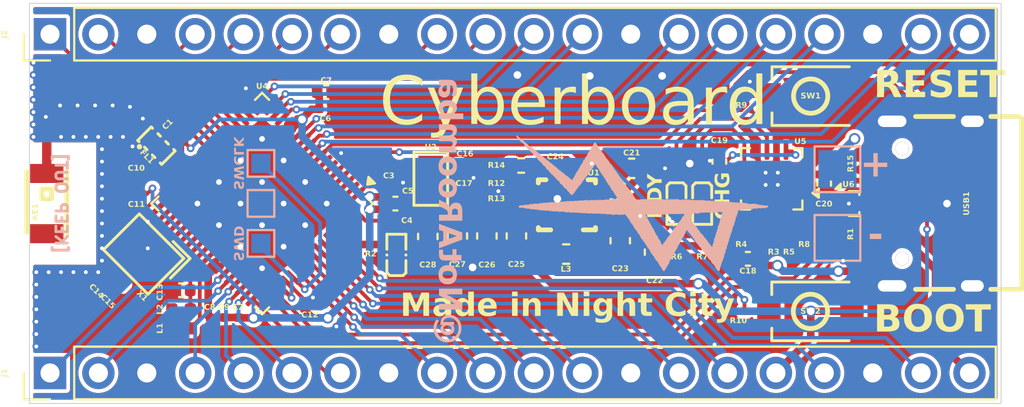
<source format=kicad_pcb>
(kicad_pcb (version 20241229) (generator "pcbnew") (generator_version "9.0")
  (layers (0 "F.Cu" signal) (2 "B.Cu" signal) (13 "F.Paste" user) (15 "B.Paste" user) (5 "F.SilkS" user "F.Silkscreen") (7 "B.SilkS" user "B.Silkscreen") (1 "F.Mask" user) (3 "B.Mask" user) (25 "Edge.Cuts" user))
  (net 0 "")
  (net 2 "Net-(AE1-ANT)")
  (net 3 "VCC")
  (net 4 "GND")
  (net 5 "+3.3V")
  (net 6 "Net-(C20-Pad1)")
  (net 7 "/RF")
  (net 8 "Net-(LED1-A)")
  (net 9 "Net-(LED1-K)")
  (net 10 "/RESET")
  (net 11 "/BOOT")
  (net 12 "Net-(U1-FB)")
  (net 13 "Net-(U1-VAUX)")
  (net 14 "Net-(U1-EN)")
  (net 15 "Net-(U1-L2)")
  (net 16 "Net-(U1-L1)")
  (net 17 "Net-(U1-PG)")
  (net 18 "/LXOUT")
  (net 19 "/LXIN")
  (net 20 "Net-(U3-K)")
  (net 21 "Net-(U3-A)")
  (net 22 "Net-(U5-TS)")
  (net 23 "Net-(U5-ILIM)")
  (net 24 "Net-(U5-ISET)")
  (net 25 "Net-(U5-ITERM)")
  (net 26 "VBUS")
  (net 27 "/SWDIO")
  (net 28 "/SWCLK")
  (net 29 "/DP")
  (net 30 "/DN")
  (net 31 "/HXOUT")
  (net 32 "/HXIN")
  (net 33 "Net-(L1-Pad1)")
  (net 34 "Net-(USB1-CC1)")
  (net 35 "Net-(USB1-CC2)")
  (net 49 "Net-(U4-VFBSMPS)")
  (net 50 "Net-(U4-VLXSMPS)")
  (net 51 "/GPIO15")
  (net 52 "/GPIO8")
  (net 53 "/GPIO4")
  (net 54 "/GPIO9")
  (net 55 "/GPIO14")
  (net 56 "/GPIO5")
  (net 57 "/GPIO0")
  (net 58 "/GPIO7")
  (net 59 "/GPIO2")
  (net 60 "/GPIO1")
  (net 61 "/GPIO6")
  (net 62 "/GPIO12")
  (net 63 "/GPIO13")
  (net 64 "/GPIO10")
  (net 65 "/GPIO3")
  (net 66 "/GPIO11")
  (net 67 "/GPIO22")
  (net 68 "/GPIO21")
  (net 69 "/GPIO20")
  (net 70 "/GPIO26")
  (net 71 "/GPIO28")
  (net 72 "/GPIO24")
  (net 73 "/GPIO19")
  (net 74 "/GPIO23")
  (net 75 "/GPIO17")
  (net 76 "/GPIO25")
  (net 77 "/GPIO16")
  (net 78 "/GPIO27")
  (net 79 "/GPIO18")
  (net 80 "/GPIO29")
  (net 81 "Net-(U7-A)")
  (net 82 "/LED")
  (footprint "Capacitor_SMD:C_0201_0603Metric" (layer "F.Cu") (at 126.655 77.5 180)
    (property "Reference" "C11")
    (property "Value" "100nF" (hide yes))
  )
  (footprint "Resistor_SMD:R_0201_0603Metric" (layer "F.Cu") (at 158.4 79.25 90)
    (property "Reference" "R4")
    (property "Value" "1.18K" (hide yes))
  )
  (footprint "Capacitor_SMD:C_0603_1608Metric" (layer "F.Cu") (at 146.6 79.7 -90)
    (property "Reference" "C25")
    (property "Value" "10uF" (hide yes))
  )
  (footprint "Package_DFN_QFN:VQFN-16-1EP_3x3mm_P0.5mm_EP1.6x1.6mm" (layer "F.Cu") (at 160 76.7 180)
    (property "Reference" "U5")
    (property "Value" "BQ24074RGT" (hide yes))
  )
  (footprint "Inductor_SMD:L_0402_1005Metric" (layer "F.Cu") (at 129 83.55 180)
    (property "Reference" "L2")
    (property "Value" "10uH" (hide yes))
  )
  (footprint "Capacitor_SMD:C_0402_1005Metric" (layer "F.Cu") (at 162.75 76.95 -90)
    (property "Reference" "C20")
    (property "Value" "4.7uF" (hide yes))
  )
  (footprint "lcsc:LED0402-RD" (layer "F.Cu") (at 156.35 78 -90)
    (property "Reference" "U3" (hide yes))
    (property "Value" "XL-1005UBC_C22355736" (hide yes))
  )
  (footprint "Capacitor_SMD:C_0402_1005Metric" (layer "F.Cu") (at 157.25 75.8 90)
    (property "Reference" "C19")
    (property "Value" "4.7uF" (hide yes))
  )
  (footprint "Resistor_SMD:R_0201_0603Metric" (layer "F.Cu") (at 158.25 83.65)
    (property "Reference" "R10")
    (property "Value" "10K" (hide yes))
  )
  (footprint "Resistor_SMD:R_0201_0603Metric" (layer "F.Cu") (at 155 79.9 -90)
    (property "Reference" "R6")
    (property "Value" "1.5K" (hide yes))
  )
  (footprint "Package_DFN_QFN:QFN-68-1EP_8x8mm_P0.4mm_EP6.4x6.4mm" (layer "F.Cu") (at 133.25 78 -135)
    (property "Reference" "U4")
    (property "Value" "STM32WB55RGVx" (hide yes))
  )
  (footprint "Resistor_SMD:R_0201_0603Metric" (layer "F.Cu") (at 164.65 75.9 90)
    (property "Reference" "R15")
    (property "Value" "5.1K" (hide yes))
  )
  (footprint "Capacitor_SMD:C_0603_1608Metric" (layer "F.Cu") (at 143.5 79.7 -90)
    (property "Reference" "C27")
    (property "Value" "22uF" (hide yes))
  )
  (footprint "Capacitor_SMD:C_0201_0603Metric" (layer "F.Cu") (at 143.85 77.45)
    (property "Reference" "C17")
    (property "Value" "10pF" (hide yes))
  )
  (footprint "Capacitor_SMD:C_0201_0603Metric" (layer "F.Cu") (at 125.75 82.5 -135)
    (property "Reference" "C15")
    (property "Value" "10pF" (hide yes))
  )
  (footprint "Resistor_SMD:R_0201_0603Metric" (layer "F.Cu") (at 156.35 79.9 -90)
    (property "Reference" "R7")
    (property "Value" "1.5K" (hide yes))
  )
  (footprint "lcsc:ANT-SMD_L3.2-W1.6" (layer "F.Cu") (at 121.95 78 -90)
    (property "Reference" "AE1")
    (property "Value" "2450AT18A100E" (hide yes))
  )
  (footprint "Connector_PinHeader_2.54mm:PinHeader_1x20_P2.54mm_Vertical" (layer "F.Cu") (at 122.12 69.11 90)
    (property "Reference" "J2")
    (property "Value" "Conn_01x20" (hide yes))
  )
  (footprint "Resistor_SMD:R_0201_0603Metric" (layer "F.Cu") (at 146.6 76.95 180)
    (property "Reference" "R13")
    (property "Value" "150" (hide yes))
  )
  (footprint "Resistor_SMD:R_0201_0603Metric" (layer "F.Cu") (at 151.9 77.4 180)
    (property "Reference" "R11")
    (property "Value" "10K" (hide yes))
  )
  (footprint "Capacitor_SMD:C_0603_1608Metric" (layer "F.Cu") (at 145.05 79.7 -90)
    (property "Reference" "C26")
    (property "Value" "22uF" (hide yes))
  )
  (footprint "Capacitor_SMD:C_0603_1608Metric" (layer "F.Cu") (at 152.65 76.15 180)
    (property "Reference" "C21")
    (property "Value" "10uF" (hide yes))
  )
  (footprint "Capacitor_SMD:C_0201_0603Metric" (layer "F.Cu") (at 126.65 76.7 180)
    (property "Reference" "C10")
    (property "Value" "100nF" (hide yes))
  )
  (footprint "Capacitor_SMD:C_0402_1005Metric" (layer "F.Cu") (at 136.62 72.15)
    (property "Reference" "C7")
    (property "Value" "1uF" (hide yes))
  )
  (footprint "Inductor_SMD:L_0402_1005Metric" (layer "F.Cu") (at 129 84.55)
    (property "Reference" "L1")
    (property "Value" "10nH" (hide yes))
  )
  (footprint "Connector_PinHeader_2.54mm:PinHeader_1x20_P2.54mm_Vertical" (layer "F.Cu") (at 122.12 86.89 90)
    (property "Reference" "J1")
    (property "Value" "Conn_01x20" (hide yes))
  )
  (footprint "lcsc:CRYSTAL-SMD_L2.0-W1.2" (layer "F.Cu") (at 142.1 76.7 90)
    (property "Reference" "U2")
    (property "Value" "NX2012SA-32.768KHZ-STD-MUB-2" (hide yes))
  )
  (footprint "Capacitor_SMD:C_0402_1005Metric" (layer "F.Cu") (at 129 82.55 180)
    (property "Reference" "C13")
    (property "Value" "4.7uF" (hide yes))
  )
  (footprint "Resistor_SMD:R_0201_0603Metric" (layer "F.Cu") (at 146.605 77.75)
    (property "Reference" "R12")
    (property "Value" "470" (hide yes))
  )
  (footprint "Resistor_SMD:R_0201_0603Metric" (layer "F.Cu") (at 158.405 72.35)
    (property "Reference" "R9")
    (property "Value" "10K" (hide yes))
  )
  (footprint "Resistor_SMD:R_0201_0603Metric" (layer "F.Cu") (at 160.9 79.65 90)
    (property "Reference" "R5")
    (property "Value" "1.13K" (hide yes))
  )
  (footprint "lcsc:LED0402-FD_YELLOW" (layer "F.Cu") (at 140.3 80.7 -90)
    (property "Reference" "U7" (hide yes))
    (property "Value" "SZYY0402Y_C434450" (hide yes))
  )
  (footprint "Resistor_SMD:R_0201_0603Metric" (layer "F.Cu") (at 164.65 79.6 -90)
    (property "Reference" "R1")
    (property "Value" "5.1K" (hide yes))
  )
  (footprint "Resistor_SMD:R_0201_0603Metric" (layer "F.Cu") (at 161.71 79.245 -90)
    (property "Reference" "R8")
    (property "Value" "10K" (hide yes))
  )
  (footprint "lcsc:SW-SMD_L3.9-W3.0-P4.45" (layer "F.Cu") (at 162.044084 72.359223)
    (property "Reference" "SW1")
    (property "Value" "SW_Push" (hide yes))
  )
  (footprint "Capacitor_SMD:C_0201_0603Metric" (layer "F.Cu") (at 128.9 74.5 135)
    (property "Reference" "C1")
    (property "Value" "100nF" (hide yes))
  )
  (footprint "Capacitor_SMD:C_0201_0603Metric" (layer "F.Cu") (at 143.9 75.95)
    (property "Reference" "C16")
    (property "Value" "10pF" (hide yes))
  )
  (footprint "Capacitor_SMD:C_0603_1608Metric" (layer "F.Cu") (at 152.05 79.95 -90)
    (property "Reference" "C23")
    (property "Value" "10uF" (hide yes))
  )
  (footprint "Capacitor_SMD:C_0201_0603Metric" (layer "F.Cu") (at 130.5 84.3 -90)
    (property "Reference" "C8")
    (property "Value" "100nF" (hide yes))
  )
  (footprint "Capacitor_SMD:C_0201_0603Metric" (layer "F.Cu") (at 131.25 84.3 -90)
    (property "Reference" "C9")
    (property "Value" "100nF" (hide yes))
  )
  (footprint "Resistor_SMD:R_0402_1005Metric" (layer "F.Cu") (at 146.85 76)
    (property "Reference" "R14")
    (property "Value" "100K" (hide yes))
  )
  (footprint "Capacitor_SMD:C_0402_1005Metric" (layer "F.Cu") (at 158.75 80.9 180)
    (property "Reference" "C18")
    (property "Value" "1uF" (hide yes))
  )
  (footprint "lcsc:OSC-SMD_4P-L2.0-W1.6-BL" (layer "F.Cu") (at 127.03383 80.65 135)
    (property "Reference" "X1")
    (property "Value" "NX2016SA-32MHZ-STD-CZS-5" (hide yes))
  )
  (footprint "Capacitor_SMD:C_0201_0603Metric" (layer "F.Cu") (at 139.9 78.9)
    (property "Reference" "C4")
    (property "Value" "100nF" (hide yes))
  )
  (footprint "Capacitor_SMD:C_0201_0603Metric" (layer "F.Cu") (at 148.65 76.05 180)
    (property "Reference" "C24")
    (property "Value" "100nF" (hide yes))
  )
  (footprint "lcsc:LED0402-RD_GREEN" (layer "F.Cu") (at 155 78 -90)
    (property "Reference" "LED1" (hide yes))
    (property "Value" "XL-1005UGC" (hide yes))
  )
  (footprint "Inductor_SMD:L_0603_1608Metric" (layer "F.Cu") (at 149.2125 80.65 180)
    (property "Reference" "L3")
    (property "Value" "1.5uH" (hide yes))
  )
  (footprint "Package_TO_SOT_SMD:Texas_DRT-3" (layer "F.Cu") (at 164.05 78 -90)
    (property "Reference" "U6")
    (property "Value" "TPD2EUSB30" (hide yes))
  )
  (footprint "Capacitor_SMD:C_0201_0603Metric" (layer "F.Cu") (at 136.57 73.05)
    (property "Reference" "C6")
    (property "Value" "100nF" (hide yes))
  )
  (footprint "Capacitor_SMD:C_0402_1005Metric" (layer "F.Cu") (at 140.25 78)
    (property "Reference" "C5")
    (property "Value" "4.7uF" (hide yes))
  )
  (footprint "lcsc:VQFN-HR-15_L3.0-W2.5-P0.50-BL_TPS63070RNMR" (layer "F.Cu") (at 149.25 77.93 180)
    (property "Reference" "U1")
    (property "Value" "TPS630701RNMR" (hide yes))
  )
  (footprint "Capacitor_SMD:C_0201_0603Metric" (layer "F.Cu") (at 125.2 81.95 -135)
    (property "Reference" "C14")
    (property "Value" "10pF" (hide yes))
  )
  (footprint "Capacitor_SMD:C_0603_1608Metric" (layer "F.Cu") (at 141.95 79.725 -90)
    (property "Reference" "C28")
    (property "Value" "22uF" (hide yes))
  )
  (footprint "lcsc:SW-SMD_L3.9-W3.0-P4.45" (layer "F.Cu") (at 162.032121 83.658364)
    (property "Reference" "SW2")
    (property "Value" "SW_Push" (hide yes))
  )
  (footprint "Resistor_SMD:R_0201_0603Metric" (layer "F.Cu") (at 160.1 79.65 90)
    (property "Reference" "R3")
    (property "Value" "4.12K" (hide yes))
  )
  (footprint "Capacitor_SMD:C_0201_0603Metric" (layer "F.Cu") (at 132 84.3 -90)
    (property "Reference" "C2")
    (property "Value" "100nF" (hide yes))
  )
  (footprint "lcsc:USB-C-SMD_TYPE-C-6PIN-2MD-073" (layer "F.Cu") (at 168.15 78 90)
    (property "Reference" "USB1")
    (property "Value" "TYPE-C 16PIN 2MD(073)" (hide yes))
  )
  (footprint "Capacitor_SMD:C_0201_0603Metric" (layer "F.Cu") (at 139.9 77.1)
    (property "Reference" "C3")
    (property "Value" "100nF" (hide yes))
  )
  (footprint "Capacitor_SMD:C_0603_1608Metric" (layer "F.Cu") (at 153.85 80.55 -90)
    (property "Reference" "C22")
    (property "Value" "10uF" (hide yes))
  )
  (footprint "lcsc:FILTER-SMD_6P-L1.6-W1.0-P0.50-BL" (layer "F.Cu") (at 127.70603 74.959584 -45)
    (property "Reference" "FL1")
    (property "Value" "MLPF-WB55-01E3" (hide yes))
  )
  (footprint "Capacitor_SMD:C_0201_0603Metric" (layer "F.Cu") (at 135.755 83.35)
    (property "Reference" "C12")
    (property "Value" "100nF" (hide yes))
  )
  (footprint "Resistor_SMD:R_0201_0603Metric" (layer "F.Cu") (at 138.95 80.15 180)
    (property "Reference" "R2")
    (property "Value" "150" (hide yes))
  )
  (footprint "TestPoint:TestPoint_Pad_1.0x1.0mm" (layer "B.Cu") (at 133.190435 77.990616 -90)
    (property "Reference" "TP3" (hide yes))
    (property "Value" "TestPoint" (hide yes))
  )
  (footprint "TestPoint:TestPoint_Pad_1.0x1.0mm" (layer "B.Cu") (at 133.190435 75.890616 -90)
    (property "Reference" "TP2" (hide yes))
    (property "Value" "TestPoint" (hide yes))
  )
  (footprint "TestPoint:TestPoint_Pad_2.0x2.0mm" (layer "B.Cu") (at 163.45 79.8 180)
    (property "Reference" "TP5" (hide yes))
    (property "Value" "TestPoint" (hide yes))
  )
  (footprint "TestPoint:TestPoint_Pad_2.0x2.0mm" (layer "B.Cu") (at 163.45 76.2 180)
    (property "Reference" "TP4" (hide yes))
    (property "Value" "TestPoint" (hide yes))
  )
  (footprint "TestPoint:TestPoint_Pad_1.0x1.0mm" (layer "B.Cu") (at 133.190435 80.090616 -90)
    (property "Reference" "TP1" (hide yes))
    (property "Value" "TestPoint" (hide yes))
  )
  (gr_poly (pts (xy 155.027952 79.166218) (xy 155.020534 79.173028) (xy 155.013551 79.17973) (xy 155.006979 79.186365) (xy 155.000795 79.192974) (xy 154.994977 79.199598) (xy 154.989502 79.206278) (xy 154.984347 79.213057) (xy 154.979489 79.219975) (xy 154.974905 79.227073) (xy 154.970572 79.234393) (xy 154.966468 79.241976) (xy 154.96257 79.249863) (xy 154.958855 79.258096) (xy 154.955299 79.266716) (xy 154.951881 79.275763) (xy 154.948577 79.28528) (xy 155.001494 79.258822) (xy 155.001494 79.232364) (xy 155.041181 79.205906)) (fill yes) (layer "B.SilkS"))
  (gr_poly (pts (xy 159.302094 78.200256) (xy 159.277125 78.200478) (xy 159.252417 78.201197) (xy 159.227861 78.202455) (xy 159.203349 78.204294) (xy 159.178772 78.206756) (xy 159.154023 78.209884) (xy 159.128993 78.213718) (xy 159.128993 78.226947) (xy 159.261285 78.240176) (xy 159.261285 78.226947) (xy 159.327431 78.213718) (xy 159.327431 78.200489)) (fill yes) (layer "B.SilkS"))
  (gr_poly (pts (xy 157.885452 79.483718) (xy 157.898681 79.523405) (xy 157.91191 79.510176)) (fill yes) (layer "B.SilkS"))
  (gr_poly (pts (xy 147.712223 77.988822) (xy 147.712223 78.002051) (xy 147.831285 78.002051) (xy 147.831285 77.988822)) (fill yes) (layer "B.SilkS"))
  (gr_poly (pts (xy 148.095869 78.359239) (xy 148.095869 78.372468) (xy 148.22816 78.372468) (xy 148.22816 78.359239)) (fill yes) (layer "B.SilkS"))
  (gr_poly (pts (xy 147.275661 78.02851) (xy 147.249202 78.054968) (xy 147.315348 78.054968)) (fill yes) (layer "B.SilkS"))
  (gr_poly (pts (xy 150.73149 77.855525) (xy 150.625947 77.850736) (xy 150.589051 77.849162) (xy 150.553398 77.847482) (xy 150.520642 77.846013) (xy 150.510614 77.845402) (xy 150.502737 77.844838) (xy 150.499391 77.844536) (xy 150.496328 77.844199) (xy 150.49346 77.843813) (xy 150.490705 77.843362) (xy 150.487975 77.842832) (xy 150.485186 77.842206) (xy 150.482253 77.84147) (xy 150.47909 77.840609) (xy 150.471733 77.838448) (xy 150.462435 77.835602) (xy 150.454104 77.833803) (xy 150.450581 77.833125) (xy 150.44736 77.832612) (xy 150.444345 77.832273) (xy 150.441443 77.83212) (xy 150.440004 77.832117) (xy 150.438558 77.832164) (xy 150.437093 77.832264) (xy 150.435596 77.832417) (xy 150.432462 77.83289) (xy 150.429061 77.833594) (xy 150.425298 77.83454) (xy 150.421079 77.83574) (xy 150.416309 77.837204) (xy 150.410893 77.838945) (xy 150.397744 77.843301) (xy 150.383577 77.844024) (xy 150.369396 77.844502) (xy 150.355207 77.844756) (xy 150.341017 77.84481) (xy 150.306516 77.844796) (xy 150.269435 77.844598) (xy 150.231334 77.844531) (xy 150.11083 77.844122) (xy 150.029166 77.84395) (xy 149.82889 77.843301) (xy 149.868577 77.86976) (xy 149.866032 77.872136) (xy 149.863353 77.874321) (xy 149.860546 77.876322) (xy 149.857618 77.878146) (xy 149.854578 77.879803) (xy 149.851431 77.8813) (xy 149.848185 77.882644) (xy 149.844846 77.883845) (xy 149.83792 77.885848) (xy 149.83071 77.887372) (xy 149.823271 77.888481) (xy 149.815659 77.88924) (xy 149.807931 77.889713) (xy 149.800144 77.889964) (xy 149.784614 77.89006) (xy 149.769519 77.890042) (xy 149.762275 77.89015) (xy 149.755309 77.890424) (xy 149.726801 77.892156) (xy 149.656911 77.896218) (xy 149.656911 77.909447) (xy 149.740671 77.910168) (xy 149.824363 77.909701) (xy 149.991607 77.905852) (xy 150.15878 77.8992) (xy 150.326016 77.891046) (xy 150.471588 77.883862) (xy 150.754931 77.86976) (xy 150.754931 77.856531)) (fill yes) (layer "B.SilkS"))
  (gr_poly (pts (xy 148.770556 78.412156) (xy 148.770556 78.425385) (xy 148.929306 78.438614) (xy 148.929306 78.412156)) (fill yes) (layer "B.SilkS"))
  (gr_poly (pts (xy 157.578276 80.344898) (xy 157.577744 80.339593) (xy 157.576918 80.334201) (xy 157.575785 80.328665) (xy 157.574334 80.322927) (xy 157.572553 80.31693) (xy 157.57043 80.310615) (xy 157.567952 80.303926) (xy 157.560315 80.315618) (xy 157.553317 80.326858) (xy 157.546929 80.337733) (xy 157.541124 80.348332) (xy 157.535873 80.358742) (xy 157.531149 80.369051) (xy 157.526925 80.379346) (xy 157.523171 80.389714) (xy 157.519861 80.400244) (xy 157.516966 80.411023) (xy 157.514459 80.422138) (xy 157.512312 80.433678) (xy 157.510498 80.445729) (xy 157.508987 80.458379) (xy 157.507753 80.471716) (xy 157.506767 80.485827) (xy 157.503764 80.53275) (xy 157.501806 80.56851) (xy 157.506835 80.560772) (xy 157.511538 80.553148) (xy 157.515938 80.545611) (xy 157.520062 80.538136) (xy 157.523935 80.530695) (xy 157.527582 80.523263) (xy 157.531029 80.515814) (xy 157.5343 80.508321) (xy 157.540419 80.493099) (xy 157.546142 80.477388) (xy 157.551671 80.460978) (xy 157.55721 80.443659) (xy 157.571828 80.398236) (xy 157.574784 80.384438) (xy 157.575972 80.378129) (xy 157.57695 80.372135) (xy 157.577707 80.366401) (xy 157.57823 80.360868) (xy 157.578507 80.355478) (xy 157.578527 80.350174)) (fill yes) (layer "B.SilkS"))
  (gr_poly (pts (xy 150.053785 78.49153) (xy 150.053785 78.50476) (xy 150.291911 78.50476) (xy 150.291911 78.49153)) (fill yes) (layer "B.SilkS"))
  (gr_poly (pts (xy 148.408461 76.309644) (xy 148.400601 76.305293) (xy 148.397379 76.303427) (xy 148.39456 76.301687) (xy 148.392094 76.300014) (xy 148.38993 76.298349) (xy 148.388946 76.297501) (xy 148.388017 76.296632) (xy 148.387139 76.295736) (xy 148.386304 76.294804) (xy 148.385506 76.29383) (xy 148.38474 76.292805) (xy 148.383997 76.291723) (xy 148.383273 76.290576) (xy 148.381854 76.288056) (xy 148.380431 76.285188) (xy 148.378953 76.28191) (xy 148.377369 76.278165) (xy 148.373681 76.269031) (xy 148.347223 76.28226) (xy 148.369096 76.307921) (xy 148.391038 76.333523) (xy 148.415698 76.362362) (xy 148.42374 76.370907) (xy 148.427146 76.374466) (xy 148.430268 76.377651) (xy 148.433197 76.380539) (xy 148.436029 76.383206) (xy 148.438856 76.385729) (xy 148.441772 76.388184) (xy 148.44487 76.390647) (xy 148.448244 76.393196) (xy 148.451987 76.395905) (xy 148.456193 76.398853) (xy 148.466367 76.405768) (xy 148.479515 76.414551) (xy 148.479515 76.348406)) (fill yes) (layer "B.SilkS"))
  (gr_poly (pts (xy 158.239642 78.435203) (xy 158.238453 78.429286) (xy 158.237265 78.424144) (xy 158.235921 78.419158) (xy 158.234268 78.413706) (xy 158.232149 78.407169) (xy 158.22941 78.398926) (xy 158.216181 78.478301) (xy 158.242639 78.451843)) (fill yes) (layer "B.SilkS"))
  (gr_poly (pts (xy 158.890868 78.279864) (xy 158.890868 78.293093) (xy 158.996702 78.293093) (xy 158.996702 78.279864)) (fill yes) (layer "B.SilkS"))
  (gr_poly (pts (xy 157.840408 77.905194) (xy 157.808564 77.901179) (xy 157.772739 77.896522) (xy 157.761832 77.896474) (xy 157.757267 77.896556) (xy 157.753152 77.89676) (xy 157.749381 77.897124) (xy 157.745848 77.897688) (xy 157.744137 77.898056) (xy 157.742447 77.898488) (xy 157.740762 77.898989) (xy 157.739071 77.899563) (xy 157.735615 77.900952) (xy 157.731972 77.902694) (xy 157.728036 77.904825) (xy 157.7237 77.907385) (xy 157.71886 77.910412) (xy 157.713407 77.913944) (xy 157.700243 77.922676) (xy 157.872223 77.922676) (xy 157.872223 77.909447)) (fill yes) (layer "B.SilkS"))
  (gr_poly (pts (xy 148.162015 75.686947) (xy 148.188473 75.700176) (xy 148.188473 75.673718)) (fill yes) (layer "B.SilkS"))
  (gr_poly (pts (xy 158.652743 78.306322) (xy 158.652743 78.319551) (xy 158.718889 78.319551) (xy 158.718889 78.306322)) (fill yes) (layer "B.SilkS"))
  (gr_poly (pts (xy 156.403785 80.370072) (xy 156.377327 80.370072) (xy 156.390556 80.330385) (xy 156.32441 80.330385) (xy 156.377327 80.40976) (xy 156.417015 80.39653)) (fill yes) (layer "B.SilkS"))
  (gr_poly (pts (xy 159.036449 78.019786) (xy 159.030984 78.016276) (xy 159.026119 78.013291) (xy 159.021742 78.0108) (xy 159.017745 78.008773) (xy 159.014017 78.007176) (xy 159.012219 78.006529) (xy 159.010448 78.005979) (xy 159.008688 78.00552) (xy 159.006927 78.00515) (xy 159.00515 78.004864) (xy 159.003344 78.004658) (xy 158.999589 78.004471) (xy 158.995552 78.004558) (xy 158.991122 78.004887) (xy 158.98619 78.005427) (xy 158.974377 78.007012) (xy 158.943785 78.01528) (xy 158.943785 78.02851) (xy 159.049618 78.02851)) (fill yes) (layer "B.SilkS"))
  (gr_poly (pts (xy 158.692431 77.988822) (xy 158.692431 78.002051) (xy 158.758577 78.002051) (xy 158.758577 77.988822)) (fill yes) (layer "B.SilkS"))
  (gr_poly (pts (xy 150.070062 75.966422) (xy 150.069917 75.963295) (xy 150.069675 75.960034) (xy 150.069336 75.95654) (xy 150.068369 75.948467) (xy 150.067015 75.938301) (xy 150.060506 75.944129) (xy 150.05447 75.949955) (xy 150.048873 75.955801) (xy 150.043683 75.961691) (xy 150.038865 75.967648) (xy 150.034386 75.973695) (xy 150.030213 75.979854) (xy 150.026312 75.986148) (xy 150.022649 75.992601) (xy 150.019191 75.999235) (xy 150.015904 76.006074) (xy 150.012756 76.01314) (xy 150.009711 76.020456) (xy 150.006738 76.028045) (xy 150.000869 76.044135) (xy 150.01185 76.0389) (xy 150.020506 76.034674) (xy 150.027612 76.030991) (xy 150.030825 76.029208) (xy 150.033942 76.027387) (xy 150.037059 76.025468) (xy 150.040272 76.023395) (xy 150.047378 76.018551) (xy 150.056033 76.01239) (xy 150.067015 76.004447) (xy 150.068369 75.99265) (xy 150.069336 75.983411) (xy 150.069917 75.975956) (xy 150.070062 75.972655) (xy 150.07011 75.969509)) (fill yes) (layer "B.SilkS"))
  (gr_poly (pts (xy 147.024307 78.240176) (xy 147.024307 78.253406) (xy 147.090452 78.253406) (xy 147.090452 78.240176)) (fill yes) (layer "B.SilkS"))
  (gr_poly (pts (xy 149.934723 76.149968) (xy 149.927265 76.158597) (xy 149.920236 76.167103) (xy 149.913615 76.175525) (xy 149.907382 76.183903) (xy 149.901516 76.192277) (xy 149.895997 76.200687) (xy 149.890805 76.209172) (xy 149.885917 76.217773) (xy 149.881315 76.226528) (xy 149.876977 76.235477) (xy 149.872883 76.244662) (xy 149.869012 76.25412) (xy 149.865343 76.263892) (xy 149.861857 76.274018) (xy 149.858532 76.284537) (xy 149.855348 76.295489) (xy 149.947952 76.255802)) (fill yes) (layer "B.SilkS"))
  (gr_poly (pts (xy 149.445244 77.499343) (xy 149.458473 77.539031) (xy 149.471702 77.525801)) (fill yes) (layer "B.SilkS"))
  (gr_poly (pts (xy 154.19262 80.134921) (xy 154.190287 80.124945) (xy 154.187544 80.115222) (xy 154.184423 80.105723) (xy 154.180952 80.096424) (xy 154.177163 80.087297) (xy 154.173085 80.078316) (xy 154.168749 80.069454) (xy 154.164184 80.060685) (xy 154.159421 80.051981) (xy 154.149421 80.034666) (xy 154.128369 79.999655) (xy 154.125356 80.007086) (xy 154.123042 80.013043) (xy 154.122099 80.015663) (xy 154.121271 80.018147) (xy 154.120541 80.020573) (xy 154.119889 80.023018) (xy 154.119295 80.02556) (xy 154.118739 80.028276) (xy 154.118204 80.031244) (xy 154.117668 80.034541) (xy 154.11652 80.042433) (xy 154.11514 80.052572) (xy 154.120912 80.064639) (xy 154.125523 80.074069) (xy 154.129437 80.08164) (xy 154.131277 80.08497) (xy 154.133118 80.088125) (xy 154.135017 80.091203) (xy 154.137033 80.094301) (xy 154.141646 80.100941) (xy 154.147422 80.108822) (xy 154.154827 80.118718) (xy 154.181285 80.118718) (xy 154.194514 80.145176)) (fill yes) (layer "B.SilkS"))
  (gr_poly (pts (xy 146.97139 78.174031) (xy 146.97139 78.147572) (xy 147.011078 78.134343) (xy 146.839098 78.147572) (xy 146.839098 78.174031) (xy 146.799411 78.18726) (xy 146.786121 78.193753) (xy 146.772868 78.20032) (xy 146.759657 78.206972) (xy 146.746494 78.213718) (xy 146.825868 78.226947) (xy 146.825868 78.200489) (xy 146.858942 78.207104) (xy 146.878199 78.209548) (xy 146.897207 78.211383) (xy 146.916056 78.212683) (xy 146.934836 78.213521) (xy 146.953638 78.21397) (xy 146.972552 78.214104) (xy 147.011078 78.213718) (xy 147.011078 78.200489) (xy 146.944931 78.18726) (xy 147.024307 78.18726)) (fill yes) (layer "B.SilkS"))
  (gr_poly (pts (xy 146.759723 78.107885) (xy 146.759723 78.134343) (xy 146.720035 78.147572) (xy 146.720035 78.174031) (xy 146.799411 78.187259) (xy 146.759723 78.174031) (xy 146.759723 78.147572) (xy 146.785361 78.141778) (xy 146.794391 78.139298) (xy 146.801339 78.137273) (xy 146.80418 78.136355) (xy 146.806678 78.135461) (xy 146.808893 78.134559) (xy 146.810884 78.133619) (xy 146.81271 78.132611) (xy 146.814431 78.131505) (xy 146.816106 78.130271) (xy 146.817795 78.128878) (xy 146.819556 78.127296) (xy 146.821449 78.125495) (xy 146.825868 78.121114) (xy 146.825868 78.107885)) (fill yes) (layer "B.SilkS"))
  (gr_poly (pts (xy 155.102909 80.109959) (xy 155.101019 80.106364) (xy 155.099265 80.103215) (xy 155.097589 80.100454) (xy 155.095932 80.098022) (xy 155.094237 80.095861) (xy 155.093356 80.094864) (xy 155.092444 80.093913) (xy 155.091493 80.093001) (xy 155.090497 80.092121) (xy 155.088336 80.090425) (xy 155.085904 80.088768) (xy 155.083142 80.087092) (xy 155.079993 80.085338) (xy 155.076399 80.083449) (xy 155.067639 80.07903) (xy 155.059371 80.124512) (xy 155.056465 80.135661) (xy 155.0532 80.146421) (xy 155.049591 80.156829) (xy 155.045649 80.166919) (xy 155.041387 80.176729) (xy 155.036817 80.186294) (xy 155.031952 80.19565) (xy 155.026804 80.204835) (xy 155.021387 80.213883) (xy 155.015712 80.22283) (xy 155.009791 80.231714) (xy 155.003639 80.24057) (xy 154.990686 80.258342) (xy 154.976953 80.276435) (xy 154.971965 80.285564) (xy 154.969968 80.289366) (xy 154.968285 80.292768) (xy 154.966901 80.295853) (xy 154.965803 80.2987) (xy 154.964976 80.301393) (xy 154.96466 80.302706) (xy 154.964407 80.304012) (xy 154.964215 80.305319) (xy 154.964082 80.306639) (xy 154.964007 80.307981) (xy 154.963987 80.309356) (xy 154.964108 80.312243) (xy 154.964431 80.315384) (xy 154.964943 80.318858) (xy 154.965629 80.322749) (xy 154.967468 80.332103) (xy 154.975035 80.356843) (xy 155.008622 80.298198) (xy 155.042002 80.239434) (xy 155.061461 80.205686) (xy 155.079678 80.173394) (xy 155.096691 80.143575) (xy 155.107327 80.118718)) (fill yes) (layer "B.SilkS"))
  (gr_poly (pts (xy 155.901077 77.816843) (xy 155.901077 77.830072) (xy 156.00691 77.830072) (xy 156.00691 77.816843)) (fill yes) (layer "B.SilkS"))
  (gr_poly (pts (xy 152.460956 78.696522) (xy 152.460192 78.689992) (xy 152.458012 78.677342) (xy 152.455015 78.665198) (xy 152.45126 78.653512) (xy 152.446808 78.642234) (xy 152.441717 78.631317) (xy 152.436048 78.62071) (xy 152.429861 78.610366) (xy 152.423216 78.600236) (xy 152.416172 78.590271) (xy 152.408789 78.580423) (xy 152.401127 78.570642) (xy 152.36889 78.531218) (xy 152.342431 78.544447) (xy 152.394528 78.623822) (xy 152.409477 78.646762) (xy 152.418998 78.660991) (xy 152.428662 78.675123) (xy 152.438431 78.689183) (xy 152.448265 78.703197) (xy 152.461494 78.703197)) (fill yes) (layer "B.SilkS"))
  (gr_poly (pts (xy 148.292718 77.980981) (xy 148.251607 77.974233) (xy 148.210569 77.968679) (xy 148.169512 77.964421) (xy 148.128346 77.961559) (xy 148.086977 77.960195) (xy 148.045314 77.96043) (xy 148.003265 77.962364) (xy 147.990035 77.975593) (xy 147.975164 77.976164) (xy 147.96028 77.97647) (xy 147.945391 77.976542) (xy 147.930504 77.976414) (xy 147.897842 77.976056) (xy 147.870973 77.975593) (xy 147.857744 77.975593) (xy 147.831285 78.002051) (xy 147.808249 78.009065) (xy 147.785137 78.015826) (xy 147.761948 78.022314) (xy 147.738681 78.02851) (xy 147.738681 78.041739) (xy 147.887753 78.034719) (xy 148.036581 78.025616) (xy 148.185287 78.014652) (xy 148.333994 78.002051) (xy 148.333994 77.988822)) (fill yes) (layer "B.SilkS"))
  (gr_poly (pts (xy 146.97139 78.174031) (xy 146.97139 78.147572) (xy 147.011078 78.134343) (xy 146.839098 78.147572) (xy 146.845607 78.153772) (xy 146.848767 78.156548) (xy 146.851874 78.159118) (xy 146.854934 78.161492) (xy 146.857956 78.163678) (xy 146.860946 78.165683) (xy 146.863911 78.167518) (xy 146.866859 78.16919) (xy 146.869797 78.170708) (xy 146.872733 78.172081) (xy 146.875673 78.173316) (xy 146.878625 78.174423) (xy 146.881595 78.175409) (xy 146.887623 78.177055) (xy 146.893814 78.178323) (xy 146.900226 78.179279) (xy 146.906916 78.179993) (xy 146.913944 78.180532) (xy 146.946585 78.182299) (xy 146.990506 78.185302) (xy 147.024307 78.187259)) (fill yes) (layer "B.SilkS"))
  (gr_poly (pts (xy 148.681 76.59247) (xy 148.680855 76.58914) (xy 148.680613 76.585539) (xy 148.680274 76.58157) (xy 148.679307 76.572139) (xy 148.677952 76.560072) (xy 148.668325 76.551287) (xy 148.660637 76.544363) (xy 148.654112 76.538678) (xy 148.651043 76.536107) (xy 148.647975 76.533614) (xy 148.641451 76.528549) (xy 148.633765 76.522865) (xy 148.624142 76.51594) (xy 148.611807 76.507155) (xy 148.595116 76.490774) (xy 148.578525 76.474291) (xy 148.562038 76.457704) (xy 148.545661 76.44101) (xy 148.505973 76.401322) (xy 148.479515 76.427781) (xy 148.5051 76.45289) (xy 148.538226 76.485658) (xy 148.571246 76.518215) (xy 148.580441 76.526948) (xy 148.58421 76.530592) (xy 148.587506 76.533862) (xy 148.590389 76.536838) (xy 148.592918 76.539603) (xy 148.595152 76.542235) (xy 148.597152 76.544816) (xy 148.598975 76.547426) (xy 148.600682 76.550146) (xy 148.602332 76.553058) (xy 148.603984 76.556241) (xy 148.605698 76.559776) (xy 148.607534 76.563744) (xy 148.611807 76.573302) (xy 148.638265 76.573302) (xy 148.664723 76.626218) (xy 148.677952 76.626218) (xy 148.679307 76.616322) (xy 148.680274 76.608442) (xy 148.680613 76.605015) (xy 148.680855 76.601801) (xy 148.681 76.598704) (xy 148.681048 76.595626)) (fill yes) (layer "B.SilkS"))
  (gr_poly (pts (xy 151.456077 75.80601) (xy 151.482536 75.819239) (xy 151.482536 75.792781)) (fill yes) (layer "B.SilkS"))
  (gr_poly (pts (xy 146.905245 74.655073) (xy 146.878786 74.655073) (xy 146.878786 74.628614) (xy 146.863603 74.615514) (xy 146.857331 74.610214) (xy 146.851784 74.60567) (xy 146.846845 74.601823) (xy 146.842398 74.598616) (xy 146.838326 74.59599) (xy 146.834515 74.593887) (xy 146.830846 74.59225) (xy 146.829029 74.591587) (xy 146.827205 74.591019) (xy 146.823474 74.590138) (xy 146.819538 74.589547) (xy 146.815279 74.589188) (xy 146.810583 74.589004) (xy 146.799411 74.588927) (xy 146.799411 74.562469) (xy 146.729653 74.523707) (xy 146.721361 74.518944) (xy 146.717913 74.516915) (xy 146.714833 74.515043) (xy 146.71205 74.513267) (xy 146.709492 74.511529) (xy 146.707085 74.509768) (xy 146.704758 74.507925) (xy 146.702439 74.50594) (xy 146.700054 74.503755) (xy 146.697534 74.501309) (xy 146.694804 74.498544) (xy 146.688428 74.491815) (xy 146.680348 74.483093) (xy 146.680348 74.456635) (xy 146.587744 74.443406) (xy 146.602213 74.467424) (xy 146.617021 74.490408) (xy 146.632292 74.512517) (xy 146.648155 74.533905) (xy 146.664734 74.554729) (xy 146.682157 74.575147) (xy 146.700548 74.595313) (xy 146.720035 74.615384) (xy 146.720035 74.641843) (xy 146.746494 74.641843) (xy 146.746494 74.668301) (xy 146.752922 74.6751) (xy 146.759407 74.681845) (xy 146.765947 74.688537) (xy 146.77254 74.695176) (xy 146.78588 74.708299) (xy 146.799411 74.721218) (xy 146.825868 74.747677) (xy 146.845616 74.761052) (xy 146.865427 74.774328) (xy 146.885304 74.787509) (xy 146.905245 74.800593) (xy 146.944931 74.827051) (xy 146.958161 74.813822) (xy 146.939193 74.791364) (xy 146.920027 74.769219) (xy 146.900635 74.747369) (xy 146.880993 74.725794) (xy 146.861076 74.704473) (xy 146.840857 74.683387) (xy 146.82031 74.662517) (xy 146.799411 74.641843) (xy 146.820697 74.658274) (xy 146.849021 74.679877) (xy 146.87692 74.701269) (xy 146.886767 74.708026) (xy 146.896612 74.714434) (xy 146.906502 74.72053) (xy 146.916479 74.726353) (xy 146.926589 74.731941) (xy 146.936876 74.737332) (xy 146.947385 74.742564) (xy 146.958161 74.747677)) (fill yes) (layer "B.SilkS"))
  (gr_poly (pts (xy 152.739306 79.205906) (xy 152.739306 79.232364) (xy 152.765765 79.232364)) (fill yes) (layer "B.SilkS"))
  (gr_poly (pts (xy 153.056806 79.655697) (xy 153.056806 79.695385) (xy 153.083264 79.708614)) (fill yes) (layer "B.SilkS"))
  (gr_poly (pts (xy 156.496389 80.531303) (xy 156.491371 80.517652) (xy 156.489349 80.511973) (xy 156.487625 80.506897) (xy 156.48618 80.502305) (xy 156.484995 80.498078) (xy 156.48405 80.494095) (xy 156.483326 80.490235) (xy 156.482803 80.486381) (xy 156.482463 80.48241) (xy 156.482285 80.478204) (xy 156.482251 80.473643) (xy 156.48234 80.468607) (xy 156.482535 80.462975) (xy 156.48316 80.449447) (xy 156.477113 80.443862) (xy 156.471478 80.438789) (xy 156.466175 80.434205) (xy 156.461123 80.43009) (xy 156.45624 80.426424) (xy 156.451446 80.423186) (xy 156.446659 80.420355) (xy 156.444244 80.419085) (xy 156.441799 80.417909) (xy 156.439316 80.416825) (xy 156.436785 80.41583) (xy 156.434194 80.41492) (xy 156.431535 80.414095) (xy 156.428797 80.41335) (xy 156.425969 80.412683) (xy 156.423042 80.412093) (xy 156.420005 80.411575) (xy 156.413563 80.41075) (xy 156.406561 80.410186) (xy 156.39892 80.409863) (xy 156.390556 80.40976) (xy 156.430244 80.489135) (xy 156.456702 80.489135) (xy 156.468277 80.521381) (xy 156.473241 80.532596) (xy 156.475352 80.537185) (xy 156.477295 80.541186) (xy 156.479131 80.544668) (xy 156.480922 80.547702) (xy 156.482727 80.550355) (xy 156.484607 80.552697) (xy 156.486623 80.554796) (xy 156.488835 80.556723) (xy 156.491304 80.558545) (xy 156.49409 80.560332) (xy 156.497254 80.562153) (xy 156.500856 80.564077) (xy 156.509619 80.56851)) (fill yes) (layer "B.SilkS"))
  (gr_poly (pts (xy 156.231806 79.483718) (xy 156.258264 79.496947) (xy 156.258264 79.470489)) (fill yes) (layer "B.SilkS"))
  (gr_poly (pts (xy 155.21993 78.504473) (xy 154.948942 78.506514) (xy 154.406962 78.515343) (xy 154.176272 78.519788) (xy 153.994913 78.523294) (xy 153.909902 78.524921) (xy 153.769307 78.528145) (xy 153.628796 78.532486) (xy 153.488324 78.537927) (xy 153.347848 78.544447) (xy 153.343508 78.557611) (xy 153.341804 78.563063) (xy 153.340412 78.567903) (xy 153.339333 78.572237) (xy 153.338566 78.576171) (xy 153.338113 78.579811) (xy 153.337974 78.583263) (xy 153.338149 78.586634) (xy 153.33864 78.590029) (xy 153.339446 78.593555) (xy 153.340568 78.597317) (xy 153.342008 78.601421) (xy 153.343764 78.605974) (xy 153.348232 78.61685) (xy 153.36965 78.65581) (xy 153.393263 78.699175) (xy 153.418955 78.745372) (xy 153.444831 78.792587) (xy 153.482215 78.860404) (xy 153.519827 78.928093) (xy 153.538427 78.961576) (xy 153.581477 79.038457) (xy 153.624893 79.11514) (xy 153.700908 79.24972) (xy 153.714719 79.274181) (xy 153.740142 79.319598) (xy 153.765334 79.365142) (xy 153.815274 79.456479) (xy 153.947683 79.699186) (xy 154.027167 79.843032) (xy 154.08554 79.944665) (xy 154.154615 80.060734) (xy 154.17481 80.09491) (xy 154.194771 80.129205) (xy 154.234202 80.198093) (xy 154.247431 80.198093) (xy 154.247431 80.184864) (xy 154.23126 80.156782) (xy 154.215179 80.12864) (xy 154.197042 80.097009) (xy 154.191934 80.086467) (xy 154.187384 80.076181) (xy 154.183323 80.066027) (xy 154.179686 80.055879) (xy 154.176408 80.045616) (xy 154.17342 80.035111) (xy 154.170659 80.024242) (xy 154.168056 80.012885) (xy 154.161571 79.999592) (xy 154.154996 79.986342) (xy 154.148337 79.973134) (xy 154.141598 79.959968) (xy 154.128225 79.926955) (xy 154.11514 79.893822) (xy 154.088681 79.893822) (xy 154.07248 79.866165) (xy 154.056429 79.838418) (xy 154.038291 79.807264) (xy 154.035379 79.801091) (xy 154.032661 79.794994) (xy 154.030129 79.788957) (xy 154.02777 79.782965) (xy 154.025576 79.776999) (xy 154.023536 79.771046) (xy 154.021639 79.765088) (xy 154.019875 79.759109) (xy 154.016704 79.747027) (xy 154.013941 79.734669) (xy 154.011503 79.721908) (xy 154.009306 79.708614) (xy 153.982848 79.708614) (xy 153.897679 79.553991) (xy 153.873165 79.509793) (xy 153.849776 79.467023) (xy 153.828159 79.427772) (xy 153.822353 79.414897) (xy 153.819712 79.408586) (xy 153.817236 79.402334) (xy 153.814918 79.396123) (xy 153.812749 79.389932) (xy 153.810723 79.383742) (xy 153.808831 79.377536) (xy 153.807067 79.371293) (xy 153.805422 79.364994) (xy 153.80246 79.352154) (xy 153.799886 79.338863) (xy 153.797639 79.324968) (xy 153.771181 79.324968) (xy 153.744723 79.281973) (xy 153.72984 79.25779) (xy 153.724821 79.248187) (xy 153.722805 79.244111) (xy 153.721094 79.240366) (xy 153.719673 79.236837) (xy 153.719065 79.235117) (xy 153.718523 79.233409) (xy 153.718045 79.231697) (xy 153.717629 79.229967) (xy 153.717272 79.228206) (xy 153.716973 79.226397) (xy 153.716729 79.224529) (xy 153.716538 79.222584) (xy 153.716308 79.218414) (xy 153.716264 79.21377) (xy 153.716392 79.208539) (xy 153.716672 79.202606) (xy 153.717089 79.195857) (xy 153.718265 79.179447) (xy 153.691806 79.179447) (xy 153.679331 79.156508) (xy 153.6207 79.048809) (xy 153.599109 79.009161) (xy 153.520535 78.866143) (xy 153.440928 78.723689) (xy 153.425662 78.695987) (xy 153.418414 78.682231) (xy 153.411474 78.668411) (xy 153.404878 78.654433) (xy 153.398665 78.6402) (xy 153.392871 78.625619) (xy 153.390144 78.618167) (xy 153.387535 78.610593) (xy 153.400765 78.597364) (xy 153.374306 78.570906) (xy 153.419788 78.570906) (xy 153.665348 78.570906) (xy 153.665348 78.584135) (xy 153.678577 78.584135) (xy 153.678577 78.570906) (xy 153.750534 78.566646) (xy 153.822437 78.563274) (xy 153.966172 78.558851) (xy 154.109977 78.556942) (xy 154.254046 78.556856) (xy 154.339466 78.557028) (xy 154.525019 78.557584) (xy 154.591389 78.557676) (xy 154.591389 78.544447) (xy 155.451285 78.531218) (xy 155.451285 78.544447) (xy 155.411598 78.557676) (xy 155.411598 78.597364) (xy 155.385139 78.597364) (xy 155.382652 78.62795) (xy 155.381305 78.632215) (xy 155.379912 78.636248) (xy 155.378472 78.640058) (xy 155.376982 78.643658) (xy 155.37544 78.647057) (xy 155.373844 78.650268) (xy 155.372191 78.6533) (xy 155.370479 78.656166) (xy 155.368706 78.658874) (xy 155.366869 78.661438) (xy 155.364967 78.663867) (xy 155.362996 78.666173) (xy 155.360956 78.668366) (xy 155.358842 78.670457) (xy 155.356654 78.672458) (xy 155.354388 78.674379) (xy 155.349616 78.678026) (xy 155.344508 78.681485) (xy 155.339044 78.684844) (xy 155.333208 78.68819) (xy 155.305764 78.703197) (xy 155.305764 78.742885) (xy 155.301265 78.751073) (xy 155.297653 78.757534) (xy 155.294549 78.76285) (xy 155.291574 78.767607) (xy 155.288348 78.772386) (xy 155.284491 78.777774) (xy 155.279624 78.784352) (xy 155.273366 78.792706) (xy 155.25257 78.821797) (xy 155.230517 78.852025) (xy 155.209257 78.881632) (xy 155.188296 78.91072) (xy 155.167255 78.939748) (xy 155.147486 78.96738) (xy 155.137692 78.981264) (xy 155.127964 78.995191) (xy 155.117954 79.010563) (xy 155.113737 79.016906) (xy 155.109901 79.022506) (xy 155.106339 79.027479) (xy 155.102943 79.031939) (xy 155.099605 79.036001) (xy 155.096218 79.03978) (xy 155.092673 79.043391) (xy 155.088864 79.046949) (xy 155.084682 79.050569) (xy 155.080019 79.054365) (xy 155.074769 79.058453) (xy 155.068822 79.062947) (xy 155.05441 79.073614) (xy 155.041126 79.100042) (xy 155.027952 79.12653) (xy 155.020068 79.138615) (xy 155.012074 79.15062) (xy 154.995815 79.174433) (xy 154.979293 79.198068) (xy 154.962626 79.221622) (xy 154.944886 79.247326) (xy 154.933257 79.264138) (xy 154.928344 79.271043) (xy 154.923859 79.277099) (xy 154.919671 79.28242) (xy 154.91565 79.28712) (xy 154.911666 79.291313) (xy 154.907588 79.295111) (xy 154.903287 79.29863) (xy 154.898631 79.301982) (xy 154.893492 79.305281) (xy 154.887738 79.308641) (xy 154.881239 79.312176) (xy 154.873866 79.316) (xy 154.855973 79.324968) (xy 154.853446 79.352511) (xy 154.850615 79.361923) (xy 154.847452 79.370995) (xy 154.843972 79.379757) (xy 154.840192 79.388242) (xy 154.836129 79.396479) (xy 154.831798 79.404499) (xy 154.827217 79.412334) (xy 154.822402 79.420015) (xy 154.817369 79.427571) (xy 154.812135 79.435034) (xy 154.801127 79.449806) (xy 154.789511 79.464575) (xy 154.777418 79.47959) (xy 154.759162 79.502861) (xy 154.741162 79.525345) (xy 154.732064 79.5364) (xy 154.722848 79.547322) (xy 154.713472 79.558105) (xy 154.703898 79.568741) (xy 154.694085 79.579225) (xy 154.683994 79.589551) (xy 154.672418 79.613523) (xy 154.667738 79.622314) (xy 154.662855 79.630894) (xy 154.657774 79.639273) (xy 154.652502 79.647466) (xy 154.647045 79.655485) (xy 154.641408 79.663343) (xy 154.635599 79.671052) (xy 154.629622 79.678627) (xy 154.623484 79.686078) (xy 154.61719 79.69342) (xy 154.604162 79.707827) (xy 154.590585 79.72195) (xy 154.576507 79.735892) (xy 154.572004 79.740659) (xy 154.5678 79.745339) (xy 154.563867 79.749955) (xy 154.560179 79.754531) (xy 154.556709 79.759088) (xy 154.55343 79.763649) (xy 154.550315 79.768236) (xy 154.547338 79.772873) (xy 154.544471 79.777581) (xy 154.541688 79.782384) (xy 154.536265 79.792363) (xy 154.530855 79.802991) (xy 154.525244 79.814447) (xy 154.500849 79.844517) (xy 154.48721 79.862365) (xy 154.474191 79.880518) (xy 154.46169 79.898942) (xy 154.449601 79.917607) (xy 154.43782 79.936478) (xy 154.426243 79.955526) (xy 154.403284 79.99402) (xy 154.398817 79.999958) (xy 154.394509 80.005378) (xy 154.390319 80.010324) (xy 154.386201 80.014844) (xy 154.382115 80.018983) (xy 154.378015 80.022787) (xy 154.373859 80.026303) (xy 154.369604 80.029576) (xy 154.365206 80.032654) (xy 154.360623 80.035581) (xy 154.355811 80.038404) (xy 154.350727 80.041169) (xy 154.345328 80.043922) (xy 154.33957 80.046709) (xy 154.326806 80.052572) (xy 154.321012 80.083158) (xy 154.318898 80.092005) (xy 154.316405 80.100236) (xy 154.313541 80.107913) (xy 154.310318 80.115095) (xy 154.306747 80.121844) (xy 154.302837 80.12822) (xy 154.298599 80.134284) (xy 154.294044 80.140098) (xy 154.289182 80.145721) (xy 154.284023 80.151215) (xy 154.278578 80.15664) (xy 154.272858 80.162057) (xy 154.247431 80.184864) (xy 154.247431 80.198093) (xy 154.273889 80.198093) (xy 154.281322 80.190629) (xy 154.287209 80.184627) (xy 154.292104 80.179449) (xy 154.294351 80.176968) (xy 154.296558 80.174454) (xy 154.298792 80.171826) (xy 154.301123 80.169004) (xy 154.306353 80.162458) (xy 154.312798 80.154177) (xy 154.321012 80.143523) (xy 154.34923 80.106931) (xy 154.377694 80.068266) (xy 154.40591 80.029429) (xy 154.433898 79.990426) (xy 154.461677 79.951263) (xy 154.497806 79.90094) (xy 154.534605 79.851158) (xy 154.571942 79.801773) (xy 154.609685 79.752641) (xy 154.616746 79.742423) (xy 154.619603 79.738188) (xy 154.622052 79.734422) (xy 154.624126 79.731043) (xy 154.625854 79.727967) (xy 154.62727 79.725109) (xy 154.628403 79.722385) (xy 154.629286 79.719713) (xy 154.629949 79.717008) (xy 154.630424 79.714185) (xy 154.630743 79.711162) (xy 154.630936 79.707854) (xy 154.631035 79.704178) (xy 154.631077 79.695385) (xy 154.657535 79.695385) (xy 154.679496 79.655128) (xy 154.691097 79.635485) (xy 154.703134 79.616267) (xy 154.715569 79.597406) (xy 154.728364 79.578832) (xy 154.741482 79.560478) (xy 154.754885 79.542276) (xy 154.782392 79.506049) (xy 154.826561 79.447535) (xy 154.870363 79.388774) (xy 154.913792 79.329738) (xy 154.956845 79.270398) (xy 154.978753 79.239997) (xy 155.027408 79.172183) (xy 155.075855 79.1042) (xy 155.119051 79.043774) (xy 155.162636 78.983667) (xy 155.206665 78.923885) (xy 155.251194 78.864434) (xy 155.294372 78.806776) (xy 155.337151 78.748843) (xy 155.379532 78.69062) (xy 155.42152 78.63209) (xy 155.442594 78.602748) (xy 155.461829 78.575562) (xy 155.478921 78.551511) (xy 155.482899 78.544761) (xy 155.484508 78.541928) (xy 155.485888 78.539366) (xy 155.487056 78.537005) (xy 155.48803 78.534777) (xy 155.488828 78.532614) (xy 155.489466 78.530447) (xy 155.489964 78.528208) (xy 155.490337 78.525829) (xy 155.490605 78.52324) (xy 155.490784 78.520373) (xy 155.490893 78.51716) (xy 155.490949 78.513533) (xy 155.490973 78.50476)) (fill yes) (layer "B.SilkS"))
  (gr_poly (pts (xy 159.790452 78.107885) (xy 159.77061 78.107568) (xy 159.750764 78.107468) (xy 159.730919 78.107576) (xy 159.711077 78.107885) (xy 159.697848 78.121114) (xy 159.675839 78.119287) (xy 159.653861 78.117164) (xy 159.609978 78.112224) (xy 159.522361 78.100953) (xy 159.478211 78.095383) (xy 159.434039 78.089973) (xy 159.378281 78.082815) (xy 159.326682 78.076267) (xy 159.287743 78.068197) (xy 159.274514 78.041739) (xy 159.247022 78.036412) (xy 159.237075 78.034642) (xy 159.228212 78.033259) (xy 159.21935 78.032109) (xy 159.209402 78.031038) (xy 159.18191 78.02851) (xy 159.168681 78.041739) (xy 159.142223 78.01528) (xy 159.118193 78.013882) (xy 159.10955 78.013532) (xy 159.101915 78.013415) (xy 159.094357 78.013532) (xy 159.085947 78.013882) (xy 159.062848 78.01528) (xy 159.049618 78.02851) (xy 159.018777 78.029084) (xy 158.988097 78.029006) (xy 158.957535 78.028313) (xy 158.927044 78.027043) (xy 158.896578 78.025233) (xy 158.866093 78.022919) (xy 158.835541 78.020141) (xy 158.804879 78.016934) (xy 158.772426 78.013785) (xy 158.762387 78.012627) (xy 158.75236 78.011355) (xy 158.732345 78.008519) (xy 158.712371 78.005382) (xy 158.692431 78.002051) (xy 158.679202 77.975593) (xy 158.653622 77.976056) (xy 158.620497 77.976414) (xy 158.587476 77.976889) (xy 158.578463 77.977447) (xy 158.574766 77.97761) (xy 158.571528 77.977667) (xy 158.56869 77.977597) (xy 158.566194 77.977379) (xy 158.565055 77.977208) (xy 158.563979 77.976992) (xy 158.562958 77.976727) (xy 158.561986 77.976413) (xy 158.561054 77.976046) (xy 158.560156 77.975623) (xy 158.559283 77.975141) (xy 158.558429 77.974599) (xy 158.557586 77.973993) (xy 158.556746 77.97332) (xy 158.555048 77.971766) (xy 158.553274 77.969915) (xy 158.551367 77.967745) (xy 158.54691 77.962364) (xy 158.532283 77.961778) (xy 158.517644 77.961477) (xy 158.503 77.961415) (xy 158.488358 77.961543) (xy 158.450946 77.961875) (xy 158.410491 77.962364) (xy 158.302213 77.961966) (xy 158.194159 77.959445) (xy 158.086163 77.955077) (xy 157.978056 77.949135) (xy 157.978056 77.922676) (xy 157.951809 77.929555) (xy 157.9424 77.930936) (xy 157.933033 77.932085) (xy 157.923703 77.933016) (xy 157.914404 77.933744) (xy 157.895868 77.934648) (xy 157.877374 77.934908) (xy 157.858869 77.934638) (xy 157.840302 77.933951) (xy 157.802769 77.931778) (xy 157.773414 77.930349) (xy 157.764241 77.929713) (xy 157.755075 77.928957) (xy 157.736769 77.927138) (xy 157.718493 77.925006) (xy 157.700243 77.922676) (xy 157.687014 77.896218) (xy 157.567952 77.896218) (xy 157.567952 77.909447) (xy 157.462119 77.896218) (xy 157.462119 77.882989) (xy 157.422846 77.882524) (xy 157.383564 77.882168) (xy 157.339392 77.881692) (xy 157.327475 77.882146) (xy 157.318359 77.882649) (xy 157.31467 77.882971) (xy 157.311465 77.88337) (xy 157.308672 77.883866) (xy 157.306218 77.88448) (xy 157.30403 77.885235) (xy 157.302038 77.88615) (xy 157.300169 77.887248) (xy 157.29835 77.88855) (xy 157.29651 77.890076) (xy 157.294576 77.891849) (xy 157.290139 77.896218) (xy 157.282741 77.896259) (xy 157.275342 77.896219) (xy 157.260542 77.895919) (xy 157.245748 77.895368) (xy 157.230965 77.894617) (xy 157.194929 77.892673) (xy 157.157027 77.890424) (xy 157.118967 77.888333) (xy 157.025556 77.882989) (xy 157.012327 77.856531) (xy 156.966805 77.856954) (xy 156.799721 77.857986) (xy 156.727397 77.858528) (xy 156.675426 77.858893) (xy 156.623455 77.85911) (xy 156.590766 77.859534) (xy 156.572546 77.859471) (xy 156.556277 77.859055) (xy 156.548709 77.858608) (xy 156.541429 77.857945) (xy 156.534372 77.857024) (xy 156.527471 77.855801) (xy 156.52066 77.854235) (xy 156.513873 77.852283) (xy 156.507043 77.849902) (xy 156.500104 77.847049) (xy 156.492989 77.843682) (xy 156.485633 77.839759) (xy 156.477969 77.835236) (xy 156.469931 77.830072) (xy 156.453875 77.827487) (xy 156.447953 77.826643) (xy 156.442537 77.826006) (xy 156.436953 77.825506) (xy 156.430529 77.825074) (xy 156.412464 77.824132) (xy 156.379033 77.822399) (xy 156.344254 77.820971) (xy 156.309474 77.819092) (xy 156.281152 77.817789) (xy 156.259318 77.816994) (xy 156.242443 77.816834) (xy 156.235387 77.817032) (xy 156.228997 77.817438) (xy 156.223081 77.818067) (xy 156.217448 77.818935) (xy 156.211908 77.820059) (xy 156.206268 77.821454) (xy 156.193925 77.825124) (xy 156.178889 77.830072) (xy 156.162015 77.830749) (xy 156.145132 77.831172) (xy 156.128243 77.831369) (xy 156.111354 77.831368) (xy 156.071945 77.831236) (xy 156.030882 77.830892) (xy 155.989369 77.830721) (xy 155.887848 77.830072) (xy 155.887848 77.816843) (xy 155.768785 77.816843) (xy 155.768785 77.803614) (xy 155.5497 77.793196) (xy 155.477798 77.790591) (xy 155.422928 77.789723) (xy 155.379045 77.790591) (xy 155.340101 77.793196) (xy 155.30005 77.797537) (xy 155.252848 77.803614) (xy 155.252848 77.830072) (xy 155.223478 77.824379) (xy 155.194137 77.818497) (xy 155.161117 77.811988) (xy 155.133785 77.803614) (xy 155.120556 77.777156) (xy 154.954988 77.776524) (xy 154.789537 77.77718) (xy 154.624119 77.779948) (xy 154.458648 77.785649) (xy 154.366151 77.788865) (xy 154.273699 77.790552) (xy 154.181231 77.790971) (xy 154.088681 77.790385) (xy 154.088681 77.777156) (xy 153.096494 77.777156) (xy 153.096494 77.790385) (xy 153.017119 77.803614) (xy 153.017119 77.790385) (xy 152.99283 77.793533) (xy 152.977918 77.793774) (xy 152.964002 77.793528) (xy 152.957324 77.793197) (xy 152.950784 77.792712) (xy 152.944345 77.792065) (xy 152.93797 77.791243) (xy 152.931622 77.790237) (xy 152.925263 77.789036) (xy 152.918858 77.78763) (xy 152.912368 77.786008) (xy 152.905757 77.78416) (xy 152.898988 77.782076) (xy 152.892023 77.779744) (xy 152.884827 77.777156) (xy 152.872751 77.764836) (xy 152.860912 77.752265) (xy 152.849322 77.739446) (xy 152.83799 77.726383) (xy 152.826928 77.713081) (xy 152.816146 77.699545) (xy 152.805655 77.685779) (xy 152.795466 77.671787) (xy 152.785588 77.657574) (xy 152.776033 77.643144) (xy 152.766812 77.628501) (xy 152.757934 77.613651) (xy 152.749411 77.598597) (xy 152.741254 77.583345) (xy 152.733472 77.567897) (xy 152.726077 77.55226) (xy 152.72167 77.543489) (xy 152.718106 77.536666) (xy 152.716516 77.533818) (xy 152.714988 77.531258) (xy 152.713472 77.528917) (xy 152.711919 77.526731) (xy 152.710278 77.524631) (xy 152.708501 77.522552) (xy 152.706537 77.520427) (xy 152.704337 77.518189) (xy 152.701852 77.515772) (xy 152.699031 77.513109) (xy 152.692184 77.506778) (xy 152.688047 77.503098) (xy 152.684433 77.499819) (xy 152.681315 77.496851) (xy 152.679932 77.495457) (xy 152.678664 77.494107) (xy 152.677505 77.492791) (xy 152.676452 77.491498) (xy 152.675502 77.490217) (xy 152.674652 77.488936) (xy 152.673897 77.487644) (xy 152.673236 77.486331) (xy 152.672663 77.484986) (xy 152.672175 77.483597) (xy 152.67177 77.482153) (xy 152.671443 77.480644) (xy 152.671191 77.479058) (xy 152.671011 77.477384) (xy 152.670898 77.475611) (xy 152.670851 77.473728) (xy 152.670864 77.471725) (xy 152.670935 77.469589) (xy 152.671236 77.464878) (xy 152.671726 77.459506) (xy 152.67316 77.446426) (xy 152.647522 77.436505) (xy 152.620244 77.419968) (xy 152.61445 77.395997) (xy 152.613348 77.391995) (xy 152.612134 77.388118) (xy 152.610811 77.38436) (xy 152.609382 77.380716) (xy 152.607852 77.37718) (xy 152.606223 77.373745) (xy 152.602684 77.367158) (xy 152.598795 77.360907) (xy 152.594582 77.354946) (xy 152.590074 77.349227) (xy 152.585299 77.343703) (xy 152.580285 77.338328) (xy 152.575061 77.333054) (xy 152.564093 77.322623) (xy 152.552621 77.312032) (xy 152.540869 77.300905) (xy 152.527639 77.261218) (xy 152.517874 77.251146) (xy 152.508004 77.241171) (xy 152.49803 77.231298) (xy 152.487952 77.221531) (xy 152.474723 77.195072) (xy 152.452392 77.173575) (xy 152.444735 77.165569) (xy 152.43724 77.15746) (xy 152.422685 77.140956) (xy 152.408629 77.124108) (xy 152.394976 77.106963) (xy 152.381627 77.089565) (xy 152.368485 77.071962) (xy 152.342431 77.036322) (xy 152.36889 77.009864) (xy 152.346559 77.001596) (xy 152.338651 76.996689) (xy 152.331181 76.991648) (xy 152.324109 76.986469) (xy 152.317393 76.981146) (xy 152.310994 76.975673) (xy 152.304871 76.970044) (xy 152.298982 76.964255) (xy 152.293287 76.9583) (xy 152.287745 76.952173) (xy 152.282316 76.94587) (xy 152.276959 76.939384) (xy 152.271633 76.932711) (xy 152.260912 76.918779) (xy 152.249827 76.90403) (xy 152.249827 76.877572) (xy 152.21014 76.851114) (xy 152.21014 76.811426) (xy 152.183681 76.811426) (xy 152.172106 76.788275) (xy 152.130764 76.705593) (xy 152.104306 76.705593) (xy 152.098153 76.69879) (xy 152.093305 76.693349) (xy 152.089332 76.688716) (xy 152.087538 76.68653) (xy 152.0858 76.684337) (xy 152.084066 76.682069) (xy 152.08228 76.679656) (xy 152.078338 76.67412) (xy 152.073543 76.667172) (xy 152.067463 76.658259) (xy 152.04619 76.628229) (xy 152.024111 76.596453) (xy 152.001859 76.565298) (xy 151.986813 76.544085) (xy 151.975212 76.527244) (xy 151.970449 76.51996) (xy 151.966241 76.513165) (xy 151.962488 76.506657) (xy 151.959086 76.500235) (xy 151.955935 76.493698) (xy 151.952932 76.486843) (xy 151.949976 76.479471) (xy 151.946964 76.471378) (xy 151.940367 76.452228) (xy 151.932327 76.427781) (xy 151.892639 76.427781) (xy 151.866181 76.335176) (xy 151.839723 76.335176) (xy 151.83389 76.323698) (xy 151.828344 76.31235) (xy 151.823067 76.301053) (xy 151.818039 76.289728) (xy 151.813241 76.278296) (xy 151.808653 76.266678) (xy 151.804258 76.254797) (xy 151.800035 76.242572) (xy 151.760348 76.229343) (xy 151.753131 76.22078) (xy 151.747469 76.213963) (xy 151.742876 76.208224) (xy 151.74083 76.20555) (xy 151.738869 76.202895) (xy 151.736934 76.200174) (xy 151.734963 76.197306) (xy 151.730674 76.190789) (xy 151.725516 76.182676) (xy 151.719007 76.172299) (xy 151.698237 76.141025) (xy 151.692131 76.131262) (xy 151.68964 76.127194) (xy 151.687478 76.123549) (xy 151.685609 76.12024) (xy 151.683998 76.11718) (xy 151.682612 76.114278) (xy 151.681415 76.111448) (xy 151.680372 76.108601) (xy 151.679448 76.105648) (xy 151.678609 76.102502) (xy 151.67782 76.099074) (xy 151.677045 76.095276) (xy 151.676251 76.09102) (xy 151.674464 76.080779) (xy 151.667744 76.057364) (xy 151.628057 76.044135) (xy 151.614827 76.004447) (xy 151.601598 75.96476) (xy 151.56191 75.951531) (xy 151.552552 75.940651) (xy 151.545187 75.931997) (xy 151.539167 75.924724) (xy 151.533841 75.917991) (xy 151.528562 75.910955) (xy 151.522679 75.902771) (xy 151.506507 75.87959) (xy 151.477839 75.839956) (xy 151.469875 75.829685) (xy 151.466661 75.825416) (xy 151.463919 75.821607) (xy 151.461614 75.818169) (xy 151.459716 75.815014) (xy 151.458909 75.813515) (xy 151.458192 75.812053) (xy 151.457561 75.810618) (xy 151.457011 75.809198) (xy 151.45654 75.807783) (xy 151.456141 75.806361) (xy 151.455813 75.804921) (xy 151.45555 75.803452) (xy 151.45535 75.801943) (xy 151.455206 75.800384) (xy 151.455078 75.797067) (xy 151.455132 75.793414) (xy 151.455338 75.789336) (xy 151.456077 75.779552) (xy 151.429619 75.753913) (xy 151.419375 75.745353) (xy 151.415248 75.74173) (xy 151.411733 75.738416) (xy 151.410193 75.736843) (xy 151.408791 75.735311) (xy 151.407523 75.733807) (xy 151.406383 75.732318) (xy 151.405367 75.730832) (xy 151.404471 75.729338) (xy 151.403688 75.727823) (xy 151.403015 75.726274) (xy 151.402446 75.72468) (xy 151.401977 75.723027) (xy 151.401603 75.721305) (xy 151.401319 75.7195) (xy 151.40112 75.7176) (xy 151.401001 75.715594) (xy 151.400957 75.713468) (xy 151.400984 75.711211) (xy 151.401231 75.706253) (xy 151.401701 75.700621) (xy 151.40316 75.686947) (xy 151.363473 75.686947) (xy 151.363473 75.660489) (xy 151.337015 75.660489) (xy 151.326312 75.637801) (xy 151.317698 75.621919) (xy 151.30865 75.606368) (xy 151.299232 75.591087) (xy 151.28951 75.576014) (xy 151.279551 75.561087) (xy 151.269421 75.546246) (xy 151.248908 75.516569) (xy 151.242384 75.507017) (xy 151.239702 75.503002) (xy 151.237344 75.499362) (xy 151.235268 75.495999) (xy 151.233426 75.492811) (xy 151.231773 75.489702) (xy 151.230265 75.48657) (xy 151.228856 75.483317) (xy 151.2275 75.479844) (xy 151.226153 75.476052) (xy 151.224768 75.47184) (xy 151.221707 75.461764) (xy 151.217952 75.448822) (xy 151.204723 75.422364) (xy 151.165035 75.422364) (xy 151.151806 75.342989) (xy 151.125348 75.342989) (xy 151.119058 75.336045) (xy 151.1141 75.330491) (xy 151.11003 75.32576) (xy 151.10819 75.323527) (xy 151.106405 75.321286) (xy 151.104621 75.318969) (xy 151.102781 75.316503) (xy 151.098713 75.310842) (xy 151.093759 75.303738) (xy 151.087474 75.294623) (xy 151.065116 75.263508) (xy 151.041845 75.230541) (xy 151.019026 75.198817) (xy 150.990978 75.161205) (xy 150.969164 75.1314) (xy 150.960063 75.118547) (xy 150.951883 75.106594) (xy 150.944412 75.095189) (xy 150.937436 75.083982) (xy 150.930744 75.072622) (xy 150.924123 75.060757) (xy 150.917361 75.048038) (xy 150.910245 75.034114) (xy 150.894102 75.001244) (xy 150.873994 74.959344) (xy 150.834307 74.946114) (xy 150.821077 74.879968) (xy 150.78139 74.866739) (xy 150.76816 74.800593) (xy 150.688786 74.800593) (xy 150.678507 74.823017) (xy 150.665242 74.85014) (xy 150.651548 74.876891) (xy 150.637428 74.903314) (xy 150.622888 74.929455) (xy 150.607932 74.955359) (xy 150.592566 74.981072) (xy 150.576794 75.006638) (xy 150.560622 75.032104) (xy 150.544892 75.056604) (xy 150.537101 75.068463) (xy 150.529311 75.080042) (xy 150.521424 75.091356) (xy 150.513342 75.102423) (xy 150.504968 75.113259) (xy 150.496204 75.123882) (xy 150.491646 75.129118) (xy 150.486954 75.134307) (xy 150.482116 75.139451) (xy 150.477119 75.144552) (xy 150.477119 75.17101) (xy 150.470782 75.182741) (xy 150.464247 75.194364) (xy 150.457533 75.205886) (xy 150.45066 75.217312) (xy 150.441927 75.231683) (xy 150.435364 75.242842) (xy 150.4328 75.247483) (xy 150.430662 75.25164) (xy 150.428911 75.255421) (xy 150.427509 75.258931) (xy 150.426418 75.262277) (xy 150.425597 75.265567) (xy 150.42501 75.268906) (xy 150.424616 75.272401) (xy 150.424377 75.276158) (xy 150.424254 75.280285) (xy 150.424202 75.290072) (xy 150.397744 75.290072) (xy 150.371285 75.356218) (xy 150.344827 75.356218) (xy 150.340541 75.384952) (xy 150.338645 75.392508) (xy 150.336626 75.399826) (xy 150.334482 75.40693) (xy 150.332211 75.413848) (xy 150.329812 75.420605) (xy 150.327283 75.427228) (xy 150.324621 75.433743) (xy 150.321825 75.440175) (xy 150.315823 75.452899) (xy 150.309261 75.465608) (xy 150.302124 75.478511) (xy 150.294397 75.491817) (xy 150.27429 75.526755) (xy 150.26773 75.536649) (xy 150.264956 75.540685) (xy 150.262417 75.544189) (xy 150.26004 75.547216) (xy 150.25775 75.549823) (xy 150.256614 75.550987) (xy 150.255472 75.552067) (xy 150.254314 75.553071) (xy 150.253131 75.554004) (xy 150.251913 75.554875) (xy 150.250651 75.55569) (xy 150.249336 75.556457) (xy 150.247959 75.557182) (xy 150.244978 75.558535) (xy 150.241634 75.559806) (xy 150.237853 75.561052) (xy 150.233559 75.562329) (xy 150.223133 75.565199) (xy 150.199307 75.567885) (xy 150.207786 75.590877) (xy 150.208762 75.597916) (xy 150.209368 75.604422) (xy 150.209611 75.61046) (xy 150.209497 75.616095) (xy 150.209034 75.621395) (xy 150.208227 75.626423) (xy 150.207084 75.631245) (xy 150.205611 75.635927) (xy 150.203816 75.640535) (xy 150.201704 75.645134) (xy 150.199283 75.649789) (xy 150.196559 75.654566) (xy 150.193539 75.659531) (xy 150.19023 75.664748) (xy 150.18277 75.676205) (xy 150.165202 75.704053) (xy 150.158975 75.712782) (xy 150.156303 75.716351) (xy 150.15381 75.719458) (xy 150.152604 75.720855) (xy 150.151411 75.722156) (xy 150.150219 75.723368) (xy 150.14902 75.724498) (xy 150.1478 75.725552) (xy 150.146551 75.726536) (xy 150.145261 75.727458) (xy 150.143919 75.728323) (xy 150.142515 75.729139) (xy 150.141038 75.729911) (xy 150.139477 75.730647) (xy 150.137822 75.731352) (xy 150.136062 75.732035) (xy 150.134186 75.7327) (xy 150.130044 75.734006) (xy 150.125311 75.735323) (xy 150.119899 75.736703) (xy 150.106702 75.739864) (xy 150.105049 75.771283) (xy 150.101209 75.785994) (xy 150.096831 75.800552) (xy 150.091926 75.814943) (xy 150.086504 75.82915) (xy 150.080576 75.843157) (xy 150.074153 75.856949) (xy 150.067244 75.87051) (xy 150.059861 75.883824) (xy 150.052015 75.896875) (xy 150.043716 75.909647) (xy 150.034975 75.922124) (xy 150.025802 75.934291) (xy 150.016208 75.946132) (xy 150.006204 75.95763) (xy 149.9958 75.96877) (xy 149.985008 75.979537) (xy 149.977143 75.987837) (xy 149.973961 75.991347) (xy 149.971233 75.994558) (xy 149.970028 75.996081) (xy 149.968924 75.997564) (xy 149.967915 75.999019) (xy 149.966998 76.000459) (xy 149.966168 76.001894) (xy 149.965422 76.003337) (xy 149.964753 76.0048) (xy 149.964159 76.006294) (xy 149.963635 76.007832) (xy 149.963176 76.009425) (xy 149.962779 76.011085) (xy 149.962438 76.012823) (xy 149.962149 76.014652) (xy 149.961908 76.016584) (xy 149.961553 76.020801) (xy 149.961338 76.025571) (xy 149.961228 76.030986) (xy 149.961181 76.044135) (xy 149.942991 76.062325) (xy 149.938178 76.067351) (xy 149.933793 76.072358) (xy 149.929795 76.077365) (xy 149.926146 76.082387) (xy 149.922805 76.087442) (xy 149.919733 76.092545) (xy 149.91689 76.097715) (xy 149.914236 76.102967) (xy 149.911731 76.108318) (xy 149.909336 76.113786) (xy 149.904714 76.125136) (xy 149.895036 76.149968) (xy 149.883729 76.170993) (xy 149.872237 76.191918) (xy 149.860569 76.212744) (xy 149.848734 76.233471) (xy 149.824339 76.27632) (xy 149.802432 76.308718) (xy 149.775973 76.308718) (xy 149.771012 76.333523) (xy 149.768787 76.343683) (xy 149.767778 76.347885) (xy 149.766771 76.35161) (xy 149.765715 76.354936) (xy 149.764558 76.357943) (xy 149.76325 76.360712) (xy 149.762524 76.362033) (xy 149.76174 76.363323) (xy 149.760894 76.364594) (xy 149.759978 76.365855) (xy 149.757911 76.368388) (xy 149.75549 76.371003) (xy 149.752664 76.373779) (xy 149.749381 76.376796) (xy 149.745591 76.380134) (xy 149.736286 76.388093) (xy 149.725015 76.416311) (xy 149.71722 76.434858) (xy 149.708904 76.453043) (xy 149.700137 76.470933) (xy 149.690987 76.4886) (xy 149.681524 76.506112) (xy 149.671817 76.52354) (xy 149.65195 76.558418) (xy 149.636445 76.58575) (xy 149.621047 76.612883) (xy 149.605925 76.639646) (xy 149.598265 76.652792) (xy 149.590505 76.665877) (xy 149.582643 76.678901) (xy 149.574678 76.691861) (xy 149.569777 76.700019) (xy 149.564985 76.708243) (xy 149.560291 76.716526) (xy 149.555683 76.724858) (xy 149.546671 76.741637) (xy 149.537848 76.75851) (xy 149.551077 76.798197) (xy 149.568619 76.768564) (xy 149.69505 76.554939) (xy 149.822275 76.341791) (xy 149.90521 76.203034) (xy 149.98764 76.063978) (xy 150.106514 75.86393) (xy 150.226162 75.664339) (xy 150.33343 75.484991) (xy 150.439905 75.305167) (xy 150.504196 75.196628) (xy 150.568903 75.088328) (xy 150.583203 75.064475) (xy 150.615248 75.011388) (xy 150.64755 74.95847) (xy 150.669762 74.922143) (xy 150.688838 74.891279) (xy 150.693187 74.883127) (xy 150.694947 74.879727) (xy 150.696456 74.876678) (xy 150.697733 74.873906) (xy 150.698798 74.871335) (xy 150.699669 74.868891) (xy 150.700367 74.866499) (xy 150.700911 74.864085) (xy 150.70132 74.861573) (xy 150.701612 74.85889) (xy 150.701808 74.85596) (xy 150.701928 74.852709) (xy 150.701989 74.849062) (xy 150.702014 74.840281) (xy 150.712886 74.850619) (xy 150.723462 74.861098) (xy 150.733766 74.871716) (xy 150.743817 74.882471) (xy 150.753637 74.893361) (xy 150.763247 74.904382) (xy 150.781924 74.926812) (xy 150.800017 74.949744) (xy 150.817697 74.973158) (xy 150.835133 74.997037) (xy 150.852497 75.021361) (xy 150.875727 75.053839) (xy 150.941889 75.147179) (xy 151.007476 75.240926) (xy 151.085384 75.350477) (xy 151.164214 75.459371) (xy 151.323481 75.67598) (xy 151.365115 75.732728) (xy 151.406458 75.789673) (xy 151.488423 75.904091) (xy 151.557643 76.000938) (xy 151.627294 76.097478) (xy 151.767783 76.289695) (xy 151.810718 76.348495) (xy 151.85323 76.407584) (xy 151.937367 76.526417) (xy 151.989729 76.600352) (xy 152.042458 76.67402) (xy 152.148571 76.820899) (xy 152.258929 76.973484) (xy 152.280731 77.00366) (xy 152.352692 77.103703) (xy 152.424346 77.203975) (xy 152.492376 77.298852) (xy 152.560713 77.39351) (xy 152.639405 77.502546) (xy 152.717809 77.611791) (xy 152.733962 77.63436) (xy 152.764224 77.67708) (xy 152.794195 77.719999) (xy 152.823911 77.763096) (xy 152.853407 77.806352) (xy 152.859463 77.814208) (xy 152.862015 77.817437) (xy 152.864337 77.820272) (xy 152.866494 77.822768) (xy 152.868552 77.824979) (xy 152.870576 77.826958) (xy 152.872631 77.828761) (xy 152.874783 77.83044) (xy 152.877098 77.832051) (xy 152.87964 77.833647) (xy 152.882476 77.835283) (xy 152.885669 77.837012) (xy 152.889287 77.838888) (xy 152.898056 77.843301) (xy 152.917581 77.844135) (xy 152.93712 77.844686) (xy 152.956667 77.845) (xy 152.976214 77.845127) (xy 153.026842 77.845352) (xy 153.082868 77.845391) (xy 153.141817 77.84559) (xy 153.26973 77.845947) (xy 153.475126 77.846595) (xy 153.546246 77.846873) (xy 153.582348 77.847006) (xy 153.693248 77.847402) (xy 154.377735 77.850982) (xy 154.472327 77.852034) (xy 154.472327 77.816843) (xy 154.472327 77.803614) (xy 154.564931 77.803614) (xy 154.564931 77.816843) (xy 154.472327 77.816843) (xy 154.472327 77.852034) (xy 154.57816 77.853211) (xy 154.57816 77.816843) (xy 154.57816 77.803614) (xy 154.922119 77.803614) (xy 154.922119 77.816843) (xy 154.57816 77.816843) (xy 154.57816 77.853211) (xy 155.061999 77.858594) (xy 155.318994 77.863936) (xy 155.318994 77.830072) (xy 155.318994 77.816843) (xy 155.729098 77.816843) (xy 155.729098 77.830072) (xy 155.318994 77.830072) (xy 155.318994 77.863936) (xy 155.746137 77.872815) (xy 156.178889 77.887619) (xy 156.178889 77.856531) (xy 156.178889 77.843301) (xy 156.390556 77.843301) (xy 156.390556 77.856531) (xy 156.178889 77.856531) (xy 156.178889 77.887619) (xy 156.430244 77.896218) (xy 156.46112 77.897515) (xy 156.80066 77.913108) (xy 156.80066 77.882989) (xy 156.80066 77.86976) (xy 156.95941 77.86976) (xy 156.95941 77.882989) (xy 156.80066 77.882989) (xy 156.80066 77.913108) (xy 156.822029 77.914089) (xy 157.182798 77.93355) (xy 157.304255 77.940232) (xy 157.777122 77.968384) (xy 158.249805 78.003247) (xy 158.721813 78.046035) (xy 159.192659 78.097963) (xy 159.234022 78.102963) (xy 159.348359 78.117185) (xy 159.381091 78.121272) (xy 159.409335 78.125148) (xy 159.437482 78.129386) (xy 159.465547 78.133955) (xy 159.493547 78.138829) (xy 159.549423 78.149377) (xy 159.605243 78.160802) (xy 159.605243 78.174031) (xy 159.646992 78.177817) (xy 159.688752 78.181465) (xy 159.735726 78.185659) (xy 159.749501 78.186161) (xy 159.760336 78.186378) (xy 159.764949 78.186336) (xy 159.769184 78.186171) (xy 159.773161 78.185867) (xy 159.776996 78.185406) (xy 159.780811 78.184771) (xy 159.784724 78.183945) (xy 159.788853 78.182912) (xy 159.793317 78.181654) (xy 159.803729 78.178394) (xy 159.81691 78.174031)) (fill yes) (layer "B.SilkS"))
  (gr_poly (pts (xy 153.920492 78.541492) (xy 153.911254 78.53897) (xy 153.902183 78.536849) (xy 153.893246 78.535097) (xy 153.884411 78.533682) (xy 153.875643 78.532572) (xy 153.866909 78.531736) (xy 153.858178 78.53114) (xy 153.840587 78.530545) (xy 153.822606 78.53053) (xy 153.78441 78.531218) (xy 153.790913 78.537338) (xy 153.797023 78.542812) (xy 153.80282 78.547678) (xy 153.808387 78.551976) (xy 153.813805 78.555744) (xy 153.819156 78.559022) (xy 153.824521 78.561848) (xy 153.827235 78.563104) (xy 153.829983 78.564261) (xy 153.835623 78.566301) (xy 153.841522 78.568006) (xy 153.847762 78.569415) (xy 153.854425 78.570568) (xy 153.861592 78.571503) (xy 153.869345 78.57226) (xy 153.877766 78.572877) (xy 153.886936 78.573393) (xy 153.929931 78.570906) (xy 153.929931 78.544447)) (fill yes) (layer "B.SilkS"))
  (gr_poly (pts (xy 159.790452 78.107885) (xy 159.77061 78.107568) (xy 159.750764 78.107468) (xy 159.730919 78.107576) (xy 159.711077 78.107885) (xy 159.697848 78.121114) (xy 159.675839 78.119287) (xy 159.653861 78.117164) (xy 159.609978 78.112224) (xy 159.522361 78.100953) (xy 159.478211 78.095383) (xy 159.434039 78.089973) (xy 159.378281 78.082815) (xy 159.326682 78.076267) (xy 159.287743 78.068197) (xy 159.274514 78.041739) (xy 159.247022 78.036412) (xy 159.237075 78.034642) (xy 159.228212 78.033259) (xy 159.21935 78.03211) (xy 159.209402 78.031038) (xy 159.18191 78.02851) (xy 159.168681 78.041739) (xy 159.142223 78.01528) (xy 159.118193 78.013882) (xy 159.10955 78.013532) (xy 159.101915 78.013415) (xy 159.094357 78.013532) (xy 159.085947 78.013882) (xy 159.062848 78.01528) (xy 159.049618 78.02851) (xy 159.018777 78.029084) (xy 158.988097 78.029006) (xy 158.957535 78.028313) (xy 158.927044 78.027043) (xy 158.896578 78.025233) (xy 158.866093 78.022919) (xy 158.835541 78.020141) (xy 158.804879 78.016934) (xy 158.772426 78.013785) (xy 158.762387 78.012627) (xy 158.75236 78.011355) (xy 158.732345 78.008519) (xy 158.712371 78.005383) (xy 158.692431 78.002051) (xy 158.679202 77.975593) (xy 158.653622 77.976056) (xy 158.620497 77.976414) (xy 158.587476 77.976889) (xy 158.578463 77.977447) (xy 158.574766 77.97761) (xy 158.571528 77.977667) (xy 158.56869 77.977597) (xy 158.566194 77.977379) (xy 158.565055 77.977208) (xy 158.563979 77.976991) (xy 158.562958 77.976727) (xy 158.561986 77.976413) (xy 158.561054 77.976046) (xy 158.560156 77.975623) (xy 158.559283 77.975141) (xy 158.558429 77.974599) (xy 158.557586 77.973993) (xy 158.556746 77.97332) (xy 158.555048 77.971766) (xy 158.553274 77.969915) (xy 158.551367 77.967745) (xy 158.54691 77.962364) (xy 158.532283 77.961778) (xy 158.517644 77.961477) (xy 158.503 77.961415) (xy 158.488358 77.961543) (xy 158.450946 77.961875) (xy 158.410491 77.962364) (xy 158.302213 77.961966) (xy 158.194159 77.959445) (xy 158.086163 77.955077) (xy 157.978056 77.949135) (xy 157.978056 77.922676) (xy 157.951809 77.929555) (xy 157.9424 77.930936) (xy 157.933033 77.932085) (xy 157.923703 77.933016) (xy 157.914404 77.933744) (xy 157.895868 77.934648) (xy 157.877374 77.934908) (xy 157.858869 77.934638) (xy 157.840302 77.933951) (xy 157.802769 77.931778) (xy 157.773414 77.930349) (xy 157.764241 77.929713) (xy 157.755075 77.928957) (xy 157.736769 77.927138) (xy 157.718493 77.925006) (xy 157.700243 77.922676) (xy 157.687014 77.896218) (xy 157.567952 77.896218) (xy 157.567952 77.909447) (xy 157.462119 77.896218) (xy 157.462119 77.882989) (xy 157.422846 77.882524) (xy 157.383564 77.882168) (xy 157.339392 77.881692) (xy 157.327475 77.882146) (xy 157.318359 77.882649) (xy 157.31467 77.882971) (xy 157.311465 77.88337) (xy 157.308672 77.883866) (xy 157.306218 77.88448) (xy 157.30403 77.885235) (xy 157.302038 77.88615) (xy 157.300169 77.887248) (xy 157.29835 77.88855) (xy 157.29651 77.890076) (xy 157.294576 77.891849) (xy 157.290139 77.896218) (xy 157.282741 77.896259) (xy 157.275342 77.896219) (xy 157.260542 77.895919) (xy 157.245748 77.895368) (xy 157.230965 77.894617) (xy 157.194929 77.892673) (xy 157.157027 77.890424) (xy 157.118967 77.888333) (xy 157.025556 77.882989) (xy 157.012327 77.856531) (xy 156.966805 77.856954) (xy 156.799721 77.857986) (xy 156.727397 77.858528) (xy 156.675426 77.858893) (xy 156.623455 77.85911) (xy 156.590766 77.859534) (xy 156.572546 77.859471) (xy 156.556277 77.859055) (xy 156.548709 77.858608) (xy 156.541429 77.857945) (xy 156.534372 77.857024) (xy 156.527471 77.855801) (xy 156.52066 77.854235) (xy 156.513873 77.852283) (xy 156.507043 77.849902) (xy 156.500104 77.847049) (xy 156.492989 77.843682) (xy 156.485633 77.839759) (xy 156.477969 77.835236) (xy 156.469931 77.830072) (xy 156.453875 77.827487) (xy 156.447953 77.826643) (xy 156.442537 77.826006) (xy 156.436953 77.825506) (xy 156.430529 77.825074) (xy 156.412464 77.824132) (xy 156.379033 77.822399) (xy 156.344254 77.820971) (xy 156.309474 77.819092) (xy 156.281152 77.817789) (xy 156.259318 77.816994) (xy 156.242443 77.816834) (xy 156.235387 77.817032) (xy 156.228997 77.817438) (xy 156.223081 77.818067) (xy 156.217448 77.818935) (xy 156.211908 77.820059) (xy 156.206268 77.821454) (xy 156.193925 77.825124) (xy 156.178889 77.830072) (xy 156.162015 77.830749) (xy 156.145132 77.831172) (xy 156.128243 77.831369) (xy 156.111354 77.831368) (xy 156.071945 77.831236) (xy 156.030882 77.830892) (xy 155.989369 77.830721) (xy 155.887848 77.830072) (xy 155.887848 77.816843) (xy 155.768785 77.816843) (xy 155.768785 77.803614) (xy 155.5497 77.793196) (xy 155.477798 77.790591) (xy 155.422928 77.789723) (xy 155.379045 77.790591) (xy 155.340101 77.793196) (xy 155.30005 77.797537) (xy 155.252848 77.803614) (xy 155.252848 77.830072) (xy 155.223478 77.824379) (xy 155.194137 77.818497) (xy 155.161117 77.811988) (xy 155.133785 77.803614) (xy 155.120556 77.777156) (xy 154.954988 77.776524) (xy 154.789537 77.77718) (xy 154.624119 77.779948) (xy 154.458648 77.785649) (xy 154.366151 77.788865) (xy 154.273699 77.790552) (xy 154.181231 77.790971) (xy 154.088681 77.790385) (xy 154.088681 77.777156) (xy 153.096494 77.777156) (xy 153.096494 77.790385) (xy 153.017119 77.803614) (xy 153.017119 77.790385) (xy 152.99283 77.793533) (xy 152.977918 77.793774) (xy 152.964002 77.793528) (xy 152.957324 77.793197) (xy 152.950784 77.792712) (xy 152.944345 77.792065) (xy 152.93797 77.791243) (xy 152.931622 77.790237) (xy 152.925263 77.789036) (xy 152.918858 77.78763) (xy 152.912368 77.786008) (xy 152.905757 77.78416) (xy 152.898988 77.782076) (xy 152.892023 77.779744) (xy 152.884827 77.777156) (xy 152.872751 77.764836) (xy 152.860912 77.752265) (xy 152.849322 77.739446) (xy 152.83799 77.726383) (xy 152.826928 77.713081) (xy 152.816146 77.699545) (xy 152.805655 77.685779) (xy 152.795466 77.671787) (xy 152.785588 77.657574) (xy 152.776033 77.643144) (xy 152.766812 77.628501) (xy 152.757934 77.613651) (xy 152.749411 77.598597) (xy 152.741254 77.583345) (xy 152.733472 77.567897) (xy 152.726077 77.55226) (xy 152.72167 77.543489) (xy 152.718106 77.536666) (xy 152.716516 77.533818) (xy 152.714988 77.531258) (xy 152.713472 77.528917) (xy 152.711919 77.526731) (xy 152.710278 77.524631) (xy 152.708501 77.522552) (xy 152.706537 77.520427) (xy 152.704337 77.518189) (xy 152.701852 77.515772) (xy 152.699031 77.513109) (xy 152.692184 77.506778) (xy 152.688047 77.503098) (xy 152.684433 77.499819) (xy 152.681315 77.496851) (xy 152.679932 77.495457) (xy 152.678664 77.494107) (xy 152.677505 77.492791) (xy 152.676452 77.491498) (xy 152.675502 77.490217) (xy 152.674652 77.488936) (xy 152.673897 77.487644) (xy 152.673236 77.486331) (xy 152.672663 77.484986) (xy 152.672175 77.483597) (xy 152.67177 77.482153) (xy 152.671443 77.480644) (xy 152.671191 77.479058) (xy 152.671011 77.477384) (xy 152.670898 77.475611) (xy 152.670851 77.473729) (xy 152.670864 77.471725) (xy 152.670935 77.469589) (xy 152.671236 77.464878) (xy 152.671726 77.459506) (xy 152.67316 77.446426) (xy 152.647522 77.436505) (xy 152.620244 77.419968) (xy 152.61445 77.395997) (xy 152.613348 77.391995) (xy 152.612134 77.388118) (xy 152.610811 77.38436) (xy 152.609382 77.380716) (xy 152.607852 77.37718) (xy 152.606223 77.373745) (xy 152.602684 77.367158) (xy 152.598795 77.360907) (xy 152.594582 77.354946) (xy 152.590074 77.349227) (xy 152.585299 77.343703) (xy 152.580285 77.338328) (xy 152.575061 77.333054) (xy 152.564093 77.322623) (xy 152.552621 77.312032) (xy 152.540869 77.300905) (xy 152.527639 77.261218) (xy 152.517874 77.251146) (xy 152.508004 77.241171) (xy 152.49803 77.231298) (xy 152.487952 77.221531) (xy 152.474723 77.195072) (xy 152.452392 77.173575) (xy 152.444735 77.165569) (xy 152.43724 77.15746) (xy 152.422685 77.140956) (xy 152.408629 77.124108) (xy 152.394976 77.106963) (xy 152.381627 77.089565) (xy 152.368485 77.071962) (xy 152.342431 77.036322) (xy 152.36889 77.009864) (xy 152.346559 77.001596) (xy 152.338651 76.996689) (xy 152.331181 76.991648) (xy 152.324109 76.986469) (xy 152.317393 76.981146) (xy 152.310994 76.975673) (xy 152.304871 76.970044) (xy 152.298982 76.964255) (xy 152.293287 76.9583) (xy 152.287745 76.952173) (xy 152.282316 76.94587) (xy 152.276959 76.939384) (xy 152.271633 76.932711) (xy 152.260912 76.918779) (xy 152.249827 76.90403) (xy 152.249827 76.877572) (xy 152.21014 76.851114) (xy 152.21014 76.811426) (xy 152.183681 76.811426) (xy 152.172106 76.788275) (xy 152.130764 76.705593) (xy 152.104306 76.705593) (xy 152.098153 76.69879) (xy 152.093305 76.693349) (xy 152.089332 76.688716) (xy 152.087538 76.68653) (xy 152.0858 76.684337) (xy 152.084066 76.682069) (xy 152.08228 76.679656) (xy 152.078338 76.67412) (xy 152.073543 76.667172) (xy 152.067463 76.658259) (xy 152.04619 76.628229) (xy 152.024111 76.596453) (xy 152.001859 76.565298) (xy 151.986813 76.544085) (xy 151.975212 76.527244) (xy 151.970449 76.51996) (xy 151.966241 76.513165) (xy 151.962488 76.506657) (xy 151.959086 76.500235) (xy 151.955935 76.493698) (xy 151.952932 76.486843) (xy 151.949976 76.479471) (xy 151.946964 76.471378) (xy 151.940367 76.452228) (xy 151.932327 76.427781) (xy 151.892639 76.427781) (xy 151.866181 76.335176) (xy 151.839723 76.335176) (xy 151.83389 76.323698) (xy 151.828344 76.31235) (xy 151.823067 76.301053) (xy 151.818039 76.289728) (xy 151.813241 76.278296) (xy 151.808653 76.266678) (xy 151.804258 76.254797) (xy 151.800035 76.242572) (xy 151.760348 76.229343) (xy 151.753131 76.22078) (xy 151.747469 76.213963) (xy 151.742876 76.208224) (xy 151.74083 76.20555) (xy 151.738869 76.202895) (xy 151.736934 76.200174) (xy 151.734963 76.197306) (xy 151.730674 76.190789) (xy 151.725516 76.182676) (xy 151.719007 76.172299) (xy 151.698237 76.141025) (xy 151.692131 76.131262) (xy 151.68964 76.127193) (xy 151.687478 76.123549) (xy 151.685609 76.12024) (xy 151.683998 76.11718) (xy 151.682612 76.114278) (xy 151.681415 76.111448) (xy 151.680372 76.108601) (xy 151.679448 76.105648) (xy 151.678609 76.102502) (xy 151.67782 76.099074) (xy 151.677045 76.095276) (xy 151.676251 76.09102) (xy 151.674464 76.080779) (xy 151.667744 76.057364) (xy 151.628057 76.044135) (xy 151.614827 76.004447) (xy 151.601598 75.96476) (xy 151.56191 75.951531) (xy 151.552552 75.940651) (xy 151.545187 75.931997) (xy 151.539167 75.924724) (xy 151.533841 75.917991) (xy 151.528562 75.910955) (xy 151.522679 75.902771) (xy 151.506507 75.87959) (xy 151.477839 75.839956) (xy 151.469875 75.829685) (xy 151.466661 75.825416) (xy 151.463919 75.821607) (xy 151.461614 75.818169) (xy 151.459716 75.815014) (xy 151.458909 75.813515) (xy 151.458192 75.812053) (xy 151.457561 75.810618) (xy 151.457011 75.809198) (xy 151.45654 75.807783) (xy 151.456141 75.806361) (xy 151.455813 75.804921) (xy 151.45555 75.803452) (xy 151.45535 75.801943) (xy 151.455206 75.800384) (xy 151.455078 75.797067) (xy 151.455132 75.793414) (xy 151.455338 75.789336) (xy 151.456077 75.779552) (xy 151.429619 75.753913) (xy 151.419375 75.745353) (xy 151.415248 75.74173) (xy 151.411733 75.738416) (xy 151.410193 75.736843) (xy 151.408791 75.735311) (xy 151.407523 75.733807) (xy 151.406383 75.732318) (xy 151.405367 75.730832) (xy 151.404471 75.729338) (xy 151.403688 75.727823) (xy 151.403015 75.726274) (xy 151.402446 75.72468) (xy 151.401977 75.723027) (xy 151.401603 75.721305) (xy 151.401319 75.7195) (xy 151.40112 75.7176) (xy 151.401001 75.715594) (xy 151.400957 75.713468) (xy 151.400984 75.711211) (xy 151.401231 75.706253) (xy 151.401701 75.700621) (xy 151.40316 75.686947) (xy 151.363473 75.686947) (xy 151.363473 75.660489) (xy 151.337015 75.660489) (xy 151.326312 75.637801) (xy 151.317698 75.621919) (xy 151.30865 75.606368) (xy 151.299232 75.591087) (xy 151.28951 75.576014) (xy 151.279552 75.561087) (xy 151.269421 75.546246) (xy 151.248908 75.516569) (xy 151.242384 75.507017) (xy 151.239702 75.503002) (xy 151.237344 75.499362) (xy 151.235268 75.495999) (xy 151.233426 75.492811) (xy 151.231773 75.489702) (xy 151.230265 75.48657) (xy 151.228856 75.483317) (xy 151.2275 75.479844) (xy 151.226153 75.476052) (xy 151.224768 75.47184) (xy 151.221707 75.461764) (xy 151.217952 75.448822) (xy 151.204723 75.422364) (xy 151.165035 75.422364) (xy 151.151806 75.342989) (xy 151.125348 75.342989) (xy 151.119058 75.336045) (xy 151.1141 75.330491) (xy 151.11003 75.32576) (xy 151.10819 75.323527) (xy 151.106405 75.321286) (xy 151.104621 75.318969) (xy 151.102781 75.316503) (xy 151.098713 75.310842) (xy 151.093759 75.303738) (xy 151.087474 75.294623) (xy 151.065116 75.263508) (xy 151.041845 75.230541) (xy 151.019026 75.198817) (xy 150.990978 75.161205) (xy 150.969164 75.1314) (xy 150.960063 75.118547) (xy 150.951883 75.106594) (xy 150.944412 75.095189) (xy 150.937436 75.083982) (xy 150.930744 75.072622) (xy 150.924123 75.060757) (xy 150.917361 75.048038) (xy 150.910245 75.034114) (xy 150.894102 75.001244) (xy 150.873994 74.959344) (xy 150.834307 74.946114) (xy 150.821077 74.879968) (xy 150.78139 74.866739) (xy 150.76816 74.800593) (xy 150.688786 74.800593) (xy 150.678507 74.823017) (xy 150.665242 74.85014) (xy 150.651548 74.876891) (xy 150.637428 74.903314) (xy 150.622888 74.929455) (xy 150.607932 74.955359) (xy 150.592566 74.981072) (xy 150.576794 75.006638) (xy 150.560622 75.032104) (xy 150.544892 75.056604) (xy 150.537101 75.068463) (xy 150.529311 75.080042) (xy 150.521424 75.091356) (xy 150.513342 75.102423) (xy 150.504968 75.113259) (xy 150.496204 75.123882) (xy 150.491646 75.129118) (xy 150.486954 75.134307) (xy 150.482116 75.139451) (xy 150.477119 75.144552) (xy 150.477119 75.17101) (xy 150.470782 75.182741) (xy 150.464247 75.194364) (xy 150.457533 75.205886) (xy 150.45066 75.217312) (xy 150.441927 75.231683) (xy 150.435364 75.242842) (xy 150.4328 75.247483) (xy 150.430662 75.25164) (xy 150.428911 75.255421) (xy 150.427509 75.258931) (xy 150.426418 75.262277) (xy 150.425597 75.265567) (xy 150.42501 75.268906) (xy 150.424616 75.272401) (xy 150.424377 75.276158) (xy 150.424254 75.280285) (xy 150.424202 75.290072) (xy 150.397744 75.290072) (xy 150.371285 75.356218) (xy 150.344827 75.356218) (xy 150.340541 75.384952) (xy 150.338645 75.392508) (xy 150.336626 75.399826) (xy 150.334482 75.40693) (xy 150.332211 75.413848) (xy 150.329812 75.420605) (xy 150.327283 75.427228) (xy 150.324621 75.433743) (xy 150.321825 75.440175) (xy 150.315823 75.452899) (xy 150.309261 75.465608) (xy 150.302124 75.478511) (xy 150.294397 75.491817) (xy 150.27429 75.526755) (xy 150.26773 75.536649) (xy 150.264956 75.540685) (xy 150.262417 75.544189) (xy 150.26004 75.547216) (xy 150.25775 75.549823) (xy 150.256614 75.550987) (xy 150.255472 75.552067) (xy 150.254314 75.553071) (xy 150.253131 75.554004) (xy 150.251913 75.554875) (xy 150.250651 75.55569) (xy 150.249336 75.556457) (xy 150.247959 75.557182) (xy 150.244978 75.558535) (xy 150.241634 75.559806) (xy 150.237853 75.561052) (xy 150.233559 75.562329) (xy 150.223133 75.565199) (xy 150.199307 75.567885) (xy 150.207786 75.590877) (xy 150.208762 75.597916) (xy 150.209368 75.604422) (xy 150.209611 75.61046) (xy 150.209497 75.616095) (xy 150.209034 75.621395) (xy 150.208227 75.626423) (xy 150.207084 75.631245) (xy 150.205611 75.635927) (xy 150.203816 75.640535) (xy 150.201704 75.645134) (xy 150.199283 75.649789) (xy 150.196559 75.654566) (xy 150.193539 75.659531) (xy 150.19023 75.664748) (xy 150.18277 75.676205) (xy 150.165202 75.704053) (xy 150.158975 75.712782) (xy 150.156303 75.716351) (xy 150.15381 75.719458) (xy 150.152604 75.720855) (xy 150.151411 75.722156) (xy 150.15022 75.723368) (xy 150.14902 75.724498) (xy 150.1478 75.725552) (xy 150.146551 75.726536) (xy 150.145261 75.727458) (xy 150.143919 75.728323) (xy 150.142515 75.729139) (xy 150.141038 75.729911) (xy 150.139477 75.730647) (xy 150.137822 75.731352) (xy 150.136062 75.732035) (xy 150.134186 75.7327) (xy 150.130044 75.734006) (xy 150.125311 75.735323) (xy 150.119899 75.736703) (xy 150.106702 75.739864) (xy 150.105049 75.771283) (xy 150.101209 75.785994) (xy 150.096831 75.800552) (xy 150.091926 75.814943) (xy 150.086504 75.82915) (xy 150.080576 75.843157) (xy 150.074153 75.856949) (xy 150.067244 75.87051) (xy 150.059861 75.883824) (xy 150.052015 75.896875) (xy 150.043716 75.909647) (xy 150.034975 75.922124) (xy 150.025802 75.934291) (xy 150.016208 75.946132) (xy 150.006204 75.95763) (xy 149.9958 75.96877) (xy 149.985008 75.979537) (xy 149.977143 75.987837) (xy 149.973961 75.991347) (xy 149.971233 75.994558) (xy 149.970028 75.996081) (xy 149.968924 75.997564) (xy 149.967915 75.999019) (xy 149.966998 76.000459) (xy 149.966168 76.001894) (xy 149.965422 76.003337) (xy 149.964753 76.0048) (xy 149.964159 76.006294) (xy 149.963635 76.007832) (xy 149.963176 76.009425) (xy 149.962779 76.011085) (xy 149.962438 76.012823) (xy 149.962149 76.014652) (xy 149.961908 76.016584) (xy 149.961553 76.020801) (xy 149.961338 76.025571) (xy 149.961228 76.030986) (xy 149.961181 76.044135) (xy 149.942991 76.062325) (xy 149.938178 76.067351) (xy 149.933793 76.072358) (xy 149.929795 76.077365) (xy 149.926146 76.082387) (xy 149.922805 76.087442) (xy 149.919733 76.092545) (xy 149.91689 76.097715) (xy 149.914236 76.102967) (xy 149.911731 76.108318) (xy 149.909336 76.113786) (xy 149.904714 76.125136) (xy 149.895036 76.149968) (xy 149.883729 76.170993) (xy 149.872237 76.191918) (xy 149.860569 76.212744) (xy 149.848734 76.233471) (xy 149.824339 76.27632) (xy 149.802432 76.308718) (xy 149.775973 76.308718) (xy 149.771012 76.333523) (xy 149.768787 76.343683) (xy 149.767778 76.347885) (xy 149.766771 76.35161) (xy 149.765715 76.354936) (xy 149.764558 76.357943) (xy 149.76325 76.360712) (xy 149.762524 76.362033) (xy 149.76174 76.363323) (xy 149.760894 76.364594) (xy 149.759978 76.365855) (xy 149.757911 76.368388) (xy 149.75549 76.371003) (xy 149.752664 76.373779) (xy 149.749381 76.376796) (xy 149.745591 76.380134) (xy 149.736286 76.388093) (xy 149.725015 76.416311) (xy 149.71722 76.434858) (xy 149.708904 76.453043) (xy 149.700137 76.470933) (xy 149.690987 76.4886) (xy 149.681524 76.506112) (xy 149.671817 76.52354) (xy 149.65195 76.558418) (xy 149.636445 76.58575) (xy 149.590765 76.665906) (xy 149.575141 76.69325) (xy 149.537848 76.75851) (xy 149.527106 76.757668) (xy 149.51862 76.756904) (xy 149.514982 76.756503) (xy 149.511617 76.756063) (xy 149.508429 76.755566) (xy 149.505321 76.754991) (xy 149.502195 76.754319) (xy 149.498956 76.753531) (xy 149.495506 76.752608) (xy 149.491748 76.75153) (xy 149.482922 76.748831) (xy 149.471702 76.745281) (xy 149.464845 76.732179) (xy 149.458146 76.718991) (xy 149.451611 76.705718) (xy 149.445244 76.692364) (xy 149.429534 76.687506) (xy 149.42385 76.685853) (xy 149.418785 76.684509) (xy 149.413721 76.68332) (xy 149.408037 76.682132) (xy 149.392327 76.679135) (xy 149.383424 76.670782) (xy 149.376516 76.664156) (xy 149.373647 76.661294) (xy 149.371081 76.658628) (xy 149.368752 76.656078) (xy 149.366595 76.653566) (xy 149.364544 76.651014) (xy 149.362535 76.648342) (xy 149.360501 76.645472) (xy 149.358378 76.642326) (xy 149.3536 76.634888) (xy 149.347679 76.625398) (xy 149.343126 76.620143) (xy 149.338805 76.61552) (xy 149.334662 76.611473) (xy 149.332641 76.609649) (xy 149.330645 76.607949) (xy 149.328668 76.606365) (xy 149.326703 76.604892) (xy 149.324743 76.603522) (xy 149.322783 76.602248) (xy 149.320814 76.601064) (xy 149.318832 76.599963) (xy 149.314798 76.597982) (xy 149.310629 76.59625) (xy 149.306272 76.594714) (xy 149.301675 76.593317) (xy 149.296787 76.592006) (xy 149.285924 76.589424) (xy 149.273265 76.586531) (xy 149.260036 76.546843) (xy 149.237705 76.541882) (xy 149.229027 76.539295) (xy 149.220798 76.536366) (xy 149.212974 76.533108) (xy 149.20551 76.529537) (xy 149.198361 76.525667) (xy 149.191483 76.521511) (xy 149.18483 76.517086) (xy 149.178359 76.512404) (xy 149.172023 76.507481) (xy 149.16578 76.502331) (xy 149.159584 76.496968) (xy 149.15339 76.491407) (xy 149.127744 76.467468) (xy 149.127744 76.44101) (xy 149.102106 76.436882) (xy 149.074827 76.427781) (xy 149.061598 76.388093) (xy 149.037627 76.382299) (xy 149.030594 76.38029) (xy 149.024052 76.37802) (xy 149.017951 76.375492) (xy 149.01224 76.372714) (xy 149.006868 76.369692) (xy 149.001785 76.36643) (xy 148.996941 76.362935) (xy 148.992286 76.359212) (xy 148.987768 76.355268) (xy 148.983337 76.351108) (xy 148.978944 76.346739) (xy 148.974537 76.342165) (xy 148.955765 76.321947) (xy 148.916077 76.295489) (xy 148.8825 76.26915) (xy 148.849111 76.242572) (xy 148.813908 76.21446) (xy 148.803844 76.206429) (xy 148.795961 76.200064) (xy 148.789596 76.194763) (xy 148.784085 76.189925) (xy 148.778766 76.184951) (xy 148.772975 76.179238) (xy 148.76605 76.172187) (xy 148.757327 76.163197) (xy 148.736663 76.143353) (xy 148.729911 76.13693) (xy 148.727133 76.134227) (xy 148.724692 76.131773) (xy 148.722539 76.1295) (xy 148.720628 76.12734) (xy 148.718911 76.125226) (xy 148.717342 76.12309) (xy 148.715872 76.120863) (xy 148.714455 76.118478) (xy 148.713043 76.115867) (xy 148.711589 76.112963) (xy 148.710046 76.109697) (xy 148.708367 76.106001) (xy 148.704411 76.097051) (xy 148.664723 76.097051) (xy 148.651494 76.057364) (xy 148.598577 76.044135) (xy 148.585348 76.004447) (xy 148.568901 75.997612) (xy 148.552389 75.99093) (xy 148.53582 75.984393) (xy 148.519203 75.977989) (xy 148.514685 75.974088) (xy 148.510354 75.970192) (xy 148.506194 75.966289) (xy 148.502189 75.96237) (xy 148.498324 75.958424) (xy 148.494582 75.95444) (xy 148.490948 75.950408) (xy 148.487406 75.946317) (xy 148.48394 75.942156) (xy 148.480535 75.937914) (xy 148.477175 75.933582) (xy 148.473843 75.929149) (xy 148.467204 75.919936) (xy 148.460491 75.91019) (xy 148.456027 75.905003) (xy 148.451785 75.900438) (xy 148.447716 75.89644) (xy 148.44573 75.894638) (xy 148.443767 75.892958) (xy 148.441821 75.891394) (xy 148.439886 75.889938) (xy 148.437955 75.888585) (xy 148.436022 75.887328) (xy 148.43408 75.88616) (xy 148.432122 75.885075) (xy 148.430143 75.884066) (xy 148.428136 75.883126) (xy 148.424011 75.881428) (xy 148.419696 75.87993) (xy 148.415139 75.878577) (xy 148.410288 75.877317) (xy 148.405091 75.876098) (xy 148.399497 75.874866) (xy 148.38691 75.872156) (xy 148.382456 75.868334) (xy 148.37818 75.864508) (xy 148.374069 75.860667) (xy 148.370108 75.856803) (xy 148.366282 75.852907) (xy 148.362578 75.848967) (xy 148.358981 75.844977) (xy 148.355476 75.840925) (xy 148.35205 75.836803) (xy 148.348686 75.832601) (xy 148.345372 75.82831) (xy 148.342093 75.823921) (xy 148.33558 75.814808) (xy 148.329033 75.805189) (xy 148.324156 75.799636) (xy 148.319299 75.794616) (xy 148.314441 75.790081) (xy 148.30956 75.785982) (xy 148.304635 75.782271) (xy 148.299644 75.778898) (xy 148.294566 75.775816) (xy 148.289378 75.772975) (xy 148.284061 75.770327) (xy 148.278592 75.767822) (xy 148.27295 75.765413) (xy 148.267113 75.763051) (xy 148.24139 75.753093) (xy 148.22816 75.713406) (xy 148.21497 75.709949) (xy 148.201752 75.706598) (xy 148.188509 75.703343) (xy 148.175244 75.700176) (xy 148.168655 75.694313) (xy 148.163462 75.689637) (xy 148.159198 75.685684) (xy 148.1554 75.68199) (xy 148.151602 75.678088) (xy 148.147339 75.673514) (xy 148.142145 75.667803) (xy 148.135556 75.660489) (xy 148.102523 75.633981) (xy 148.069411 75.607572) (xy 148.060422 75.599473) (xy 148.056737 75.596086) (xy 148.053514 75.593038) (xy 148.050695 75.590251) (xy 148.048222 75.587648) (xy 148.046036 75.58515) (xy 148.044081 75.582682) (xy 148.042296 75.580164) (xy 148.040625 75.577519) (xy 148.039009 75.574671) (xy 148.03739 75.571541) (xy 148.035711 75.568052) (xy 148.033911 75.564126) (xy 148.029723 75.554656) (xy 147.999137 75.54308) (xy 147.99194 75.53993) (xy 147.985162 75.536684) (xy 147.978761 75.533332) (xy 147.972696 75.529863) (xy 147.966923 75.526267) (xy 147.961401 75.522532) (xy 147.956088 75.518649) (xy 147.95094 75.514607) (xy 147.945916 75.510396) (xy 147.940974 75.506004) (xy 147.93607 75.501422) (xy 147.931164 75.496638) (xy 147.921172 75.486425) (xy 147.910661 75.475281) (xy 147.884202 75.462052) (xy 147.870973 75.435593) (xy 147.831285 75.422364) (xy 147.818057 75.382677) (xy 147.778369 75.369447) (xy 147.751911 75.32976) (xy 147.724632 75.323145) (xy 147.698994 75.316531) (xy 147.685765 75.276843) (xy 147.632848 75.263614) (xy 147.619619 75.223926) (xy 147.593981 75.218132) (xy 147.566702 75.210697) (xy 147.553473 75.184239) (xy 147.549051 75.175486) (xy 147.547154 75.171907) (xy 147.545386 75.168788) (xy 147.543685 75.166076) (xy 147.541991 75.163717) (xy 147.541128 75.162654) (xy 147.540244 75.161659) (xy 147.539332 75.160726) (xy 147.538383 75.159848) (xy 147.537391 75.159018) (xy 147.536348 75.158231) (xy 147.535246 75.157478) (xy 147.534078 75.156754) (xy 147.531512 75.155364) (xy 147.528591 75.154009) (xy 147.525252 75.152634) (xy 147.521437 75.151186) (xy 147.512132 75.147859) (xy 147.487327 75.144552) (xy 147.487327 75.104864) (xy 147.455908 75.101557) (xy 147.443774 75.099409) (xy 147.438805 75.098421) (xy 147.434467 75.097418) (xy 147.430683 75.096346) (xy 147.427377 75.095149) (xy 147.42588 75.094487) (xy 147.424473 75.093773) (xy 147.423148 75.093001) (xy 147.421894 75.092164) (xy 147.420703 75.091255) (xy 147.419565 75.090267) (xy 147.41847 75.089194) (xy 147.417408 75.088028) (xy 147.416371 75.086763) (xy 147.415348 75.085392) (xy 147.413308 75.082306) (xy 147.411212 75.078713) (xy 147.408984 75.07456) (xy 147.403825 75.064356) (xy 147.394723 75.038718) (xy 147.368265 75.038718) (xy 147.360406 75.035286) (xy 147.352777 75.031698) (xy 147.345357 75.027956) (xy 147.338128 75.02406) (xy 147.331069 75.020014) (xy 147.324162 75.015817) (xy 147.317386 75.011473) (xy 147.310723 75.006982) (xy 147.304152 75.002345) (xy 147.297655 74.997565) (xy 147.284804 74.987581) (xy 147.272012 74.977041) (xy 147.259124 74.965957) (xy 147.230801 74.941563) (xy 147.222768 74.934914) (xy 147.219529 74.932115) (xy 147.216768 74.929571) (xy 147.215557 74.928373) (xy 147.214453 74.927212) (xy 147.213454 74.92608) (xy 147.212554 74.924967) (xy 147.211749 74.923865) (xy 147.211037 74.922765) (xy 147.210413 74.921658) (xy 147.209874 74.920535) (xy 147.209414 74.919388) (xy 147.209031 74.918207) (xy 147.208721 74.916984) (xy 147.208479 74.91571) (xy 147.208302 74.914375) (xy 147.208186 74.912972) (xy 147.208127 74.91149) (xy 147.208121 74.909922) (xy 147.208252 74.906491) (xy 147.208549 74.902607) (xy 147.209515 74.893197) (xy 147.187184 74.89071) (xy 147.179313 74.887706) (xy 147.171893 74.884396) (xy 147.16488 74.880796) (xy 147.158229 74.876918) (xy 147.151895 74.872777) (xy 147.145834 74.868387) (xy 147.140001 74.863761) (xy 147.134353 74.858914) (xy 147.128844 74.853859) (xy 147.12343 74.84861) (xy 147.11271 74.837586) (xy 147.090452 74.813822) (xy 147.037535 74.774135) (xy 147.003642 74.739408) (xy 146.992919 74.729012) (xy 146.988428 74.724754) (xy 146.984376 74.721037) (xy 146.980659 74.717795) (xy 146.977171 74.714962) (xy 146.973807 74.712473) (xy 146.970461 74.710263) (xy 146.967027 74.708266) (xy 146.963401 74.706416) (xy 146.959478 74.704649) (xy 146.955151 74.702899) (xy 146.950315 74.701101) (xy 146.944865 74.699188) (xy 146.931702 74.69476) (xy 146.905245 74.655073) (xy 146.878786 74.655073) (xy 146.878786 74.628614) (xy 146.863603 74.615514) (xy 146.857331 74.610214) (xy 146.851784 74.60567) (xy 146.846845 74.601823) (xy 146.842398 74.598616) (xy 146.838326 74.59599) (xy 146.834515 74.593887) (xy 146.830846 74.59225) (xy 146.829029 74.591587) (xy 146.827205 74.591019) (xy 146.823474 74.590138) (xy 146.819538 74.589547) (xy 146.815279 74.589188) (xy 146.810583 74.589004) (xy 146.799411 74.588927) (xy 146.799411 74.562469) (xy 146.729653 74.523707) (xy 146.721361 74.518944) (xy 146.717913 74.516915) (xy 146.714833 74.515043) (xy 146.71205 74.513267) (xy 146.709492 74.511529) (xy 146.707085 74.509768) (xy 146.704758 74.507925) (xy 146.702439 74.50594) (xy 146.700055 74.503755) (xy 146.697534 74.501309) (xy 146.694804 74.498544) (xy 146.688428 74.491815) (xy 146.680348 74.483093) (xy 146.680348 74.456635) (xy 146.587744 74.443406) (xy 146.602213 74.467424) (xy 146.617021 74.490408) (xy 146.632292 74.512517) (xy 146.648155 74.533905) (xy 146.664734 74.554729) (xy 146.682157 74.575147) (xy 146.700548 74.595313) (xy 146.720035 74.615385) (xy 146.720035 74.641843) (xy 146.746494 74.641843) (xy 146.746494 74.668301) (xy 146.752922 74.6751) (xy 146.759407 74.681845) (xy 146.765947 74.688537) (xy 146.77254 74.695176) (xy 146.78588 74.708299) (xy 146.799411 74.721218) (xy 146.825868 74.747677) (xy 146.858942 74.76752) (xy 146.888768 74.787754) (xy 146.903896 74.798655) (xy 146.918996 74.810073) (xy 146.933937 74.822003) (xy 146.948589 74.834442) (xy 146.962825 74.847384) (xy 146.976512 74.860826) (xy 146.989523 74.874762) (xy 147.001728 74.889189) (xy 147.012996 74.904102) (xy 147.023199 74.919496) (xy 147.032207 74.935368) (xy 147.036223 74.943481) (xy 147.039891 74.951712) (xy 147.043195 74.96006) (xy 147.04612 74.968525) (xy 147.048648 74.977105) (xy 147.050765 74.985802) (xy 147.13014 75.038718) (xy 147.135131 75.054941) (xy 147.136819 75.060754) (xy 147.138173 75.065861) (xy 147.139351 75.070883) (xy 147.140506 75.076439) (xy 147.143369 75.091635) (xy 147.158617 75.10042) (xy 147.164186 75.103495) (xy 147.169212 75.106104) (xy 147.174315 75.108559) (xy 147.180115 75.111168) (xy 147.196285 75.118093) (xy 147.222744 75.144552) (xy 147.249202 75.17101) (xy 147.262432 75.210697) (xy 147.275501 75.21762) (xy 147.288686 75.224328) (xy 147.301973 75.230836) (xy 147.315348 75.237156) (xy 147.326885 75.246986) (xy 147.338169 75.257071) (xy 147.349244 75.267372) (xy 147.360152 75.277845) (xy 147.370938 75.288452) (xy 147.381644 75.29915) (xy 147.402992 75.320658) (xy 147.426447 75.343478) (xy 147.438509 75.355576) (xy 147.449768 75.367188) (xy 147.455103 75.372915) (xy 147.460246 75.378646) (xy 147.465198 75.384421) (xy 147.469964 75.390282) (xy 147.474546 75.39627) (xy 147.478946 75.402428) (xy 147.483167 75.408796) (xy 147.487213 75.415416) (xy 147.491086 75.422331) (xy 147.494788 75.42958) (xy 147.498324 75.437206) (xy 147.501694 75.445251) (xy 147.503269 75.449015) (xy 147.504885 75.452589) (xy 147.506544 75.455982) (xy 147.508246 75.459203) (xy 147.509994 75.462261) (xy 147.511789 75.465163) (xy 147.513633 75.46792) (xy 147.515526 75.470539) (xy 147.517471 75.47303) (xy 147.519469 75.475401) (xy 147.521522 75.477661) (xy 147.523631 75.479818) (xy 147.525797 75.481882) (xy 147.528023 75.483861) (xy 147.532657 75.4876) (xy 147.537547 75.491105) (xy 147.542703 75.494446) (xy 147.548139 75.497693) (xy 147.553866 75.500916) (xy 147.579932 75.514968) (xy 147.59765 75.530913) (xy 147.615129 75.547125) (xy 147.632373 75.56359) (xy 147.649385 75.580293) (xy 147.684323 75.614544) (xy 147.694048 75.624308) (xy 147.698002 75.62838) (xy 147.701416 75.63203) (xy 147.704342 75.635348) (xy 147.706829 75.638423) (xy 147.708927 75.641344) (xy 147.709846 75.642775) (xy 147.710687 75.6442) (xy 147.711456 75.645632) (xy 147.71216 75.647081) (xy 147.712804 75.648559) (xy 147.713394 75.650076) (xy 147.714442 75.653273) (xy 147.715352 75.656763) (xy 147.716175 75.660634) (xy 147.716962 75.664975) (xy 147.718626 75.675425) (xy 147.719669 75.678925) (xy 147.720815 75.682247) (xy 147.722062 75.685398) (xy 147.723407 75.688387) (xy 147.724848 75.691222) (xy 147.726382 75.69391) (xy 147.728008 75.696462) (xy 147.729723 75.698884) (xy 147.731525 75.701186) (xy 147.733411 75.703374) (xy 147.735379 75.705459) (xy 147.737427 75.707448) (xy 147.739553 75.709349) (xy 147.741753 75.711171) (xy 147.744027 75.712921) (xy 147.746371 75.714609) (xy 147.751262 75.717831) (xy 147.756408 75.7209) (xy 147.76179 75.723885) (xy 147.76739 75.726852) (xy 147.779169 75.732996) (xy 147.785311 75.736306) (xy 147.791598 75.739864) (xy 147.804158 75.750971) (xy 147.816526 75.762258) (xy 147.828731 75.773704) (xy 147.840802 75.785283) (xy 147.86466 75.808749) (xy 147.88833 75.832468) (xy 147.914206 75.857683) (xy 147.938613 75.882078) (xy 147.960852 75.904197) (xy 147.964368 75.908035) (xy 147.967438 75.911451) (xy 147.970087 75.914536) (xy 147.971261 75.915981) (xy 147.972338 75.917377) (xy 147.973322 75.918734) (xy 147.974214 75.920063) (xy 147.975019 75.921375) (xy 147.975739 75.922683) (xy 147.976377 75.923995) (xy 147.976936 75.925325) (xy 147.977419 75.926682) (xy 147.977829 75.928079) (xy 147.978168 75.929525) (xy 147.97844 75.931032) (xy 147.978647 75.932612) (xy 147.978793 75.934275) (xy 147.97888 75.936032) (xy 147.978912 75.937894) (xy 147.97889 75.939874) (xy 147.978819 75.94198) (xy 147.978539 75.946621) (xy 147.978095 75.951905) (xy 147.976806 75.96476) (xy 147.993134 75.975022) (xy 148.009616 75.985035) (xy 148.02623 75.994832) (xy 148.042952 76.004447) (xy 148.05101 76.011564) (xy 148.05901 76.018746) (xy 148.066953 76.025992) (xy 148.074838 76.033302) (xy 148.082664 76.040674) (xy 148.090432 76.048108) (xy 148.105791 76.063158) (xy 148.136998 76.093691) (xy 148.141494 76.099169) (xy 148.145546 76.104361) (xy 148.149187 76.10932) (xy 148.152454 76.114097) (xy 148.155382 76.118747) (xy 148.158006 76.12332) (xy 148.16036 76.12787) (xy 148.162481 76.132449) (xy 148.164403 76.13711) (xy 148.166161 76.141905) (xy 148.167791 76.146886) (xy 148.169327 76.152106) (xy 148.170806 76.157618) (xy 148.172261 76.163474) (xy 148.175244 76.176427) (xy 148.194937 76.189878) (xy 148.214738 76.203173) (xy 148.234636 76.216324) (xy 148.254619 76.229343) (xy 148.272025 76.249233) (xy 148.278134 76.256402) (xy 148.28334 76.262753) (xy 148.288263 76.269063) (xy 148.293523 76.276105) (xy 148.307536 76.295489) (xy 148.360452 76.348406) (xy 148.372861 76.375684) (xy 148.377576 76.384173) (xy 148.379636 76.387658) (xy 148.381603 76.390713) (xy 148.382577 76.392097) (xy 148.383556 76.393395) (xy 148.384552 76.394614) (xy 148.385573 76.395761) (xy 148.386631 76.396843) (xy 148.387733 76.397867) (xy 148.388892 76.398841) (xy 148.390115 76.399771) (xy 148.391414 76.400665) (xy 148.392797 76.40153) (xy 148.394276 76.402373) (xy 148.395859 76.4032) (xy 148.397556 76.40402) (xy 148.399378 76.404839) (xy 148.403434 76.406503) (xy 148.408105 76.408249) (xy 148.41347 76.410135) (xy 148.426598 76.414551) (xy 148.438174 76.439356) (xy 148.44004 76.442768) (xy 148.44194 76.446022) (xy 148.443875 76.449126) (xy 148.445846 76.452088) (xy 148.447853 76.454915) (xy 148.449898 76.457615) (xy 148.451982 76.460194) (xy 148.454105 76.46266) (xy 148.456269 76.46502) (xy 148.458473 76.467283) (xy 148.46301 76.471543) (xy 148.467722 76.475498) (xy 148.472616 76.479209) (xy 148.4777 76.482734) (xy 148.482981 76.486131) (xy 148.488467 76.489461) (xy 148.494163 76.492782) (xy 148.506218 76.499632) (xy 148.519203 76.507155) (xy 148.532836 76.523362) (xy 148.546216 76.539782) (xy 148.552804 76.548075) (xy 148.559319 76.556425) (xy 148.565758 76.564833) (xy 148.572119 76.573302) (xy 148.633406 76.634486) (xy 148.648739 76.649576) (xy 148.665544 76.665906) (xy 148.674757 76.674912) (xy 148.678578 76.678706) (xy 148.681977 76.682157) (xy 148.685031 76.685361) (xy 148.687815 76.688416) (xy 148.690407 76.691418) (xy 148.692882 76.694464) (xy 148.695316 76.697651) (xy 148.697787 76.701077) (xy 148.700369 76.704837) (xy 148.703141 76.709029) (xy 148.709555 76.719095) (xy 148.717639 76.732051) (xy 148.746696 76.756479) (xy 148.761296 76.768604) (xy 148.77598 76.780629) (xy 148.801778 76.801607) (xy 148.812368 76.810432) (xy 148.82165 76.818442) (xy 148.829796 76.825857) (xy 148.836978 76.832898) (xy 148.843369 76.839786) (xy 148.849141 76.846742) (xy 148.854467 76.853986) (xy 148.859519 76.861739) (xy 148.86447 76.870222) (xy 148.869493 76.879656) (xy 148.874759 76.89026) (xy 148.880442 76.902257) (xy 148.893746 76.931309) (xy 148.902848 76.956947) (xy 148.931793 76.967689) (xy 148.940282 76.971492) (xy 148.948212 76.975482) (xy 148.955638 76.979665) (xy 148.962612 76.984047) (xy 148.96919 76.988633) (xy 148.975424 76.993428) (xy 148.98137 76.998437) (xy 148.98708 77.003668) (xy 148.992608 77.009124) (xy 148.998009 77.014811) (xy 149.003336 77.020736) (xy 149.008643 77.026902) (xy 149.019412 77.039985) (xy 149.030748 77.054102) (xy 149.036616 77.061385) (xy 149.041349 77.067181) (xy 149.045462 77.072056) (xy 149.049474 77.076578) (xy 149.053899 77.081314) (xy 149.059256 77.086829) (xy 149.074827 77.102468) (xy 149.084749 77.127273) (xy 149.088352 77.133112) (xy 149.092027 77.138523) (xy 149.095786 77.143545) (xy 149.099639 77.148218) (xy 149.103596 77.15258) (xy 149.107666 77.156673) (xy 149.111861 77.160536) (xy 149.11619 77.164209) (xy 149.120664 77.167731) (xy 149.125292 77.171141) (xy 149.130086 77.174481) (xy 149.135055 77.177789) (xy 149.14556 77.184469) (xy 149.156888 77.191501) (xy 149.165909 77.198008) (xy 149.174824 77.204701) (xy 149.183627 77.211573) (xy 149.192318 77.218617) (xy 149.200891 77.225827) (xy 149.209343 77.233196) (xy 149.217672 77.240716) (xy 149.225873 77.248383) (xy 149.233944 77.256187) (xy 149.24188 77.264124) (xy 149.257338 77.280366) (xy 149.272218 77.297054) (xy 149.286494 77.314135) (xy 149.286494 77.353822) (xy 149.317913 77.362924) (xy 149.325627 77.366967) (xy 149.329142 77.368961) (xy 149.332442 77.370944) (xy 149.335537 77.372922) (xy 149.338439 77.374901) (xy 149.341156 77.376888) (xy 149.343699 77.378888) (xy 149.346079 77.380907) (xy 149.348306 77.382952) (xy 149.350389 77.385027) (xy 149.352339 77.38714) (xy 149.354166 77.389296) (xy 149.355881 77.391501) (xy 149.357493 77.393761) (xy 149.359013 77.396083) (xy 149.360451 77.398471) (xy 149.361817 77.400933) (xy 149.364373 77.4061) (xy 149.366765 77.41163) (xy 149.369073 77.417574) (xy 149.371379 77.423977) (xy 149.373764 77.430888) (xy 149.379098 77.446426) (xy 149.418785 77.472885) (xy 149.430325 77.484502) (xy 149.44177 77.496213) (xy 149.453092 77.50804) (xy 149.464267 77.520007) (xy 149.471166 77.526312) (xy 149.474109 77.528914) (xy 149.476834 77.531212) (xy 149.479428 77.533253) (xy 149.481979 77.535084) (xy 149.483267 77.535936) (xy 149.484577 77.536753) (xy 149.485921 77.537541) (xy 149.487309 77.538306) (xy 149.490264 77.539792) (xy 149.493531 77.541257) (xy 149.497197 77.542749) (xy 149.501352 77.544314) (xy 149.506083 77.546001) (xy 149.511478 77.547856) (xy 149.524619 77.55226) (xy 149.543484 77.530498) (xy 149.568434 77.50183) (xy 149.593093 77.473454) (xy 149.606806 77.457772) (xy 149.611749 77.452264) (xy 149.61613 77.447566) (xy 149.620483 77.443116) (xy 149.625342 77.438354) (xy 149.63872 77.425656) (xy 149.644768 77.419333) (xy 149.647301 77.416619) (xy 149.649586 77.414087) (xy 149.651681 77.41165) (xy 149.653647 77.409221) (xy 149.655543 77.406714) (xy 149.657428 77.40404) (xy 149.659362 77.401113) (xy 149.661403 77.397847) (xy 149.663612 77.394153) (xy 149.666047 77.389945) (xy 149.671835 77.379639) (xy 149.679241 77.366231) (xy 149.68497 77.356107) (xy 149.690884 77.346166) (xy 149.696972 77.336391) (xy 149.703223 77.326768) (xy 149.716172 77.307917) (xy 149.729646 77.289492) (xy 149.74356 77.271374) (xy 149.757828 77.253442) (xy 149.787086 77.217654) (xy 149.801691 77.199052) (xy 149.816009 77.180258) (xy 149.830079 77.161296) (xy 149.843944 77.14219) (xy 149.871225 77.103639) (xy 149.898184 77.064792) (xy 149.905495 77.054236) (xy 149.908611 77.049927) (xy 149.911491 77.046184) (xy 149.914226 77.042944) (xy 149.915569 77.041494) (xy 149.91691 77.040147) (xy 149.918261 77.038896) (xy 149.919633 77.037732) (xy 149.921039 77.036649) (xy 149.922489 77.035638) (xy 149.923996 77.034692) (xy 149.92557 77.033803) (xy 149.927223 77.032963) (xy 149.928968 77.032166) (xy 149.930814 77.031403) (xy 149.932775 77.030667) (xy 149.937084 77.029244) (xy 149.941987 77.027836) (xy 149.947576 77.026383) (xy 149.961181 77.023093) (xy 149.964638 77.009902) (xy 149.967989 76.996684) (xy 149.971244 76.983442) (xy 149.97441 76.970177) (xy 149.97831 76.965659) (xy 149.982115 76.961387) (xy 149.985851 76.957341) (xy 149.989547 76.953505) (xy 149.993229 76.94986) (xy 149.996924 76.946388) (xy 150.000659 76.943072) (xy 150.004462 76.939893) (xy 150.008359 76.936834) (xy 150.012378 76.933876) (xy 150.016545 76.931002) (xy 150.020888 76.928194) (xy 150.025433 76.925433) (xy 150.030208 76.922703) (xy 150.035241 76.919984) (xy 150.040557 76.91726) (xy 150.045517 76.894572) (xy 150.04781 76.886861) (xy 150.050368 76.879464) (xy 150.053179 76.872347) (xy 150.056229 76.86548) (xy 150.059505 76.858829) (xy 150.062994 76.852362) (xy 150.066683 76.846048) (xy 150.070559 76.839854) (xy 150.074607 76.833748) (xy 150.078817 76.827698) (xy 150.087663 76.815635) (xy 150.106702 76.790762) (xy 150.123747 76.76828) (xy 150.136735 76.750851) (xy 150.141949 76.743623) (xy 150.146439 76.737167) (xy 150.150302 76.73132) (xy 150.153636 76.725919) (xy 150.156536 76.720801) (xy 150.1591 76.715801) (xy 150.161424 76.710756) (xy 150.163606 76.705502) (xy 150.165743 76.699877) (xy 150.167931 76.693716) (xy 150.172848 76.679135) (xy 150.198486 76.675007) (xy 150.225765 76.665906) (xy 150.232658 76.646157) (xy 150.239366 76.626342) (xy 150.245888 76.606465) (xy 150.252223 76.586531) (xy 150.291911 76.573302) (xy 150.305139 76.520385) (xy 150.344827 76.507155) (xy 150.349788 76.484825) (xy 150.351852 76.477846) (xy 150.354169 76.471203) (xy 150.356729 76.464864) (xy 150.35952 76.458796) (xy 150.362534 76.452965) (xy 150.36576 76.447338) (xy 150.369187 76.441882) (xy 150.372807 76.436565) (xy 150.376608 76.431352) (xy 150.380581 76.42621) (xy 150.389 76.41601) (xy 150.407454 76.395012) (xy 150.413024 76.388289) (xy 150.417472 76.382783) (xy 150.419416 76.380276) (xy 150.421247 76.377821) (xy 150.423022 76.375335) (xy 150.424796 76.372732) (xy 150.426626 76.36993) (xy 150.428567 76.366844) (xy 150.430677 76.363391) (xy 150.43301 76.359485) (xy 150.438571 76.349982) (xy 150.4457 76.337663) (xy 150.451226 76.326738) (xy 150.453621 76.322282) (xy 150.455883 76.318416) (xy 150.456992 76.316684) (xy 150.458099 76.315077) (xy 150.459215 76.313586) (xy 150.460351 76.312204) (xy 150.461518 76.310922) (xy 150.462726 76.309734) (xy 150.463985 76.308632) (xy 150.465307 76.307607) (xy 150.466702 76.306652) (xy 150.46818 76.30576) (xy 150.469752 76.304922) (xy 150.471429 76.304131) (xy 150.473222 76.30338) (xy 150.47514 76.302659) (xy 150.479396 76.301283) (xy 150.484283 76.299939) (xy 150.489886 76.298567) (xy 150.503577 76.295489) (xy 150.507034 76.282298) (xy 150.510385 76.26908) (xy 150.51364 76.255838) (xy 150.516806 76.242572) (xy 150.526574 76.232494) (xy 150.536447 76.22252) (xy 150.546421 76.21265) (xy 150.556494 76.202885) (xy 150.568903 76.177247) (xy 150.57334 76.167557) (xy 150.57524 76.163543) (xy 150.577007 76.159976) (xy 150.5787 76.15678) (xy 150.580378 76.153875) (xy 150.582101 76.151182) (xy 150.583928 76.148622) (xy 150.585918 76.146118) (xy 150.588131 76.143589) (xy 150.590626 76.140958) (xy 150.593463 76.138146) (xy 150.5967 76.135074) (xy 150.600398 76.131663) (xy 150.60941 76.12351) (xy 150.614202 76.118609) (xy 150.618642 76.113844) (xy 150.622764 76.109183) (xy 150.626601 76.104596) (xy 150.630185 76.100052) (xy 150.633548 76.095521) (xy 150.636725 76.090971) (xy 150.639748 76.086372) (xy 150.64265 76.081694) (xy 150.645463 76.076905) (xy 150.648221 76.071975) (xy 150.650956 76.066873) (xy 150.656489 76.056032) (xy 150.662327 76.044135) (xy 150.670205 76.031615) (xy 150.678215 76.019176) (xy 150.686344 76.006814) (xy 150.69458 75.994525) (xy 150.711064 75.969932) (xy 150.728473 75.951531) (xy 150.76816 75.951531) (xy 150.793798 76.00196) (xy 150.808205 76.030337) (xy 150.812944 76.039848) (xy 150.816649 76.04746) (xy 150.819627 76.053956) (xy 150.820939 76.05703) (xy 150.822183 76.060117) (xy 150.823399 76.063317) (xy 150.824623 76.066726) (xy 150.827253 76.074563) (xy 150.830379 76.084411) (xy 150.834307 76.097051) (xy 150.860765 76.097051) (xy 150.87671 76.119498) (xy 150.892141 76.142036) (xy 150.90718 76.164818) (xy 150.921949 76.188002) (xy 150.93879 76.214103) (xy 150.948911 76.228673) (xy 150.953046 76.234764) (xy 150.956644 76.240242) (xy 150.959765 76.245248) (xy 150.962469 76.249918) (xy 150.964818 76.254393) (xy 150.966869 76.258811) (xy 150.968685 76.26331) (xy 150.970324 76.268028) (xy 150.971848 76.273105) (xy 150.973315 76.278679) (xy 150.974786 76.284889) (xy 150.976322 76.291873) (xy 150.979827 76.308718) (xy 151.006285 76.333523) (xy 151.012005 76.338482) (xy 151.017002 76.342901) (xy 151.021315 76.346899) (xy 151.023227 76.348777) (xy 151.024982 76.350594) (xy 151.026586 76.352366) (xy 151.028042 76.354106) (xy 151.029357 76.35583) (xy 151.030535 76.357553) (xy 151.03158 76.359288) (xy 151.032498 76.361053) (xy 151.033293 76.36286) (xy 151.03397 76.364725) (xy 151.034535 76.366663) (xy 151.034991 76.368689) (xy 151.035344 76.370817) (xy 151.035599 76.373062) (xy 151.03576 76.375439) (xy 151.035833 76.377963) (xy 151.035821 76.38065) (xy 151.035731 76.383512) (xy 151.035332 76.389827) (xy 151.034676 76.397025) (xy 151.032744 76.414551) (xy 151.058382 76.423653) (xy 151.068586 76.428812) (xy 151.072739 76.43104) (xy 151.076331 76.433136) (xy 151.077935 76.434158) (xy 151.079418 76.435176) (xy 151.080789 76.436199) (xy 151.082054 76.437236) (xy 151.08322 76.438298) (xy 151.084293 76.439393) (xy 151.085281 76.440531) (xy 151.08619 76.441722) (xy 151.087027 76.442976) (xy 151.087799 76.444301) (xy 151.088512 76.445708) (xy 151.089174 76.447205) (xy 151.089792 76.448803) (xy 151.090371 76.450511) (xy 151.091444 76.454295) (xy 151.092447 76.458633) (xy 151.093435 76.463602) (xy 151.095582 76.475736) (xy 151.098889 76.507155) (xy 151.125348 76.507155) (xy 151.131523 76.514896) (xy 151.136387 76.521082) (xy 151.140369 76.526344) (xy 151.142166 76.528823) (xy 151.143904 76.531307) (xy 151.145638 76.533874) (xy 151.147421 76.536601) (xy 151.151354 76.542854) (xy 151.156133 76.550693) (xy 151.16219 76.560747) (xy 151.183463 76.59456) (xy 151.205543 76.630346) (xy 151.227795 76.665668) (xy 151.241144 76.686793) (xy 151.251533 76.703509) (xy 151.259776 76.71737) (xy 151.263348 76.723715) (xy 151.266688 76.729928) (xy 151.2699 76.736204) (xy 151.273085 76.742737) (xy 151.27978 76.757349) (xy 151.287589 76.775318) (xy 151.297327 76.798197) (xy 151.323786 76.811426) (xy 151.330609 76.826231) (xy 151.335808 76.837943) (xy 151.337895 76.842979) (xy 151.339692 76.847647) (xy 151.341238 76.852086) (xy 151.342571 76.856429) (xy 151.343731 76.860812) (xy 151.344756 76.865372) (xy 151.345685 76.870244) (xy 151.346556 76.875564) (xy 151.348282 76.888088) (xy 151.350244 76.90403) (xy 151.376702 76.90403) (xy 151.389931 76.930489) (xy 151.410595 76.963562) (xy 151.417595 76.973697) (xy 151.420419 76.977909) (xy 151.422828 76.981667) (xy 151.424852 76.985058) (xy 151.426518 76.98817) (xy 151.427854 76.991089) (xy 151.428407 76.992504) (xy 151.428888 76.993903) (xy 151.4293 76.995298) (xy 151.429647 76.996699) (xy 151.429932 76.998118) (xy 151.43016 76.999565) (xy 151.430454 77.002586) (xy 151.430557 77.005852) (xy 151.430497 77.009448) (xy 151.430302 77.013462) (xy 151.429619 77.023093) (xy 151.469306 77.036322) (xy 151.476242 77.045765) (xy 151.481684 77.053281) (xy 151.486096 77.059607) (xy 151.488062 77.062554) (xy 151.489944 77.065479) (xy 151.493693 77.071635) (xy 151.497807 77.078809) (xy 151.502752 77.087739) (xy 151.508994 77.099161) (xy 151.528838 77.133676) (xy 151.548681 77.168614) (xy 151.570178 77.204372) (xy 151.577218 77.216416) (xy 151.583707 77.228138) (xy 151.589712 77.239703) (xy 151.595301 77.251275) (xy 151.60054 77.263017) (xy 151.605496 77.275093) (xy 151.610236 77.287668) (xy 151.614827 77.300905) (xy 151.641285 77.300905) (xy 151.646603 77.307718) (xy 151.650784 77.313166) (xy 151.654193 77.317806) (xy 151.655722 77.319997) (xy 151.657195 77.322195) (xy 151.658658 77.324468) (xy 151.660156 77.326887) (xy 151.66344 77.332439) (xy 151.667413 77.339406) (xy 151.67244 77.348345) (xy 151.690669 77.378879) (xy 151.709918 77.4117) (xy 151.746278 77.471823) (xy 151.764799 77.501497) (xy 151.783663 77.530898) (xy 151.802955 77.560017) (xy 151.822762 77.588846) (xy 151.843169 77.617374) (xy 151.864263 77.645592) (xy 151.87073 77.655048) (xy 151.873329 77.659067) (xy 151.875535 77.662767) (xy 151.876498 77.664534) (xy 151.87737 77.666264) (xy 151.878156 77.667972) (xy 151.878857 77.669673) (xy 151.879476 77.67138) (xy 151.880016 77.673108) (xy 151.88048 77.674871) (xy 151.880871 77.676685) (xy 151.881191 77.678563) (xy 151.881444 77.680519) (xy 151.881631 77.682569) (xy 151.881756 77.684726) (xy 151.881822 77.687005) (xy 151.881831 77.689421) (xy 151.881689 77.694718) (xy 151.881355 77.700733) (xy 151.880848 77.707581) (xy 151.879411 77.724239) (xy 151.919098 77.763927) (xy 151.56191 77.777156) (xy 151.56191 77.790385) (xy 151.25764 77.790385) (xy 151.25764 77.803614) (xy 151.214797 77.807832) (xy 151.171965 77.811458) (xy 151.129131 77.814555) (xy 151.086284 77.817185) (xy 151.000496 77.821293) (xy 150.914501 77.824278) (xy 150.887435 77.825151) (xy 150.794125 77.827776) (xy 150.700829 77.829555) (xy 150.60752 77.830239) (xy 150.514174 77.829583) (xy 150.498606 77.829474) (xy 150.483735 77.829607) (xy 150.469357 77.830122) (xy 150.455269 77.831158) (xy 150.44827 77.831915) (xy 150.441268 77.832855) (xy 150.434235 77.833995) (xy 150.427149 77.835351) (xy 150.419981 77.836943) (xy 150.412709 77.838787) (xy 150.405305 77.840901) (xy 150.397744 77.843301) (xy 150.383577 77.844024) (xy 150.369396 77.844502) (xy 150.355207 77.844756) (xy 150.341017 77.84481) (xy 150.306516 77.844796) (xy 150.269435 77.844598) (xy 150.231334 77.844531) (xy 150.11083 77.844122) (xy 150.029166 77.84395) (xy 149.82889 77.843301) (xy 149.81566 77.86976) (xy 149.773248 77.869548) (xy 149.615252 77.869032) (xy 149.54728 77.868767) (xy 149.340559 77.868406) (xy 149.274949 77.869666) (xy 149.22795 77.872523) (xy 149.209894 77.874699) (xy 149.194647 77.877453) (xy 149.181594 77.880844) (xy 149.170122 77.884932) (xy 149.159616 77.889777) (xy 149.14946 77.895438) (xy 149.127744 77.909447) (xy 149.118413 77.911038) (xy 149.111026 77.912242) (xy 149.104893 77.913122) (xy 149.099323 77.913744) (xy 149.093627 77.91417) (xy 149.087116 77.914467) (xy 149.079099 77.914696) (xy 149.068888 77.914924) (xy 149.034902 77.916472) (xy 148.99958 77.917715) (xy 148.963795 77.919263) (xy 148.920097 77.921049) (xy 148.87639 77.922676) (xy 148.87639 77.909447) (xy 148.842093 77.905179) (xy 148.807757 77.901179) (xy 148.769168 77.896522) (xy 148.761565 77.896566) (xy 148.75429 77.896822) (xy 148.747303 77.897289) (xy 148.740564 77.897969) (xy 148.734034 77.89886) (xy 148.727673 77.899964) (xy 148.721443 77.90128) (xy 148.715303 77.902808) (xy 148.709215 77.904548) (xy 148.703138 77.9065) (xy 148.697034 77.908665) (xy 148.690863 77.911042) (xy 148.684586 77.913632) (xy 148.678163 77.916434) (xy 148.664723 77.922676) (xy 148.638265 77.896218) (xy 148.638265 77.922676) (xy 148.572119 77.922676) (xy 148.572119 77.935906) (xy 148.307536 77.935906) (xy 148.294306 77.962364) (xy 148.267795 77.962152) (xy 148.149606 77.961543) (xy 148.107881 77.961199) (xy 148.06822 77.961067) (xy 148.031483 77.960856) (xy 148.022143 77.961379) (xy 148.018313 77.961642) (xy 148.014963 77.961934) (xy 148.012031 77.962278) (xy 148.009456 77.962693) (xy 148.007179 77.963203) (xy 148.005138 77.963829) (xy 148.003273 77.964592) (xy 148.001523 77.965514) (xy 147.999827 77.966617) (xy 147.998125 77.967921) (xy 147.996355 77.96945) (xy 147.994457 77.971223) (xy 147.990035 77.975593) (xy 147.975164 77.976164) (xy 147.96028 77.97647) (xy 147.945391 77.976542) (xy 147.930504 77.976414) (xy 147.897842 77.976056) (xy 147.870973 77.975593) (xy 147.857744 77.975593) (xy 147.831285 78.002051) (xy 147.813667 78.005853) (xy 147.79586 78.009004) (xy 147.77789 78.011558) (xy 147.759778 78.013569) (xy 147.74155 78.015089) (xy 147.723227 78.016174) (xy 147.686395 78.017247) (xy 147.649469 78.017217) (xy 147.612637 78.016512) (xy 147.540006 78.014791) (xy 147.520221 78.014682) (xy 147.500437 78.014758) (xy 147.460869 78.01528) (xy 147.44764 78.02851) (xy 147.43256 78.02908) (xy 147.417469 78.029386) (xy 147.402376 78.029458) (xy 147.387288 78.02933) (xy 147.354163 78.028973) (xy 147.328578 78.02851) (xy 147.328578 78.054968) (xy 147.21695 78.068197) (xy 147.185557 78.072021) (xy 147.158686 78.07485) (xy 147.131946 78.077148) (xy 147.105285 78.078943) (xy 147.078652 78.080266) (xy 147.051997 78.081146) (xy 147.025269 78.081613) (xy 146.998417 78.081696) (xy 146.97139 78.081426) (xy 146.97139 78.107885) (xy 146.918472 78.107885) (xy 146.905245 78.081426) (xy 146.759723 78.107885) (xy 146.759723 78.134343) (xy 146.720035 78.147572) (xy 146.720035 78.174031) (xy 146.746494 78.200489) (xy 146.746494 78.213718) (xy 146.825868 78.226947) (xy 146.825868 78.200489) (xy 147.032086 78.227291) (xy 147.102226 78.236379) (xy 147.203111 78.249582) (xy 147.23473 78.253551) (xy 147.252912 78.256158) (xy 147.270379 78.259078) (xy 147.287275 78.262488) (xy 147.295554 78.264432) (xy 147.303745 78.266565) (xy 147.311865 78.268909) (xy 147.319934 78.271487) (xy 147.327968 78.27432) (xy 147.335987 78.27743) (xy 147.344008 78.280841) (xy 147.352049 78.284573) (xy 147.360129 78.28865) (xy 147.368265 78.293093) (xy 147.381494 78.293685) (xy 147.381494 78.054968) (xy 147.381494 78.041739) (xy 147.44764 78.041739) (xy 147.44764 78.054968) (xy 147.381494 78.054968) (xy 147.381494 78.293685) (xy 147.389064 78.294023) (xy 147.396762 78.294256) (xy 147.403835 78.294333) (xy 147.411165 78.294256) (xy 147.419633 78.294023) (xy 147.443512 78.293093) (xy 147.471097 78.292906) (xy 147.498486 78.293268) (xy 147.525734 78.294154) (xy 147.552896 78.295537) (xy 147.580028 78.29739) (xy 147.607184 78.299686) (xy 147.634421 78.302399) (xy 147.661794 78.305502) (xy 147.691559 78.308981) (xy 147.708705 78.310994) (xy 147.722181 78.312724) (xy 147.727909 78.31357) (xy 147.733158 78.31445) (xy 147.738076 78.315399) (xy 147.742809 78.316451) (xy 147.747504 78.317641) (xy 147.752306 78.319005) (xy 147.757363 78.320577) (xy 147.762822 78.322393) (xy 147.775528 78.326891) (xy 147.791598 78.332781) (xy 147.819628 78.332796) (xy 147.847622 78.332337) (xy 147.903636 78.330664) (xy 147.915486 78.330247) (xy 147.920374 78.330193) (xy 147.924687 78.330299) (xy 147.928513 78.330607) (xy 147.930271 78.330849) (xy 147.93194 78.331157) (xy 147.933531 78.331536) (xy 147.935055 78.331992) (xy 147.936524 78.33253) (xy 147.937948 78.333154) (xy 147.939337 78.333871) (xy 147.940704 78.334685) (xy 147.942059 78.335602) (xy 147.943413 78.336626) (xy 147.944777 78.337764) (xy 147.946162 78.33902) (xy 147.949038 78.341908) (xy 147.95213 78.345332) (xy 147.955525 78.349334) (xy 147.963577 78.359239) (xy 147.963577 78.34601) (xy 147.963577 78.332781) (xy 148.056182 78.332781) (xy 148.056182 78.34601) (xy 147.963577 78.34601) (xy 147.963577 78.359239) (xy 147.972145 78.360159) (xy 147.978969 78.360842) (xy 147.98472 78.361313) (xy 147.990069 78.361597) (xy 147.995689 78.361718) (xy 148.00225 78.361702) (xy 148.020886 78.361356) (xy 148.055983 78.360893) (xy 148.093382 78.360059) (xy 148.188728 78.358125) (xy 148.223189 78.358053) (xy 148.253842 78.358772) (xy 148.284436 78.360428) (xy 148.318723 78.363166) (xy 148.413369 78.372468) (xy 148.439827 78.398926) (xy 148.456067 78.400403) (xy 148.462076 78.400827) (xy 148.467596 78.401068) (xy 148.473314 78.401144) (xy 148.479918 78.401075) (xy 148.498538 78.40058) (xy 148.529905 78.399852) (xy 148.55889 78.398926) (xy 148.598577 78.398926) (xy 148.630208 78.398516) (xy 148.671015 78.398465) (xy 148.711752 78.39896) (xy 148.752437 78.39995) (xy 148.793091 78.401384) (xy 148.874377 78.40537) (xy 148.955765 78.410502) (xy 149.007703 78.413651) (xy 149.05747 78.417011) (xy 149.102264 78.419947) (xy 149.109031 78.420963) (xy 149.115495 78.422072) (xy 149.12169 78.423281) (xy 149.127653 78.424598) (xy 149.133419 78.426033) (xy 149.139022 78.427592) (xy 149.144498 78.429284) (xy 149.149883 78.431118) (xy 149.155211 78.433101) (xy 149.160518 78.435241) (xy 149.165839 78.437547) (xy 149.171209 78.440026) (xy 149.182239 78.445539) (xy 149.19389 78.451843) (xy 149.19389 77.909447) (xy 149.19389 77.896218) (xy 149.326181 77.896218) (xy 149.326181 77.882989) (xy 149.405557 77.882989) (xy 149.405557 77.896218) (xy 149.326181 77.896218) (xy 149.326181 77.909447) (xy 149.19389 77.909447) (xy 149.19389 78.451843) (xy 149.211879 78.453593) (xy 149.218408 78.454114) (xy 149.224249 78.454436) (xy 149.230119 78.45459) (xy 149.236736 78.454604) (xy 149.255075 78.45433) (xy 149.286189 78.454066) (xy 149.295075 78.453306) (xy 149.298772 78.452948) (xy 149.302075 78.452574) (xy 149.305063 78.452162) (xy 149.307813 78.451688) (xy 149.310404 78.451131) (xy 149.312914 78.450467) (xy 149.31542 78.449675) (xy 149.318 78.448731) (xy 149.320733 78.447612) (xy 149.323696 78.446297) (xy 149.330625 78.442985) (xy 149.339411 78.438614) (xy 149.35585 78.44179) (xy 149.361716 78.443023) (xy 149.366841 78.444226) (xy 149.371845 78.445555) (xy 149.377347 78.447164) (xy 149.392327 78.451843) (xy 149.392327 78.478301) (xy 149.416828 78.475404) (xy 149.418785 78.475234) (xy 149.418785 77.896218) (xy 149.418785 77.882989) (xy 149.577535 77.882989) (xy 149.577535 77.896218) (xy 149.418785 77.896218) (xy 149.418785 78.475234) (xy 149.469907 78.470789) (xy 149.523003 78.467561) (xy 149.57612 78.465503) (xy 149.62926 78.464394) (xy 149.735623 78.464149) (xy 149.842119 78.465072) (xy 149.842119 78.49153) (xy 149.855348 78.491392) (xy 149.855348 78.478301) (xy 149.855348 78.465072) (xy 149.961181 78.465072) (xy 149.961181 78.478301) (xy 149.855348 78.478301) (xy 149.855348 78.491392) (xy 149.882573 78.491107) (xy 150.031388 78.490075) (xy 150.095748 78.489533) (xy 150.142046 78.489167) (xy 150.188352 78.488951) (xy 150.217337 78.488527) (xy 150.235468 78.488771) (xy 150.244047 78.48911) (xy 150.252353 78.489626) (xy 150.260425 78.49034) (xy 150.268301 78.491277) (xy 150.276021 78.49246) (xy 150.283622 78.493912) (xy 150.291145 78.495655) (xy 150.298626 78.497714) (xy 150.306106 78.500112) (xy 150.313622 78.502871) (xy 150.321214 78.506015) (xy 150.328919 78.509567) (xy 150.336778 78.513551) (xy 150.344827 78.517989) (xy 150.37186 78.519389) (xy 150.398595 78.520284) (xy 150.425319 78.520653) (xy 150.452314 78.520476) (xy 150.48151 78.520449) (xy 150.505093 78.520223) (xy 150.523183 78.519869) (xy 150.530539 78.519587) (xy 150.536969 78.519204) (xy 150.54262 78.518696) (xy 150.54764 78.518042) (xy 150.552179 78.517218) (xy 150.556386 78.5162) (xy 150.560407 78.514967) (xy 150.564393 78.513495) (xy 150.568492 78.511762) (xy 150.572853 78.509743) (xy 150.582952 78.50476) (xy 150.590047 78.504612) (xy 150.597144 78.504542) (xy 150.61134 78.504616) (xy 150.625534 78.50494) (xy 150.639719 78.505474) (xy 150.675345 78.506956) (xy 150.714 78.508794) (xy 150.753873 78.510528) (xy 150.837679 78.514338) (xy 150.964839 78.52) (xy 151.046383 78.523677) (xy 151.084404 78.525344) (xy 151.144399 78.528688) (xy 151.204244 78.533016) (xy 151.264014 78.538283) (xy 151.284098 78.540354) (xy 151.284098 77.816843) (xy 151.284098 77.803614) (xy 151.469306 77.803614) (xy 151.469306 77.816843) (xy 151.284098 77.816843) (xy 151.284098 78.540354) (xy 151.323786 78.544447) (xy 151.323786 78.557676) (xy 151.359751 78.558141) (xy 151.395725 78.558496) (xy 151.43618 78.558973) (xy 151.44714 78.558519) (xy 151.451626 78.558285) (xy 151.455538 78.558017) (xy 151.458946 78.557694) (xy 151.461917 78.557295) (xy 151.464518 78.556799) (xy 151.466819 78.556185) (xy 151.468887 78.55543) (xy 151.470789 78.554515) (xy 151.472594 78.553417) (xy 151.47437 78.552116) (xy 151.476184 78.550589) (xy 151.478104 78.548816) (xy 151.482536 78.544447) (xy 151.494857 78.546213) (xy 151.506645 78.548185) (xy 151.518014 78.550489) (xy 151.523576 78.551806) (xy 151.529075 78.553254) (xy 151.534527 78.55485) (xy 151.539944 78.556609) (xy 151.545341 78.558547) (xy 151.550732 78.560681) (xy 151.556131 78.563025) (xy 151.561553 78.565597) (xy 151.567011 78.568413) (xy 151.57252 78.571488) (xy 151.579482 78.574353) (xy 151.586248 78.576813) (xy 151.592851 78.578897) (xy 151.599325 78.580631) (xy 151.605702 78.58204) (xy 151.612017 78.583153) (xy 151.618303 78.583995) (xy 151.624594 78.584594) (xy 151.630922 78.584977) (xy 151.637323 78.585169) (xy 151.641285 78.585187) (xy 151.641285 78.557676) (xy 151.641285 78.544447) (xy 151.852952 78.544447) (xy 151.852952 78.557676) (xy 151.641285 78.557676) (xy 151.641285 78.585187) (xy 151.643829 78.585198) (xy 151.650473 78.58509) (xy 151.664312 78.584573) (xy 151.679108 78.58383) (xy 151.723809 78.581754) (xy 151.77027 78.579174) (xy 151.817353 78.576898) (xy 151.87484 78.573996) (xy 151.932327 78.570906) (xy 151.932327 78.584135) (xy 151.9716 78.584599) (xy 152.010882 78.584955) (xy 152.055054 78.585431) (xy 152.06697 78.584977) (xy 152.076086 78.584475) (xy 152.079775 78.584152) (xy 152.08298 78.583754) (xy 152.085773 78.583258) (xy 152.088228 78.582643) (xy 152.090415 78.581889) (xy 152.092407 78.580973) (xy 152.094276 78.579875) (xy 152.096095 78.578574) (xy 152.097935 78.577047) (xy 152.099869 78.575275) (xy 152.104306 78.570906) (xy 152.13266 78.570314) (xy 152.16095 78.569984) (xy 152.189235 78.56991) (xy 152.217575 78.570085) (xy 152.249906 78.570257) (xy 152.329202 78.570906) (xy 152.342431 78.610593) (xy 152.351209 78.623735) (xy 152.358087 78.633872) (xy 152.363643 78.641722) (xy 152.366106 78.645013) (xy 152.368456 78.648) (xy 152.370766 78.650774) (xy 152.373108 78.653423) (xy 152.375554 78.656038) (xy 152.378176 78.658707) (xy 152.384241 78.664569) (xy 152.391882 78.671725) (xy 152.399974 78.680436) (xy 152.407833 78.689285) (xy 152.415478 78.698263) (xy 152.422925 78.707362) (xy 152.437304 78.725893) (xy 152.451118 78.744813) (xy 152.464515 78.764056) (xy 152.47764 78.783558) (xy 152.503668 78.82308) (xy 152.525549 78.855769) (xy 152.538809 78.875578) (xy 152.549118 78.891264) (xy 152.557277 78.904297) (xy 152.560799 78.910276) (xy 152.564083 78.916142) (xy 152.567229 78.922078) (xy 152.570337 78.928268) (xy 152.57684 78.942143) (xy 152.584389 78.959235) (xy 152.593785 78.98101) (xy 152.600278 78.994299) (xy 152.606846 79.007552) (xy 152.613498 79.020763) (xy 152.620244 79.033926) (xy 152.646702 79.033926) (xy 152.662212 79.055968) (xy 152.677226 79.078099) (xy 152.691862 79.100467) (xy 152.706233 79.123223) (xy 152.722413 79.14865) (xy 152.734452 79.167895) (xy 152.746141 79.187092) (xy 152.757402 79.206354) (xy 152.768161 79.225794) (xy 152.778339 79.245526) (xy 152.783187 79.255537) (xy 152.787862 79.265664) (xy 152.792353 79.27592) (xy 152.796651 79.286321) (xy 152.800748 79.29688) (xy 152.804632 79.307611) (xy 152.818682 79.338197) (xy 152.858369 79.351426) (xy 152.866606 79.362161) (xy 152.873078 79.370702) (xy 152.878348 79.377882) (xy 152.882977 79.384534) (xy 152.887527 79.391492) (xy 152.89256 79.399589) (xy 152.898639 79.409658) (xy 152.906324 79.422533) (xy 152.930824 79.461705) (xy 152.937935 79.473293) (xy 152.943423 79.482491) (xy 152.945682 79.486467) (xy 152.947681 79.490175) (xy 152.949471 79.493725) (xy 152.9511 79.497225) (xy 152.952616 79.500786) (xy 152.95407 79.504518) (xy 152.955509 79.508529) (xy 152.956983 79.512931) (xy 152.96023 79.523344) (xy 152.964202 79.536635) (xy 152.992314 79.563093) (xy 153.003498 79.574089) (xy 153.014677 79.58564) (xy 153.025779 79.597708) (xy 153.036729 79.610254) (xy 153.047456 79.623241) (xy 153.057885 79.636631) (xy 153.067945 79.650385) (xy 153.077561 79.664465) (xy 153.086661 79.678833) (xy 153.095173 79.693451) (xy 153.103022 79.708281) (xy 153.110136 79.723284) (xy 153.116441 79.738423) (xy 153.121866 79.753659) (xy 153.126336 79.768955) (xy 153.129778 79.784271) (xy 153.131969 79.794283) (xy 153.133009 79.798436) (xy 153.1341 79.80213) (xy 153.134687 79.803831) (xy 153.135312 79.805449) (xy 153.135984 79.806993) (xy 153.136711 79.808475) (xy 153.137502 79.809905) (xy 153.138365 79.811292) (xy 153.139309 79.812648) (xy 153.140342 79.813982) (xy 153.141472 79.815306) (xy 153.142708 79.816629) (xy 153.144059 79.817962) (xy 153.145533 79.819315) (xy 153.148882 79.822124) (xy 153.152824 79.825138) (xy 153.157426 79.82844) (xy 153.162756 79.832113) (xy 153.175868 79.840905) (xy 153.185585 79.852394) (xy 153.195058 79.864024) (xy 153.204297 79.875789) (xy 153.213314 79.887687) (xy 153.230724 79.911864) (xy 153.247377 79.936522) (xy 153.26336 79.961631) (xy 153.278759 79.987159) (xy 153.293664 80.013073) (xy 153.308161 80.039343) (xy 153.334619 80.039343) (xy 153.344951 80.068235) (xy 153.348167 80.075475) (xy 153.351466 80.082535) (xy 153.354851 80.089433) (xy 153.358322 80.096188) (xy 153.365531 80.109336) (xy 153.373109 80.122121) (xy 153.381069 80.134684) (xy 153.389424 80.147166) (xy 153.39819 80.159709) (xy 153.407379 80.172455) (xy 153.41771 80.186801) (xy 153.427724 80.20108) (xy 153.437404 80.215387) (xy 153.446731 80.229819) (xy 153.455686 80.24447) (xy 153.464252 80.259436) (xy 153.472409 80.274813) (xy 153.476329 80.282686) (xy 153.480139 80.290697) (xy 153.48455 80.299471) (xy 153.48642 80.3031) (xy 153.488137 80.306316) (xy 153.489751 80.309189) (xy 153.491316 80.311786) (xy 153.492884 80.314177) (xy 153.494506 80.316432) (xy 153.496235 80.318619) (xy 153.498123 80.320807) (xy 153.500221 80.323065) (xy 153.502583 80.325462) (xy 153.505259 80.328068) (xy 153.508303 80.330951) (xy 153.515699 80.337826) (xy 153.526171 80.349047) (xy 153.5364 80.360405) (xy 153.546359 80.371912) (xy 153.55602 80.383586) (xy 153.565357 80.39544) (xy 153.574343 80.40749) (xy 153.582949 80.419751) (xy 153.59115 80.432237) (xy 153.598918 80.444964) (xy 153.606226 80.457946) (xy 153.613047 80.4712) (xy 153.619353 80.484738) (xy 153.625117 80.498578) (xy 153.630313 80.512733) (xy 153.634913 80.52722) (xy 153.63889 80.542051) (xy 153.665348 80.56851) (xy 153.652119 80.594968) (xy 153.705035 80.608197) (xy 153.718265 80.674343) (xy 153.757952 80.687572) (xy 153.757952 80.71403) (xy 153.781923 80.737181) (xy 153.78961 80.7454) (xy 153.796814 80.753734) (xy 153.803567 80.762189) (xy 153.809897 80.770772) (xy 153.815834 80.779489) (xy 153.821409 80.788346) (xy 153.826651 80.79735) (xy 153.83159 80.806506) (xy 153.836257 80.815822) (xy 153.84068 80.825302) (xy 153.84489 80.834955) (xy 153.848916 80.844785) (xy 153.856539 80.865004) (xy 153.863785 80.88601) (xy 153.903473 80.899239) (xy 153.90596 80.929004) (xy 153.909565 80.94106) (xy 153.911142 80.94603) (xy 153.912648 80.950413) (xy 153.914145 80.954298) (xy 153.915692 80.957773) (xy 153.917351 80.960926) (xy 153.919183 80.963847) (xy 153.921246 80.966624) (xy 153.923603 80.969345) (xy 153.926313 80.972099) (xy 153.929438 80.974975) (xy 153.933037 80.978061) (xy 153.937171 80.981446) (xy 153.947288 80.989466) (xy 153.954325 80.995317) (xy 153.960991 81.001156) (xy 153.967318 81.007003) (xy 153.973339 81.012877) (xy 153.979084 81.018798) (xy 153.984587 81.024786) (xy 153.989878 81.03086) (xy 153.994991 81.037042) (xy 153.999956 81.04335) (xy 154.004806 81.049804) (xy 154.009573 81.056425) (xy 154.014289 81.063231) (xy 154.023694 81.077482) (xy 154.033278 81.092715) (xy 154.057526 81.131266) (xy 154.064142 81.141299) (xy 154.06681 81.145468) (xy 154.069088 81.149189) (xy 154.071 81.152547) (xy 154.072573 81.155629) (xy 154.073834 81.158522) (xy 154.074809 81.161311) (xy 154.075197 81.162693) (xy 154.075523 81.164083) (xy 154.076004 81.166925) (xy 154.076278 81.169923) (xy 154.07637 81.173164) (xy 154.076307 81.176733) (xy 154.076116 81.180718) (xy 154.075452 81.19028) (xy 154.11514 81.216739) (xy 154.118736 81.229893) (xy 154.122141 81.2431) (xy 154.125353 81.256355) (xy 154.128369 81.269655) (xy 154.14116 81.282299) (xy 154.1541 81.294791) (xy 154.167198 81.307117) (xy 154.180465 81.319265) (xy 154.186175 81.325643) (xy 154.191594 81.331998) (xy 154.196742 81.338346) (xy 154.201636 81.344707) (xy 154.206297 81.351097) (xy 154.210741 81.357534) (xy 154.214989 81.364036) (xy 154.219058 81.370621) (xy 154.222967 81.377306) (xy 154.226735 81.38411) (xy 154.230382 81.391049) (xy 154.233924 81.398142) (xy 154.237381 81.405406) (xy 154.240773 81.41286) (xy 154.247431 81.428405) (xy 154.247431 80.184864) (xy 154.23126 80.156782) (xy 154.215179 80.12864) (xy 154.197042 80.097009) (xy 154.191934 80.086467) (xy 154.187384 80.076181) (xy 154.183323 80.066027) (xy 154.179686 80.055879) (xy 154.176408 80.045616) (xy 154.17342 80.035111) (xy 154.170659 80.024242) (xy 154.168056 80.012885) (xy 154.161571 79.999592) (xy 154.154996 79.986342) (xy 154.148337 79.973134) (xy 154.141598 79.959968) (xy 154.128225 79.926954) (xy 154.11514 79.893822) (xy 154.088681 79.893822) (xy 154.07248 79.866165) (xy 154.056429 79.838418) (xy 154.038291 79.807264) (xy 154.035379 79.801091) (xy 154.032661 79.794994) (xy 154.030129 79.788957) (xy 154.02777 79.782965) (xy 154.025576 79.776999) (xy 154.023536 79.771046) (xy 154.021639 79.765088) (xy 154.019875 79.759109) (xy 154.016704 79.747027) (xy 154.013941 79.734669) (xy 154.011503 79.721908) (xy 154.009306 79.708614) (xy 153.982848 79.708614) (xy 153.897679 79.553991) (xy 153.873165 79.509793) (xy 153.849776 79.467023) (xy 153.828159 79.427772) (xy 153.822353 79.414897) (xy 153.819712 79.408586) (xy 153.817236 79.402334) (xy 153.814918 79.396123) (xy 153.812749 79.389932) (xy 153.810723 79.383742) (xy 153.808831 79.377536) (xy 153.807067 79.371293) (xy 153.805422 79.364994) (xy 153.80246 79.352154) (xy 153.799886 79.338863) (xy 153.797639 79.324968) (xy 153.771181 79.324968) (xy 153.744723 79.281973) (xy 153.72984 79.25779) (xy 153.724821 79.248187) (xy 153.722805 79.244111) (xy 153.721094 79.240366) (xy 153.719673 79.236837) (xy 153.719065 79.235117) (xy 153.718523 79.233409) (xy 153.718045 79.231697) (xy 153.717629 79.229967) (xy 153.717272 79.228206) (xy 153.716973 79.226397) (xy 153.716729 79.224529) (xy 153.716538 79.222584) (xy 153.716308 79.218414) (xy 153.716264 79.21377) (xy 153.716392 79.208539) (xy 153.716672 79.202606) (xy 153.717089 79.195857) (xy 153.718265 79.179447) (xy 153.691806 79.179447) (xy 153.679331 79.156508) (xy 153.6207 79.048809) (xy 153.599109 79.009161) (xy 153.520535 78.866143) (xy 153.440928 78.723689) (xy 153.425662 78.695987) (xy 153.418414 78.682231) (xy 153.411474 78.668411) (xy 153.404878 78.654433) (xy 153.398665 78.6402) (xy 153.392871 78.625619) (xy 153.390144 78.618167) (xy 153.387535 78.610593) (xy 153.400765 78.597364) (xy 153.374306 78.570906) (xy 153.419788 78.570906) (xy 153.665348 78.570906) (xy 153.665348 78.584135) (xy 153.678577 78.584135) (xy 153.678577 78.570906) (xy 153.750534 78.566646) (xy 153.822437 78.563274) (xy 153.966172 78.558851) (xy 154.109977 78.556942) (xy 154.254046 78.556856) (xy 154.339466 78.557028) (xy 154.472327 78.557426) (xy 154.472327 77.816843) (xy 154.472327 77.803614) (xy 154.564931 77.803614) (xy 154.564931 77.816843) (xy 154.472327 77.816843) (xy 154.472327 78.557426) (xy 154.525019 78.557584) (xy 154.57816 78.557658) (xy 154.57816 77.816843) (xy 154.57816 77.803614) (xy 154.922119 77.803614) (xy 154.922119 77.816843) (xy 154.57816 77.816843) (xy 154.57816 78.557658) (xy 154.591389 78.557676) (xy 154.591389 78.544447) (xy 155.318994 78.533253) (xy 155.318994 77.830072) (xy 155.318994 77.816843) (xy 155.729098 77.816843) (xy 155.729098 77.830072) (xy 155.318994 77.830072) (xy 155.318994 78.533253) (xy 155.451285 78.531218) (xy 155.451285 78.544447) (xy 155.411598 78.557676) (xy 155.411598 78.597364) (xy 155.385139 78.597364) (xy 155.382652 78.62795) (xy 155.381305 78.632215) (xy 155.379912 78.636248) (xy 155.378472 78.640058) (xy 155.376982 78.643658) (xy 155.37544 78.647057) (xy 155.373844 78.650268) (xy 155.372191 78.6533) (xy 155.370479 78.656166) (xy 155.368706 78.658874) (xy 155.366869 78.661438) (xy 155.364967 78.663867) (xy 155.362996 78.666173) (xy 155.360956 78.668366) (xy 155.358842 78.670457) (xy 155.356654 78.672458) (xy 155.354388 78.674379) (xy 155.349616 78.678026) (xy 155.344508 78.681485) (xy 155.339044 78.684844) (xy 155.333208 78.68819) (xy 155.305764 78.703197) (xy 155.305764 78.742885) (xy 155.301265 78.751073) (xy 155.297653 78.757534) (xy 155.294549 78.76285) (xy 155.291574 78.767607) (xy 155.288348 78.772386) (xy 155.284491 78.777774) (xy 155.279624 78.784352) (xy 155.273366 78.792706) (xy 155.25257 78.821797) (xy 155.230517 78.852025) (xy 155.209257 78.881632) (xy 155.188296 78.91072) (xy 155.167255 78.939748) (xy 155.147486 78.96738) (xy 155.137692 78.981264) (xy 155.127964 78.995191) (xy 155.117954 79.010563) (xy 155.113737 79.016906) (xy 155.109901 79.022506) (xy 155.106339 79.027479) (xy 155.102943 79.031939) (xy 155.099605 79.036001) (xy 155.096218 79.03978) (xy 155.092673 79.043391) (xy 155.088864 79.046949) (xy 155.084682 79.050569) (xy 155.080019 79.054365) (xy 155.074769 79.058453) (xy 155.068822 79.062947) (xy 155.05441 79.073614) (xy 155.041126 79.100042) (xy 155.027952 79.12653) (xy 155.020068 79.138615) (xy 155.012074 79.15062) (xy 154.995815 79.174433) (xy 154.979293 79.198068) (xy 154.962626 79.221622) (xy 154.944886 79.247326) (xy 154.933257 79.264138) (xy 154.928344 79.271043) (xy 154.923859 79.277099) (xy 154.919671 79.28242) (xy 154.91565 79.28712) (xy 154.911666 79.291313) (xy 154.907588 79.295111) (xy 154.903287 79.29863) (xy 154.898631 79.301982) (xy 154.893492 79.305281) (xy 154.887738 79.308641) (xy 154.881239 79.312176) (xy 154.873866 79.316) (xy 154.855973 79.324968) (xy 154.853446 79.352511) (xy 154.850615 79.361923) (xy 154.847452 79.370995) (xy 154.843972 79.379757) (xy 154.840192 79.388242) (xy 154.836129 79.396479) (xy 154.831798 79.404499) (xy 154.827217 79.412334) (xy 154.822402 79.420015) (xy 154.817369 79.427571) (xy 154.812135 79.435034) (xy 154.801127 79.449806) (xy 154.789511 79.464575) (xy 154.777418 79.47959) (xy 154.759162 79.502861) (xy 154.741162 79.525345) (xy 154.732064 79.5364) (xy 154.722848 79.547322) (xy 154.713472 79.558105) (xy 154.703898 79.568741) (xy 154.694085 79.579225) (xy 154.683994 79.589551) (xy 154.672418 79.613523) (xy 154.667738 79.622314) (xy 154.662855 79.630894) (xy 154.657774 79.639273) (xy 154.652502 79.647466) (xy 154.647045 79.655485) (xy 154.641408 79.663343) (xy 154.635599 79.671052) (xy 154.629622 79.678627) (xy 154.623484 79.686078) (xy 154.61719 79.69342) (xy 154.604162 79.707827) (xy 154.590585 79.72195) (xy 154.576507 79.735892) (xy 154.572004 79.740659) (xy 154.5678 79.745339) (xy 154.563867 79.749955) (xy 154.560179 79.754531) (xy 154.556709 79.759088) (xy 154.55343 79.763649) (xy 154.550315 79.768236) (xy 154.547338 79.772873) (xy 154.544471 79.777581) (xy 154.541688 79.782384) (xy 154.536265 79.792363) (xy 154.530855 79.802991) (xy 154.525244 79.814447) (xy 154.500849 79.844517) (xy 154.48721 79.862365) (xy 154.474191 79.880518) (xy 154.46169 79.898942) (xy 154.449601 79.917607) (xy 154.43782 79.936478) (xy 154.426243 79.955526) (xy 154.403284 79.99402) (xy 154.398817 79.999958) (xy 154.394509 80.005378) (xy 154.390319 80.010324) (xy 154.386201 80.014844) (xy 154.382115 80.018983) (xy 154.378015 80.022787) (xy 154.373859 80.026303) (xy 154.369604 80.029576) (xy 154.365206 80.032654) (xy 154.360623 80.035581) (xy 154.355811 80.038404) (xy 154.350727 80.041169) (xy 154.345328 80.043922) (xy 154.33957 80.046709) (xy 154.326806 80.052572) (xy 154.321012 80.083158) (xy 154.318898 80.092005) (xy 154.316405 80.100236) (xy 154.313541 80.107913) (xy 154.310318 80.115095) (xy 154.306747 80.121844) (xy 154.302837 80.12822) (xy 154.298599 80.134284) (xy 154.294044 80.140098) (xy 154.289182 80.145721) (xy 154.284023 80.151215) (xy 154.278578 80.15664) (xy 154.272858 80.162057) (xy 154.247431 80.184864) (xy 154.247431 81.428405) (xy 154.234202 81.454864) (xy 154.253441 81.469472) (xy 154.263001 81.476493) (xy 154.272634 81.483291) (xy 154.282424 81.489844) (xy 154.292455 81.496125) (xy 154.297587 81.499157) (xy 154.302811 81.502113) (xy 154.308138 81.504988) (xy 154.313577 81.50778) (xy 154.318636 81.523673) (xy 154.320339 81.529403) (xy 154.3217 81.534483) (xy 154.322872 81.539532) (xy 154.32401 81.545171) (xy 154.326806 81.560697) (xy 154.337089 81.551171) (xy 154.346861 81.541607) (xy 154.356159 81.531983) (xy 154.365017 81.522275) (xy 154.373472 81.512463) (xy 154.381559 81.502523) (xy 154.389313 81.492433) (xy 154.39677 81.482171) (xy 154.403966 81.471714) (xy 154.410936 81.461041) (xy 154.417715 81.450128) (xy 154.424339 81.438954) (xy 154.430844 81.427497) (xy 154.437264 81.415733) (xy 154.449996 81.391198) (xy 154.464389 81.363422) (xy 154.481657 81.329803) (xy 154.498785 81.296114) (xy 154.525244 81.296114) (xy 154.530205 81.25808) (xy 154.531948 81.249903) (xy 154.533766 81.242477) (xy 154.535693 81.235725) (xy 154.537762 81.229568) (xy 154.540004 81.223929) (xy 154.542454 81.218729) (xy 154.545144 81.213891) (xy 154.548107 81.209337) (xy 154.551376 81.204987) (xy 154.554984 81.200766) (xy 154.558964 81.196593) (xy 154.563349 81.192393) (xy 154.568171 81.188085) (xy 154.573464 81.183593) (xy 154.585595 81.173744) (xy 154.591881 81.166039) (xy 154.594436 81.162796) (xy 154.596643 81.159851) (xy 154.598535 81.157122) (xy 154.600143 81.154528) (xy 154.600851 81.153256) (xy 154.601501 81.151987) (xy 154.602096 81.150711) (xy 154.602641 81.149417) (xy 154.603139 81.148096) (xy 154.603595 81.146737) (xy 154.604013 81.145331) (xy 154.604397 81.143866) (xy 154.605078 81.14072) (xy 154.605672 81.13722) (xy 154.60621 81.133283) (xy 154.606726 81.128828) (xy 154.60782 81.118037) (xy 154.610799 81.105339) (xy 154.614211 81.09293) (xy 154.618028 81.080782) (xy 154.622219 81.068867) (xy 154.626759 81.057157) (xy 154.631616 81.045624) (xy 154.636764 81.034242) (xy 154.642173 81.022982) (xy 154.653661 81.000716) (xy 154.665852 80.978606) (xy 154.691429 80.933965) (xy 154.712291 80.89681) (xy 154.73775 80.851679) (xy 154.763368 80.806635) (xy 154.789827 80.806635) (xy 154.793915 80.778781) (xy 154.796002 80.770482) (xy 154.798252 80.762366) (xy 154.800658 80.754414) (xy 154.803215 80.746605) (xy 154.805917 80.73892) (xy 154.808758 80.73134) (xy 154.814835 80.716415) (xy 154.8214 80.701672) (xy 154.828408 80.686957) (xy 154.835811 80.672111) (xy 154.843564 80.65698) (xy 154.865537 80.61414) (xy 154.882431 80.581739) (xy 154.90889 80.581739) (xy 154.913017 80.553627) (xy 154.915044 80.545503) (xy 154.917188 80.537575) (xy 154.919454 80.529823) (xy 154.921846 80.522228) (xy 154.924367 80.51477) (xy 154.927022 80.50743) (xy 154.929814 80.500188) (xy 154.932748 80.493025) (xy 154.939058 80.478857) (xy 154.945982 80.46477) (xy 154.953554 80.450609) (xy 154.961806 80.436218) (xy 155.001494 80.422989) (xy 155.014723 80.343614) (xy 155.041181 80.343614) (xy 155.042835 80.312194) (xy 155.046599 80.297802) (xy 155.050911 80.283512) (xy 155.055755 80.269345) (xy 155.061117 80.25532) (xy 155.06698 80.241457) (xy 155.073331 80.227778) (xy 155.080152 80.214301) (xy 155.08743 80.201048) (xy 155.095149 80.188038) (xy 155.103294 80.175293) (xy 155.111848 80.162831) (xy 155.120798 80.150673) (xy 155.130128 80.13884) (xy 155.139822 80.127351) (xy 155.149866 80.116227) (xy 155.160243 80.105489) (xy 155.170986 80.071596) (xy 155.174328 80.062233) (xy 155.177818 80.05304) (xy 155.185221 80.035096) (xy 155.193153 80.017631) (xy 155.201573 80.000515) (xy 155.21044 79.983615) (xy 155.219714 79.966798) (xy 155.229352 79.949933) (xy 155.239314 79.932888) (xy 155.243781 79.924308) (xy 155.245589 79.920735) (xy 155.247138 79.917538) (xy 155.24845 79.914639) (xy 155.249544 79.911964) (xy 155.250439 79.909434) (xy 155.251156 79.906974) (xy 155.251715 79.904506) (xy 155.252134 79.901954) (xy 155.252435 79.899242) (xy 155.252636 79.896293) (xy 155.252759 79.89303) (xy 155.252821 79.889377) (xy 155.252848 79.880593) (xy 155.279306 79.867364) (xy 155.283899 79.859125) (xy 155.288412 79.850843) (xy 155.297215 79.834158) (xy 155.305745 79.817335) (xy 155.314033 79.800398) (xy 155.331918 79.763541) (xy 155.345452 79.735072) (xy 155.37191 79.735072) (xy 155.384623 79.715435) (xy 155.389119 79.70833) (xy 155.392994 79.701999) (xy 155.396715 79.695669) (xy 155.400746 79.688563) (xy 155.411598 79.668926) (xy 155.385139 79.668926) (xy 155.398369 79.61601) (xy 155.438056 79.61601) (xy 155.443967 79.602163) (xy 155.449205 79.589215) (xy 155.451561 79.582965) (xy 155.453735 79.576805) (xy 155.455723 79.570689) (xy 155.457521 79.564571) (xy 155.459124 79.558408) (xy 155.460527 79.552153) (xy 155.461727 79.545761) (xy 155.462719 79.539188) (xy 155.463498 79.532388) (xy 155.46406 79.525316) (xy 155.4644 79.517928) (xy 155.464514 79.510176) (xy 155.47312 79.491943) (xy 155.47637 79.485326) (xy 155.479434 79.479405) (xy 155.4827 79.473455) (xy 155.486556 79.466748) (xy 155.497587 79.448158) (xy 155.516187 79.41576) (xy 155.53066 79.391114) (xy 155.539445 79.394599) (xy 155.54637 79.397413) (xy 155.552054 79.399867) (xy 155.554625 79.401055) (xy 155.557118 79.402269) (xy 155.559612 79.403548) (xy 155.562183 79.404931) (xy 155.567867 79.408162) (xy 155.574792 79.412272) (xy 155.583577 79.417572) (xy 155.596806 79.45726) (xy 155.608301 79.468793) (xy 155.619841 79.48028) (xy 155.631446 79.4917) (xy 155.643135 79.503033) (xy 155.650597 79.510836) (xy 155.657922 79.518757) (xy 155.672209 79.534914) (xy 155.686082 79.551428) (xy 155.699627 79.568221) (xy 155.712929 79.585218) (xy 155.726076 79.602344) (xy 155.752249 79.636674) (xy 155.776802 79.668542) (xy 155.825472 79.731937) (xy 155.855795 79.771303) (xy 155.886247 79.810571) (xy 155.918434 79.852481) (xy 155.9464 79.888755) (xy 155.95373 79.898612) (xy 155.956718 79.902722) (xy 155.959309 79.906406) (xy 155.961545 79.909754) (xy 155.963467 79.912857) (xy 155.965114 79.915804) (xy 155.96653 79.918685) (xy 155.967754 79.92159) (xy 155.968827 79.924609) (xy 155.969791 79.927831) (xy 155.970687 79.931348) (xy 155.971555 79.935249) (xy 155.972437 79.939623) (xy 155.974406 79.950152) (xy 155.980452 79.973197) (xy 156.02014 79.986426) (xy 156.023455 79.992087) (xy 156.0266 79.99772) (xy 156.029587 80.003335) (xy 156.032428 80.008942) (xy 156.037724 80.020167) (xy 156.042593 80.031473) (xy 156.047135 80.042936) (xy 156.051453 80.054632) (xy 156.05565 80.066638) (xy 156.059827 80.07903) (xy 156.099514 80.09226) (xy 156.106422 80.10198) (xy 156.113244 80.111761) (xy 156.126637 80.131501) (xy 156.139698 80.151463) (xy 156.152431 80.171635) (xy 156.178889 80.211322) (xy 156.192119 80.25101) (xy 156.216765 80.262998) (xy 156.223286 80.266508) (xy 156.229302 80.270097) (xy 156.234862 80.273782) (xy 156.240013 80.277575) (xy 156.244802 80.281493) (xy 156.249276 80.28555) (xy 156.253485 80.28976) (xy 156.257474 80.294139) (xy 156.261292 80.2987) (xy 156.264986 80.30346) (xy 156.268603 80.308432) (xy 156.272192 80.313632) (xy 156.279473 80.324772) (xy 156.28721 80.336999) (xy 156.307609 80.368831) (xy 156.317611 80.384914) (xy 156.321108 80.390732) (xy 156.324073 80.395916) (xy 156.326856 80.401099) (xy 156.32981 80.406915) (xy 156.337639 80.422989) (xy 156.369058 80.453581) (xy 156.376896 80.461765) (xy 156.384341 80.469879) (xy 156.39141 80.477955) (xy 156.398119 80.486029) (xy 156.404487 80.494133) (xy 156.410528 80.502302) (xy 156.416261 80.510569) (xy 156.421701 80.518969) (xy 156.426865 80.527534) (xy 156.431771 80.536299) (xy 156.436434 80.545297) (xy 156.440872 80.554562) (xy 156.445101 80.564127) (xy 156.449138 80.574028) (xy 156.452999 80.584297) (xy 156.456702 80.594968) (xy 156.496389 80.608197) (xy 156.502527 80.614523) (xy 156.507343 80.619567) (xy 156.509385 80.621766) (xy 156.511252 80.623832) (xy 156.512995 80.625829) (xy 156.514665 80.62782) (xy 156.516316 80.629866) (xy 156.517997 80.632032) (xy 156.52166 80.636971) (xy 156.526067 80.643139) (xy 156.531632 80.651037) (xy 156.55096 80.677314) (xy 156.570803 80.704935) (xy 156.590951 80.732091) (xy 156.60297 80.747852) (xy 156.612255 80.760366) (xy 156.616082 80.765781) (xy 156.619476 80.770833) (xy 156.622521 80.775674) (xy 156.625301 80.780453) (xy 156.627899 80.78532) (xy 156.630399 80.790425) (xy 156.632885 80.795918) (xy 156.63544 80.801948) (xy 156.641091 80.816222) (xy 156.648022 80.834446) (xy 156.650449 80.842784) (xy 156.651583 80.84626) (xy 156.652757 80.849373) (xy 156.65338 80.850818) (xy 156.654038 80.852201) (xy 156.65474 80.853531) (xy 156.655495 80.854817) (xy 156.656311 80.85607) (xy 156.657196 80.857299) (xy 156.65816 80.858512) (xy 156.659211 80.85972) (xy 156.660357 80.860932) (xy 156.661607 80.862158) (xy 156.66297 80.863406) (xy 156.664453 80.864687) (xy 156.667819 80.867383) (xy 156.671771 80.870321) (xy 156.67638 80.873577) (xy 156.681713 80.877227) (xy 156.694827 80.88601) (xy 156.708056 80.925697) (xy 156.760973 80.952155) (xy 156.76864 80.960636) (xy 156.774645 80.967363) (xy 156.77949 80.972977) (xy 156.781636 80.975566) (xy 156.78368 80.978117) (xy 156.785687 80.980709) (xy 156.78772 80.983422) (xy 156.792111 80.989532) (xy 156.797359 80.997087) (xy 156.803967 81.006726) (xy 156.824843 81.035768) (xy 156.840348 81.057989) (xy 156.827119 81.084447) (xy 156.840348 81.110905) (xy 156.880035 81.124135) (xy 156.880035 80.290697) (xy 156.861546 80.272411) (xy 156.843382 80.253929) (xy 156.825512 80.235243) (xy 156.807905 80.216348) (xy 156.790529 80.197239) (xy 156.773353 80.177909) (xy 156.756346 80.158352) (xy 156.739475 80.138562) (xy 156.720359 80.116284) (xy 156.698945 80.09302) (xy 156.690177 80.083275) (xy 156.682523 80.074484) (xy 156.675849 80.066416) (xy 156.67002 80.058844) (xy 156.664902 80.051537) (xy 156.660361 80.044268) (xy 156.656263 80.036806) (xy 156.652473 80.028924) (xy 156.648856 80.020392) (xy 156.645279 80.01098) (xy 156.641607 80.000462) (xy 156.637707 79.988606) (xy 156.628681 79.959968) (xy 156.575764 79.93351) (xy 156.575764 79.893822) (xy 156.559452 79.883536) (xy 156.542984 79.873492) (xy 156.52637 79.863692) (xy 156.509619 79.854135) (xy 156.496389 79.827676) (xy 156.469931 79.795424) (xy 156.460508 79.784584) (xy 156.456652 79.780041) (xy 156.45329 79.775938) (xy 156.450362 79.772169) (xy 156.447812 79.768624) (xy 156.44558 79.765196) (xy 156.443608 79.761779) (xy 156.44184 79.758262) (xy 156.440215 79.75454) (xy 156.438677 79.750504) (xy 156.437167 79.746046) (xy 156.435626 79.741059) (xy 156.433998 79.735435) (xy 156.430244 79.721843) (xy 156.364098 79.655697) (xy 156.364098 79.629239) (xy 156.336819 79.615189) (xy 156.325348 79.607264) (xy 156.314175 79.598832) (xy 156.303306 79.589923) (xy 156.292747 79.580565) (xy 156.282502 79.570789) (xy 156.272577 79.560624) (xy 156.262977 79.550099) (xy 156.253709 79.539244) (xy 156.244776 79.528088) (xy 156.236185 79.516659) (xy 156.227942 79.504989) (xy 156.220051 79.493106) (xy 156.212517 79.481039) (xy 156.205347 79.468818) (xy 156.198546 79.456472) (xy 156.192119 79.44403) (xy 156.171903 79.420963) (xy 156.15147 79.398102) (xy 156.110257 79.35267) (xy 156.102153 79.344043) (xy 156.098826 79.340444) (xy 156.095909 79.337216) (xy 156.093347 79.334279) (xy 156.091087 79.331554) (xy 156.089073 79.328962) (xy 156.087251 79.326423) (xy 156.085567 79.323858) (xy 156.083966 79.321188) (xy 156.082394 79.318333) (xy 156.080796 79.315214) (xy 156.079118 79.311751) (xy 156.077304 79.307866) (xy 156.073056 79.29851) (xy 156.046598 79.258822) (xy 156.046598 79.232364) (xy 156.023446 79.223064) (xy 156.015964 79.218552) (xy 156.008595 79.213721) (xy 156.001341 79.208586) (xy 155.994198 79.203161) (xy 155.980246 79.191502) (xy 155.966728 79.178864) (xy 155.953635 79.165366) (xy 155.940958 79.151127) (xy 155.928686 79.136267) (xy 155.916811 79.120905) (xy 155.905323 79.10516) (xy 155.894212 79.089151) (xy 155.883469 79.072998) (xy 155.873084 79.056819) (xy 155.853349 79.024864) (xy 155.834931 78.994239) (xy 155.834931 78.967781) (xy 155.803512 78.950424) (xy 155.796004 78.945501) (xy 155.789235 78.940838) (xy 155.783153 78.936362) (xy 155.777703 78.932001) (xy 155.772834 78.92768) (xy 155.768491 78.923327) (xy 155.7665 78.921116) (xy 155.764621 78.918869) (xy 155.762847 78.916577) (xy 155.761172 78.914232) (xy 155.759588 78.911824) (xy 155.75809 78.909344) (xy 155.75667 78.906783) (xy 155.755321 78.904132) (xy 155.752814 78.898521) (xy 155.750514 78.89244) (xy 155.748369 78.885816) (xy 155.746324 78.878574) (xy 155.744328 78.870642) (xy 155.742327 78.861947) (xy 155.742999 78.848528) (xy 155.744005 78.835192) (xy 155.74532 78.821932) (xy 155.746923 78.808739) (xy 155.750901 78.782525) (xy 155.755758 78.756484) (xy 155.761313 78.730553) (xy 155.767386 78.704666) (xy 155.780361 78.652768) (xy 155.78683 78.626362) (xy 155.791467 78.609551) (xy 155.793842 78.601648) (xy 155.79631 78.594047) (xy 155.798913 78.586727) (xy 155.80169 78.579664) (xy 155.804684 78.572833) (xy 155.807935 78.566212) (xy 155.811485 78.559778) (xy 155.815375 78.553507) (xy 155.819647 78.547375) (xy 155.82434 78.541359) (xy 155.829497 78.535436) (xy 155.835159 78.529582) (xy 155.841366 78.523774) (xy 155.84816 78.517989) (xy 155.84816 78.50476) (xy 155.886256 78.500907) (xy 155.924244 78.497744) (xy 155.962169 78.495239) (xy 156.000077 78.493363) (xy 156.038012 78.492084) (xy 156.07602 78.491373) (xy 156.114144 78.491198) (xy 156.152431 78.49153) (xy 156.16566 78.49153) (xy 156.178889 78.491858) (xy 156.178889 77.856531) (xy 156.178889 77.843301) (xy 156.390556 77.843301) (xy 156.390556 77.856531) (xy 156.178889 77.856531) (xy 156.178889 78.491858) (xy 156.198733 78.492351) (xy 156.209675 78.492054) (xy 156.214154 78.491883) (xy 156.21806 78.49167) (xy 156.221463 78.491393) (xy 156.224429 78.491033) (xy 156.227028 78.490569) (xy 156.229326 78.489979) (xy 156.231391 78.489245) (xy 156.233292 78.488344) (xy 156.235095 78.487257) (xy 156.23687 78.485962) (xy 156.238684 78.48444) (xy 156.240604 78.48267) (xy 156.245035 78.478301) (xy 156.268185 78.477989) (xy 156.291337 78.477885) (xy 156.31449 78.477989) (xy 156.337639 78.478301) (xy 156.350868 78.478301) (xy 156.380634 78.478764) (xy 156.417015 78.479121) (xy 156.453395 78.479598) (xy 156.463245 78.479144) (xy 156.467282 78.47891) (xy 156.47081 78.478642) (xy 156.473892 78.478319) (xy 156.476591 78.47792) (xy 156.47897 78.477424) (xy 156.481093 78.47681) (xy 156.483022 78.476055) (xy 156.48482 78.47514) (xy 156.486551 78.474042) (xy 156.488276 78.47274) (xy 156.49006 78.471214) (xy 156.491964 78.469441) (xy 156.496389 78.465072) (xy 156.522033 78.462766) (xy 156.547618 78.460774) (xy 156.57322 78.459073) (xy 156.598915 78.457637) (xy 156.630454 78.455931) (xy 156.678174 78.453935) (xy 156.725896 78.452528) (xy 156.80066 78.451447) (xy 156.80066 77.882989) (xy 156.80066 77.86976) (xy 156.95941 77.86976) (xy 156.95941 77.882989) (xy 156.80066 77.882989) (xy 156.80066 78.451447) (xy 156.821351 78.451148) (xy 156.916825 78.451139) (xy 157.012327 78.451843) (xy 157.012327 78.438614) (xy 157.197535 78.438614) (xy 157.197535 78.425385) (xy 157.27691 78.425385) (xy 157.27691 78.438614) (xy 157.290139 78.438614) (xy 157.290139 78.425385) (xy 157.312462 78.42492) (xy 157.330031 78.424751) (xy 157.337517 78.424825) (xy 157.344396 78.425031) (xy 157.350862 78.425389) (xy 157.357109 78.425917) (xy 157.363329 78.426636) (xy 157.369718 78.427563) (xy 157.376468 78.42872) (xy 157.383774 78.430125) (xy 157.400829 78.433757) (xy 157.422431 78.438614) (xy 157.422304 78.446898) (xy 157.42193 78.454915) (xy 157.421318 78.462698) (xy 157.420477 78.470281) (xy 157.419417 78.477696) (xy 157.418148 78.484976) (xy 157.416677 78.492155) (xy 157.415016 78.499266) (xy 157.413173 78.506342) (xy 157.411158 78.513416) (xy 157.406648 78.527691) (xy 157.401561 78.542356) (xy 157.395973 78.557676) (xy 157.382743 78.570906) (xy 157.379837 78.585331) (xy 157.377095 78.59979) (xy 157.374491 78.614276) (xy 157.372001 78.628783) (xy 157.366882 78.653592) (xy 157.361037 78.677971) (xy 157.354525 78.702011) (xy 157.347405 78.725801) (xy 157.339736 78.74943) (xy 157.331576 78.772988) (xy 157.322984 78.796565) (xy 157.314018 78.820249) (xy 157.310503 78.829672) (xy 157.307861 78.836914) (xy 157.305968 78.842465) (xy 157.305264 78.844759) (xy 157.3047 78.846813) (xy 157.30426 78.848688) (xy 157.30393 78.850446) (xy 157.303693 78.852148) (xy 157.303535 78.853854) (xy 157.303389 78.857525) (xy 157.303368 78.861947) (xy 157.293366 78.897357) (xy 157.283114 78.932697) (xy 157.270454 78.975969) (xy 157.257066 79.021517) (xy 157.243678 79.067237) (xy 157.210764 79.179447) (xy 157.184306 79.179447) (xy 157.18596 79.219955) (xy 157.185542 79.229995) (xy 157.184942 79.239711) (xy 157.184158 79.249142) (xy 157.183193 79.258331) (xy 157.182048 79.267318) (xy 157.180723 79.276144) (xy 157.17922 79.284851) (xy 157.177539 79.293481) (xy 157.173651 79.310671) (xy 157.169068 79.328043) (xy 157.163797 79.345928) (xy 157.157848 79.364656) (xy 157.11816 79.364656) (xy 157.127262 79.396075) (xy 157.128036 79.408308) (xy 157.12825 79.420252) (xy 157.127937 79.431941) (xy 157.127132 79.443409) (xy 157.12587 79.454691) (xy 157.124185 79.46582) (xy 157.122113 79.476832) (xy 157.119686 79.487761) (xy 157.116941 79.498641) (xy 157.113912 79.509506) (xy 157.107138 79.531332) (xy 157.091702 79.576322) (xy 157.08412 79.599437) (xy 157.076778 79.622575) (xy 157.069651 79.645776) (xy 157.062717 79.669085) (xy 157.0538 79.699446) (xy 157.04458 79.730945) (xy 157.0352 79.762906) (xy 157.012327 79.840905) (xy 156.985868 79.827676) (xy 156.989176 79.869017) (xy 156.988826 79.885226) (xy 156.987812 79.901305) (xy 156.986185 79.917266) (xy 156.983998 79.933118) (xy 156.981302 79.948872) (xy 156.97815 79.964539) (xy 156.974593 79.98013) (xy 156.970683 79.995654) (xy 156.962014 80.026544) (xy 156.952558 80.057296) (xy 156.932952 80.118718) (xy 156.917659 80.168896) (xy 156.898946 80.229825) (xy 156.880035 80.290697) (xy 156.880035 81.124135) (xy 156.893264 81.163822) (xy 156.919723 81.163822) (xy 156.928556 81.174191) (xy 156.937257 81.184576) (xy 156.945841 81.194993) (xy 156.954322 81.20546) (xy 156.971037 81.226609) (xy 156.987522 81.248158) (xy 157.006281 81.272342) (xy 157.017626 81.285776) (xy 157.02226 81.291401) (xy 157.026291 81.296475) (xy 157.029786 81.301128) (xy 157.032812 81.305493) (xy 157.035436 81.309702) (xy 157.037725 81.313885) (xy 157.039746 81.318175) (xy 157.041566 81.322704) (xy 157.043252 81.327603) (xy 157.04487 81.333004) (xy 157.046489 81.339038) (xy 157.048175 81.345838) (xy 157.052014 81.36226) (xy 157.063797 81.374972) (xy 157.06806 81.379468) (xy 157.071858 81.383343) (xy 157.075656 81.387064) (xy 157.07992 81.391095) (xy 157.091702 81.401947) (xy 157.078473 81.428405) (xy 157.103277 81.438327) (xy 157.109136 81.441901) (xy 157.114457 81.44542) (xy 157.119288 81.448918) (xy 157.123671 81.452429) (xy 157.127653 81.455986) (xy 157.131279 81.459623) (xy 157.134594 81.463374) (xy 157.137642 81.467271) (xy 157.140469 81.47135) (xy 157.143119 81.475642) (xy 157.145639 81.480183) (xy 157.148073 81.485005) (xy 157.150465 81.490142) (xy 157.152862 81.495628) (xy 157.157848 81.50778) (xy 157.184306 81.50778) (xy 157.210764 81.547468) (xy 157.237223 81.547468) (xy 157.247965 81.517702) (xy 157.25079 81.511315) (xy 157.253666 81.50512) (xy 157.256598 81.4991) (xy 157.259596 81.493237) (xy 157.262667 81.487511) (xy 157.265817 81.481905) (xy 157.269055 81.4764) (xy 157.272387 81.470979) (xy 157.279368 81.460312) (xy 157.286818 81.449758) (xy 157.294798 81.439172) (xy 157.303368 81.428405) (xy 157.27691 81.415176) (xy 157.326321 81.257643) (xy 157.343109 81.204016) (xy 157.355167 81.16553) (xy 157.367345 81.127081) (xy 157.382042 81.080264) (xy 157.385416 81.067946) (xy 157.386898 81.062918) (xy 157.388321 81.058549) (xy 157.389747 81.054767) (xy 157.391232 81.051502) (xy 157.392016 81.050041) (xy 157.392837 81.048681) (xy 157.393703 81.047416) (xy 157.394622 81.046234) (xy 157.395599 81.045128) (xy 157.396644 81.044089) (xy 157.397762 81.043107) (xy 157.398963 81.042174) (xy 157.400252 81.041281) (xy 157.401638 81.040419) (xy 157.404729 81.038751) (xy 157.408295 81.0371) (xy 157.412394 81.035393) (xy 157.422431 81.03153) (xy 157.422431 80.952155) (xy 157.448889 80.952155) (xy 157.448889 80.87278) (xy 157.475348 80.859551) (xy 157.475348 80.833093) (xy 157.501806 80.819864) (xy 157.491884 80.788444) (xy 157.491352 80.774276) (xy 157.491692 80.760395) (xy 157.492843 80.746776) (xy 157.494747 80.733393) (xy 157.497344 80.72022) (xy 157.500575 80.70723) (xy 157.504382 80.694399) (xy 157.508703 80.6817) (xy 157.513481 80.669106) (xy 157.518656 80.656593) (xy 157.52996 80.631703) (xy 157.554723 80.581739) (xy 157.581181 80.56851) (xy 157.581497 80.551975) (xy 157.581598 80.535437) (xy 157.58149 80.518899) (xy 157.581181 80.502364) (xy 157.567952 80.489135) (xy 157.607639 80.370072) (xy 157.634098 80.370072) (xy 157.63704 80.353245) (xy 157.639653 80.336759) (xy 157.641917 80.320485) (xy 157.643813 80.304295) (xy 157.645321 80.288058) (xy 157.646423 80.271647) (xy 157.647098 80.25493) (xy 157.647327 80.23778) (xy 157.653723 80.213003) (xy 157.656201 80.204173) (xy 157.658611 80.196476) (xy 157.661265 80.18898) (xy 157.664472 80.180757) (xy 157.668542 80.170875) (xy 157.673785 80.158405) (xy 157.700243 80.145176) (xy 157.705115 80.107357) (xy 157.707361 80.088428) (xy 157.709411 80.069479) (xy 157.710763 80.06021) (xy 157.712306 80.051009) (xy 157.71591 80.032781) (xy 157.720119 80.014748) (xy 157.72483 79.996859) (xy 157.729937 79.979065) (xy 157.735337 79.961316) (xy 157.746598 79.925757) (xy 157.756322 79.894365) (xy 157.787053 79.796257) (xy 157.81793 79.697289) (xy 157.837152 79.635986) (xy 157.849779 79.595091) (xy 157.853661 79.581568) (xy 157.856263 79.57111) (xy 157.857164 79.566666) (xy 157.857842 79.562552) (xy 157.858327 79.558621) (xy 157.858652 79.554729) (xy 157.858951 79.546478) (xy 157.858993 79.536635) (xy 157.885452 79.523405) (xy 157.887777 79.515842) (xy 157.88959 79.509798) (xy 157.891038 79.504664) (xy 157.892266 79.499826) (xy 157.893421 79.494674) (xy 157.894647 79.488596) (xy 157.8979 79.471216) (xy 157.903251 79.4461) (xy 157.909039 79.421181) (xy 157.915224 79.39642) (xy 157.921769 79.371781) (xy 157.928636 79.347227) (xy 157.935785 79.322721) (xy 157.950777 79.273705) (xy 157.960871 79.24001) (xy 157.970978 79.207665) (xy 157.979908 79.17868) (xy 157.983249 79.169765) (xy 157.984686 79.166084) (xy 157.986032 79.162832) (xy 157.987334 79.159939) (xy 157.988639 79.15734) (xy 157.989994 79.154966) (xy 157.991447 79.152751) (xy 157.993046 79.150625) (xy 157.994837 79.148523) (xy 157.996869 79.146377) (xy 157.999189 79.144118) (xy 158.001843 79.14168) (xy 158.004881 79.138996) (xy 158.012293 79.132616) (xy 158.015582 79.129205) (xy 158.018462 79.12615) (xy 158.020964 79.123356) (xy 158.022083 79.122027) (xy 158.023118 79.120726) (xy 158.024073 79.119443) (xy 158.024953 79.118165) (xy 158.02576 79.116879) (xy 158.026499 79.115575) (xy 158.027173 79.11424) (xy 158.027786 79.112862) (xy 158.028342 79.111428) (xy 158.028844 79.109928) (xy 158.029297 79.108348) (xy 158.029703 79.106678) (xy 158.030066 79.104904) (xy 158.030391 79.103016) (xy 158.030681 79.101) (xy 158.03094 79.098845) (xy 158.031171 79.096539) (xy 158.031378 79.094069) (xy 158.031736 79.088593) (xy 158.032044 79.08232) (xy 158.032626 79.066999) (xy 158.030973 79.020697) (xy 158.044202 78.98101) (xy 158.07066 78.967781) (xy 158.057431 78.901635) (xy 158.097118 78.901635) (xy 158.094737 78.863495) (xy 158.094975 78.851317) (xy 158.095654 78.839294) (xy 158.096746 78.82741) (xy 158.098221 78.815649) (xy 158.100049 78.803996) (xy 158.102202 78.792435) (xy 158.10465 78.78095) (xy 158.107364 78.769525) (xy 158.113474 78.746792) (xy 158.120298 78.72411) (xy 158.135152 78.678392) (xy 158.145947 78.643666) (xy 158.154149 78.617803) (xy 158.157213 78.608482) (xy 158.160064 78.600225) (xy 158.16306 78.592023) (xy 158.166558 78.58287) (xy 158.176493 78.557676) (xy 158.202952 78.544447) (xy 158.205857 78.525123) (xy 158.208614 78.505778) (xy 158.211122 78.486404) (xy 158.213284 78.46699) (xy 158.214783 78.453431) (xy 158.216484 78.439915) (xy 158.218361 78.426432) (xy 158.220384 78.412976) (xy 158.224766 78.386106) (xy 158.22941 78.359239) (xy 158.269098 78.359239) (xy 158.269098 78.332781) (xy 158.31106 78.331312) (xy 158.408123 78.326348) (xy 158.504902 78.319528) (xy 158.60155 78.310997) (xy 158.698219 78.300898) (xy 158.745565 78.295593) (xy 158.939613 78.273368) (xy 159.07207 78.258849) (xy 159.138055 78.252584) (xy 159.204005 78.247277) (xy 159.270017 78.243153) (xy 159.336187 78.240433) (xy 159.402611 78.23934) (xy 159.469386 78.240097) (xy 159.512639 78.240176) (xy 159.525868 78.226947) (xy 159.540788 78.228241) (xy 159.555684 78.229798) (xy 159.570555 78.231583) (xy 159.5854 78.233562) (xy 159.600244 78.23554) (xy 159.615116 78.237326) (xy 159.630012 78.238882) (xy 159.644931 78.240176) (xy 159.684618 78.200489) (xy 159.694156 78.198638) (xy 159.701709 78.197225) (xy 159.707986 78.196162) (xy 159.713693 78.195362) (xy 159.719539 78.194739) (xy 159.72623 78.194204) (xy 159.744976 78.193054) (xy 159.763957 78.191537) (xy 159.778398 78.190219) (xy 159.78418 78.189566) (xy 159.789142 78.188879) (xy 159.793391 78.18813) (xy 159.797032 78.187293) (xy 159.80017 78.186338) (xy 159.802911 78.185238) (xy 159.805359 78.183965) (xy 159.807621 78.182491) (xy 159.809802 78.180788) (xy 159.812007 78.17883) (xy 159.81691 78.174031)) (fill yes) (layer "B.SilkS"))
  (gr_poly (pts (xy 149.02191 78.425385) (xy 149.02191 78.438614) (xy 149.140973 78.438614) (xy 149.140973 78.425385)) (fill yes) (layer "B.SilkS"))
  (gr_poly (pts (xy 151.145056 78.473267) (xy 151.098625 78.469227) (xy 151.052186 78.466036) (xy 151.005727 78.463544) (xy 150.912694 78.460074) (xy 150.819423 78.457637) (xy 150.754309 78.455904) (xy 150.596182 78.451843) (xy 150.596182 78.465072) (xy 150.612527 78.468488) (xy 150.62875 78.47155) (xy 150.644907 78.474259) (xy 150.661054 78.476615) (xy 150.677247 78.478615) (xy 150.693541 78.48026) (xy 150.709994 78.481549) (xy 150.72666 78.482482) (xy 150.762194 78.484162) (xy 150.798747 78.485736) (xy 150.836093 78.487469) (xy 150.926911 78.49153) (xy 150.926911 78.517989) (xy 151.085661 78.517989) (xy 151.085661 78.50476) (xy 151.191493 78.49153) (xy 151.191493 78.478301)) (fill yes) (layer "B.SilkS"))
  (gr_poly (pts (xy 147.262432 75.065176) (xy 147.275661 75.091635) (xy 147.28889 75.078406)) (fill yes) (layer "B.SilkS"))
  (gr_poly (pts (xy 158.083889 77.935906) (xy 158.083889 77.949135) (xy 158.22941 77.949135) (xy 158.22941 77.935906)) (fill yes) (layer "B.SilkS"))
  (gr_poly (pts (xy 151.522223 75.898614) (xy 151.548681 75.911843) (xy 151.548681 75.885385)) (fill yes) (layer "B.SilkS"))
  (gr_poly (pts (xy 149.590765 78.465072) (xy 149.590765 78.478301) (xy 149.802432 78.478301) (xy 149.802432 78.465072)) (fill yes) (layer "B.SilkS"))
  (gr_poly (pts (xy 155.162761 79.976504) (xy 155.154297 79.979192) (xy 155.147307 79.981569) (xy 155.141015 79.983946) (xy 155.134646 79.986633) (xy 155.127426 79.98994) (xy 155.118577 79.994178) (xy 155.107327 79.999655) (xy 155.10323 80.008171) (xy 155.101569 80.011722) (xy 155.10014 80.014904) (xy 155.098925 80.017795) (xy 155.097904 80.020473) (xy 155.097058 80.023015) (xy 155.096367 80.025499) (xy 155.095811 80.028002) (xy 155.095372 80.030601) (xy 155.09503 80.033375) (xy 155.094766 80.036401) (xy 155.09456 80.039756) (xy 155.094393 80.043518) (xy 155.094098 80.052572) (xy 155.120556 80.09226) (xy 155.138023 80.062727) (xy 155.151149 80.04017) (xy 155.160554 80.023194) (xy 155.164055 80.016363) (xy 155.166858 80.010404) (xy 155.169042 80.005143) (xy 155.170682 80.000405) (xy 155.171858 79.996015) (xy 155.172646 79.991801) (xy 155.173124 79.987586) (xy 155.173369 79.983196) (xy 155.173473 79.973197)) (fill yes) (layer "B.SilkS"))
  (gr_poly (pts (xy 149.603994 77.856531) (xy 149.603994 77.86976) (xy 149.81566 77.86976) (xy 149.81566 77.856531)) (fill yes) (layer "B.SilkS"))
  (gr_poly (pts (xy 150.60941 77.816843) (xy 150.60941 77.830072) (xy 150.702014 77.830072) (xy 150.702014 77.816843)) (fill yes) (layer "B.SilkS"))
  (gr_poly (pts (xy 147.156598 74.879968) (xy 147.183057 74.893197) (xy 147.183057 74.866739)) (fill yes) (layer "B.SilkS"))
  (gr_poly (pts (xy 156.865238 80.309204) (xy 156.863507 80.30165) (xy 156.861603 80.294454) (xy 156.859515 80.287576) (xy 156.857231 80.280975) (xy 156.854741 80.274611) (xy 156.852033 80.268442) (xy 156.849097 80.26243) (xy 156.845921 80.256533) (xy 156.842495 80.250711) (xy 156.838807 80.244924) (xy 156.834847 80.239131) (xy 156.830603 80.233292) (xy 156.826064 80.227366) (xy 156.82122 80.221313) (xy 156.816059 80.215092) (xy 156.793225 80.187576) (xy 156.769241 80.159226) (xy 156.741298 80.12678) (xy 156.719613 80.100995) (xy 156.710603 80.089823) (xy 156.702539 80.079383) (xy 156.695217 80.069362) (xy 156.688429 80.059451) (xy 156.68197 80.049338) (xy 156.675635 80.038711) (xy 156.669217 80.02726) (xy 156.662511 80.014673) (xy 156.647408 79.984845) (xy 156.628681 79.946739) (xy 156.588994 79.92028) (xy 156.575764 79.880593) (xy 156.522848 79.854135) (xy 156.509619 79.814447) (xy 156.456702 79.761531) (xy 156.443472 79.735072) (xy 156.440292 79.729022) (xy 156.436952 79.723243) (xy 156.433459 79.717707) (xy 156.42982 79.712388) (xy 156.426043 79.707258) (xy 156.422133 79.702292) (xy 156.418099 79.697461) (xy 156.413947 79.69274) (xy 156.409684 79.688102) (xy 156.405317 79.68352) (xy 156.3963 79.674415) (xy 156.377327 79.655697) (xy 156.364098 79.61601) (xy 156.339862 79.603971) (xy 156.333261 79.60049) (xy 156.327085 79.596903) (xy 156.321292 79.593201) (xy 156.315841 79.589376) (xy 156.310694 79.58542) (xy 156.305807 79.581324) (xy 156.301142 79.57708) (xy 156.296657 79.572679) (xy 156.292311 79.568114) (xy 156.288065 79.563375) (xy 156.283877 79.558455) (xy 156.279707 79.553345) (xy 156.271258 79.542522) (xy 156.262392 79.53084) (xy 156.238262 79.499474) (xy 156.231061 79.489755) (xy 156.228105 79.485671) (xy 156.225514 79.48197) (xy 156.22324 79.478551) (xy 156.221234 79.475314) (xy 156.219449 79.472158) (xy 156.217836 79.468982) (xy 156.216347 79.465686) (xy 156.214934 79.46217) (xy 156.213548 79.458332) (xy 156.212142 79.454072) (xy 156.210667 79.44929) (xy 156.209076 79.443884) (xy 156.205348 79.430801) (xy 156.18897 79.414107) (xy 156.172483 79.39752) (xy 156.155892 79.381037) (xy 156.139202 79.364656) (xy 156.131533 79.354962) (xy 156.124207 79.345424) (xy 156.117203 79.33593) (xy 156.110501 79.326372) (xy 156.10408 79.316638) (xy 156.097917 79.306618) (xy 156.094926 79.301467) (xy 156.091993 79.296202) (xy 156.089113 79.290812) (xy 156.086285 79.28528) (xy 156.059827 79.258822) (xy 156.073056 79.232364) (xy 156.044111 79.224929) (xy 156.036157 79.220685) (xy 156.02883 79.216411) (xy 156.02207 79.212079) (xy 156.015816 79.207666) (xy 156.010008 79.203143) (xy 156.004586 79.198487) (xy 155.99949 79.193671) (xy 155.994658 79.18867) (xy 155.990033 79.183457) (xy 155.985551 79.178007) (xy 155.981155 79.172294) (xy 155.976783 79.166293) (xy 155.96787 79.153321) (xy 155.958333 79.138887) (xy 155.951422 79.129094) (xy 155.944345 79.119569) (xy 155.937105 79.110263) (xy 155.929706 79.101129) (xy 155.922152 79.092118) (xy 155.914445 79.083182) (xy 155.89859 79.065346) (xy 155.889756 79.055158) (xy 155.885719 79.050332) (xy 155.881909 79.045627) (xy 155.878305 79.041003) (xy 155.874887 79.036417) (xy 155.871636 79.031828) (xy 155.86853 79.027194) (xy 155.865549 79.022474) (xy 155.862674 79.017625) (xy 155.859885 79.012606) (xy 155.85716 79.007375) (xy 155.85448 79.001891) (xy 155.851824 78.99611) (xy 155.849173 78.989993) (xy 155.846507 78.983497) (xy 155.845116 78.980128) (xy 155.843721 78.97696) (xy 155.842316 78.973984) (xy 155.8409 78.97119) (xy 155.839468 78.968569) (xy 155.838016 78.96611) (xy 155.836542 78.963806) (xy 155.835042 78.961644) (xy 155.833512 78.959618) (xy 155.831949 78.957716) (xy 155.830348 78.955929) (xy 155.828708 78.954248) (xy 155.827023 78.952663) (xy 155.825292 78.951164) (xy 155.823509 78.949742) (xy 155.821672 78.948388) (xy 155.817821 78.945844) (xy 155.81371 78.943455) (xy 155.809311 78.941144) (xy 155.804597 78.938835) (xy 155.794106 78.933919) (xy 155.788275 78.931158) (xy 155.782014 78.928093) (xy 155.778502 78.922135) (xy 155.775304 78.916154) (xy 155.772411 78.910151) (xy 155.769812 78.904126) (xy 155.767498 78.898079) (xy 155.765458 78.892012) (xy 155.76216 78.879817) (xy 155.759836 78.867543) (xy 155.758405 78.855194) (xy 155.757786 78.842774) (xy 155.757897 78.830285) (xy 155.758657 78.817731) (xy 155.759984 78.805115) (xy 155.761797 78.792442) (xy 155.764013 78.779713) (xy 155.769334 78.754106) (xy 155.775294 78.728319) (xy 155.782709 78.700679) (xy 155.790273 78.673083) (xy 155.79799 78.645528) (xy 155.805867 78.618015) (xy 155.808238 78.608911) (xy 155.810462 78.59977) (xy 155.812556 78.590598) (xy 155.814538 78.5814) (xy 155.818238 78.562944) (xy 155.821702 78.544447) (xy 155.795244 78.50476) (xy 155.771534 78.585334) (xy 155.748121 78.665997) (xy 155.734389 78.712114) (xy 155.72161 78.756683) (xy 155.709638 78.797614) (xy 155.70834 78.805024) (xy 155.707252 78.812105) (xy 155.706377 78.8189) (xy 155.705719 78.825455) (xy 155.705279 78.831814) (xy 155.705063 78.838023) (xy 155.705073 78.844125) (xy 155.705312 78.850165) (xy 155.705783 78.856188) (xy 155.706491 78.86224) (xy 155.707437 78.868363) (xy 155.708626 78.874604) (xy 155.71006 78.881007) (xy 155.711743 78.887617) (xy 155.713678 78.894478) (xy 155.715869 78.901635) (xy 155.724365 78.912553) (xy 155.732887 78.923264) (xy 155.741464 78.933803) (xy 155.750122 78.944204) (xy 155.758891 78.954504) (xy 155.767799 78.964736) (xy 155.776873 78.974935) (xy 155.786142 78.985137) (xy 155.808699 79.010795) (xy 155.830883 79.036637) (xy 155.852713 79.062685) (xy 155.874212 79.088961) (xy 155.895399 79.115489) (xy 155.916296 79.14229) (xy 155.936923 79.169388) (xy 155.957301 79.196804) (xy 155.975811 79.221675) (xy 155.994494 79.246234) (xy 156.013402 79.270495) (xy 156.032586 79.294476) (xy 156.052097 79.318193) (xy 156.071986 79.34166) (xy 156.092303 79.364895) (xy 156.113101 79.387912) (xy 156.12465 79.401244) (xy 156.135991 79.414719) (xy 156.14715 79.428323) (xy 156.158157 79.442041) (xy 156.179826 79.469762) (xy 156.20122 79.497767) (xy 156.239208 79.547304) (xy 156.277652 79.596439) (xy 156.316532 79.645228) (xy 156.355829 79.693731) (xy 156.437163 79.793825) (xy 156.518032 79.89428) (xy 156.598416 79.995125) (xy 156.67829 80.096387) (xy 156.731062 80.163618) (xy 156.77989 80.225848) (xy 156.808928 80.262585) (xy 156.834249 80.294728) (xy 156.853577 80.317155) (xy 156.866806 80.317155)) (fill yes) (layer "B.SilkS"))
  (gr_poly (pts (xy 159.790452 78.107885) (xy 159.77061 78.107568) (xy 159.750764 78.107468) (xy 159.730919 78.107576) (xy 159.711077 78.107885) (xy 159.697848 78.121114) (xy 159.674698 78.121421) (xy 159.651545 78.121525) (xy 159.628393 78.121424) (xy 159.605243 78.121114) (xy 159.65816 78.147572) (xy 159.605243 78.174031) (xy 159.646992 78.177817) (xy 159.688752 78.181465) (xy 159.735726 78.185659) (xy 159.749501 78.186161) (xy 159.760336 78.186378) (xy 159.764949 78.186336) (xy 159.769184 78.186171) (xy 159.773161 78.185867) (xy 159.776996 78.185406) (xy 159.780811 78.184771) (xy 159.784724 78.183945) (xy 159.788853 78.182912) (xy 159.793317 78.181654) (xy 159.803729 78.178394) (xy 159.81691 78.174031)) (fill yes) (layer "B.SilkS"))
  (gr_poly (pts (xy 147.090452 78.054968) (xy 147.090452 78.068197) (xy 147.196285 78.068197) (xy 147.196285 78.054968)) (fill yes) (layer "B.SilkS"))
  (gr_poly (pts (xy 157.512038 80.737078) (xy 157.510849 80.731161) (xy 157.509661 80.726019) (xy 157.508317 80.721033) (xy 157.506664 80.715581) (xy 157.504545 80.709044) (xy 157.501806 80.700801) (xy 157.488577 80.780176) (xy 157.515035 80.753718)) (fill yes) (layer "B.SilkS"))
  (gr_poly (pts (xy 157.038785 77.86976) (xy 157.038785 77.882989) (xy 157.27691 77.882989) (xy 157.27691 77.86976)) (fill yes) (layer "B.SilkS"))
  (gr_poly (pts (xy 152.687552 78.987805) (xy 152.68732 78.979046) (xy 152.686389 78.954551) (xy 152.681251 78.949526) (xy 152.67641 78.945033) (xy 152.671807 78.941031) (xy 152.667383 78.937478) (xy 152.66308 78.934334) (xy 152.65884 78.931557) (xy 152.654604 78.929106) (xy 152.650314 78.926939) (xy 152.645911 78.925014) (xy 152.641336 78.923291) (xy 152.636531 78.921728) (xy 152.631439 78.920284) (xy 152.625999 78.918916) (xy 152.620154 78.917585) (xy 152.607015 78.914864) (xy 152.610319 78.924381) (xy 152.613737 78.933429) (xy 152.617292 78.942048) (xy 152.621008 78.950281) (xy 152.624906 78.958168) (xy 152.62901 78.965751) (xy 152.633342 78.973071) (xy 152.637926 78.98017) (xy 152.642785 78.987087) (xy 152.64794 78.993866) (xy 152.653415 79.000547) (xy 152.659233 79.007171) (xy 152.665416 79.013779) (xy 152.671988 79.020414) (xy 152.678972 79.027116) (xy 152.686389 79.033926) (xy 152.68732 79.011292) (xy 152.687552 79.002998) (xy 152.68763 78.995479)) (fill yes) (layer "B.SilkS"))
  (gr_poly (pts (xy 151.748777 77.802653) (xy 151.657822 77.80196) (xy 151.605633 77.801286) (xy 151.555507 77.801034) (xy 151.509311 77.800611) (xy 151.502253 77.801197) (xy 151.495553 77.80188) (xy 151.489169 77.802675) (xy 151.483061 77.803596) (xy 151.477188 77.804659) (xy 151.471508 77.805879) (xy 151.465982 77.807272) (xy 151.460568 77.808853) (xy 151.455226 77.810636) (xy 151.449914 77.812637) (xy 151.444591 77.814871) (xy 151.439217 77.817354) (xy 151.433751 77.8201) (xy 151.428151 77.823125) (xy 151.422378 77.826444) (xy 151.41639 77.830072) (xy 151.464341 77.833864) (xy 151.512301 77.837507) (xy 151.539632 77.839756) (xy 151.55657 77.840831) (xy 151.572894 77.841467) (xy 151.588778 77.841556) (xy 151.59661 77.841362) (xy 151.604398 77.840991) (xy 151.612163 77.840431) (xy 151.619929 77.839667) (xy 151.627716 77.838687) (xy 151.635547 77.837477) (xy 151.643443 77.836024) (xy 151.651427 77.834314) (xy 151.65952 77.832335) (xy 151.667744 77.830072) (xy 151.690048 77.827975) (xy 151.712367 77.826042) (xy 151.7347 77.824266) (xy 151.757041 77.822637) (xy 151.803964 77.819277) (xy 151.839723 77.816843) (xy 151.839723 77.803614)) (fill yes) (layer "B.SilkS"))
  (gr_poly (pts (xy 152.399968 77.159479) (xy 152.377991 77.123965) (xy 152.353332 77.083974) (xy 152.34529 77.07256) (xy 152.341883 77.06784) (xy 152.338762 77.06366) (xy 152.335832 77.059929) (xy 152.333 77.05656) (xy 152.330173 77.053462) (xy 152.327257 77.050547) (xy 152.324159 77.047725) (xy 152.320785 77.044907) (xy 152.317042 77.042004) (xy 152.312836 77.038927) (xy 152.308073 77.035587) (xy 152.302661 77.031894) (xy 152.289514 77.023093) (xy 152.293579 77.0353) (xy 152.298064 77.047279) (xy 152.30295 77.059038) (xy 152.308222 77.070583) (xy 152.313862 77.081922) (xy 152.319854 77.093062) (xy 152.326179 77.10401) (xy 152.332822 77.114773) (xy 152.339765 77.125358) (xy 152.346992 77.135772) (xy 152.354484 77.146023) (xy 152.362226 77.156118) (xy 152.370201 77.166062) (xy 152.378391 77.175865) (xy 152.395348 77.195072) (xy 152.421807 77.195072)) (fill yes) (layer "B.SilkS"))
  (gr_poly (pts (xy 159.68904 78.174141) (xy 159.685331 78.168798) (xy 159.681958 78.164169) (xy 159.678828 78.160183) (xy 159.675847 78.156768) (xy 159.674382 78.155252) (xy 159.672919 78.153851) (xy 159.671446 78.152558) (xy 159.669951 78.151362) (xy 159.668422 78.150256) (xy 159.666848 78.149229) (xy 159.665216 78.148273) (xy 159.663515 78.147378) (xy 159.659859 78.14574) (xy 159.655786 78.144241) (xy 159.651199 78.14281) (xy 159.646006 78.141375) (xy 159.633423 78.138206) (xy 159.585245 78.13212) (xy 159.559329 78.128734) (xy 159.532131 78.125289) (xy 159.504917 78.121974) (xy 159.463663 78.116857) (xy 159.422437 78.111523) (xy 159.362301 78.104387) (xy 159.33238 78.101348) (xy 159.30248 78.098768) (xy 159.272541 78.096729) (xy 159.242506 78.09531) (xy 159.212315 78.094592) (xy 159.18191 78.094655) (xy 159.18191 78.107885) (xy 159.274514 78.134343) (xy 159.261285 78.174031) (xy 159.076077 78.200489) (xy 159.076077 78.213718) (xy 159.248056 78.213718) (xy 159.248056 78.226947) (xy 159.313993 78.234283) (xy 159.347026 78.237333) (xy 159.380095 78.239763) (xy 159.413195 78.241418) (xy 159.446322 78.242142) (xy 159.479472 78.24178) (xy 159.512639 78.240176) (xy 159.525868 78.226947) (xy 159.540788 78.228241) (xy 159.555684 78.229798) (xy 159.570555 78.231583) (xy 159.5854 78.233562) (xy 159.600244 78.23554) (xy 159.615116 78.237326) (xy 159.630012 78.238882) (xy 159.644931 78.240176) (xy 159.697848 78.187259)) (fill yes) (layer "B.SilkS"))
  (gr_poly (pts (xy 149.359558 77.868385) (xy 149.286383 77.86936) (xy 149.234258 77.872062) (xy 149.214394 77.874206) (xy 149.197758 77.876956) (xy 149.183671 77.880371) (xy 149.171456 77.884509) (xy 149.160434 77.889427) (xy 149.149927 77.895184) (xy 149.127744 77.909447) (xy 149.118413 77.911038) (xy 149.111026 77.912242) (xy 149.104893 77.913122) (xy 149.099323 77.913744) (xy 149.093627 77.91417) (xy 149.087116 77.914467) (xy 149.079099 77.914696) (xy 149.068888 77.914924) (xy 149.034902 77.916472) (xy 148.99958 77.917715) (xy 148.963795 77.919263) (xy 148.920097 77.921049) (xy 148.87639 77.922676) (xy 148.87639 77.909447) (xy 148.842093 77.905179) (xy 148.807757 77.901179) (xy 148.769168 77.896522) (xy 148.761565 77.896566) (xy 148.75429 77.896822) (xy 148.747303 77.897289) (xy 148.740564 77.897969) (xy 148.734034 77.89886) (xy 148.727673 77.899964) (xy 148.721443 77.90128) (xy 148.715303 77.902808) (xy 148.709215 77.904548) (xy 148.703138 77.9065) (xy 148.697034 77.908665) (xy 148.690863 77.911042) (xy 148.684586 77.913632) (xy 148.678163 77.916434) (xy 148.664723 77.922676) (xy 148.638265 77.896218) (xy 148.638265 77.922676) (xy 148.572119 77.922676) (xy 148.572119 77.935906) (xy 148.307536 77.935906) (xy 148.360452 77.962364) (xy 148.347223 77.988822) (xy 148.445595 77.988922) (xy 148.54366 77.987111) (xy 148.64168 77.983377) (xy 148.739918 77.97771) (xy 148.793601 77.974244) (xy 148.933302 77.965063) (xy 149.073928 77.955882) (xy 149.19389 77.948035) (xy 149.19389 77.909447) (xy 149.19389 77.896218) (xy 149.326181 77.896218) (xy 149.326181 77.882989) (xy 149.405557 77.882989) (xy 149.405557 77.896218) (xy 149.326181 77.896218) (xy 149.326181 77.909447) (xy 149.19389 77.909447) (xy 149.19389 77.948035) (xy 149.286692 77.941965) (xy 149.590765 77.922676) (xy 149.551077 77.896218) (xy 149.590765 77.86976)) (fill yes) (layer "B.SilkS"))
  (gr_poly (pts (xy 155.532883 77.841343) (xy 155.467001 77.838341) (xy 155.433584 77.837097) (xy 155.401411 77.835549) (xy 155.371818 77.834292) (xy 155.361679 77.833247) (xy 155.35744 77.832718) (xy 155.353626 77.832124) (xy 155.35014 77.831421) (xy 155.346885 77.830563) (xy 155.343764 77.829506) (xy 155.340681 77.828205) (xy 155.337539 77.826615) (xy 155.334242 77.824691) (xy 155.330691 77.822388) (xy 155.326792 77.819661) (xy 155.322446 77.816465) (xy 155.317557 77.812755) (xy 155.305764 77.803614) (xy 155.252848 77.803614) (xy 155.252848 77.830072) (xy 155.21234 77.823352) (xy 155.179463 77.819952) (xy 155.146548 77.817759) (xy 155.113601 77.816569) (xy 155.080627 77.816175) (xy 155.047632 77.816371) (xy 155.014622 77.816952) (xy 154.948577 77.818444) (xy 154.891189 77.819396) (xy 154.74113 77.822068) (xy 154.587619 77.824728) (xy 154.287119 77.830072) (xy 154.287119 77.843301) (xy 154.667457 77.849916) (xy 154.695741 77.850392) (xy 155.139639 77.856081) (xy 155.361591 77.857123) (xy 155.583577 77.856531) (xy 155.583577 77.843301)) (fill yes) (layer "B.SilkS"))
  (gr_poly (pts (xy 157.26121 81.363827) (xy 157.261103 81.362531) (xy 157.260936 81.361241) (xy 157.260707 81.359948) (xy 157.260061 81.35731) (xy 157.259157 81.354536) (xy 157.257984 81.351545) (xy 157.256536 81.348257) (xy 157.254804 81.34459) (xy 157.250452 81.335801) (xy 157.210764 81.428405) (xy 157.157848 81.415176) (xy 157.161424 81.42369) (xy 157.164303 81.430421) (xy 157.166796 81.435989) (xy 157.169211 81.441014) (xy 157.17186 81.446117) (xy 157.175052 81.451918) (xy 157.184306 81.468093) (xy 157.223994 81.481322) (xy 157.23441 81.452412) (xy 157.244657 81.423444) (xy 157.256286 81.390889) (xy 157.258701 81.381387) (xy 157.259627 81.377441) (xy 157.260355 81.373924) (xy 157.260874 81.370755) (xy 157.261178 81.367854) (xy 157.261257 81.365139)) (fill yes) (layer "B.SilkS"))
  (gr_poly (pts (xy 147.090452 74.827051) (xy 147.116911 74.840281) (xy 147.116911 74.813822)) (fill yes) (layer "B.SilkS"))
  (gr_poly (pts (xy 148.598577 78.398926) (xy 148.598577 78.412156) (xy 148.757327 78.412156) (xy 148.757327 78.398926)) (fill yes) (layer "B.SilkS"))
  (gr_poly (pts (xy 156.28163 78.451481) (xy 156.238981 78.451776) (xy 156.196425 78.452688) (xy 156.153926 78.454176) (xy 156.111447 78.456199) (xy 156.06895 78.458717) (xy 155.983759 78.465072) (xy 155.936214 78.468895) (xy 155.821702 78.478301) (xy 155.821702 78.49153) (xy 156.00691 78.50476) (xy 156.00691 78.517989) (xy 156.048246 78.519391) (xy 156.089593 78.520476) (xy 156.136106 78.521865) (xy 156.144535 78.520999) (xy 156.152265 78.519984) (xy 156.159375 78.518799) (xy 156.165946 78.517423) (xy 156.172057 78.515834) (xy 156.177788 78.514012) (xy 156.183219 78.511936) (xy 156.188431 78.509583) (xy 156.193503 78.506934) (xy 156.198514 78.503967) (xy 156.203546 78.500661) (xy 156.208678 78.496994) (xy 156.21399 78.492946) (xy 156.219562 78.488495) (xy 156.231806 78.478301) (xy 156.260437 78.4727) (xy 156.270669 78.47086) (xy 156.279626 78.469454) (xy 156.288394 78.468328) (xy 156.298057 78.467325) (xy 156.32441 78.465072) (xy 156.32441 78.451843)) (fill yes) (layer "B.SilkS"))
  (gr_poly (pts (xy 150.371285 75.422364) (xy 150.351931 75.444921) (xy 150.344071 75.454244) (xy 150.337294 75.462495) (xy 150.331502 75.46985) (xy 150.3266 75.476482) (xy 150.322489 75.482565) (xy 150.319073 75.488275) (xy 150.316255 75.493785) (xy 150.313939 75.499271) (xy 150.312027 75.504906) (xy 150.310422 75.510865) (xy 150.309028 75.517322) (xy 150.307747 75.524451) (xy 150.305139 75.541426) (xy 150.331598 75.528197) (xy 150.331598 75.501739) (xy 150.384515 75.48851)) (fill yes) (layer "B.SilkS"))
  (gr_poly (pts (xy 147.156598 78.213718) (xy 147.196285 78.226947) (xy 147.196285 78.253406) (xy 147.328578 78.240176) (xy 147.328578 78.226947)) (fill yes) (layer "B.SilkS"))
  (gr_poly (pts (xy 153.844415 79.503411) (xy 153.837947 79.483515) (xy 153.831169 79.46372) (xy 153.824098 79.44403) (xy 153.797639 79.430801) (xy 153.797639 79.536635) (xy 153.850556 79.523405)) (fill yes) (layer "B.SilkS"))
  (gr_poly (pts (xy 154.392952 79.946739) (xy 154.392952 79.986426) (xy 154.406181 79.973197)) (fill yes) (layer "B.SilkS"))
  (gr_poly (pts (xy 146.587744 74.443406) (xy 146.627431 74.509552) (xy 146.680348 74.483093) (xy 146.680348 74.456635)) (fill yes) (layer "B.SilkS"))
  (gr_poly (pts (xy 147.791117 75.434429) (xy 147.777653 75.420704) (xy 147.770923 75.414113) (xy 147.764145 75.407714) (xy 147.757283 75.401517) (xy 147.750302 75.39553) (xy 147.743163 75.389762) (xy 147.735833 75.38422) (xy 147.728273 75.378914) (xy 147.720447 75.373852) (xy 147.71232 75.369043) (xy 147.703855 75.364495) (xy 147.695015 75.360217) (xy 147.685765 75.356218) (xy 147.685765 75.382677) (xy 147.659307 75.395906) (xy 147.677296 75.403184) (xy 147.695331 75.410238) (xy 147.713417 75.417086) (xy 147.731561 75.423743) (xy 147.768044 75.436558) (xy 147.804827 75.448822)) (fill yes) (layer "B.SilkS"))
  (gr_poly (pts (xy 146.952391 74.754901) (xy 146.933139 74.736053) (xy 146.91364 74.717548) (xy 146.8939 74.69934) (xy 146.873925 74.681387) (xy 146.853719 74.663645) (xy 146.833289 74.646068) (xy 146.812641 74.628614) (xy 146.786182 74.641843) (xy 146.944931 74.800593) (xy 146.97139 74.774135)) (fill yes) (layer "B.SilkS"))
  (gr_poly (pts (xy 152.752535 77.644864) (xy 152.739306 77.684551) (xy 152.749471 77.698545) (xy 152.757544 77.709515) (xy 152.7643 77.718391) (xy 152.770514 77.726104) (xy 152.776961 77.733584) (xy 152.784416 77.741761) (xy 152.793655 77.751565) (xy 152.805452 77.763927) (xy 152.83191 77.763927)) (fill yes) (layer "B.SilkS"))
  (gr_poly (pts (xy 153.769697 80.638279) (xy 153.768028 80.628994) (xy 153.766163 80.619998) (xy 153.764089 80.611262) (xy 153.761792 80.602756) (xy 153.759261 80.594447) (xy 153.756483 80.586307) (xy 153.753444 80.578305) (xy 153.750133 80.57041) (xy 153.746537 80.562592) (xy 153.742643 80.554821) (xy 153.738439 80.547065) (xy 153.733912 80.539295) (xy 153.729049 80.53148) (xy 153.723837 80.523589) (xy 153.718265 80.515593) (xy 153.691806 80.515593) (xy 153.691806 80.489135) (xy 153.665348 80.502364) (xy 153.710829 80.575124) (xy 153.736402 80.616053) (xy 153.757952 80.647885) (xy 153.771181 80.647885)) (fill yes) (layer "B.SilkS"))
  (gr_poly (pts (xy 147.011078 78.068197) (xy 147.011078 78.081426) (xy 147.077223 78.081426) (xy 147.077223 78.068197)) (fill yes) (layer "B.SilkS"))
  (gr_poly (pts (xy 150.331598 76.401322) (xy 150.319729 76.413849) (xy 150.307928 76.426438) (xy 150.284476 76.451752) (xy 150.257965 76.480128) (xy 150.238994 76.507155) (xy 150.252223 76.546843) (xy 150.344827 76.427781)) (fill yes) (layer "B.SilkS"))
  (gr_poly (pts (xy 152.024932 76.546843) (xy 152.024932 76.586531) (xy 152.03816 76.586531)) (fill yes) (layer "B.SilkS"))
  (gr_poly (pts (xy 148.651494 76.639447) (xy 148.651494 76.679135) (xy 148.664723 76.679135)) (fill yes) (layer "B.SilkS"))
  (gr_poly (pts (xy 154.098126 79.9602) (xy 154.094023 79.947532) (xy 154.089612 79.935163) (xy 154.084905 79.923063) (xy 154.079913 79.911203) (xy 154.074646 79.899552) (xy 154.069115 79.88808) (xy 154.063332 79.876758) (xy 154.051054 79.854444) (xy 154.037897 79.83237) (xy 154.023952 79.810298) (xy 154.009306 79.787989) (xy 153.996077 79.814447) (xy 154.003172 79.834691) (xy 154.005934 79.842196) (xy 154.008638 79.849104) (xy 154.011632 79.856279) (xy 154.015265 79.864583) (xy 154.025842 79.888028) (xy 154.043411 79.927768) (xy 154.049698 79.938422) (xy 154.052394 79.942784) (xy 154.054907 79.94659) (xy 154.057321 79.949908) (xy 154.058518 79.951405) (xy 154.059723 79.952804) (xy 154.060946 79.954115) (xy 154.062198 79.955345) (xy 154.06349 79.956503) (xy 154.064832 79.957597) (xy 154.066236 79.958635) (xy 154.067711 79.959626) (xy 154.069269 79.960578) (xy 154.07092 79.9615) (xy 154.074545 79.963284) (xy 154.078672 79.965046) (xy 154.083386 79.966852) (xy 154.088774 79.968768) (xy 154.10191 79.973197)) (fill yes) (layer "B.SilkS"))
  (gr_poly (pts (xy 154.009306 78.570906) (xy 154.009306 78.584135) (xy 154.045326 78.588332) (xy 154.081073 78.591449) (xy 154.116645 78.593558) (xy 154.152143 78.594733) (xy 154.187667 78.595048) (xy 154.223315 78.594577) (xy 154.259189 78.593393) (xy 154.295387 78.591569) (xy 154.335643 78.589479) (xy 154.43264 78.584135) (xy 154.43264 78.570906)) (fill yes) (layer "B.SilkS"))
  (gr_poly (pts (xy 159.159868 78.033001) (xy 159.156147 78.029456) (xy 159.152752 78.026404) (xy 159.151145 78.025049) (xy 159.149584 78.023802) (xy 159.148055 78.022657) (xy 159.146546 78.021609) (xy 159.145044 78.020652) (xy 159.143539 78.019781) (xy 159.142017 78.018991) (xy 159.140466 78.018277) (xy 159.138873 78.017633) (xy 159.137227 78.017053) (xy 159.135516 78.016534) (xy 159.133727 78.016068) (xy 159.131847 78.015652) (xy 159.129865 78.01528) (xy 159.125544 78.014645) (xy 159.120666 78.014121) (xy 159.115133 78.013666) (xy 159.101708 78.012794) (xy 159.088855 78.01364) (xy 159.079035 78.014438) (xy 159.075072 78.014876) (xy 159.071637 78.015371) (xy 159.068656 78.015946) (xy 159.066051 78.016623) (xy 159.063747 78.017427) (xy 159.061667 78.018379) (xy 159.059735 78.019503) (xy 159.057874 78.020823) (xy 159.056008 78.02236) (xy 159.054061 78.024138) (xy 159.049618 78.02851) (xy 159.024569 78.029101) (xy 158.999591 78.029431) (xy 158.974615 78.029505) (xy 158.949573 78.02933) (xy 158.921073 78.029158) (xy 158.851181 78.02851) (xy 158.860178 78.034385) (xy 158.868768 78.039721) (xy 158.877024 78.044528) (xy 158.885017 78.048816) (xy 158.892818 78.052597) (xy 158.9005 78.05588) (xy 158.908134 78.058677) (xy 158.915791 78.060997) (xy 158.923545 78.062852) (xy 158.931466 78.064253) (xy 158.939626 78.065209) (xy 158.948096 78.065732) (xy 158.956949 78.065831) (xy 158.966257 78.065519) (xy 158.976091 78.064805) (xy 158.986522 78.063699) (xy 159.01869 78.059955) (xy 159.052099 78.055788) (xy 159.085972 78.051793) (xy 159.168681 78.041739)) (fill yes) (layer "B.SilkS"))
  (gr_poly (pts (xy 157.684076 80.025616) (xy 157.683799 80.02204) (xy 157.683242 80.018307) (xy 157.682402 80.014307) (xy 157.681273 80.009928) (xy 157.679851 80.005062) (xy 157.678132 79.999596) (xy 157.673785 79.986426) (xy 157.648147 80.04347) (xy 157.63374 80.075564) (xy 157.626092 80.093485) (xy 157.623313 80.100276) (xy 157.620824 80.106709) (xy 157.618318 80.1136) (xy 157.615489 80.121764) (xy 157.607639 80.145176) (xy 157.634098 80.171635) (xy 157.647841 80.136538) (xy 157.661376 80.101361) (xy 157.676735 80.061819) (xy 157.680102 80.049956) (xy 157.681414 80.045004) (xy 157.682471 80.040557) (xy 157.68327 80.036505) (xy 157.683807 80.032738) (xy 157.684077 80.029145)) (fill yes) (layer "B.SilkS"))
  (gr_poly (pts (xy 156.509619 77.843301) (xy 156.509619 77.856531) (xy 156.787431 77.856531) (xy 156.787431 77.843301)) (fill yes) (layer "B.SilkS"))
  (gr_poly (pts (xy 147.116911 78.253406) (xy 147.13014 78.279864) (xy 147.196285 78.266635) (xy 147.196285 78.253406)) (fill yes) (layer "B.SilkS"))
  (gr_poly (pts (xy 158.176493 78.597364) (xy 158.16777 78.61052) (xy 158.164259 78.615955) (xy 158.161275 78.62076) (xy 158.158784 78.625038) (xy 158.156756 78.628888) (xy 158.15516 78.632412) (xy 158.153963 78.635709) (xy 158.153504 78.637304) (xy 158.153134 78.63888) (xy 158.152847 78.640449) (xy 158.152642 78.642025) (xy 158.152455 78.645246) (xy 158.152541 78.648643) (xy 158.15287 78.652315) (xy 158.15341 78.656365) (xy 158.154996 78.665997) (xy 158.163264 78.689968) (xy 158.165593 78.687629) (xy 158.167633 78.685522) (xy 158.16855 78.684531) (xy 158.169403 78.683568) (xy 158.170194 78.682623) (xy 158.170925 78.681687) (xy 158.1716 78.68075) (xy 158.17222 78.679801) (xy 158.172788 78.678832) (xy 158.173307 78.677832) (xy 158.173779 78.676792) (xy 158.174208 78.675701) (xy 158.174594 78.67455) (xy 158.174942 78.673329) (xy 158.175254 78.672028) (xy 158.175532 78.670637) (xy 158.175778 78.669147) (xy 158.175996 78.667547) (xy 158.176188 78.665828) (xy 158.176356 78.66398) (xy 158.176504 78.661992) (xy 158.176633 78.659856) (xy 158.176846 78.655099) (xy 158.177017 78.649628) (xy 158.177314 78.636231)) (fill yes) (layer "B.SilkS"))
  (gr_poly (pts (xy 151.085661 75.250385) (xy 151.085661 75.290072) (xy 151.098889 75.290072)) (fill yes) (layer "B.SilkS"))
  (gr_poly (pts (xy 154.670764 79.642468) (xy 154.683994 79.668926) (xy 154.73691 79.655697) (xy 154.73691 79.576322)) (fill yes) (layer "B.SilkS"))
  (gr_poly (pts (xy 156.02014 77.816843) (xy 156.02014 77.830072) (xy 156.086285 77.830072) (xy 156.086285 77.816843)) (fill yes) (layer "B.SilkS"))
  (gr_poly (pts (xy 150.821077 77.803614) (xy 150.821077 77.816843) (xy 151.098889 77.816843) (xy 151.098889 77.803614)) (fill yes) (layer "B.SilkS"))
  (gr_poly (pts (xy 159.605243 78.160802) (xy 159.605243 78.174031) (xy 159.750764 78.187259) (xy 159.750764 78.160802) (xy 159.777223 78.160802) (xy 159.777223 78.147572)) (fill yes) (layer "B.SilkS"))
  (gr_poly (pts (xy 148.267848 78.372468) (xy 148.27789 78.378806) (xy 148.282685 78.38156) (xy 148.287345 78.38405) (xy 148.291882 78.386286) (xy 148.29631 78.388277) (xy 148.300641 78.390034) (xy 148.304886 78.391565) (xy 148.309059 78.39288) (xy 148.313172 78.393989) (xy 148.317236 78.394901) (xy 148.321265 78.395627) (xy 148.32527 78.396175) (xy 148.329264 78.396556) (xy 148.33727 78.396853) (xy 148.345379 78.396594) (xy 148.353692 78.395857) (xy 148.362307 78.394719) (xy 148.371323 78.393256) (xy 148.413369 78.385697) (xy 148.413369 78.372468)) (fill yes) (layer "B.SilkS"))
  (gr_poly (pts (xy 149.868577 77.009864) (xy 149.868577 77.036322) (xy 149.81566 77.062781) (xy 149.82889 77.115697) (xy 149.850723 77.090531) (xy 149.86713 77.071256) (xy 149.873542 77.063439) (xy 149.878887 77.056631) (xy 149.883263 77.050675) (xy 149.886768 77.045417) (xy 149.889497 77.040702) (xy 149.891548 77.036374) (xy 149.893017 77.032279) (xy 149.894002 77.028261) (xy 149.8946 77.024165) (xy 149.894907 77.019837) (xy 149.895036 77.009864)) (fill yes) (layer "B.SilkS"))
  (gr_poly (pts (xy 147.844515 75.80601) (xy 147.844515 75.832468) (xy 147.870973 75.832468)) (fill yes) (layer "B.SilkS"))
  (gr_poly (pts (xy 154.358406 80.086084) (xy 154.342206 80.101871) (xy 154.335733 80.108467) (xy 154.330191 80.114403) (xy 154.325463 80.119835) (xy 154.321432 80.124919) (xy 154.317982 80.129809) (xy 154.314998 80.13466) (xy 154.312363 80.139627) (xy 154.30996 80.144866) (xy 154.307673 80.150531) (xy 154.305386 80.156778) (xy 154.300348 80.171635) (xy 154.340035 80.171635) (xy 154.340035 80.145176) (xy 154.379723 80.145176) (xy 154.379723 80.065801)) (fill yes) (layer "B.SilkS"))
  (gr_poly (pts (xy 147.685765 78.319551) (xy 147.698994 78.34601) (xy 147.751911 78.332781) (xy 147.751911 78.319551)) (fill yes) (layer "B.SilkS"))
  (gr_poly (pts (xy 147.275661 75.210697) (xy 147.275661 75.237156) (xy 147.302119 75.237156)) (fill yes) (layer "B.SilkS"))
  (gr_poly (pts (xy 150.926911 78.478301) (xy 150.926911 78.517989) (xy 151.085661 78.517989) (xy 151.085661 78.50476)) (fill yes) (layer "B.SilkS"))
  (gr_poly (pts (xy 156.152431 79.417572) (xy 156.149722 79.426171) (xy 156.147574 79.434058) (xy 156.145968 79.441329) (xy 156.144886 79.44808) (xy 156.144306 79.454406) (xy 156.144212 79.460404) (xy 156.144582 79.46617) (xy 156.145398 79.471799) (xy 156.146641 79.477386) (xy 156.14829 79.483029) (xy 156.150328 79.488822) (xy 156.152734 79.494862) (xy 156.15549 79.501245) (xy 156.158576 79.508066) (xy 156.16566 79.523405) (xy 156.205348 79.510176)) (fill yes) (layer "B.SilkS"))
  (gr_poly (pts (xy 151.273356 76.618783) (xy 151.269451 76.616126) (xy 151.265738 76.613418) (xy 151.262212 76.610658) (xy 151.258862 76.607848) (xy 151.255682 76.604985) (xy 151.252664 76.60207) (xy 151.249799 76.599103) (xy 151.247079 76.596084) (xy 151.244497 76.593012) (xy 151.242045 76.589886) (xy 151.237496 76.583475) (xy 151.233371 76.576848) (xy 151.229604 76.570004) (xy 151.226131 76.56294) (xy 151.22289 76.555654) (xy 151.219816 76.548143) (xy 151.216846 76.540407) (xy 151.204723 76.507155) (xy 151.191493 76.480697) (xy 151.151806 76.480697) (xy 151.155586 76.490986) (xy 151.159551 76.501058) (xy 151.163697 76.510933) (xy 151.168019 76.520631) (xy 151.172512 76.530172) (xy 151.177173 76.539575) (xy 151.186978 76.558047) (xy 151.197399 76.576202) (xy 151.2084 76.594199) (xy 151.219946 76.612195) (xy 151.232002 76.630346) (xy 151.26059 76.673195) (xy 151.284098 76.705593) (xy 151.297327 76.705593) (xy 151.297327 76.626218)) (fill yes) (layer "B.SilkS"))
  (gr_poly (pts (xy 156.312441 77.861298) (xy 156.261431 77.854807) (xy 156.210832 77.850126) (xy 156.160403 77.847095) (xy 156.109909 77.845553) (xy 156.05911 77.845341) (xy 156.007769 77.846297) (xy 155.955647 77.848262) (xy 155.896989 77.850538) (xy 155.826268 77.853415) (xy 155.755556 77.856531) (xy 155.755556 77.86976) (xy 155.907705 77.876321) (xy 156.059738 77.880819) (xy 156.211815 77.883095) (xy 156.364098 77.882989) (xy 156.364098 77.86976)) (fill yes) (layer "B.SilkS"))
  (gr_poly (pts (xy 152.722773 77.622118) (xy 152.719355 77.61307) (xy 152.715799 77.60445) (xy 152.712084 77.596217) (xy 152.708186 77.58833) (xy 152.704082 77.580747) (xy 152.699749 77.573427) (xy 152.695165 77.566329) (xy 152.690307 77.559411) (xy 152.685152 77.552633) (xy 152.679677 77.545952) (xy 152.673859 77.539328) (xy 152.667675 77.532719) (xy 152.661103 77.526084) (xy 152.65412 77.519383) (xy 152.646702 77.512572) (xy 152.646778 77.520496) (xy 152.647013 77.528017) (xy 152.647418 77.535185) (xy 152.648005 77.542047) (xy 152.648783 77.548655) (xy 152.649765 77.555055) (xy 152.65096 77.561296) (xy 152.652381 77.567429) (xy 152.654037 77.5735) (xy 152.655941 77.57956) (xy 152.658102 77.585657) (xy 152.660532 77.59184) (xy 152.663242 77.598157) (xy 152.666242 77.604658) (xy 152.669545 77.611391) (xy 152.67316 77.618405) (xy 152.682488 77.621956) (xy 152.6898 77.624655) (xy 152.692894 77.625733) (xy 152.695717 77.626656) (xy 152.698346 77.627444) (xy 152.700859 77.628116) (xy 152.703333 77.628691) (xy 152.705845 77.629189) (xy 152.708474 77.629628) (xy 152.711297 77.630029) (xy 152.717834 77.630793) (xy 152.726077 77.631635)) (fill yes) (layer "B.SilkS"))
  (gr_poly (pts (xy 151.429619 76.824656) (xy 151.376702 76.811426) (xy 151.378418 76.81993) (xy 151.380363 76.828177) (xy 151.382533 76.836194) (xy 151.384926 76.844003) (xy 151.387537 76.85163) (xy 151.390362 76.859099) (xy 151.393398 76.866435) (xy 151.396642 76.873661) (xy 151.400089 76.880804) (xy 151.403737 76.887886) (xy 151.407581 76.894932) (xy 151.411617 76.901968) (xy 151.420254 76.916104) (xy 151.429619 76.930489) (xy 151.442848 76.930489)) (fill yes) (layer "B.SilkS"))
  (gr_poly (pts (xy 151.432893 78.500594) (xy 151.37009 78.497288) (xy 151.307325 78.494771) (xy 151.244569 78.492971) (xy 151.118969 78.49124) (xy 150.993056 78.49153) (xy 150.993056 78.50476) (xy 151.024658 78.510351) (xy 151.056141 78.515058) (xy 151.087525 78.518933) (xy 151.118831 78.522029) (xy 151.150079 78.524402) (xy 151.181289 78.526103) (xy 151.243676 78.527706) (xy 151.306155 78.527267) (xy 151.368888 78.525216) (xy 151.432037 78.52198) (xy 151.495764 78.517989) (xy 151.495764 78.50476)) (fill yes) (layer "B.SilkS"))
  (gr_poly (pts (xy 158.282327 78.34601) (xy 158.308785 78.372468) (xy 158.348473 78.359239) (xy 158.348473 78.34601)) (fill yes) (layer "B.SilkS"))
  (gr_poly (pts (xy 158.144982 78.545727) (xy 158.144265 78.538076) (xy 158.143106 78.530208) (xy 158.141489 78.522068) (xy 158.139395 78.513603) (xy 158.136806 78.50476) (xy 158.123273 78.550599) (xy 158.105387 78.609773) (xy 158.096497 78.640028) (xy 158.090424 78.65925) (xy 158.084035 78.678376) (xy 158.077417 78.697427) (xy 158.07066 78.716426) (xy 158.044202 78.729655) (xy 158.057431 78.795801) (xy 158.062781 78.787539) (xy 158.067838 78.779262) (xy 158.072621 78.770964) (xy 158.077152 78.762635) (xy 158.081452 78.754271) (xy 158.085542 78.745862) (xy 158.089442 78.737401) (xy 158.093173 78.728882) (xy 158.100212 78.711636) (xy 158.106827 78.694066) (xy 158.113184 78.676112) (xy 158.119449 78.657715) (xy 158.128974 78.630926) (xy 158.134601 78.613678) (xy 158.137034 78.605563) (xy 158.139189 78.597714) (xy 158.141049 78.590078) (xy 158.142595 78.582602) (xy 158.143809 78.575231) (xy 158.144672 78.567912) (xy 158.145168 78.560591) (xy 158.145277 78.553214)) (fill yes) (layer "B.SilkS"))
  (gr_poly (pts (xy 147.143369 78.081426) (xy 146.97139 78.081426) (xy 146.97139 78.107885) (xy 146.918473 78.107885) (xy 146.905245 78.081426) (xy 146.825868 78.094655) (xy 146.825868 78.134343) (xy 146.849438 78.134565) (xy 146.872726 78.134257) (xy 146.895813 78.133416) (xy 146.918781 78.132039) (xy 146.94171 78.130124) (xy 146.964681 78.127666) (xy 146.987777 78.124664) (xy 147.011078 78.121114) (xy 147.011078 78.134343) (xy 147.156598 78.134343)) (fill yes) (layer "B.SilkS"))
  (gr_poly (pts (xy 149.749515 77.181843) (xy 149.741725 77.187189) (xy 149.734666 77.192357) (xy 149.728263 77.197397) (xy 149.722438 77.202361) (xy 149.717117 77.207298) (xy 149.712224 77.212261) (xy 149.707683 77.2173) (xy 149.703418 77.222465) (xy 149.699353 77.227808) (xy 149.695412 77.233379) (xy 149.691521 77.239229) (xy 149.687602 77.245409) (xy 149.67938 77.258963) (xy 149.67014 77.274447) (xy 149.659904 77.286113) (xy 149.649598 77.297717) (xy 149.639228 77.309262) (xy 149.628799 77.320749) (xy 149.622952 77.327463) (xy 149.617479 77.333984) (xy 149.612375 77.340363) (xy 149.607636 77.34665) (xy 149.603257 77.352895) (xy 149.599233 77.359149) (xy 149.59556 77.365462) (xy 149.592233 77.371883) (xy 149.589248 77.378464) (xy 149.5866 77.385254) (xy 149.584285 77.392303) (xy 149.582297 77.399662) (xy 149.580633 77.40738) (xy 149.579288 77.415509) (xy 149.578257 77.424098) (xy 149.577535 77.433197) (xy 149.601527 77.410316) (xy 149.625312 77.38664) (xy 149.636974 77.37447) (xy 149.648401 77.362057) (xy 149.659532 77.34939) (xy 149.670305 77.336452) (xy 149.68066 77.323231) (xy 149.690535 77.309711) (xy 149.699869 77.295879) (xy 149.708601 77.28172) (xy 149.71667 77.26722) (xy 149.724014 77.252365) (xy 149.730573 77.23714) (xy 149.736286 77.221531) (xy 149.762744 77.208301)) (fill yes) (layer "B.SilkS"))
  (gr_poly (pts (xy 147.341806 75.276843) (xy 147.341806 75.303301) (xy 147.368265 75.303301)) (fill yes) (layer "B.SilkS"))
  (gr_poly (pts (xy 147.607063 78.023459) (xy 147.576174 78.01801) (xy 147.551614 78.014609) (xy 147.540837 78.01358) (xy 147.530595 78.012946) (xy 147.520541 78.012669) (xy 147.510325 78.01271) (xy 147.488013 78.013591) (xy 147.460869 78.01528) (xy 147.44764 78.02851) (xy 147.43256 78.02908) (xy 147.417469 78.029386) (xy 147.402376 78.029458) (xy 147.387288 78.02933) (xy 147.354163 78.028973) (xy 147.328578 78.02851) (xy 147.328578 78.054968) (xy 147.288996 78.059823) (xy 147.237627 78.066543) (xy 147.186469 78.073052) (xy 147.172191 78.075868) (xy 147.166313 78.077109) (xy 147.161138 78.078307) (xy 147.156567 78.079513) (xy 147.152496 78.080777) (xy 147.148824 78.082152) (xy 147.145449 78.083687) (xy 147.142269 78.085434) (xy 147.139182 78.087444) (xy 147.136087 78.089769) (xy 147.13288 78.092458) (xy 147.129461 78.095563) (xy 147.125728 78.099135) (xy 147.116911 78.107885) (xy 147.190039 78.104493) (xy 147.262983 78.099897) (xy 147.335783 78.09424) (xy 147.381494 78.090104) (xy 147.381494 78.054968) (xy 147.381494 78.041739) (xy 147.44764 78.041739) (xy 147.44764 78.054968) (xy 147.381494 78.054968) (xy 147.381494 78.090104) (xy 147.408478 78.087662) (xy 147.55371 78.072309) (xy 147.698994 78.054968) (xy 147.698994 78.041739)) (fill yes) (layer "B.SilkS"))
  (gr_poly (pts (xy 151.733889 76.163197) (xy 151.747119 76.189656) (xy 151.760348 76.176427)) (fill yes) (layer "B.SilkS"))
  (gr_poly (pts (xy 147.43441 78.293093) (xy 147.43441 78.306322) (xy 147.540244 78.306322) (xy 147.540244 78.293093)) (fill yes) (layer "B.SilkS"))
  (gr_poly (pts (xy 147.818057 75.700176) (xy 147.805647 75.675372) (xy 147.802881 75.67001) (xy 147.800084 75.664939) (xy 147.797248 75.660127) (xy 147.794362 75.655545) (xy 147.791414 75.651163) (xy 147.788395 75.646952) (xy 147.785293 75.642879) (xy 147.782098 75.638917) (xy 147.778799 75.635035) (xy 147.775386 75.631202) (xy 147.771848 75.62739) (xy 147.768174 75.623567) (xy 147.760378 75.61577) (xy 147.751911 75.607572) (xy 147.732887 75.57946) (xy 147.728542 75.574388) (xy 147.724385 75.569841) (xy 147.720369 75.565785) (xy 147.716445 75.562184) (xy 147.712567 75.559002) (xy 147.71063 75.557557) (xy 147.708687 75.556204) (xy 147.706731 75.554937) (xy 147.704757 75.553752) (xy 147.702759 75.552646) (xy 147.70073 75.551613) (xy 147.698665 75.550649) (xy 147.696558 75.549749) (xy 147.692194 75.548126) (xy 147.68759 75.546707) (xy 147.682698 75.545457) (xy 147.677472 75.544339) (xy 147.671863 75.543319) (xy 147.665823 75.54236) (xy 147.659307 75.541426) (xy 147.664616 75.550869) (xy 147.670021 75.560027) (xy 147.675533 75.568924) (xy 147.68116 75.577583) (xy 147.686912 75.586026) (xy 147.692797 75.594277) (xy 147.698825 75.602358) (xy 147.705005 75.610292) (xy 147.711346 75.618103) (xy 147.717857 75.625813) (xy 147.731427 75.64102) (xy 147.745787 75.656099) (xy 147.761012 75.671231) (xy 147.793411 75.702915) (xy 147.818057 75.726635) (xy 147.844515 75.713406)) (fill yes) (layer "B.SilkS"))
  (gr_poly (pts (xy 157.75316 79.907051) (xy 157.75316 79.946739) (xy 157.779618 79.946739)) (fill yes) (layer "B.SilkS"))
  (gr_poly (pts (xy 155.927535 79.867364) (xy 155.927535 79.907051) (xy 155.940764 79.907051)) (fill yes) (layer "B.SilkS"))
  (gr_poly (pts (xy 158.758577 78.293093) (xy 158.758577 78.306322) (xy 158.86441 78.306322) (xy 158.86441 78.293093)) (fill yes) (layer "B.SilkS"))
  (gr_poly (pts (xy 152.215924 76.915258) (xy 152.208163 76.900354) (xy 152.200097 76.885724) (xy 152.191736 76.871311) (xy 152.183092 76.857061) (xy 152.174175 76.842918) (xy 152.164997 76.828828) (xy 152.155569 76.814734) (xy 152.133966 76.782693) (xy 152.117536 76.75851) (xy 152.091077 76.798197) (xy 152.103924 76.815035) (xy 152.117034 76.831672) (xy 152.130395 76.848109) (xy 152.143994 76.864343) (xy 152.170452 76.864343) (xy 152.17458 76.889981) (xy 152.183681 76.91726) (xy 152.223369 76.930489)) (fill yes) (layer "B.SilkS"))
  (gr_poly (pts (xy 156.777309 78.425022) (xy 156.727632 78.425309) (xy 156.678049 78.426208) (xy 156.628522 78.427683) (xy 156.529492 78.432216) (xy 156.430244 78.438614) (xy 156.430244 78.451843) (xy 156.503409 78.456136) (xy 156.576584 78.460111) (xy 156.618217 78.462691) (xy 156.646116 78.463863) (xy 156.672897 78.464315) (xy 156.698864 78.463808) (xy 156.711636 78.463122) (xy 156.72432 78.462107) (xy 156.736951 78.460735) (xy 156.749569 78.458974) (xy 156.762211 78.456797) (xy 156.774916 78.454172) (xy 156.787721 78.451072) (xy 156.800664 78.447465) (xy 156.813784 78.443322) (xy 156.827119 78.438614) (xy 156.827119 78.425385)) (fill yes) (layer "B.SilkS"))
  (gr_poly (pts (xy 148.805235 76.249393) (xy 148.798479 76.242288) (xy 148.792266 76.235958) (xy 148.785819 76.229627) (xy 148.778363 76.222522) (xy 148.757327 76.202885) (xy 148.717639 76.202885) (xy 148.72561 76.215673) (xy 148.729323 76.221344) (xy 148.732943 76.226574) (xy 148.736534 76.231392) (xy 148.740163 76.235827) (xy 148.743893 76.23991) (xy 148.747792 76.24367) (xy 148.751925 76.247138) (xy 148.756356 76.250343) (xy 148.761152 76.253315) (xy 148.766377 76.256083) (xy 148.772098 76.258679) (xy 148.77838 76.261131) (xy 148.785288 76.263469) (xy 148.792887 76.265723) (xy 148.823473 76.269031)) (fill yes) (layer "B.SilkS"))
  (gr_poly (pts (xy 147.525124 75.370616) (xy 147.513309 75.351436) (xy 147.508338 75.343804) (xy 147.50383 75.337299) (xy 147.499664 75.331788) (xy 147.495718 75.327139) (xy 147.491872 75.323217) (xy 147.488004 75.31989) (xy 147.483994 75.317025) (xy 147.479719 75.314487) (xy 147.47506 75.312145) (xy 147.469895 75.309864) (xy 147.457562 75.304955) (xy 147.43441 75.303301) (xy 147.43823 75.312416) (xy 147.442293 75.320966) (xy 147.446605 75.329002) (xy 147.451168 75.336572) (xy 147.455988 75.343726) (xy 147.461067 75.350514) (xy 147.46641 75.356985) (xy 147.472021 75.363188) (xy 147.477904 75.369174) (xy 147.484062 75.374991) (xy 147.490499 75.38069) (xy 147.49722 75.38632) (xy 147.504228 75.391929) (xy 147.511527 75.397569) (xy 147.527015 75.409135) (xy 147.540244 75.395906)) (fill yes) (layer "B.SilkS"))
  (gr_poly (pts (xy 155.21316 78.901635) (xy 155.202371 78.914572) (xy 155.192336 78.926933) (xy 155.187596 78.933001) (xy 155.183039 78.939049) (xy 155.178661 78.945117) (xy 155.174462 78.951247) (xy 155.170438 78.957481) (xy 155.166588 78.963859) (xy 155.162909 78.970423) (xy 155.1594 78.977213) (xy 155.156058 78.984272) (xy 155.152881 78.99164) (xy 155.149867 78.999358) (xy 155.147014 79.007468) (xy 155.199931 78.994239) (xy 155.21316 78.941322) (xy 155.239619 78.941322)) (fill yes) (layer "B.SilkS"))
  (gr_poly (pts (xy 150.367844 77.826901) (xy 150.351249 77.824355) (xy 150.334718 77.822391) (xy 150.318238 77.820964) (xy 150.301796 77.820032) (xy 150.285381 77.819552) (xy 150.26898 77.81948) (xy 150.25258 77.819773) (xy 150.219735 77.821282) (xy 150.186745 77.823732) (xy 150.119931 77.830072) (xy 150.119931 77.843301) (xy 150.384515 77.843301) (xy 150.384515 77.830072)) (fill yes) (layer "B.SilkS"))
  (gr_poly (pts (xy 157.991285 77.922676) (xy 157.991285 77.935906) (xy 158.057431 77.935906) (xy 158.057431 77.922676)) (fill yes) (layer "B.SilkS"))
  (gr_poly (pts (xy 155.133785 79.007468) (xy 155.05441 79.113301) (xy 155.067639 79.13976) (xy 155.073998 79.133869) (xy 155.080109 79.127929) (xy 155.085986 79.12193) (xy 155.091641 79.11586) (xy 155.097088 79.10971) (xy 155.102341 79.103471) (xy 155.107411 79.097132) (xy 155.112313 79.090683) (xy 155.117058 79.084114) (xy 155.121661 79.077414) (xy 155.126135 79.070575) (xy 155.130491 79.063586) (xy 155.134745 79.056436) (xy 155.138908 79.049116) (xy 155.142993 79.041616) (xy 155.147014 79.033926)) (fill yes) (layer "B.SilkS"))
  (gr_poly (pts (xy 158.42534 78.302153) (xy 158.41115 78.300545) (xy 158.397113 78.299247) (xy 158.3832 78.298257) (xy 158.369379 78.297568) (xy 158.341888 78.29708) (xy 158.314393 78.297747) (xy 158.286647 78.299534) (xy 158.258402 78.302404) (xy 158.22941 78.306322) (xy 158.22941 78.319551) (xy 158.279864 78.325338) (xy 158.318664 78.329471) (xy 158.348445 78.331951) (xy 158.360776 78.332571) (xy 158.371842 78.332777) (xy 158.38197 78.332571) (xy 158.391491 78.331951) (xy 158.400734 78.330917) (xy 158.410028 78.329471) (xy 158.430088 78.325338) (xy 158.454306 78.319551) (xy 158.454306 78.306322)) (fill yes) (layer "B.SilkS"))
  (gr_poly (pts (xy 150.855706 77.828746) (xy 150.69968 77.829682) (xy 150.645669 77.831386) (xy 150.597738 77.83412) (xy 150.490348 77.843301) (xy 150.490348 77.856531) (xy 150.569726 77.861084) (xy 150.649065 77.864573) (xy 150.807699 77.86883) (xy 150.966408 77.870245) (xy 151.125348 77.86976) (xy 151.125348 77.830072)) (fill yes) (layer "B.SilkS"))
  (gr_poly (pts (xy 151.002981 75.240868) (xy 150.999563 75.23182) (xy 150.996008 75.2232) (xy 150.992292 75.214967) (xy 150.988394 75.20708) (xy 150.98429 75.199497) (xy 150.979957 75.192177) (xy 150.975374 75.185079) (xy 150.970515 75.178161) (xy 150.96536 75.171383) (xy 150.959885 75.164702) (xy 150.954067 75.158078) (xy 150.947884 75.151469) (xy 150.941311 75.144835) (xy 150.934328 75.138133) (xy 150.926911 75.131322) (xy 150.94014 75.223926) (xy 151.006285 75.250385)) (fill yes) (layer "B.SilkS"))
  (gr_poly (pts (xy 157.819306 79.695385) (xy 157.819306 79.735072) (xy 157.845764 79.735072)) (fill yes) (layer "B.SilkS"))
  (gr_poly (pts (xy 150.926911 78.478301) (xy 150.89385 78.47674) (xy 149.867502 78.428052) (xy 149.485187 78.40652) (xy 149.130944 78.382459) (xy 148.760398 78.352565) (xy 148.329176 78.313535) (xy 147.1072 78.194853) (xy 147.075636 78.190646) (xy 147.017586 78.182762) (xy 147.000167 78.180541) (xy 146.982847 78.178573) (xy 146.965586 78.176895) (xy 146.948345 78.175539) (xy 146.931084 78.17454) (xy 146.913764 78.173932) (xy 146.896344 78.173751) (xy 146.878786 78.174031) (xy 146.886105 78.177988) (xy 146.893357 78.181693) (xy 146.900558 78.185157) (xy 146.907727 78.188393) (xy 146.914883 78.191412) (xy 146.922042 78.194226) (xy 146.929224 78.196847) (xy 146.936447 78.199287) (xy 146.943728 78.201557) (xy 146.951085 78.203671) (xy 146.958537 78.205639) (xy 146.966102 78.207474) (xy 146.981641 78.210791) (xy 146.997849 78.213718) (xy 146.997849 78.226947) (xy 147.026159 78.230175) (xy 147.153291 78.245137) (xy 147.197833 78.250204) (xy 147.240723 78.255363) (xy 147.280198 78.259994) (xy 147.286473 78.261251) (xy 147.292526 78.262608) (xy 147.298382 78.264068) (xy 147.304068 78.26563) (xy 147.309608 78.267298) (xy 147.315028 78.269073) (xy 147.320354 78.270957) (xy 147.325611 78.272952) (xy 147.336021 78.277279) (xy 147.346464 78.282068) (xy 147.357144 78.287335) (xy 147.368265 78.293093) (xy 147.389064 78.294023) (xy 147.396762 78.294256) (xy 147.403835 78.294333) (xy 147.411165 78.294256) (xy 147.419633 78.294023) (xy 147.443512 78.293093) (xy 147.471097 78.292906) (xy 147.498486 78.293268) (xy 147.525734 78.294154) (xy 147.552896 78.295537) (xy 147.580028 78.29739) (xy 147.607184 78.299686) (xy 147.634421 78.302399) (xy 147.661794 78.305502) (xy 147.691559 78.308981) (xy 147.708705 78.310994) (xy 147.722181 78.312724) (xy 147.727909 78.31357) (xy 147.733158 78.31445) (xy 147.738076 78.315399) (xy 147.742809 78.316451) (xy 147.747504 78.317641) (xy 147.752306 78.319005) (xy 147.757363 78.320577) (xy 147.762822 78.322393) (xy 147.775528 78.326891) (xy 147.791598 78.332781) (xy 147.819628 78.332796) (xy 147.847622 78.332337) (xy 147.903636 78.330664) (xy 147.915486 78.330247) (xy 147.920374 78.330193) (xy 147.924687 78.330299) (xy 147.928513 78.330607) (xy 147.930271 78.330849) (xy 147.93194 78.331157) (xy 147.933531 78.331536) (xy 147.935055 78.331992) (xy 147.936524 78.33253) (xy 147.937948 78.333154) (xy 147.939337 78.333871) (xy 147.940704 78.334685) (xy 147.942059 78.335602) (xy 147.943413 78.336626) (xy 147.944777 78.337764) (xy 147.946162 78.33902) (xy 147.949038 78.341908) (xy 147.95213 78.345332) (xy 147.955525 78.349334) (xy 147.963577 78.359239) (xy 147.963577 78.34601) (xy 147.963577 78.332781) (xy 148.056182 78.332781) (xy 148.056182 78.34601) (xy 147.963577 78.34601) (xy 147.963577 78.359239) (xy 147.972145 78.360159) (xy 147.978969 78.360842) (xy 147.98472 78.361313) (xy 147.990069 78.361597) (xy 147.995689 78.361718) (xy 148.00225 78.361702) (xy 148.020886 78.361356) (xy 148.055983 78.360893) (xy 148.093382 78.360059) (xy 148.188728 78.358125) (xy 148.223189 78.358053) (xy 148.253842 78.358772) (xy 148.284436 78.360428) (xy 148.318723 78.363166) (xy 148.413369 78.372468) (xy 148.439827 78.398926) (xy 148.456067 78.400403) (xy 148.462076 78.400827) (xy 148.467596 78.401068) (xy 148.473314 78.401144) (xy 148.479918 78.401075) (xy 148.498538 78.40058) (xy 148.529905 78.399852) (xy 148.55889 78.398926) (xy 148.598577 78.398926) (xy 148.630208 78.398516) (xy 148.671015 78.398465) (xy 148.711752 78.39896) (xy 148.752437 78.39995) (xy 148.793091 78.401384) (xy 148.874377 78.40537) (xy 148.955765 78.410502) (xy 149.007703 78.413651) (xy 149.05747 78.417011) (xy 149.102264 78.419947) (xy 149.109031 78.420963) (xy 149.115495 78.422072) (xy 149.12169 78.423281) (xy 149.127653 78.424598) (xy 149.133419 78.426033) (xy 149.139022 78.427592) (xy 149.144498 78.429284) (xy 149.149883 78.431118) (xy 149.155211 78.433101) (xy 149.160518 78.435241) (xy 149.165839 78.437547) (xy 149.171209 78.440026) (xy 149.182239 78.445539) (xy 149.19389 78.451843) (xy 149.211879 78.453593) (xy 149.218408 78.454114) (xy 149.224249 78.454436) (xy 149.230119 78.45459) (xy 149.236736 78.454604) (xy 149.255075 78.45433) (xy 149.286189 78.454066) (xy 149.295075 78.453306) (xy 149.298772 78.452948) (xy 149.302075 78.452574) (xy 149.305063 78.452162) (xy 149.307813 78.451688) (xy 149.310404 78.451131) (xy 149.312914 78.450467) (xy 149.31542 78.449675) (xy 149.318 78.448731) (xy 149.320733 78.447612) (xy 149.323696 78.446297) (xy 149.330625 78.442985) (xy 149.339411 78.438614) (xy 149.35585 78.44179) (xy 149.361716 78.443023) (xy 149.366841 78.444226) (xy 149.371845 78.445555) (xy 149.377347 78.447164) (xy 149.392327 78.451843) (xy 149.392327 78.478301) (xy 149.416828 78.475404) (xy 149.469907 78.470789) (xy 149.523003 78.467561) (xy 149.57612 78.465503) (xy 149.62926 78.464394) (xy 149.735623 78.464149) (xy 149.842119 78.465072) (xy 149.842119 78.49153) (xy 149.855348 78.491392) (xy 149.855348 78.478301) (xy 149.855348 78.465072) (xy 149.961181 78.465072) (xy 149.961181 78.478301) (xy 149.855348 78.478301) (xy 149.855348 78.491392) (xy 149.882573 78.491107) (xy 150.031388 78.490075) (xy 150.095748 78.489533) (xy 150.142046 78.489167) (xy 150.188352 78.488951) (xy 150.217337 78.488527) (xy 150.235468 78.488771) (xy 150.244047 78.48911) (xy 150.252353 78.489626) (xy 150.260425 78.49034) (xy 150.268301 78.491277) (xy 150.276021 78.49246) (xy 150.283622 78.493912) (xy 150.291145 78.495655) (xy 150.298626 78.497714) (xy 150.306106 78.500112) (xy 150.313622 78.502871) (xy 150.321214 78.506015) (xy 150.328919 78.509567) (xy 150.336778 78.513551) (xy 150.344827 78.517989) (xy 150.37186 78.519389) (xy 150.398595 78.520284) (xy 150.425319 78.520653) (xy 150.452314 78.520476) (xy 150.48151 78.520449) (xy 150.505093 78.520223) (xy 150.523183 78.519869) (xy 150.530539 78.519587) (xy 150.536969 78.519204) (xy 150.54262 78.518696) (xy 150.54764 78.518042) (xy 150.552179 78.517218) (xy 150.556386 78.5162) (xy 150.560407 78.514967) (xy 150.564393 78.513495) (xy 150.568492 78.511762) (xy 150.572853 78.509743) (xy 150.582952 78.50476) (xy 150.602299 78.504879) (xy 150.621644 78.505291) (xy 150.640984 78.505952) (xy 150.660317 78.506824) (xy 150.706896 78.50894) (xy 150.755752 78.511374) (xy 150.851306 78.515925) (xy 150.894248 78.518068) (xy 150.905055 78.518016) (xy 150.909478 78.517944) (xy 150.913338 78.517816) (xy 150.9167 78.517611) (xy 150.919634 78.517311) (xy 150.922205 78.516895) (xy 150.924481 78.516345) (xy 150.92653 78.515641) (xy 150.928418 78.514763) (xy 150.930213 78.513692) (xy 150.931981 78.512409) (xy 150.933791 78.510893) (xy 150.935709 78.509126) (xy 150.94014 78.50476)) (fill yes) (layer "B.SilkS"))
  (gr_poly (pts (xy 153.017119 79.589551) (xy 153.017119 79.629239) (xy 153.030348 79.629239)) (fill yes) (layer "B.SilkS"))
  (gr_poly (pts (xy 154.750139 79.351426) (xy 154.73691 79.377885) (xy 154.763368 79.377885)) (fill yes) (layer "B.SilkS"))
  (gr_poly (pts (xy 158.374931 78.332781) (xy 158.374931 78.34601) (xy 158.480764 78.34601) (xy 158.480764 78.332781)) (fill yes) (layer "B.SilkS"))
  (gr_poly (pts (xy 149.127709 77.08933) (xy 149.127628 77.083939) (xy 149.127468 77.079217) (xy 149.127206 77.075078) (xy 149.126815 77.071435) (xy 149.126268 77.0682) (xy 149.125541 77.065287) (xy 149.124608 77.06261) (xy 149.123442 77.06008) (xy 149.122018 77.057612) (xy 149.12031 77.055118) (xy 149.118292 77.052512) (xy 149.115939 77.049706) (xy 149.110123 77.043148) (xy 149.088056 77.023093) (xy 149.070202 77.001655) (xy 149.052497 76.980098) (xy 149.045395 76.971853) (xy 149.038202 76.963778) (xy 149.030918 76.955859) (xy 149.023546 76.948085) (xy 149.008544 76.932919) (xy 148.993212 76.918176) (xy 148.977565 76.903754) (xy 148.96162 76.889551) (xy 148.945392 76.875465) (xy 148.928897 76.861393) (xy 148.921595 76.854686) (xy 148.914441 76.847889) (xy 148.900531 76.834036) (xy 148.887076 76.819865) (xy 148.873987 76.805405) (xy 148.861172 76.790687) (xy 148.848542 76.77574) (xy 148.823473 76.745281) (xy 148.797015 76.75851) (xy 148.852063 76.819473) (xy 148.879832 76.849372) (xy 148.907976 76.878799) (xy 148.936651 76.907692) (xy 148.966015 76.935987) (xy 148.996225 76.963623) (xy 149.027441 76.990536) (xy 149.032386 76.995259) (xy 149.037092 77.000061) (xy 149.041579 77.004943) (xy 149.045864 77.009906) (xy 149.049964 77.01495) (xy 149.053898 77.020077) (xy 149.057684 77.025286) (xy 149.06134 77.030579) (xy 149.064883 77.035956) (xy 149.068333 77.041418) (xy 149.07502 77.052599) (xy 149.081547 77.064128) (xy 149.088056 77.07601) (xy 149.127744 77.102468)) (fill yes) (layer "B.SilkS"))
  (gr_poly (pts (xy 155.279306 78.544447) (xy 155.332223 78.570906) (xy 155.345452 78.557676) (xy 155.345452 78.544447)) (fill yes) (layer "B.SilkS"))
  (gr_poly (pts (xy 155.13671 78.514758) (xy 155.126467 78.511948) (xy 155.116273 78.509551) (xy 155.106117 78.507554) (xy 155.095986 78.505949) (xy 155.085869 78.504725) (xy 155.075754 78.503873) (xy 155.065629 78.50338) (xy 155.055482 78.503239) (xy 155.045301 78.503438) (xy 155.035076 78.503968) (xy 155.024793 78.504818) (xy 155.014441 78.505977) (xy 155.004009 78.507437) (xy 154.993484 78.509187) (xy 154.982854 78.511216) (xy 154.970079 78.51357) (xy 154.957435 78.515574) (xy 154.944869 78.517264) (xy 154.932328 78.518672) (xy 154.919759 78.519832) (xy 154.907108 78.52078) (xy 154.894321 78.521547) (xy 154.881346 78.522169) (xy 154.844014 78.523849) (xy 154.805543 78.525424) (xy 154.766292 78.527156) (xy 154.670764 78.531218) (xy 154.670764 78.544447) (xy 155.147014 78.544447) (xy 155.147014 78.517989)) (fill yes) (layer "B.SilkS"))
  (gr_poly (pts (xy 146.756059 74.583754) (xy 146.734085 74.559161) (xy 146.71223 74.534978) (xy 146.708725 74.530076) (xy 146.7055 74.525307) (xy 146.702538 74.520643) (xy 146.699824 74.516056) (xy 146.697339 74.511517) (xy 146.695067 74.506998) (xy 146.692991 74.50247) (xy 146.691095 74.497905) (xy 146.689361 74.493274) (xy 146.687772 74.488549) (xy 146.686312 74.483702) (xy 146.684963 74.478704) (xy 146.683709 74.473527) (xy 146.682534 74.468142) (xy 146.681419 74.462521) (xy 146.680348 74.456635) (xy 146.587744 74.443406) (xy 146.604927 74.472512) (xy 146.613365 74.48629) (xy 146.621827 74.499543) (xy 146.630407 74.512264) (xy 146.639202 74.524449) (xy 146.648304 74.536089) (xy 146.657809 74.54718) (xy 146.667812 74.557716) (xy 146.678408 74.567689) (xy 146.68969 74.577094) (xy 146.701754 74.585925) (xy 146.714695 74.594176) (xy 146.728607 74.60184) (xy 146.743585 74.608912) (xy 146.759723 74.615384) (xy 146.772952 74.602156)) (fill yes) (layer "B.SilkS"))
  (gr_poly (pts (xy 159.155452 78.253406) (xy 159.155452 78.266635) (xy 159.248056 78.266635) (xy 159.248056 78.253406)) (fill yes) (layer "B.SilkS"))
  (gr_poly (pts (xy 147.068127 78.107662) (xy 147.046394 78.107812) (xy 147.025077 78.108417) (xy 147.003996 78.109558) (xy 146.982974 78.111317) (xy 146.961831 78.113774) (xy 146.94039 78.117013) (xy 146.918473 78.121114) (xy 146.895323 78.121411) (xy 146.872171 78.121531) (xy 146.849019 78.121441) (xy 146.825868 78.121114) (xy 146.825868 78.107885) (xy 146.759723 78.107885) (xy 146.759723 78.134343) (xy 146.720035 78.147572) (xy 146.720035 78.174031) (xy 146.744685 78.178914) (xy 146.763753 78.182402) (xy 146.771631 78.183623) (xy 146.778636 78.184495) (xy 146.784944 78.185018) (xy 146.790728 78.185193) (xy 146.796164 78.185018) (xy 146.801425 78.184495) (xy 146.806687 78.183623) (xy 146.812123 78.182402) (xy 146.817907 78.180832) (xy 146.824215 78.178914) (xy 146.839098 78.174031) (xy 146.839098 78.147572) (xy 146.873931 78.145138) (xy 146.920127 78.141778) (xy 146.965702 78.138524) (xy 146.981449 78.136971) (xy 146.997113 78.135227) (xy 147.012714 78.133297) (xy 147.02827 78.131188) (xy 147.059331 78.126465) (xy 147.090452 78.121114) (xy 147.090452 78.107885)) (fill yes) (layer "B.SilkS"))
  (gr_poly (pts (xy 159.684618 78.200489) (xy 159.684618 78.213718) (xy 159.763993 78.213718) (xy 159.763993 78.200489)) (fill yes) (layer "B.SilkS"))
  (gr_poly (pts (xy 156.614553 80.013755) (xy 156.599875 79.989183) (xy 156.584578 79.965467) (xy 156.568593 79.942447) (xy 156.55185 79.919964) (xy 156.534281 79.897858) (xy 156.515817 79.875968) (xy 156.496389 79.854135) (xy 156.496457 79.862033) (xy 156.496674 79.86915) (xy 156.497062 79.875581) (xy 156.497645 79.881419) (xy 156.498443 79.886758) (xy 156.49948 79.89169) (xy 156.500776 79.896311) (xy 156.502356 79.900713) (xy 156.504239 79.90499) (xy 156.506449 79.909236) (xy 156.509008 79.913545) (xy 156.511938 79.91801) (xy 156.515261 79.922724) (xy 156.518999 79.927783) (xy 156.527809 79.939304) (xy 156.5367 79.951345) (xy 156.54526 79.963333) (xy 156.553477 79.975359) (xy 156.561338 79.987518) (xy 156.568832 79.999902) (xy 156.572438 80.006208) (xy 156.575947 80.012606) (xy 156.579359 80.019106) (xy 156.582672 80.025721) (xy 156.585884 80.032463) (xy 156.588994 80.039343) (xy 156.628681 80.039343)) (fill yes) (layer "B.SilkS"))
  (gr_poly (pts (xy 154.604619 79.735072) (xy 154.588241 79.75731) (xy 154.514501 79.857442) (xy 154.488731 79.892433) (xy 154.463794 79.926273) (xy 154.440921 79.957349) (xy 154.430066 79.971891) (xy 154.419093 79.986347) (xy 154.408 80.000713) (xy 154.396789 80.014988) (xy 154.391156 80.023079) (xy 154.388877 80.026454) (xy 154.386922 80.029482) (xy 154.385268 80.032236) (xy 154.383889 80.034792) (xy 154.38276 80.037224) (xy 154.381856 80.039606) (xy 154.381481 80.040801) (xy 154.381152 80.042012) (xy 154.380623 80.044518) (xy 154.380244 80.047197) (xy 154.379989 80.050124) (xy 154.379835 80.053374) (xy 154.379756 80.05702) (xy 154.379723 80.065801) (xy 154.406181 80.065801) (xy 154.411844 80.059372) (xy 154.416316 80.054232) (xy 154.420002 80.049857) (xy 154.423311 80.045724) (xy 154.426649 80.041311) (xy 154.430423 80.036093) (xy 154.43504 80.029548) (xy 154.440907 80.021153) (xy 154.458793 79.996044) (xy 154.463261 79.988451) (xy 154.465068 79.985277) (xy 154.466617 79.982422) (xy 154.467929 79.979814) (xy 154.469023 79.97738) (xy 154.469918 79.975048) (xy 154.470635 79.972746) (xy 154.471194 79.970401) (xy 154.471613 79.967942) (xy 154.471914 79.965297) (xy 154.472115 79.962392) (xy 154.472238 79.959156) (xy 154.4723 79.955517) (xy 154.472327 79.946739) (xy 154.498785 79.946739) (xy 154.498785 79.907051) (xy 154.538473 79.893822) (xy 154.545669 79.886417) (xy 154.552484 79.878973) (xy 154.558937 79.871474) (xy 154.565046 79.863904) (xy 154.570826 79.856246) (xy 154.576297 79.848484) (xy 154.581476 79.840602) (xy 154.586381 79.832583) (xy 154.591028 79.82441) (xy 154.595436 79.816068) (xy 154.599623 79.807539) (xy 154.603605 79.798808) (xy 154.607402 79.789858) (xy 154.611029 79.780673) (xy 154.614505 79.771236) (xy 154.617848 79.761531)) (fill yes) (layer "B.SilkS"))
  (gr_poly (pts (xy 157.739931 79.946739) (xy 157.75316 79.986426) (xy 157.766389 79.973197)) (fill yes) (layer "B.SilkS"))
  (gr_poly (pts (xy 149.405557 76.718822) (xy 149.365869 76.732051) (xy 149.365869 76.798197) (xy 149.445244 76.771739)) (fill yes) (layer "B.SilkS"))
  (gr_poly (pts (xy 158.255868 77.949135) (xy 158.255868 77.962364) (xy 158.401389 77.962364) (xy 158.401389 77.949135)) (fill yes) (layer "B.SilkS"))
  (gr_poly (pts (xy 153.109723 79.589551) (xy 153.083264 79.589551) (xy 153.070035 79.563093) (xy 153.056806 79.60278) (xy 153.109723 79.655697) (xy 153.122952 79.61601)) (fill yes) (layer "B.SilkS"))
  (gr_poly (pts (xy 150.437432 75.197468) (xy 150.437432 75.237156) (xy 150.45066 75.223926)) (fill yes) (layer "B.SilkS"))
  (gr_poly (pts (xy 159.244447 78.203914) (xy 159.161623 78.208842) (xy 159.078929 78.215052) (xy 158.996334 78.222322) (xy 158.831319 78.239152) (xy 158.666335 78.257559) (xy 158.518101 78.274056) (xy 158.22941 78.306322) (xy 158.22941 78.319551) (xy 158.251828 78.322504) (xy 158.274128 78.324855) (xy 158.296326 78.326639) (xy 158.318437 78.327891) (xy 158.362469 78.328933) (xy 158.406353 78.328254) (xy 158.45022 78.326129) (xy 158.494202 78.322831) (xy 158.538429 78.318633) (xy 158.583032 78.31381) (xy 158.642025 78.307526) (xy 158.795804 78.290765) (xy 158.953319 78.273739) (xy 159.261285 78.240176) (xy 159.261285 78.226947) (xy 159.327431 78.213718) (xy 159.327431 78.200489)) (fill yes) (layer "B.SilkS"))
  (gr_poly (pts (xy 151.331425 75.688451) (xy 151.325949 75.677632) (xy 151.32319 75.672501) (xy 151.320384 75.667523) (xy 151.317504 75.662674) (xy 151.314525 75.657929) (xy 151.311423 75.653265) (xy 151.308171 75.648656) (xy 151.304745 75.644078) (xy 151.301118 75.639507) (xy 151.297265 75.634918) (xy 151.293161 75.630287) (xy 151.288781 75.62559) (xy 151.284098 75.620801) (xy 151.280891 75.627784) (xy 151.278337 75.634556) (xy 151.276388 75.641152) (xy 151.274995 75.647607) (xy 151.274111 75.653955) (xy 151.273686 75.660232) (xy 151.273672 75.66647) (xy 151.274022 75.672706) (xy 151.274687 75.678973) (xy 151.275618 75.685307) (xy 151.276768 75.691741) (xy 151.278087 75.698311) (xy 151.284098 75.726635) (xy 151.337015 75.700176)) (fill yes) (layer "B.SilkS"))
  (gr_poly (pts (xy 154.776598 79.496947) (xy 154.763417 79.512657) (xy 154.758804 79.518341) (xy 154.754889 79.523405) (xy 154.751207 79.52847) (xy 154.747294 79.534154) (xy 154.742683 79.541079) (xy 154.73691 79.549864) (xy 154.750139 79.576322) (xy 154.789827 79.549864) (xy 154.816285 79.563093) (xy 154.816285 79.496947)) (fill yes) (layer "B.SilkS"))
  (gr_poly (pts (xy 147.751911 75.713406) (xy 147.751911 75.739864) (xy 147.778369 75.739864)) (fill yes) (layer "B.SilkS"))
  (gr_poly (pts (xy 157.140076 79.498381) (xy 157.139611 79.49231) (xy 157.138777 79.48602) (xy 157.137555 79.479441) (xy 157.135929 79.472501) (xy 157.133879 79.465131) (xy 157.131389 79.45726) (xy 157.131389 79.483718) (xy 157.104931 79.483718) (xy 157.093418 79.513421) (xy 157.082879 79.543196) (xy 157.073203 79.573082) (xy 157.064283 79.603119) (xy 157.056009 79.633349) (xy 157.048274 79.663809) (xy 157.040968 79.694542) (xy 157.033983 79.725587) (xy 157.029366 79.746062) (xy 157.027315 79.754501) (xy 157.025315 79.761941) (xy 157.023277 79.76853) (xy 157.021111 79.774419) (xy 157.018727 79.779757) (xy 157.016036 79.784693) (xy 157.012947 79.789377) (xy 157.00937 79.793959) (xy 157.005216 79.798589) (xy 157.000394 79.803415) (xy 156.994816 79.808587) (xy 156.98839 79.814255) (xy 156.972639 79.827676) (xy 156.972677 79.84628) (xy 156.972829 79.864882) (xy 156.973158 79.883481) (xy 156.973724 79.902077) (xy 156.973122 79.913226) (xy 156.972112 79.924287) (xy 156.970724 79.935269) (xy 156.968992 79.946178) (xy 156.966948 79.957022) (xy 156.964622 79.967808) (xy 156.959256 79.989234) (xy 156.953151 80.010516) (xy 156.946561 80.03171) (xy 156.932952 80.07407) (xy 156.917981 80.12212) (xy 156.9068 80.159101) (xy 156.898945 80.187552) (xy 156.896118 80.199372) (xy 156.893949 80.210011) (xy 156.892378 80.219786) (xy 156.891348 80.229016) (xy 156.890801 80.238017) (xy 156.890677 80.247106) (xy 156.891471 80.266821) (xy 156.893264 80.290697) (xy 156.8999 80.277705) (xy 156.906212 80.26474) (xy 156.912212 80.251753) (xy 156.91791 80.238695) (xy 156.923318 80.225516) (xy 156.928447 80.212166) (xy 156.933308 80.198597) (xy 156.937913 80.184758) (xy 156.948271 80.152452) (xy 156.95941 80.117064) (xy 156.971171 80.079785) (xy 157.024091 79.90843) (xy 157.07592 79.736739) (xy 157.094361 79.675594) (xy 157.107362 79.632308) (xy 157.120224 79.588982) (xy 157.128307 79.56259) (xy 157.132623 79.547544) (xy 157.134475 79.540681) (xy 157.1361 79.534165) (xy 157.137479 79.527924) (xy 157.138596 79.521888) (xy 157.139431 79.515986) (xy 157.139968 79.510148) (xy 157.140189 79.504303)) (fill yes) (layer "B.SilkS"))
  (gr_poly (pts (xy 156.137385 80.082179) (xy 156.135192 80.072251) (xy 156.132638 80.06247) (xy 156.129737 80.052833) (xy 156.126504 80.043334) (xy 156.122952 80.033969) (xy 156.119096 80.024734) (xy 156.11495 80.015625) (xy 156.110528 80.006636) (xy 156.105845 79.997765) (xy 156.100915 79.989005) (xy 156.095752 79.980354) (xy 156.09037 79.971806) (xy 156.084784 79.963357) (xy 156.073056 79.946739) (xy 156.060989 79.938249) (xy 156.051559 79.931697) (xy 156.043988 79.926619) (xy 156.037503 79.922549) (xy 156.034425 79.920747) (xy 156.031327 79.919023) (xy 156.024687 79.915574) (xy 156.016806 79.911739) (xy 156.00691 79.907051) (xy 156.010306 79.916354) (xy 156.013823 79.925383) (xy 156.01747 79.934162) (xy 156.021254 79.942716) (xy 156.025184 79.951071) (xy 156.029268 79.959251) (xy 156.033516 79.96728) (xy 156.037936 79.975183) (xy 156.042536 79.982986) (xy 156.047324 79.990712) (xy 156.05231 79.998387) (xy 156.057501 80.006035) (xy 156.068534 80.02135) (xy 156.080491 80.036856) (xy 156.105348 80.06854) (xy 156.125973 80.09226) (xy 156.139202 80.09226)) (fill yes) (layer "B.SilkS"))
  (gr_poly (pts (xy 152.67316 79.100072) (xy 152.659931 79.12653) (xy 152.686389 79.12653)) (fill yes) (layer "B.SilkS"))
  (gr_poly (pts (xy 159.287743 78.054968) (xy 159.287743 78.068197) (xy 159.393577 78.068197) (xy 159.393577 78.054968)) (fill yes) (layer "B.SilkS"))
  (gr_poly (pts (xy 147.200585 74.960267) (xy 147.191341 74.948484) (xy 147.181798 74.93718) (xy 147.171972 74.92631) (xy 147.161879 74.915831) (xy 147.151533 74.9057) (xy 147.140949 74.895871) (xy 147.130143 74.886301) (xy 147.119131 74.876948) (xy 147.107927 74.867765) (xy 147.085005 74.84974) (xy 147.037535 74.813822) (xy 146.980472 74.768496) (xy 146.923942 74.722602) (xy 146.867986 74.676017) (xy 146.812641 74.628614) (xy 146.786182 74.641843) (xy 146.822866 74.678065) (xy 146.870517 74.725346) (xy 146.894701 74.749198) (xy 146.917957 74.772322) (xy 146.939376 74.793529) (xy 146.946561 74.80096) (xy 146.949559 74.804112) (xy 146.952249 74.807005) (xy 146.954697 74.809727) (xy 146.95697 74.812365) (xy 146.959133 74.815009) (xy 146.961253 74.817745) (xy 146.963396 74.820661) (xy 146.965629 74.823846) (xy 146.968018 74.827387) (xy 146.970629 74.831372) (xy 146.976782 74.841026) (xy 146.984619 74.85351) (xy 147.011078 74.85351) (xy 147.021304 74.877283) (xy 147.024647 74.883105) (xy 147.028013 74.888612) (xy 147.031416 74.893833) (xy 147.034871 74.898799) (xy 147.038392 74.90354) (xy 147.041992 74.908085) (xy 147.045686 74.912465) (xy 147.049488 74.916711) (xy 147.053412 74.920851) (xy 147.057473 74.924916) (xy 147.061684 74.928937) (xy 147.06606 74.932943) (xy 147.075361 74.941031) (xy 147.085491 74.949422) (xy 147.110812 74.970297) (xy 147.13014 74.985802) (xy 147.143369 74.946114) (xy 147.209515 74.972572)) (fill yes) (layer "B.SilkS"))
  (gr_poly (pts (xy 150.715244 77.803614) (xy 150.715244 77.816843) (xy 150.807848 77.816843) (xy 150.807848 77.803614)) (fill yes) (layer "B.SilkS"))
  (gr_poly (pts (xy 158.220935 78.384684) (xy 158.22068 78.381762) (xy 158.220256 78.379215) (xy 158.219671 78.376902) (xy 158.218929 78.374686) (xy 158.217001 78.369981) (xy 158.202952 78.34601) (xy 158.086228 78.709059) (xy 158.029254 78.891013) (xy 157.973294 79.07331) (xy 157.942912 79.171962) (xy 157.912014 79.270439) (xy 157.849019 79.467023) (xy 157.781368 79.677441) (xy 157.714769 79.888186) (xy 157.706633 79.914182) (xy 157.656759 80.073805) (xy 157.575598 80.333331) (xy 157.566391 80.362759) (xy 157.428834 80.798315) (xy 157.411239 80.853684) (xy 157.343995 81.064683) (xy 157.298249 81.208161) (xy 157.284676 81.250383) (xy 157.275761 81.279039) (xy 157.267222 81.307677) (xy 157.259063 81.336334) (xy 157.251284 81.365052) (xy 157.243886 81.39387) (xy 157.23687 81.422828) (xy 157.230239 81.451965) (xy 157.223994 81.481322) (xy 157.204446 81.461816) (xy 157.185295 81.441997) (xy 157.148074 81.401499) (xy 157.112112 81.359987) (xy 157.077191 81.31762) (xy 157.043095 81.274555) (xy 157.009605 81.230951) (xy 156.943575 81.142764) (xy 156.904211 81.090381) (xy 156.864469 81.038306) (xy 156.824417 80.986467) (xy 156.784124 80.934792) (xy 156.74073 80.878898) (xy 156.697828 80.822695) (xy 156.655519 80.766045) (xy 156.613904 80.708811) (xy 156.584228 80.668244) (xy 156.554186 80.627956) (xy 156.493545 80.547787) (xy 156.485746 80.537758) (xy 156.479724 80.529873) (xy 156.477243 80.526521) (xy 156.475045 80.523447) (xy 156.473075 80.520566) (xy 156.471279 80.517792) (xy 156.469603 80.515039) (xy 156.467993 80.512221) (xy 156.466396 80.509252) (xy 156.464756 80.506046) (xy 156.461136 80.498579) (xy 156.456702 80.489135) (xy 156.430244 80.489135) (xy 156.419025 80.465486) (xy 156.413696 80.455531) (xy 156.408249 80.445898) (xy 156.402657 80.436524) (xy 156.396893 80.427343) (xy 156.39093 80.418291) (xy 156.384743 80.409303) (xy 156.378303 80.400314) (xy 156.371586 80.39126) (xy 156.352403 80.365718) (xy 156.331845 80.338653) (xy 156.310493 80.310348) (xy 156.271182 80.258807) (xy 156.231547 80.207526) (xy 156.151518 80.105542) (xy 156.116301 80.06047) (xy 156.081501 80.015104) (xy 156.047017 79.969494) (xy 156.012744 79.923694) (xy 155.983578 79.884861) (xy 155.954241 79.846161) (xy 155.895283 79.768965) (xy 155.873018 79.739861) (xy 155.822482 79.673968) (xy 155.771788 79.608204) (xy 155.754683 79.586072) (xy 155.70641 79.523763) (xy 155.691796 79.504183) (xy 155.677388 79.484466) (xy 155.649101 79.44467) (xy 155.621369 79.404475) (xy 155.594015 79.363981) (xy 155.570348 79.338197) (xy 155.517431 79.338197) (xy 155.50194 79.367156) (xy 155.318994 79.708614) (xy 155.295485 79.752416) (xy 155.232376 79.869088) (xy 155.168596 79.985348) (xy 155.104079 80.101202) (xy 155.03876 80.216653) (xy 154.995465 80.294352) (xy 154.953219 80.372565) (xy 154.911763 80.451203) (xy 154.870842 80.530178) (xy 154.839248 80.590274) (xy 154.806775 80.649701) (xy 154.790143 80.679182) (xy 154.773213 80.708519) (xy 154.755958 80.73772) (xy 154.738352 80.766792) (xy 154.73351 80.775628) (xy 154.73155 80.779305) (xy 154.729871 80.782591) (xy 154.728449 80.785565) (xy 154.727263 80.788303) (xy 154.726292 80.790884) (xy 154.725515 80.793386) (xy 154.72491 80.795886) (xy 154.724455 80.798461) (xy 154.724129 80.801191) (xy 154.72391 80.804152) (xy 154.723778 80.807422) (xy 154.72371 80.811078) (xy 154.723681 80.819864) (xy 154.697223 80.833093) (xy 154.686005 80.854213) (xy 154.675155 80.875397) (xy 154.66459 80.896719) (xy 154.654228 80.918256) (xy 154.615869 80.995444) (xy 154.57646 81.072045) (xy 154.536248 81.148233) (xy 154.495478 81.22418) (xy 154.471335 81.268981) (xy 154.442342 81.322371) (xy 154.413083 81.375592) (xy 154.383433 81.428593) (xy 154.353264 81.481322) (xy 154.345252 81.473699) (xy 154.337485 81.466007) (xy 154.329947 81.458243) (xy 154.322619 81.4504) (xy 154.315486 81.442473) (xy 154.30853 81.434456) (xy 154.301734 81.426345) (xy 154.295081 81.418134) (xy 154.282135 81.401391) (xy 154.269554 81.384183) (xy 154.257203 81.366468) (xy 154.244944 81.348204) (xy 154.217097 81.306397) (xy 154.209165 81.29448) (xy 154.203061 81.28503) (xy 154.200562 81.28095) (xy 154.198363 81.27715) (xy 154.19641 81.27352) (xy 154.194652 81.269946) (xy 154.193035 81.266317) (xy 154.191508 81.262521) (xy 154.190018 81.258446) (xy 154.188512 81.25398) (xy 154.185245 81.243428) (xy 154.181285 81.229968) (xy 154.157208 81.20599) (xy 154.151092 81.199706) (xy 154.14522 81.193385) (xy 154.139572 81.187022) (xy 154.134127 81.18061) (xy 154.128865 81.174144) (xy 154.123765 81.167616) (xy 154.118806 81.161022) (xy 154.113967 81.154356) (xy 154.104568 81.14078) (xy 154.095402 81.12684) (xy 154.086303 81.112488) (xy 154.077106 81.097676) (xy 154.054421 81.061965) (xy 154.031353 81.02654) (xy 153.984248 80.956388) (xy 153.936149 80.886903) (xy 153.887413 80.817771) (xy 153.860478 80.779274) (xy 153.847254 80.759958) (xy 153.83422 80.740545) (xy 153.821397 80.720994) (xy 153.808807 80.701265) (xy 153.796471 80.681318) (xy 153.78441 80.661114) (xy 153.753942 80.614728) (xy 153.723226 80.56851) (xy 153.707668 80.545101) (xy 153.680409 80.504569) (xy 153.652899 80.464216) (xy 153.597337 80.38387) (xy 153.543731 80.305886) (xy 153.490771 80.227473) (xy 153.385882 80.069929) (xy 153.300903 79.941962) (xy 153.249916 79.865842) (xy 153.212527 79.811451) (xy 153.168341 79.748672) (xy 153.143291 79.712798) (xy 153.11864 79.676714) (xy 153.09441 79.640391) (xy 153.070627 79.603799) (xy 153.047314 79.56691) (xy 153.024495 79.529693) (xy 153.002194 79.492121) (xy 152.980434 79.454164) (xy 152.964202 79.430801) (xy 152.937744 79.430801) (xy 152.927279 79.401856) (xy 152.920935 79.387774) (xy 152.914292 79.374295) (xy 152.907331 79.361284) (xy 152.900031 79.348609) (xy 152.892372 79.336137) (xy 152.884335 79.323736) (xy 152.8759 79.311273) (xy 152.867047 79.298615) (xy 152.840417 79.26074) (xy 152.812067 79.220788) (xy 152.754083 79.138212) (xy 152.725654 79.097704) (xy 152.701029 79.062143) (xy 152.676646 79.026425) (xy 152.652482 78.990559) (xy 152.628512 78.954551) (xy 152.613021 78.931162) (xy 152.582765 78.885336) (xy 152.498694 78.758601) (xy 152.483467 78.735569) (xy 152.475944 78.724345) (xy 152.468337 78.713177) (xy 152.460645 78.702066) (xy 152.452869 78.691013) (xy 152.446623 78.681827) (xy 152.441755 78.674523) (xy 152.439716 78.671355) (xy 152.437876 78.668391) (xy 152.436187 78.665544) (xy 152.434599 78.662724) (xy 152.433065 78.659843) (xy 152.431535 78.656812) (xy 152.429962 78.653542) (xy 152.428297 78.649946) (xy 152.424495 78.641417) (xy 152.419742 78.630516) (xy 152.411581 78.61562) (xy 152.407513 78.608607) (xy 152.403417 78.60185) (xy 152.399267 78.595322) (xy 152.395036 78.588997) (xy 152.390698 78.58285) (xy 152.386226 78.576854) (xy 152.381594 78.570983) (xy 152.376774 78.565212) (xy 152.37174 78.559514) (xy 152.366466 78.553864) (xy 152.360924 78.548235) (xy 152.355089 78.542602) (xy 152.348934 78.536938) (xy 152.342431 78.531218) (xy 152.327931 78.52747) (xy 152.313446 78.524196) (xy 152.298972 78.521364) (xy 152.284501 78.518939) (xy 152.270026 78.516889) (xy 152.255542 78.515181) (xy 152.226519 78.512657) (xy 152.19738 78.511104) (xy 152.168073 78.510256) (xy 152.108751 78.509615) (xy 152.039073 78.507511) (xy 151.947307 78.505274) (xy 151.855532 78.503741) (xy 151.763593 78.501712) (xy 151.671673 78.499177) (xy 151.502045 78.495102) (xy 151.332394 78.492238) (xy 151.162729 78.490932) (xy 150.993056 78.49153) (xy 150.993056 78.50476) (xy 151.323786 78.544447) (xy 151.323786 78.557676) (xy 151.359751 78.558141) (xy 151.395725 78.558496) (xy 151.43618 78.558973) (xy 151.44714 78.558519) (xy 151.451626 78.558285) (xy 151.455538 78.558017) (xy 151.458946 78.557694) (xy 151.461917 78.557295) (xy 151.464518 78.556799) (xy 151.466819 78.556185) (xy 151.468887 78.55543) (xy 151.470789 78.554515) (xy 151.472594 78.553417) (xy 151.47437 78.552116) (xy 151.476184 78.550589) (xy 151.478104 78.548816) (xy 151.482536 78.544447) (xy 151.494857 78.546213) (xy 151.506645 78.548185) (xy 151.518014 78.550489) (xy 151.523576 78.551806) (xy 151.529075 78.553254) (xy 151.534527 78.55485) (xy 151.539944 78.556609) (xy 151.545341 78.558547) (xy 151.550732 78.560681) (xy 151.556131 78.563025) (xy 151.561553 78.565597) (xy 151.567011 78.568413) (xy 151.57252 78.571488) (xy 151.579482 78.574353) (xy 151.586248 78.576813) (xy 151.592851 78.578897) (xy 151.599324 78.580631) (xy 151.605702 78.58204) (xy 151.612017 78.583153) (xy 151.618303 78.583995) (xy 151.624594 78.584594) (xy 151.630922 78.584977) (xy 151.637323 78.585169) (xy 151.641285 78.585187) (xy 151.641285 78.557676) (xy 151.641285 78.544447) (xy 151.852952 78.544447) (xy 151.852952 78.557676) (xy 151.641285 78.557676) (xy 151.641285 78.585187) (xy 151.643829 78.585198) (xy 151.650473 78.58509) (xy 151.664312 78.584573) (xy 151.679108 78.58383) (xy 151.723808 78.581754) (xy 151.77027 78.579174) (xy 151.817353 78.576898) (xy 151.87484 78.573996) (xy 151.932327 78.570906) (xy 151.932327 78.584135) (xy 151.9716 78.584599) (xy 152.010882 78.584955) (xy 152.055054 78.585431) (xy 152.06697 78.584977) (xy 152.076086 78.584475) (xy 152.079775 78.584152) (xy 152.08298 78.583754) (xy 152.085773 78.583258) (xy 152.088228 78.582643) (xy 152.090415 78.581889) (xy 152.092407 78.580973) (xy 152.094276 78.579875) (xy 152.096095 78.578574) (xy 152.097935 78.577047) (xy 152.099869 78.575275) (xy 152.104306 78.570906) (xy 152.13266 78.570314) (xy 152.16095 78.569984) (xy 152.189235 78.56991) (xy 152.217575 78.570085) (xy 152.249906 78.570257) (xy 152.329202 78.570906) (xy 152.342431 78.610593) (xy 152.351209 78.623735) (xy 152.358087 78.633872) (xy 152.363643 78.641722) (xy 152.366106 78.645013) (xy 152.368456 78.648) (xy 152.370766 78.650774) (xy 152.373108 78.653423) (xy 152.375554 78.656038) (xy 152.378176 78.658707) (xy 152.384241 78.664569) (xy 152.391882 78.671725) (xy 152.399974 78.680436) (xy 152.407833 78.689285) (xy 152.415478 78.698263) (xy 152.422925 78.707362) (xy 152.437304 78.725893) (xy 152.451118 78.744813) (xy 152.464515 78.764056) (xy 152.47764 78.783558) (xy 152.503668 78.82308) (xy 152.525549 78.855769) (xy 152.538809 78.875578) (xy 152.549118 78.891264) (xy 152.557277 78.904297) (xy 152.560799 78.910276) (xy 152.564083 78.916142) (xy 152.567229 78.922078) (xy 152.570337 78.928268) (xy 152.57684 78.942143) (xy 152.584389 78.959235) (xy 152.593785 78.98101) (xy 152.600278 78.994299) (xy 152.606846 79.007552) (xy 152.613498 79.020763) (xy 152.620244 79.033926) (xy 152.646702 79.033926) (xy 152.662212 79.055968) (xy 152.677226 79.078099) (xy 152.691862 79.100467) (xy 152.706233 79.123223) (xy 152.722413 79.14865) (xy 152.734452 79.167895) (xy 152.746141 79.187092) (xy 152.757402 79.206354) (xy 152.768161 79.225794) (xy 152.778339 79.245526) (xy 152.783187 79.255537) (xy 152.787862 79.265664) (xy 152.792353 79.27592) (xy 152.796651 79.286321) (xy 152.800748 79.29688) (xy 152.804632 79.307611) (xy 152.818682 79.338197) (xy 152.858369 79.351426) (xy 152.866606 79.362161) (xy 152.873078 79.370702) (xy 152.878348 79.377882) (xy 152.882977 79.384534) (xy 152.887527 79.391492) (xy 152.89256 79.399589) (xy 152.898639 79.409658) (xy 152.906324 79.422533) (xy 152.930824 79.461705) (xy 152.937935 79.473293) (xy 152.943423 79.482491) (xy 152.945682 79.486467) (xy 152.947681 79.490175) (xy 152.949471 79.493725) (xy 152.9511 79.497225) (xy 152.952616 79.500786) (xy 152.95407 79.504518) (xy 152.955509 79.508529) (xy 152.956983 79.512931) (xy 152.96023 79.523344) (xy 152.964202 79.536635) (xy 152.992314 79.563093) (xy 153.003498 79.574089) (xy 153.014677 79.58564) (xy 153.025779 79.597708) (xy 153.036729 79.610254) (xy 153.047456 79.623241) (xy 153.057885 79.636631) (xy 153.067945 79.650385) (xy 153.077561 79.664465) (xy 153.086661 79.678833) (xy 153.095173 79.693451) (xy 153.103022 79.708281) (xy 153.110136 79.723284) (xy 153.116441 79.738423) (xy 153.121866 79.753659) (xy 153.126336 79.768955) (xy 153.129778 79.784271) (xy 153.131969 79.794283) (xy 153.133008 79.798436) (xy 153.1341 79.80213) (xy 153.134687 79.803831) (xy 153.135312 79.805449) (xy 153.135984 79.806993) (xy 153.136711 79.808475) (xy 153.137502 79.809905) (xy 153.138365 79.811292) (xy 153.139309 79.812648) (xy 153.140342 79.813982) (xy 153.141472 79.815306) (xy 153.142708 79.816629) (xy 153.144059 79.817962) (xy 153.145533 79.819315) (xy 153.148882 79.822124) (xy 153.152824 79.825138) (xy 153.157426 79.82844) (xy 153.162756 79.832113) (xy 153.175868 79.840905) (xy 153.185585 79.852394) (xy 153.195058 79.864024) (xy 153.204297 79.875789) (xy 153.213314 79.887687) (xy 153.230724 79.911864) (xy 153.247377 79.936522) (xy 153.26336 79.961631) (xy 153.278759 79.987159) (xy 153.293664 80.013073) (xy 153.308161 80.039343) (xy 153.334619 80.039343) (xy 153.344951 80.068235) (xy 153.348167 80.075475) (xy 153.351466 80.082535) (xy 153.354851 80.089433) (xy 153.358322 80.096188) (xy 153.365531 80.109336) (xy 153.373109 80.122121) (xy 153.381069 80.134684) (xy 153.389424 80.147166) (xy 153.39819 80.159709) (xy 153.407379 80.172455) (xy 153.41771 80.186801) (xy 153.427724 80.20108) (xy 153.437404 80.215387) (xy 153.446731 80.229819) (xy 153.455686 80.24447) (xy 153.464252 80.259436) (xy 153.472409 80.274813) (xy 153.476329 80.282686) (xy 153.480139 80.290697) (xy 153.48455 80.299471) (xy 153.48642 80.3031) (xy 153.488137 80.306316) (xy 153.489751 80.309189) (xy 153.491316 80.311786) (xy 153.492884 80.314177) (xy 153.494506 80.316432) (xy 153.496235 80.318619) (xy 153.498123 80.320807) (xy 153.500221 80.323065) (xy 153.502583 80.325462) (xy 153.505259 80.328068) (xy 153.508303 80.330951) (xy 153.515699 80.337826) (xy 153.526171 80.349047) (xy 153.5364 80.360405) (xy 153.546359 80.371912) (xy 153.55602 80.383586) (xy 153.565357 80.39544) (xy 153.574343 80.40749) (xy 153.582949 80.419751) (xy 153.59115 80.432237) (xy 153.598918 80.444964) (xy 153.606226 80.457946) (xy 153.613047 80.4712) (xy 153.619353 80.484738) (xy 153.625117 80.498578) (xy 153.630313 80.512733) (xy 153.634913 80.52722) (xy 153.63889 80.542051) (xy 153.665348 80.56851) (xy 153.652119 80.594968) (xy 153.705035 80.608197) (xy 153.718265 80.674343) (xy 153.757952 80.687572) (xy 153.757952 80.71403) (xy 153.781924 80.737181) (xy 153.78961 80.7454) (xy 153.796814 80.753734) (xy 153.803567 80.762189) (xy 153.809897 80.770772) (xy 153.815834 80.779489) (xy 153.821409 80.788346) (xy 153.826651 80.79735) (xy 153.83159 80.806506) (xy 153.836257 80.815822) (xy 153.84068 80.825302) (xy 153.84489 80.834955) (xy 153.848916 80.844785) (xy 153.856539 80.865004) (xy 153.863785 80.88601) (xy 153.903473 80.899239) (xy 153.90596 80.929004) (xy 153.909565 80.94106) (xy 153.911142 80.94603) (xy 153.912648 80.950413) (xy 153.914145 80.954298) (xy 153.915692 80.957773) (xy 153.917351 80.960926) (xy 153.919183 80.963847) (xy 153.921246 80.966624) (xy 153.923603 80.969345) (xy 153.926313 80.972099) (xy 153.929438 80.974975) (xy 153.933037 80.978061) (xy 153.937171 80.981446) (xy 153.947288 80.989466) (xy 153.954325 80.995317) (xy 153.960991 81.001156) (xy 153.967318 81.007003) (xy 153.973339 81.012877) (xy 153.979084 81.018798) (xy 153.984587 81.024786) (xy 153.989878 81.03086) (xy 153.994991 81.037042) (xy 153.999956 81.04335) (xy 154.004806 81.049804) (xy 154.009573 81.056425) (xy 154.014289 81.063231) (xy 154.023694 81.077482) (xy 154.033278 81.092715) (xy 154.057526 81.131266) (xy 154.064142 81.141299) (xy 154.066811 81.145468) (xy 154.069088 81.149189) (xy 154.071 81.152547) (xy 154.072573 81.155629) (xy 154.073834 81.158522) (xy 154.074809 81.161311) (xy 154.075197 81.162693) (xy 154.075523 81.164083) (xy 154.076004 81.166925) (xy 154.076278 81.169923) (xy 154.07637 81.173164) (xy 154.076307 81.176733) (xy 154.076116 81.180718) (xy 154.075452 81.19028) (xy 154.11514 81.216739) (xy 154.118736 81.229893) (xy 154.122141 81.2431) (xy 154.125353 81.256355) (xy 154.128369 81.269655) (xy 154.14116 81.282299) (xy 154.1541 81.294791) (xy 154.167198 81.307117) (xy 154.180465 81.319265) (xy 154.186175 81.325643) (xy 154.191594 81.331998) (xy 154.196742 81.338346) (xy 154.201636 81.344707) (xy 154.206297 81.351097) (xy 154.210741 81.357534) (xy 154.214989 81.364036) (xy 154.219058 81.370621) (xy 154.222967 81.377306) (xy 154.226735 81.38411) (xy 154.230382 81.391049) (xy 154.233924 81.398142) (xy 154.237381 81.405406) (xy 154.240773 81.41286) (xy 154.247431 81.428405) (xy 154.234202 81.454864) (xy 154.253441 81.469472) (xy 154.263001 81.476493) (xy 154.272634 81.483291) (xy 154.282424 81.489844) (xy 154.292455 81.496125) (xy 154.297587 81.499157) (xy 154.302811 81.502113) (xy 154.308138 81.504988) (xy 154.313577 81.50778) (xy 154.318636 81.523673) (xy 154.320339 81.529403) (xy 154.3217 81.534483) (xy 154.322872 81.539532) (xy 154.32401 81.545171) (xy 154.326806 81.560697) (xy 154.337089 81.551171) (xy 154.346861 81.541607) (xy 154.356159 81.531983) (xy 154.365017 81.522275) (xy 154.373472 81.512463) (xy 154.381559 81.502523) (xy 154.389313 81.492433) (xy 154.39677 81.482171) (xy 154.403966 81.471714) (xy 154.410936 81.461041) (xy 154.417715 81.450128) (xy 154.424339 81.438954) (xy 154.430844 81.427497) (xy 154.437264 81.415733) (xy 154.449996 81.391198) (xy 154.464389 81.363422) (xy 154.481657 81.329803) (xy 154.498785 81.296114) (xy 154.525244 81.296114) (xy 154.530205 81.25808) (xy 154.531948 81.249903) (xy 154.533766 81.242477) (xy 154.535693 81.235725) (xy 154.537762 81.229568) (xy 154.540004 81.223929) (xy 154.542454 81.218729) (xy 154.545144 81.213891) (xy 154.548107 81.209337) (xy 154.551376 81.204987) (xy 154.554984 81.200766) (xy 154.558964 81.196593) (xy 154.563349 81.192393) (xy 154.568171 81.188085) (xy 154.573464 81.183593) (xy 154.585595 81.173744) (xy 154.591881 81.166039) (xy 154.594436 81.162796) (xy 154.596643 81.159851) (xy 154.598535 81.157122) (xy 154.600143 81.154528) (xy 154.600851 81.153256) (xy 154.601501 81.151987) (xy 154.602096 81.150711) (xy 154.602641 81.149417) (xy 154.603139 81.148096) (xy 154.603595 81.146737) (xy 154.604013 81.145331) (xy 154.604397 81.143866) (xy 154.605078 81.14072) (xy 154.605672 81.13722) (xy 154.60621 81.133283) (xy 154.606726 81.128828) (xy 154.60782 81.118037) (xy 154.610799 81.105339) (xy 154.614211 81.09293) (xy 154.618028 81.080782) (xy 154.622219 81.068867) (xy 154.626759 81.057157) (xy 154.631616 81.045624) (xy 154.636764 81.034242) (xy 154.642173 81.022982) (xy 154.653661 81.000716) (xy 154.665852 80.978606) (xy 154.691429 80.933965) (xy 154.712291 80.89681) (xy 154.73775 80.851679) (xy 154.763368 80.806635) (xy 154.789827 80.806635) (xy 154.793915 80.778781) (xy 154.796002 80.770482) (xy 154.798252 80.762366) (xy 154.800658 80.754414) (xy 154.803215 80.746605) (xy 154.805917 80.73892) (xy 154.808758 80.73134) (xy 154.814835 80.716415) (xy 154.8214 80.701672) (xy 154.828408 80.686957) (xy 154.835811 80.672111) (xy 154.843564 80.65698) (xy 154.865537 80.61414) (xy 154.882431 80.581739) (xy 154.90889 80.581739) (xy 154.913017 80.553627) (xy 154.915044 80.545503) (xy 154.917188 80.537575) (xy 154.919454 80.529823) (xy 154.921846 80.522228) (xy 154.924367 80.51477) (xy 154.927022 80.50743) (xy 154.929814 80.500188) (xy 154.932748 80.493025) (xy 154.939058 80.478857) (xy 154.945982 80.46477) (xy 154.953554 80.450609) (xy 154.961806 80.436218) (xy 155.001494 80.422989) (xy 155.014723 80.343614) (xy 155.041181 80.343614) (xy 155.042835 80.312194) (xy 155.046599 80.297802) (xy 155.050911 80.283512) (xy 155.055755 80.269345) (xy 155.061117 80.25532) (xy 155.06698 80.241457) (xy 155.073331 80.227778) (xy 155.080152 80.214301) (xy 155.08743 80.201048) (xy 155.095149 80.188038) (xy 155.103294 80.175293) (xy 155.111848 80.162831) (xy 155.120798 80.150673) (xy 155.130128 80.13884) (xy 155.139822 80.127351) (xy 155.149866 80.116227) (xy 155.160243 80.105489) (xy 155.170986 80.071596) (xy 155.174328 80.062233) (xy 155.177818 80.05304) (xy 155.185221 80.035096) (xy 155.193153 80.017631) (xy 155.201573 80.000515) (xy 155.21044 79.983615) (xy 155.219714 79.966798) (xy 155.229352 79.949933) (xy 155.239314 79.932888) (xy 155.243781 79.924308) (xy 155.245589 79.920735) (xy 155.247138 79.917538) (xy 155.24845 79.914639) (xy 155.249544 79.911964) (xy 155.250439 79.909434) (xy 155.251156 79.906974) (xy 155.251715 79.904506) (xy 155.252134 79.901954) (xy 155.252435 79.899242) (xy 155.252636 79.896293) (xy 155.252759 79.89303) (xy 155.252821 79.889377) (xy 155.252848 79.880593) (xy 155.279306 79.867364) (xy 155.283899 79.859125) (xy 155.288412 79.850843) (xy 155.297215 79.834158) (xy 155.305745 79.817335) (xy 155.314033 79.800398) (xy 155.331918 79.763541) (xy 155.345452 79.735072) (xy 155.37191 79.735072) (xy 155.384623 79.715435) (xy 155.389119 79.70833) (xy 155.392994 79.701999) (xy 155.396715 79.695669) (xy 155.400746 79.688563) (xy 155.411598 79.668926) (xy 155.385139 79.668926) (xy 155.398369 79.61601) (xy 155.438056 79.61601) (xy 155.443967 79.602163) (xy 155.449206 79.589215) (xy 155.451561 79.582965) (xy 155.453735 79.576805) (xy 155.455723 79.570689) (xy 155.457521 79.564571) (xy 155.459124 79.558408) (xy 155.460527 79.552153) (xy 155.461727 79.545761) (xy 155.462719 79.539188) (xy 155.463498 79.532388) (xy 155.46406 79.525317) (xy 155.4644 79.517928) (xy 155.464514 79.510176) (xy 155.47312 79.491943) (xy 155.47637 79.485326) (xy 155.479434 79.479405) (xy 155.4827 79.473455) (xy 155.486556 79.466748) (xy 155.497587 79.448158) (xy 155.516187 79.41576) (xy 155.53066 79.391114) (xy 155.539445 79.394599) (xy 155.54637 79.397413) (xy 155.552054 79.399867) (xy 155.554625 79.401055) (xy 155.557118 79.402269) (xy 155.559612 79.403548) (xy 155.562183 79.404931) (xy 155.567867 79.408162) (xy 155.574792 79.412272) (xy 155.583577 79.417572) (xy 155.596806 79.45726) (xy 155.608301 79.468793) (xy 155.619841 79.48028) (xy 155.631446 79.4917) (xy 155.643135 79.503033) (xy 155.650597 79.510836) (xy 155.657922 79.518757) (xy 155.672209 79.534914) (xy 155.686082 79.551428) (xy 155.699627 79.568221) (xy 155.712929 79.585218) (xy 155.726076 79.602344) (xy 155.752249 79.636674) (xy 155.776802 79.668542) (xy 155.825472 79.731937) (xy 155.855795 79.771303) (xy 155.886247 79.810571) (xy 155.918434 79.852481) (xy 155.9464 79.888755) (xy 155.95373 79.898612) (xy 155.956718 79.902722) (xy 155.959309 79.906406) (xy 155.961545 79.909754) (xy 155.963467 79.912857) (xy 155.965114 79.915804) (xy 155.96653 79.918685) (xy 155.967754 79.92159) (xy 155.968827 79.924609) (xy 155.969791 79.927831) (xy 155.970687 79.931348) (xy 155.971555 79.935249) (xy 155.972437 79.939623) (xy 155.974406 79.950152) (xy 155.980452 79.973197) (xy 156.02014 79.986426) (xy 156.023455 79.992087) (xy 156.0266 79.99772) (xy 156.029587 80.003335) (xy 156.032428 80.008942) (xy 156.037724 80.020167) (xy 156.042593 80.031473) (xy 156.047135 80.042936) (xy 156.051453 80.054632) (xy 156.05565 80.066638) (xy 156.059827 80.07903) (xy 156.099514 80.09226) (xy 156.106422 80.10198) (xy 156.113244 80.111761) (xy 156.126637 80.131501) (xy 156.139698 80.151463) (xy 156.152431 80.171635) (xy 156.178889 80.211322) (xy 156.192119 80.25101) (xy 156.216765 80.262998) (xy 156.223286 80.266508) (xy 156.229302 80.270097) (xy 156.234862 80.273782) (xy 156.240013 80.277575) (xy 156.244802 80.281493) (xy 156.249276 80.28555) (xy 156.253485 80.28976) (xy 156.257474 80.294139) (xy 156.261292 80.2987) (xy 156.264986 80.30346) (xy 156.268603 80.308432) (xy 156.272192 80.313632) (xy 156.279473 80.324772) (xy 156.28721 80.336999) (xy 156.307609 80.368831) (xy 156.317611 80.384914) (xy 156.321108 80.390732) (xy 156.324073 80.395916) (xy 156.326856 80.401099) (xy 156.32981 80.406915) (xy 156.337639 80.422989) (xy 156.369058 80.453581) (xy 156.376896 80.461765) (xy 156.384341 80.469879) (xy 156.39141 80.477955) (xy 156.398119 80.486029) (xy 156.404487 80.494133) (xy 156.410528 80.502302) (xy 156.416261 80.510569) (xy 156.421701 80.518969) (xy 156.426865 80.527534) (xy 156.431771 80.536299) (xy 156.436434 80.545297) (xy 156.440872 80.554562) (xy 156.445101 80.564127) (xy 156.449138 80.574028) (xy 156.452999 80.584297) (xy 156.456702 80.594968) (xy 156.496389 80.608197) (xy 156.502527 80.614523) (xy 156.507343 80.619567) (xy 156.509385 80.621766) (xy 156.511252 80.623832) (xy 156.512995 80.625829) (xy 156.514665 80.62782) (xy 156.516316 80.629866) (xy 156.517997 80.632032) (xy 156.52166 80.636971) (xy 156.526067 80.643139) (xy 156.531632 80.651037) (xy 156.55096 80.677314) (xy 156.570803 80.704935) (xy 156.590951 80.732091) (xy 156.60297 80.747852) (xy 156.612255 80.760366) (xy 156.616082 80.765781) (xy 156.619476 80.770833) (xy 156.622521 80.775674) (xy 156.625301 80.780453) (xy 156.627899 80.78532) (xy 156.630399 80.790425) (xy 156.632885 80.795918) (xy 156.63544 80.801948) (xy 156.641091 80.816222) (xy 156.648022 80.834446) (xy 156.650449 80.842784) (xy 156.651583 80.84626) (xy 156.652757 80.849373) (xy 156.65338 80.850818) (xy 156.654038 80.852201) (xy 156.65474 80.853531) (xy 156.655495 80.854817) (xy 156.656311 80.85607) (xy 156.657196 80.857299) (xy 156.65816 80.858512) (xy 156.659211 80.85972) (xy 156.660357 80.860932) (xy 156.661607 80.862158) (xy 156.66297 80.863406) (xy 156.664453 80.864687) (xy 156.667819 80.867383) (xy 156.671771 80.870321) (xy 156.67638 80.873577) (xy 156.681713 80.877227) (xy 156.694827 80.88601) (xy 156.708056 80.925697) (xy 156.760973 80.952155) (xy 156.76864 80.960636) (xy 156.774645 80.967363) (xy 156.77949 80.972977) (xy 156.781636 80.975566) (xy 156.78368 80.978117) (xy 156.785687 80.980709) (xy 156.78772 80.983422) (xy 156.792111 80.989532) (xy 156.797359 80.997087) (xy 156.803967 81.006726) (xy 156.824843 81.035768) (xy 156.840348 81.057989) (xy 156.827119 81.084447) (xy 156.840348 81.110905) (xy 156.880035 81.124135) (xy 156.893264 81.163822) (xy 156.919723 81.163822) (xy 156.928556 81.174191) (xy 156.937257 81.184576) (xy 156.945841 81.194993) (xy 156.954322 81.20546) (xy 156.971037 81.226609) (xy 156.987522 81.248158) (xy 157.006281 81.272342) (xy 157.017626 81.285776) (xy 157.02226 81.291401) (xy 157.026291 81.296475) (xy 157.029786 81.301128) (xy 157.032812 81.305493) (xy 157.035436 81.309702) (xy 157.037725 81.313885) (xy 157.039746 81.318175) (xy 157.041566 81.322704) (xy 157.043252 81.327603) (xy 157.04487 81.333004) (xy 157.046489 81.339038) (xy 157.048175 81.345838) (xy 157.052014 81.36226) (xy 157.063797 81.374972) (xy 157.06806 81.379468) (xy 157.071858 81.383343) (xy 157.075656 81.387064) (xy 157.07992 81.391095) (xy 157.091702 81.401947) (xy 157.078473 81.428405) (xy 157.103277 81.438327) (xy 157.109136 81.441901) (xy 157.114457 81.44542) (xy 157.119288 81.448918) (xy 157.123671 81.452429) (xy 157.127653 81.455986) (xy 157.131279 81.459623) (xy 157.134594 81.463374) (xy 157.137642 81.467271) (xy 157.140469 81.47135) (xy 157.143119 81.475642) (xy 157.145639 81.480183) (xy 157.148073 81.485005) (xy 157.150465 81.490142) (xy 157.152862 81.495628) (xy 157.157848 81.50778) (xy 157.184306 81.50778) (xy 157.210764 81.547468) (xy 157.237223 81.547468) (xy 157.247965 81.517702) (xy 157.25079 81.511315) (xy 157.253666 81.50512) (xy 157.256598 81.4991) (xy 157.259596 81.493237) (xy 157.262667 81.487511) (xy 157.265817 81.481905) (xy 157.269055 81.4764) (xy 157.272387 81.470979) (xy 157.279368 81.460312) (xy 157.286818 81.449758) (xy 157.294798 81.439172) (xy 157.303368 81.428405) (xy 157.27691 81.415176) (xy 157.326321 81.257643) (xy 157.343109 81.204016) (xy 157.355167 81.16553) (xy 157.367345 81.127081) (xy 157.382042 81.080264) (xy 157.385416 81.067946) (xy 157.386898 81.062918) (xy 157.388321 81.058549) (xy 157.389747 81.054767) (xy 157.391232 81.051502) (xy 157.392016 81.050041) (xy 157.392837 81.048681) (xy 157.393703 81.047416) (xy 157.394622 81.046234) (xy 157.395599 81.045128) (xy 157.396644 81.044089) (xy 157.397762 81.043107) (xy 157.398963 81.042174) (xy 157.400252 81.041281) (xy 157.401638 81.040419) (xy 157.404729 81.038751) (xy 157.408295 81.0371) (xy 157.412394 81.035393) (xy 157.422431 81.03153) (xy 157.422431 80.952155) (xy 157.448889 80.952155) (xy 157.448889 80.87278) (xy 157.475348 80.859551) (xy 157.475348 80.833093) (xy 157.501806 80.819864) (xy 157.491884 80.788444) (xy 157.491352 80.774276) (xy 157.491692 80.760395) (xy 157.492843 80.746776) (xy 157.494747 80.733393) (xy 157.497344 80.72022) (xy 157.500575 80.70723) (xy 157.504382 80.694399) (xy 157.508703 80.6817) (xy 157.513481 80.669106) (xy 157.518656 80.656593) (xy 157.52996 80.631703) (xy 157.554723 80.581739) (xy 157.581181 80.56851) (xy 157.581497 80.551975) (xy 157.581598 80.535437) (xy 157.58149 80.518899) (xy 157.581181 80.502364) (xy 157.567952 80.489135) (xy 157.607639 80.370072) (xy 157.634098 80.370072) (xy 157.63704 80.353245) (xy 157.639653 80.336759) (xy 157.641917 80.320485) (xy 157.643813 80.304295) (xy 157.645321 80.288058) (xy 157.646423 80.271647) (xy 157.647098 80.25493) (xy 157.647327 80.23778) (xy 157.653723 80.213003) (xy 157.656201 80.204173) (xy 157.658611 80.196476) (xy 157.661265 80.18898) (xy 157.664472 80.180757) (xy 157.668542 80.170875) (xy 157.673785 80.158405) (xy 157.700243 80.145176) (xy 157.705115 80.107357) (xy 157.707361 80.088428) (xy 157.709411 80.069479) (xy 157.710763 80.06021) (xy 157.712306 80.051009) (xy 157.71591 80.032781) (xy 157.720119 80.014748) (xy 157.72483 79.996859) (xy 157.729937 79.979065) (xy 157.735337 79.961316) (xy 157.746598 79.925757) (xy 157.756322 79.894365) (xy 157.787053 79.796257) (xy 157.81793 79.697289) (xy 157.837152 79.635986) (xy 157.849779 79.595091) (xy 157.853661 79.581568) (xy 157.856263 79.57111) (xy 157.857164 79.566666) (xy 157.857842 79.562552) (xy 157.858327 79.558621) (xy 157.858652 79.554729) (xy 157.858951 79.546478) (xy 157.858993 79.536635) (xy 157.885452 79.523405) (xy 157.887777 79.515842) (xy 157.88959 79.509798) (xy 157.891038 79.504664) (xy 157.892266 79.499826) (xy 157.893421 79.494674) (xy 157.894647 79.488596) (xy 157.8979 79.471216) (xy 157.903251 79.4461) (xy 157.909039 79.421181) (xy 157.915224 79.39642) (xy 157.921769 79.371781) (xy 157.928636 79.347227) (xy 157.935785 79.322721) (xy 157.950777 79.273705) (xy 157.960871 79.24001) (xy 157.970978 79.207665) (xy 157.979908 79.17868) (xy 157.983249 79.169765) (xy 157.984686 79.166084) (xy 157.986032 79.162832) (xy 157.987334 79.159939) (xy 157.988639 79.15734) (xy 157.989994 79.154966) (xy 157.991447 79.152751) (xy 157.993046 79.150625) (xy 157.994837 79.148523) (xy 157.996869 79.146377) (xy 157.999189 79.144118) (xy 158.001843 79.14168) (xy 158.004881 79.138996) (xy 158.012293 79.132616) (xy 158.015582 79.129205) (xy 158.018462 79.12615) (xy 158.020964 79.123356) (xy 158.022083 79.122027) (xy 158.023118 79.120726) (xy 158.024073 79.119443) (xy 158.024953 79.118165) (xy 158.02576 79.116879) (xy 158.026499 79.115575) (xy 158.027173 79.11424) (xy 158.027786 79.112862) (xy 158.028342 79.111428) (xy 158.028844 79.109928) (xy 158.029297 79.108348) (xy 158.029703 79.106678) (xy 158.030066 79.104904) (xy 158.030391 79.103016) (xy 158.030681 79.101) (xy 158.03094 79.098845) (xy 158.031171 79.096539) (xy 158.031378 79.094069) (xy 158.031736 79.088593) (xy 158.032044 79.08232) (xy 158.032626 79.066999) (xy 158.030972 79.020697) (xy 158.044202 78.98101) (xy 158.07066 78.967781) (xy 158.057431 78.901635) (xy 158.097118 78.901635) (xy 158.094737 78.863495) (xy 158.094975 78.851317) (xy 158.095654 78.839294) (xy 158.096746 78.82741) (xy 158.098221 78.815649) (xy 158.100049 78.803996) (xy 158.102202 78.792435) (xy 158.10465 78.78095) (xy 158.107364 78.769525) (xy 158.113474 78.746792) (xy 158.120298 78.72411) (xy 158.135152 78.678392) (xy 158.145947 78.643666) (xy 158.154149 78.617803) (xy 158.157213 78.608482) (xy 158.160064 78.600225) (xy 158.16306 78.592023) (xy 158.166558 78.58287) (xy 158.176493 78.557676) (xy 158.202952 78.544447) (xy 158.205787 78.524674) (xy 158.208475 78.504877) (xy 158.210895 78.485048) (xy 158.211967 78.475119) (xy 158.212927 78.465178) (xy 158.218601 78.417889) (xy 158.220155 78.402905) (xy 158.220917 78.392209) (xy 158.221016 78.38812)) (fill yes) (layer "B.SilkS"))
  (gr_poly (pts (xy 156.575764 80.71403) (xy 156.575764 80.753718) (xy 156.588994 80.753718)) (fill yes) (layer "B.SilkS"))
  (gr_poly (pts (xy 149.088056 77.882989) (xy 149.064073 77.883238) (xy 149.055167 77.883465) (xy 149.046949 77.883837) (xy 149.038391 77.884414) (xy 149.028468 77.885253) (xy 149.000413 77.88795) (xy 148.952762 77.892395) (xy 148.916077 77.896218) (xy 148.916077 77.909447) (xy 149.114514 77.909447)) (fill yes) (layer "B.SilkS"))
  (gr_poly (pts (xy 149.807621 76.367164) (xy 149.800298 76.372557) (xy 149.793624 76.377862) (xy 149.787529 76.383128) (xy 149.781946 76.388403) (xy 149.776805 76.393735) (xy 149.772038 76.399173) (xy 149.767576 76.404765) (xy 149.763351 76.41056) (xy 149.759293 76.416605) (xy 149.755335 76.42295) (xy 149.751408 76.429642) (xy 149.747442 76.43673) (xy 149.74337 76.444262) (xy 149.734632 76.460853) (xy 149.713862 76.500131) (xy 149.698521 76.530052) (xy 149.683369 76.560072) (xy 149.749515 76.546843) (xy 149.752822 76.515424) (xy 149.75497 76.503289) (xy 149.755957 76.498321) (xy 149.75696 76.493983) (xy 149.758033 76.490199) (xy 149.75923 76.486893) (xy 149.759892 76.485395) (xy 149.760606 76.483989) (xy 149.761378 76.482664) (xy 149.762215 76.48141) (xy 149.763124 76.480219) (xy 149.764111 76.479081) (xy 149.765185 76.477985) (xy 149.76635 76.476924) (xy 149.767615 76.475886) (xy 149.768986 76.474864) (xy 149.772073 76.472824) (xy 149.775666 76.470728) (xy 149.779818 76.468499) (xy 149.790022 76.463341) (xy 149.81566 76.454239) (xy 149.802432 76.414551) (xy 149.805533 76.397778) (xy 149.806747 76.391827) (xy 149.807944 76.386674) (xy 149.809279 76.381699) (xy 149.810907 76.37628) (xy 149.81566 76.361635)) (fill yes) (layer "B.SilkS"))
  (gr_poly (pts (xy 158.86441 78.240176) (xy 158.86441 78.253406) (xy 159.009931 78.266635) (xy 159.009931 78.240176) (xy 159.076077 78.240176) (xy 159.076077 78.226947)) (fill yes) (layer "B.SilkS"))
  (gr_poly (pts (xy 159.009931 78.266635) (xy 159.036389 78.293093) (xy 159.062848 78.279864)) (fill yes) (layer "B.SilkS"))
  (gr_poly (pts (xy 155.940764 78.465072) (xy 155.808473 78.465072) (xy 155.808473 78.49153) (xy 155.782014 78.49153) (xy 155.771539 78.517267) (xy 155.766853 78.529597) (xy 155.762541 78.541657) (xy 155.758612 78.553516) (xy 155.75507 78.56524) (xy 155.751921 78.576898) (xy 155.749173 78.588556) (xy 155.746831 78.600284) (xy 155.744901 78.612147) (xy 155.74339 78.624214) (xy 155.742303 78.636552) (xy 155.741648 78.649229) (xy 155.741429 78.662312) (xy 155.741653 78.675869) (xy 155.742327 78.689968) (xy 155.748136 78.680921) (xy 155.753401 78.672046) (xy 155.758165 78.663304) (xy 155.762475 78.654658) (xy 155.766376 78.646069) (xy 155.769914 78.637499) (xy 155.773132 78.62891) (xy 155.776078 78.620263) (xy 155.778795 78.611522) (xy 155.78133 78.602646) (xy 155.786034 78.584341) (xy 155.795244 78.544447) (xy 155.84816 78.557676) (xy 155.84816 78.531218) (xy 155.953993 78.531218)) (fill yes) (layer "B.SilkS"))
  (gr_poly (pts (xy 153.436457 78.769109) (xy 153.432148 78.755886) (xy 153.427541 78.742883) (xy 153.422653 78.730077) (xy 153.417498 78.717449) (xy 153.412093 78.704976) (xy 153.400599 78.680412) (xy 153.388299 78.656215) (xy 153.375321 78.632217) (xy 153.361795 78.608246) (xy 153.347848 78.584135) (xy 153.345126 78.592104) (xy 153.34302 78.598445) (xy 153.341374 78.60378) (xy 153.340675 78.606263) (xy 153.340033 78.608728) (xy 153.339428 78.61125) (xy 153.338842 78.613909) (xy 153.337646 78.619943) (xy 153.33629 78.62745) (xy 153.334619 78.637051) (xy 153.347631 78.657036) (xy 153.360789 78.676927) (xy 153.374091 78.696724) (xy 153.387535 78.716426) (xy 153.387535 78.769343) (xy 153.440452 78.782572)) (fill yes) (layer "B.SilkS"))
  (gr_poly (pts (xy 147.275661 75.118093) (xy 147.262432 75.091635) (xy 147.235973 75.091635) (xy 147.235973 75.065176) (xy 147.209515 75.078406) (xy 147.232221 75.104889) (xy 147.254997 75.131322) (xy 147.280568 75.161088) (xy 147.302119 75.184239) (xy 147.315348 75.184239) (xy 147.315348 75.131322)) (fill yes) (layer "B.SilkS"))
  (gr_poly (pts (xy 159.49941 78.081426) (xy 159.49941 78.094655) (xy 159.592014 78.094655) (xy 159.592014 78.081426)) (fill yes) (layer "B.SilkS"))
  (gr_poly (pts (xy 156.297383 80.278334) (xy 156.296815 80.268528) (xy 156.296482 80.264294) (xy 156.296091 80.26035) (xy 156.295623 80.256581) (xy 156.295058 80.25287) (xy 156.294376 80.249101) (xy 156.293559 80.245157) (xy 156.292587 80.240923) (xy 156.291441 80.236282) (xy 156.288547 80.225313) (xy 156.284723 80.211322) (xy 156.271276 80.203105) (xy 156.260697 80.196749) (xy 156.252055 80.191788) (xy 156.24817 80.189686) (xy 156.24442 80.187758) (xy 156.240689 80.185946) (xy 156.236862 80.184192) (xy 156.228451 80.180626) (xy 156.218256 80.176596) (xy 156.205348 80.171635) (xy 156.209347 80.180885) (xy 156.213625 80.189725) (xy 156.218172 80.19819) (xy 156.222981 80.206317) (xy 156.228043 80.214143) (xy 156.233349 80.221702) (xy 156.238891 80.229033) (xy 156.24466 80.236171) (xy 156.250647 80.243153) (xy 156.256844 80.250015) (xy 156.263242 80.256793) (xy 156.269833 80.263523) (xy 156.283559 80.276987) (xy 156.297952 80.290697)) (fill yes) (layer "B.SilkS"))
  (gr_poly (pts (xy 159.689029 78.174141) (xy 159.685293 78.168796) (xy 159.681869 78.164164) (xy 159.678654 78.160174) (xy 159.675546 78.156752) (xy 159.674 78.155232) (xy 159.672442 78.153827) (xy 159.670859 78.152528) (xy 159.669238 78.151326) (xy 159.667567 78.150212) (xy 159.665833 78.149177) (xy 159.664023 78.148212) (xy 159.662124 78.147307) (xy 159.660123 78.146455) (xy 159.658007 78.145645) (xy 159.653381 78.144118) (xy 159.648142 78.142654) (xy 159.642187 78.14118) (xy 159.627722 78.137915) (xy 159.614466 78.136296) (xy 159.601202 78.134751) (xy 159.574651 78.131856) (xy 159.548011 78.128575) (xy 159.530325 78.12661) (xy 159.512698 78.124898) (xy 159.495106 78.123459) (xy 159.477525 78.122314) (xy 159.459929 78.121486) (xy 159.442294 78.120996) (xy 159.424595 78.120865) (xy 159.406806 78.121114) (xy 159.459723 78.134343) (xy 159.457381 78.14017) (xy 159.455253 78.145298) (xy 159.45324 78.149807) (xy 159.451248 78.153773) (xy 159.450228 78.155577) (xy 159.449177 78.157274) (xy 159.448083 78.158875) (xy 159.446933 78.160388) (xy 159.445715 78.161824) (xy 159.444417 78.163191) (xy 159.443027 78.164501) (xy 159.441532 78.165762) (xy 159.439922 78.166985) (xy 159.438183 78.168178) (xy 159.436304 78.169352) (xy 159.434272 78.170516) (xy 159.432075 78.171681) (xy 159.429702 78.172855) (xy 159.424376 78.175271) (xy 159.418197 78.177842) (xy 159.411069 78.180645) (xy 159.393577 78.187259) (xy 159.512639 78.187259) (xy 159.525868 78.226947) (xy 159.555213 78.230724) (xy 159.584573 78.234382) (xy 159.617594 78.238576) (xy 159.644931 78.240176) (xy 159.697848 78.187259)) (fill yes) (layer "B.SilkS"))
  (gr_poly (pts (xy 156.734514 78.465072) (xy 156.734514 78.478301) (xy 156.906493 78.478301) (xy 156.906493 78.465072)) (fill yes) (layer "B.SilkS"))
  (gr_poly (pts (xy 155.596806 79.45726) (xy 155.596806 79.483718) (xy 155.623265 79.483718)) (fill yes) (layer "B.SilkS"))
  (gr_poly (pts (xy 156.932317 80.238987) (xy 156.931503 80.232986) (xy 156.93015 80.226943) (xy 156.928275 80.220645) (xy 156.9259 80.21388) (xy 156.919723 80.198093) (xy 156.908981 80.221244) (xy 156.902871 80.232362) (xy 156.896512 80.243105) (xy 156.889912 80.253548) (xy 156.88308 80.263768) (xy 156.876022 80.273839) (xy 156.868747 80.283839) (xy 156.861263 80.293843) (xy 156.853577 80.303926) (xy 156.822673 80.263878) (xy 156.78247 80.212142) (xy 156.76211 80.18571) (xy 156.742478 80.160522) (xy 156.72442 80.137226) (xy 156.718967 80.131091) (xy 156.716659 80.128558) (xy 156.714546 80.126319) (xy 156.712566 80.124328) (xy 156.710656 80.122539) (xy 156.708753 80.120904) (xy 156.706794 80.119378) (xy 156.704717 80.117913) (xy 156.702459 80.116464) (xy 156.699958 80.114984) (xy 156.69715 80.113426) (xy 156.693972 80.111744) (xy 156.690363 80.109892) (xy 156.681598 80.105489) (xy 156.681657 80.11865) (xy 156.681799 80.124096) (xy 156.682076 80.128924) (xy 156.682531 80.133239) (xy 156.683211 80.137144) (xy 156.683648 80.138975) (xy 156.684159 80.140744) (xy 156.684748 80.142462) (xy 156.685421 80.144143) (xy 156.686184 80.145799) (xy 156.687041 80.147445) (xy 156.688 80.149092) (xy 156.689065 80.150754) (xy 156.691537 80.154175) (xy 156.694501 80.157811) (xy 156.698003 80.161767) (xy 156.702088 80.166147) (xy 156.712183 80.176596) (xy 156.747743 80.211322) (xy 156.766767 80.244395) (xy 156.772001 80.252491) (xy 156.777299 80.260147) (xy 156.782677 80.267401) (xy 156.78815 80.274294) (xy 156.793734 80.280868) (xy 156.799443 80.287162) (xy 156.805293 80.293216) (xy 156.8113 80.299072) (xy 156.817478 80.304769) (xy 156.823842 80.310349) (xy 156.830409 80.315851) (xy 156.837193 80.321316) (xy 156.851473 80.332296) (xy 156.866806 80.343614) (xy 156.906493 80.343614) (xy 156.917063 80.311083) (xy 156.924775 80.286061) (xy 156.927608 80.275832) (xy 156.929785 80.266841) (xy 156.931325 80.258874) (xy 156.932247 80.251718) (xy 156.932572 80.24516)) (fill yes) (layer "B.SilkS"))
  (gr_poly (pts (xy 156.364098 80.462676) (xy 156.364098 80.489135) (xy 156.390556 80.489135)) (fill yes) (layer "B.SilkS"))
  (gr_poly (pts (xy 147.189671 78.233318) (xy 147.186868 78.230471) (xy 147.184297 78.227933) (xy 147.181881 78.225647) (xy 147.179543 78.223554) (xy 147.177204 78.221597) (xy 147.174788 78.219717) (xy 147.172217 78.217857) (xy 147.169414 78.215958) (xy 147.1663 78.213961) (xy 147.162799 78.21181) (xy 147.158833 78.209445) (xy 147.154324 78.206808) (xy 147.143369 78.200489) (xy 147.129776 78.200905) (xy 147.116461 78.201797) (xy 147.103338 78.203103) (xy 147.090318 78.204762) (xy 147.077316 78.206714) (xy 147.064243 78.208898) (xy 147.037535 78.213718) (xy 147.047163 78.219705) (xy 147.056714 78.224812) (xy 147.066214 78.229103) (xy 147.075687 78.232644) (xy 147.085157 78.235498) (xy 147.094651 78.237732) (xy 147.104192 78.239409) (xy 147.113805 78.240595) (xy 147.123516 78.241354) (xy 147.133348 78.241752) (xy 147.143327 78.241853) (xy 147.153477 78.241722) (xy 147.196285 78.240176)) (fill yes) (layer "B.SilkS"))
  (gr_poly (pts (xy 147.209515 75.065176) (xy 147.143369 75.065176) (xy 147.143369 75.091635) (xy 147.168173 75.10321) (xy 147.178082 75.107901) (xy 147.182185 75.109904) (xy 147.185829 75.111759) (xy 147.189092 75.113527) (xy 147.192054 75.115269) (xy 147.194797 75.117045) (xy 147.197398 75.118915) (xy 147.199939 75.120941) (xy 147.2025 75.123182) (xy 147.205159 75.1257) (xy 147.207998 75.128554) (xy 147.211096 75.131806) (xy 147.214533 75.135516) (xy 147.222744 75.144552) (xy 147.235973 75.131322)) (fill yes) (layer "B.SilkS"))
  (gr_poly (pts (xy 154.512015 81.163822) (xy 154.497835 81.179856) (xy 154.48445 81.195683) (xy 154.47182 81.211524) (xy 154.465776 81.219517) (xy 154.459905 81.227597) (xy 154.454202 81.235788) (xy 154.448664 81.244121) (xy 154.443284 81.252621) (xy 154.438058 81.261316) (xy 154.43298 81.270233) (xy 154.428047 81.2794) (xy 154.423251 81.288845) (xy 154.41859 81.298594) (xy 154.41487 81.306348) (xy 154.41115 81.313648) (xy 154.407396 81.320529) (xy 154.403574 81.32703) (xy 154.399649 81.333185) (xy 154.395588 81.339034) (xy 154.391357 81.344612) (xy 154.386923 81.349956) (xy 154.38225 81.355103) (xy 154.377306 81.36009) (xy 154.372056 81.364955) (xy 154.366467 81.369732) (xy 154.360504 81.374461) (xy 154.354134 81.379177) (xy 154.347322 81.383917) (xy 154.340035 81.388718) (xy 154.340035 81.415176) (xy 154.300348 81.415176) (xy 154.300348 81.388718) (xy 154.273889 81.401947) (xy 154.340035 81.494551) (xy 154.349451 81.484811) (xy 154.358385 81.474929) (xy 154.366881 81.464905) (xy 154.374977 81.454739) (xy 154.382715 81.44443) (xy 154.390135 81.433981) (xy 154.397277 81.42339) (xy 154.404184 81.412658) (xy 154.417449 81.390771) (xy 154.430255 81.368322) (xy 154.455791 81.321745) (xy 154.476613 81.284719) (xy 154.4961 81.249346) (xy 154.514012 81.216942) (xy 154.525244 81.19028)) (fill yes) (layer "B.SilkS"))
  (gr_poly (pts (xy 149.560787 78.42295) (xy 149.521311 78.41959) (xy 149.482246 78.416336) (xy 149.470526 78.415367) (xy 149.461397 78.414532) (xy 149.454132 78.413696) (xy 149.450973 78.413234) (xy 149.448009 78.412721) (xy 149.445148 78.412139) (xy 149.442302 78.411472) (xy 149.439379 78.410703) (xy 149.436288 78.409814) (xy 149.429242 78.407608) (xy 149.420439 78.404721) (xy 149.412264 78.403198) (xy 149.404103 78.401989) (xy 149.395952 78.40107) (xy 149.38781 78.400416) (xy 149.379674 78.400004) (xy 149.371541 78.399812) (xy 149.355274 78.399988) (xy 149.338988 78.400756) (xy 149.322661 78.401926) (xy 149.289801 78.404721) (xy 149.261848 78.406811) (xy 149.19389 78.412156) (xy 149.19389 78.451843) (xy 149.222829 78.452308) (xy 149.251767 78.452663) (xy 149.284324 78.45314) (xy 149.293825 78.452686) (xy 149.297771 78.452451) (xy 149.301288 78.452183) (xy 149.304457 78.451861) (xy 149.307358 78.451462) (xy 149.310072 78.450966) (xy 149.312681 78.450351) (xy 149.315264 78.449597) (xy 149.317902 78.448682) (xy 149.320676 78.447584) (xy 149.323667 78.446282) (xy 149.326955 78.444756) (xy 149.330621 78.442983) (xy 149.339411 78.438614) (xy 149.353789 78.437931) (xy 149.368182 78.437509) (xy 149.382584 78.437315) (xy 149.396984 78.437317) (xy 149.431088 78.43745) (xy 149.466741 78.437794) (xy 149.502711 78.437966) (xy 149.590765 78.438614) (xy 149.590765 78.425385)) (fill yes) (layer "B.SilkS"))
  (gr_poly (pts (xy 150.926911 78.478301) (xy 150.80452 78.471976) (xy 150.68227 78.467425) (xy 150.559971 78.465005) (xy 150.498743 78.464706) (xy 150.437432 78.465072) (xy 150.437432 78.478301) (xy 150.478087 78.48638) (xy 150.518586 78.493206) (xy 150.559015 78.498886) (xy 150.599462 78.503528) (xy 150.640017 78.507239) (xy 150.680766 78.510126) (xy 150.721797 78.512298) (xy 150.7632 78.513861) (xy 150.810586 78.51574) (xy 150.860066 78.517449) (xy 150.888677 78.518253) (xy 150.907323 78.518363) (xy 150.926911 78.517989) (xy 150.94014 78.50476)) (fill yes) (layer "B.SilkS"))
  (gr_poly (pts (xy 147.566702 78.002051) (xy 147.566702 78.01528) (xy 147.698994 78.01528) (xy 147.698994 78.002051)) (fill yes) (layer "B.SilkS"))
  (gr_poly (pts (xy 150.926911 78.478301) (xy 150.715244 78.478301) (xy 150.715244 78.49153) (xy 150.834307 78.50476) (xy 150.834307 78.517989) (xy 150.857456 78.5183) (xy 150.880608 78.518401) (xy 150.903761 78.518296) (xy 150.926911 78.517989) (xy 150.94014 78.50476)) (fill yes) (layer "B.SilkS"))
  (gr_poly (pts (xy 157.498582 80.60592) (xy 157.497888 80.600726) (xy 157.496789 80.595344) (xy 157.495297 80.589602) (xy 157.493423 80.583329) (xy 157.488577 80.56851) (xy 157.472265 80.604529) (xy 157.45743 80.63986) (xy 157.45062 80.657391) (xy 157.444245 80.674899) (xy 157.438326 80.692433) (xy 157.432885 80.710041) (xy 157.427945 80.727775) (xy 157.423527 80.745682) (xy 157.419652 80.763813) (xy 157.416343 80.782217) (xy 157.413622 80.800944) (xy 157.41151 80.820042) (xy 157.410029 80.839561) (xy 157.409202 80.859551) (xy 157.414789 80.850887) (xy 157.42003 80.842197) (xy 157.424949 80.833474) (xy 157.429572 80.824711) (xy 157.433925 80.815902) (xy 157.438032 80.807041) (xy 157.44192 80.79812) (xy 157.445613 80.789132) (xy 157.452519 80.77093) (xy 157.458953 80.752382) (xy 157.465119 80.733433) (xy 157.47122 80.71403) (xy 157.480745 80.684988) (xy 157.488192 80.661133) (xy 157.491148 80.65131) (xy 157.493607 80.642663) (xy 157.495582 80.635022) (xy 157.497083 80.628215) (xy 157.498122 80.622072) (xy 157.49871 80.616422) (xy 157.49886 80.611095)) (fill yes) (layer "B.SilkS"))
  (gr_poly (pts (xy 154.591389 81.018301) (xy 154.569882 81.041503) (xy 154.561161 81.051073) (xy 154.553657 81.059518) (xy 154.547268 81.06701) (xy 154.541891 81.07372) (xy 154.537422 81.079822) (xy 154.53376 81.085487) (xy 154.5308 81.090887) (xy 154.52844 81.096193) (xy 154.526577 81.101579) (xy 154.525109 81.107215) (xy 154.523931 81.113275) (xy 154.522942 81.119929) (xy 154.521116 81.13571) (xy 154.525244 81.163822) (xy 154.536239 81.149523) (xy 154.546983 81.135162) (xy 154.557447 81.120685) (xy 154.567605 81.106042) (xy 154.577428 81.091181) (xy 154.58689 81.076047) (xy 154.595963 81.060591) (xy 154.604619 81.04476)) (fill yes) (layer "B.SilkS"))
  (gr_poly (pts (xy 149.857581 77.880029) (xy 149.846683 77.877543) (xy 149.835867 77.875498) (xy 149.825115 77.873859) (xy 149.81441 77.872595) (xy 149.803735 77.871671) (xy 149.793075 77.871055) (xy 149.78241 77.870714) (xy 149.761004 77.870722) (xy 149.739381 77.871431) (xy 149.694944 77.873887) (xy 149.661925 77.875316) (xy 149.630346 77.877049) (xy 149.60156 77.878557) (xy 149.593578 77.880072) (xy 149.590247 77.880786) (xy 149.587257 77.881533) (xy 149.584535 77.882356) (xy 149.582005 77.883302) (xy 149.58079 77.883835) (xy 149.579596 77.884416) (xy 149.578412 77.88505) (xy 149.577231 77.885742) (xy 149.576043 77.886499) (xy 149.574838 77.887327) (xy 149.572343 77.889215) (xy 149.569671 77.891451) (xy 149.566749 77.894082) (xy 149.563502 77.897151) (xy 149.559858 77.900705) (xy 149.551077 77.909447) (xy 149.656911 77.922676) (xy 149.656911 77.896218) (xy 149.699852 77.896681) (xy 149.755309 77.897038) (xy 149.783646 77.897382) (xy 149.801574 77.897347) (xy 149.819502 77.897103) (xy 149.855348 77.896218) (xy 149.868577 77.882989)) (fill yes) (layer "B.SilkS"))
  (gr_poly (pts (xy 152.104306 78.570906) (xy 152.104306 78.584135) (xy 152.223369 78.584135) (xy 152.223369 78.570906)) (fill yes) (layer "B.SilkS"))
  (gr_poly (pts (xy 151.217952 76.652677) (xy 151.217952 76.692364) (xy 151.231182 76.692364)) (fill yes) (layer "B.SilkS"))
  (gr_poly (pts (xy 148.651494 76.083822) (xy 148.677952 76.097051) (xy 148.677952 76.070593)) (fill yes) (layer "B.SilkS"))
  (gr_poly (pts (xy 147.209515 78.266635) (xy 147.209515 78.279864) (xy 147.315348 78.279864) (xy 147.315348 78.266635)) (fill yes) (layer "B.SilkS"))
  (gr_poly (pts (xy 151.426033 75.821768) (xy 151.422187 75.811635) (xy 151.418072 75.802016) (xy 151.413683 75.792861) (xy 151.409013 75.784116) (xy 151.404053 75.775731) (xy 151.398797 75.767652) (xy 151.393238 75.759828) (xy 151.38737 75.752208) (xy 151.381184 75.744738) (xy 151.374674 75.737367) (xy 151.367833 75.730043) (xy 151.360653 75.722714) (xy 151.353129 75.715328) (xy 151.337015 75.700176) (xy 151.357256 75.751961) (xy 151.364074 75.768861) (xy 151.369515 75.781625) (xy 151.374202 75.79165) (xy 151.378753 75.80033) (xy 151.38379 75.809062) (xy 151.389931 75.819239) (xy 151.429619 75.832468)) (fill yes) (layer "B.SilkS"))
  (gr_poly (pts (xy 156.390556 80.489135) (xy 156.390556 80.515593) (xy 156.417015 80.515593)) (fill yes) (layer "B.SilkS"))
  (gr_poly (pts (xy 146.931702 78.226947) (xy 146.931702 78.240176) (xy 146.997849 78.240176) (xy 146.997849 78.226947)) (fill yes) (layer "B.SilkS"))
  (gr_poly (pts (xy 151.979185 76.582108) (xy 151.972227 76.564905) (xy 151.964427 76.548134) (xy 151.955846 76.531777) (xy 151.94654 76.515818) (xy 151.93657 76.500239) (xy 151.925994 76.485024) (xy 151.914871 76.470155) (xy 151.90326 76.455616) (xy 151.89122 76.441389) (xy 151.87881 76.427458) (xy 151.866088 76.413805) (xy 151.839946 76.387265) (xy 151.813265 76.361635) (xy 151.816488 76.372693) (xy 151.819855 76.383267) (xy 151.823384 76.393405) (xy 151.827094 76.403154) (xy 151.831005 76.412563) (xy 151.835134 76.421678) (xy 151.839502 76.430546) (xy 151.844127 76.439217) (xy 151.849027 76.447737) (xy 151.854222 76.456154) (xy 151.859731 76.464515) (xy 151.865572 76.472869) (xy 151.871764 76.481262) (xy 151.878327 76.489742) (xy 151.885279 76.498358) (xy 151.892639 76.507155) (xy 151.919918 76.550151) (xy 151.928458 76.562185) (xy 151.932066 76.567104) (xy 151.93536 76.571389) (xy 151.938436 76.575113) (xy 151.94139 76.578346) (xy 151.944317 76.581163) (xy 151.9458 76.582439) (xy 151.947312 76.583637) (xy 151.948866 76.584767) (xy 151.950473 76.585839) (xy 151.952145 76.586861) (xy 151.953893 76.587842) (xy 151.95767 76.589719) (xy 151.961899 76.591543) (xy 151.966674 76.593387) (xy 151.972093 76.595322) (xy 151.985243 76.59976)) (fill yes) (layer "B.SilkS"))
  (gr_poly (pts (xy 154.842744 80.661114) (xy 154.842744 80.687572) (xy 154.869202 80.687572)) (fill yes) (layer "B.SilkS"))
  (gr_poly (pts (xy 153.224367 79.788066) (xy 153.222478 79.782643) (xy 153.220724 79.77786) (xy 153.219048 79.77362) (xy 153.217391 79.769825) (xy 153.215695 79.766378) (xy 153.213903 79.763184) (xy 153.211955 79.760145) (xy 153.209794 79.757164) (xy 153.207362 79.754144) (xy 153.204601 79.750989) (xy 153.201452 79.7476) (xy 153.197857 79.743883) (xy 153.189098 79.735072) (xy 153.189098 79.695385) (xy 153.183325 79.68798) (xy 153.178714 79.682203) (xy 153.1767 79.679781) (xy 153.174801 79.67759) (xy 153.17296 79.675575) (xy 153.171119 79.673676) (xy 153.16922 79.671835) (xy 153.167204 79.669994) (xy 153.165014 79.668095) (xy 153.162591 79.66608) (xy 153.156815 79.66147) (xy 153.14941 79.655697) (xy 153.109723 79.655697) (xy 153.113734 79.667094) (xy 153.118034 79.678137) (xy 153.122612 79.688858) (xy 153.127457 79.699291) (xy 153.132558 79.709472) (xy 153.137904 79.719433) (xy 153.143483 79.729208) (xy 153.149283 79.738833) (xy 153.161505 79.757762) (xy 153.17448 79.776493) (xy 153.188117 79.795298) (xy 153.202327 79.814447) (xy 153.228785 79.801218)) (fill yes) (layer "B.SilkS"))
  (gr_poly (pts (xy 158.19928 78.37945) (xy 158.199034 78.373843) (xy 158.198532 78.368177) (xy 158.197768 78.36245) (xy 158.196733 78.356658) (xy 158.195419 78.350798) (xy 158.193818 78.344868) (xy 158.191922 78.338863) (xy 158.189723 78.332781) (xy 158.136806 78.372468) (xy 158.163264 78.412156) (xy 158.160699 78.440682) (xy 158.159618 78.450888) (xy 158.158465 78.459837) (xy 158.157086 78.468613) (xy 158.155324 78.478302) (xy 158.150035 78.50476) (xy 158.163318 78.484225) (xy 158.169491 78.474019) (xy 158.175266 78.46382) (xy 158.180576 78.453603) (xy 158.185357 78.443342) (xy 158.189544 78.433013) (xy 158.193071 78.42259) (xy 158.195874 78.412047) (xy 158.197886 78.40136) (xy 158.198576 78.395954) (xy 158.199043 78.390503) (xy 158.199281 78.385002)) (fill yes) (layer "B.SilkS"))
  (gr_poly (pts (xy 147.804827 78.332781) (xy 147.813653 78.341519) (xy 147.817404 78.345064) (xy 147.82086 78.348116) (xy 147.82251 78.34947) (xy 147.824126 78.350717) (xy 147.825722 78.351862) (xy 147.827311 78.352911) (xy 147.828907 78.353868) (xy 147.830522 78.354738) (xy 147.832172 78.355528) (xy 147.833868 78.356243) (xy 147.835625 78.356887) (xy 147.837457 78.357466) (xy 147.839375 78.357986) (xy 147.841395 78.358451) (xy 147.843529 78.358867) (xy 147.845791 78.35924) (xy 147.850752 78.359875) (xy 147.856387 78.360399) (xy 147.862802 78.360853) (xy 147.878408 78.361726) (xy 147.893447 78.360879) (xy 147.904909 78.360082) (xy 147.909514 78.359643) (xy 147.913484 78.359149) (xy 147.916903 78.358574) (xy 147.919858 78.357896) (xy 147.922436 78.357093) (xy 147.924721 78.35614) (xy 147.926801 78.355016) (xy 147.92876 78.353697) (xy 147.930686 78.352159) (xy 147.932663 78.350381) (xy 147.937119 78.34601) (xy 147.937119 78.332781)) (fill yes) (layer "B.SilkS"))
  (gr_poly (pts (xy 150.94014 78.531218) (xy 150.94014 78.544447) (xy 151.191493 78.544447) (xy 151.191493 78.531218)) (fill yes) (layer "B.SilkS"))
  (gr_poly (pts (xy 147.315348 75.250385) (xy 147.315348 75.276843) (xy 147.341806 75.276843)) (fill yes) (layer "B.SilkS"))
  (gr_poly (pts (xy 147.788099 78.276318) (xy 147.758365 78.273319) (xy 147.728771 78.270863) (xy 147.699232 78.268948) (xy 147.669663 78.267571) (xy 147.63998 78.266728) (xy 147.610098 78.266417) (xy 147.579932 78.266635) (xy 147.579932 78.279864) (xy 147.595561 78.284538) (xy 147.610826 78.288606) (xy 147.625783 78.292088) (xy 147.64049 78.295004) (xy 147.655002 78.297374) (xy 147.669377 78.299217) (xy 147.683672 78.300555) (xy 147.697943 78.301406) (xy 147.712246 78.301791) (xy 147.726639 78.301729) (xy 147.741179 78.30124) (xy 147.755921 78.300344) (xy 147.770923 78.299062) (xy 147.786242 78.297413) (xy 147.818057 78.293093) (xy 147.818057 78.279864)) (fill yes) (layer "B.SilkS"))
  (gr_poly (pts (xy 151.945556 78.517989) (xy 151.667744 78.517989) (xy 151.667744 78.531218) (xy 151.754553 78.544447) (xy 151.803396 78.551882) (xy 151.821321 78.553825) (xy 151.839089 78.555433) (xy 151.856755 78.556699) (xy 151.874377 78.557617) (xy 151.892011 78.55818) (xy 151.909715 78.558382) (xy 151.927544 78.558216) (xy 151.945556 78.557676) (xy 151.958785 78.544447)) (fill yes) (layer "B.SilkS"))
  (gr_poly (pts (xy 157.138824 81.365567) (xy 157.135218 81.360269) (xy 157.131882 81.355147) (xy 157.1288 81.350166) (xy 157.125957 81.345293) (xy 157.123337 81.340494) (xy 157.120926 81.335735) (xy 157.118708 81.330982) (xy 157.116669 81.326201) (xy 157.114792 81.321359) (xy 157.113062 81.31642) (xy 157.111465 81.311353) (xy 157.109985 81.306122) (xy 157.108607 81.300693) (xy 157.107315 81.295033) (xy 157.106095 81.289108) (xy 157.104931 81.282885) (xy 157.078473 81.282885) (xy 157.078473 81.256426) (xy 157.025556 81.243197) (xy 157.03272 81.257986) (xy 157.040231 81.272267) (xy 157.048103 81.28613) (xy 157.05635 81.299665) (xy 157.064985 81.312963) (xy 157.074022 81.326114) (xy 157.083474 81.339209) (xy 157.093355 81.352338) (xy 157.114959 81.380656) (xy 157.131389 81.401947) (xy 157.157848 81.388718)) (fill yes) (layer "B.SilkS"))
  (gr_poly (pts (xy 147.302119 75.025489) (xy 147.275661 75.038718) (xy 147.302119 75.078406) (xy 147.341806 75.078406)) (fill yes) (layer "B.SilkS"))
  (gr_poly (pts (xy 150.001689 77.875554) (xy 149.963788 77.873305) (xy 149.927751 77.871361) (xy 149.894361 77.869469) (xy 149.885824 77.86959) (xy 149.88232 77.869691) (xy 149.879248 77.869843) (xy 149.876552 77.870069) (xy 149.874174 77.870386) (xy 149.872058 77.870816) (xy 149.870146 77.871377) (xy 149.868382 77.87209) (xy 149.866707 77.872974) (xy 149.865065 77.87405) (xy 149.863399 77.875336) (xy 149.861651 77.876854) (xy 149.859765 77.878622) (xy 149.855348 77.882989) (xy 149.830327 77.885213) (xy 149.805353 77.887187) (xy 149.780366 77.888922) (xy 149.755309 77.890424) (xy 149.726801 77.892156) (xy 149.656911 77.896218) (xy 149.656911 77.909447) (xy 149.776232 77.909748) (xy 149.895199 77.908047) (xy 149.954635 77.906256) (xy 150.014085 77.903738) (xy 150.073582 77.900417) (xy 150.133161 77.896218) (xy 150.133161 77.882989)) (fill yes) (layer "B.SilkS"))
  (gr_poly (pts (xy 150.580403 75.14598) (xy 150.58033 75.144636) (xy 150.580194 75.143294) (xy 150.579997 75.141944) (xy 150.579412 75.139176) (xy 150.578569 75.136248) (xy 150.57746 75.133077) (xy 150.576079 75.129579) (xy 150.574419 75.125669) (xy 150.570239 75.116281) (xy 150.556494 75.091635) (xy 150.519599 75.15027) (xy 150.482913 75.209044) (xy 150.461535 75.242791) (xy 150.441519 75.275084) (xy 150.422827 75.304902) (xy 150.410973 75.32976) (xy 150.424202 75.356218) (xy 150.437432 75.316531) (xy 150.46389 75.316531) (xy 150.46389 75.276843) (xy 150.490348 75.276843) (xy 150.503577 75.210697) (xy 150.528382 75.20739) (xy 150.537696 75.204068) (xy 150.541535 75.202632) (xy 150.544918 75.201279) (xy 150.547914 75.199961) (xy 150.55059 75.198626) (xy 150.553013 75.197227) (xy 150.555253 75.195712) (xy 150.557377 75.194033) (xy 150.559452 75.192139) (xy 150.561547 75.189981) (xy 150.563728 75.18751) (xy 150.566065 75.184676) (xy 150.568625 75.181429) (xy 150.574684 75.173497) (xy 150.577388 75.163887) (xy 150.578433 75.159891) (xy 150.579265 75.156321) (xy 150.579877 75.153095) (xy 150.580263 75.150128) (xy 150.580416 75.147336)) (fill yes) (layer "B.SilkS"))
  (gr_poly (pts (xy 149.259539 77.92182) (xy 149.166439 77.921221) (xy 149.103416 77.920679) (xy 149.049523 77.920602) (xy 148.996101 77.921538) (xy 148.943016 77.923501) (xy 148.890133 77.926503) (xy 148.83732 77.930555) (xy 148.784442 77.93567) (xy 148.731364 77.941859) (xy 148.677952 77.949135) (xy 148.618441 77.955918) (xy 148.55889 77.962364) (xy 148.55889 77.975593) (xy 148.596689 77.975821) (xy 148.634417 77.975644) (xy 148.70974 77.974131) (xy 148.785021 77.97118) (xy 148.860423 77.966915) (xy 148.903404 77.964242) (xy 149.037627 77.955749) (xy 149.129318 77.950008) (xy 149.35264 77.935906) (xy 149.35264 77.922676)) (fill yes) (layer "B.SilkS"))
  (gr_poly (pts (xy 156.469931 79.787989) (xy 156.496389 79.801218) (xy 156.496389 79.774759)) (fill yes) (layer "B.SilkS"))
  (gr_poly (pts (xy 151.41639 77.816843) (xy 151.469306 77.790385) (xy 151.25764 77.790385) (xy 151.25764 77.803614) (xy 151.112119 77.816843) (xy 151.112119 77.830072) (xy 150.873994 77.843301) (xy 150.873994 77.856531) (xy 151.046098 77.856685) (xy 151.218031 77.854182) (xy 151.389925 77.849547) (xy 151.56191 77.843301) (xy 151.56191 77.830072)) (fill yes) (layer "B.SilkS"))
  (gr_poly (pts (xy 153.63889 79.060385) (xy 153.665348 79.086843) (xy 153.665348 79.047155)) (fill yes) (layer "B.SilkS"))
  (gr_poly (pts (xy 151.609866 77.138848) (xy 151.597731 77.136701) (xy 151.592763 77.135713) (xy 151.588425 77.13471) (xy 151.584641 77.133637) (xy 151.581335 77.13244) (xy 151.579838 77.131778) (xy 151.578431 77.131065) (xy 151.577106 77.130293) (xy 151.575852 77.129456) (xy 151.574661 77.128547) (xy 151.573523 77.127559) (xy 151.572428 77.126486) (xy 151.571366 77.12532) (xy 151.570329 77.124055) (xy 151.569306 77.122684) (xy 151.567266 77.119597) (xy 151.56517 77.116005) (xy 151.562942 77.111852) (xy 151.557783 77.101648) (xy 151.548681 77.07601) (xy 151.548945 77.0856) (xy 151.549721 77.094579) (xy 151.550987 77.103017) (xy 151.552719 77.110982) (xy 151.554895 77.118545) (xy 151.557492 77.125775) (xy 151.560488 77.132742) (xy 151.563858 77.139515) (xy 151.567582 77.146163) (xy 151.571635 77.152757) (xy 151.575995 77.159366) (xy 151.580638 77.16606) (xy 151.601598 77.195072) (xy 151.614827 77.168614) (xy 151.641285 77.168614) (xy 151.641285 77.142156)) (fill yes) (layer "B.SilkS"))
  (gr_poly (pts (xy 158.31509 78.318518) (xy 158.289458 78.318104) (xy 158.279016 78.318227) (xy 158.269873 78.318621) (xy 158.261814 78.319325) (xy 158.254628 78.320378) (xy 158.248101 78.321819) (xy 158.242019 78.323685) (xy 158.23617 78.326017) (xy 158.23034 78.328853) (xy 158.224317 78.332231) (xy 158.217886 78.336191) (xy 158.202952 78.34601) (xy 158.22941 78.385697) (xy 158.22941 78.359239) (xy 158.269098 78.359239) (xy 158.269098 78.332781) (xy 158.348473 78.332781) (xy 158.348473 78.319551)) (fill yes) (layer "B.SilkS"))
  (gr_poly (pts (xy 157.366678 81.024242) (xy 157.366315 81.019475) (xy 157.365743 81.014723) (xy 157.364969 81.009947) (xy 157.363995 81.005109) (xy 157.362826 81.00017) (xy 157.361466 80.99509) (xy 157.35992 80.98983) (xy 157.356285 80.978614) (xy 157.336249 81.024057) (xy 157.321287 81.059115) (xy 157.315516 81.073525) (xy 157.310781 81.086269) (xy 157.307005 81.097656) (xy 157.304109 81.107998) (xy 157.302018 81.117603) (xy 157.300652 81.126783) (xy 157.299936 81.135847) (xy 157.29979 81.145105) (xy 157.300138 81.154867) (xy 157.300902 81.165444) (xy 157.303368 81.19028) (xy 157.311467 81.177805) (xy 157.318749 81.165858) (xy 157.325338 81.154201) (xy 157.32841 81.148406) (xy 157.331355 81.142595) (xy 157.334187 81.136735) (xy 157.336923 81.130799) (xy 157.342164 81.118576) (xy 157.347202 81.105685) (xy 157.352158 81.091888) (xy 157.363058 81.061348) (xy 157.364265 81.055373) (xy 157.365236 81.049689) (xy 157.365973 81.044255) (xy 157.366482 81.039032) (xy 157.366766 81.033982) (xy 157.36683 81.029065)) (fill yes) (layer "B.SilkS"))
  (gr_poly (pts (xy 157.185859 78.409846) (xy 157.174281 78.407841) (xy 157.162786 78.406128) (xy 157.151358 78.404695) (xy 157.139983 78.403528) (xy 157.128645 78.402615) (xy 157.106021 78.401503) (xy 157.083363 78.401257) (xy 157.060552 78.401778) (xy 157.037465 78.402966) (xy 157.013981 78.404721) (xy 156.986384 78.406811) (xy 156.953049 78.409429) (xy 156.919723 78.412156) (xy 156.919723 78.425385) (xy 157.197535 78.438614) (xy 157.197535 78.412156)) (fill yes) (layer "B.SilkS"))
  (gr_poly (pts (xy 156.258264 80.317155) (xy 156.258264 80.343614) (xy 156.284723 80.343614)) (fill yes) (layer "B.SilkS"))
  (gr_poly (pts (xy 156.880035 80.158405) (xy 156.866806 80.184864) (xy 156.893264 80.184864)) (fill yes) (layer "B.SilkS"))
  (gr_poly (pts (xy 150.60941 78.517989) (xy 150.60941 78.531218) (xy 150.821077 78.531218) (xy 150.821077 78.517989)) (fill yes) (layer "B.SilkS"))
  (gr_poly (pts (xy 148.175244 77.949135) (xy 148.175244 77.962364) (xy 148.294306 77.962364) (xy 148.294306 77.949135)) (fill yes) (layer "B.SilkS"))
  (gr_poly (pts (xy 157.45929 78.430995) (xy 157.458886 78.426236) (xy 157.458283 78.421494) (xy 157.457487 78.416731) (xy 157.456501 78.411911) (xy 157.455331 78.406999) (xy 157.45398 78.401958) (xy 157.452453 78.396751) (xy 157.448889 78.385697) (xy 157.274955 78.392593) (xy 157.101109 78.40063) (xy 156.753538 78.41959) (xy 156.658632 78.425147) (xy 156.430244 78.438614) (xy 156.430244 78.451843) (xy 156.561478 78.458233) (xy 156.692669 78.462841) (xy 156.823907 78.465671) (xy 156.955283 78.466726) (xy 156.98268 78.466832) (xy 157.060441 78.466832) (xy 157.105791 78.466779) (xy 157.117984 78.466077) (xy 157.129694 78.465066) (xy 157.141057 78.463734) (xy 157.152214 78.462069) (xy 157.163301 78.460059) (xy 157.174458 78.457693) (xy 157.185823 78.454958) (xy 157.197535 78.451843) (xy 157.197535 78.438614) (xy 157.197535 78.425385) (xy 157.27691 78.425385) (xy 157.27691 78.438614) (xy 157.197535 78.438614) (xy 157.197535 78.451843) (xy 157.21779 78.451529) (xy 157.23805 78.451431) (xy 157.258309 78.45154) (xy 157.278564 78.451843) (xy 157.30331 78.452299) (xy 157.322265 78.452462) (xy 157.329953 78.452386) (xy 157.33665 78.452178) (xy 157.34251 78.451819) (xy 157.347685 78.451291) (xy 157.352327 78.450573) (xy 157.35659 78.449646) (xy 157.360627 78.448491) (xy 157.364588 78.447088) (xy 157.368628 78.445418) (xy 157.372899 78.443462) (xy 157.382743 78.438614) (xy 157.422431 78.438614) (xy 157.395973 78.517989) (xy 157.369514 78.517989) (xy 157.365855 78.537769) (xy 157.362433 78.557597) (xy 157.359245 78.577464) (xy 157.356285 78.597364) (xy 157.369514 78.610593) (xy 157.353894 78.663124) (xy 157.338095 78.715606) (xy 157.329205 78.745861) (xy 157.323133 78.765084) (xy 157.316743 78.784209) (xy 157.310125 78.803261) (xy 157.303368 78.82226) (xy 157.27691 78.835489) (xy 157.290139 78.875176) (xy 157.286757 78.892006) (xy 157.282862 78.908706) (xy 157.278545 78.925299) (xy 157.273894 78.941808) (xy 157.263953 78.974668) (xy 157.253759 79.007468) (xy 157.24311 79.044152) (xy 157.232473 79.079408) (xy 157.222763 79.111595) (xy 157.219313 79.121249) (xy 157.217829 79.125232) (xy 157.216442 79.128748) (xy 157.215102 79.131869) (xy 157.213762 79.134666) (xy 157.212373 79.137212) (xy 157.210887 79.139579) (xy 157.209254 79.141839) (xy 157.207427 79.144063) (xy 157.205357 79.146323) (xy 157.202995 79.148692) (xy 157.200293 79.151241) (xy 157.197203 79.154042) (xy 157.189664 79.160688) (xy 157.186392 79.164001) (xy 157.183525 79.166964) (xy 157.181035 79.169669) (xy 157.179922 79.170952) (xy 157.178892 79.172205) (xy 157.177941 79.173438) (xy 157.177066 79.174664) (xy 157.176263 79.175892) (xy 157.175527 79.177135) (xy 157.174857 79.178403) (xy 157.174246 79.179709) (xy 157.173693 79.181063) (xy 157.173193 79.182477) (xy 157.172743 79.183961) (xy 157.172339 79.185528) (xy 157.171977 79.187189) (xy 157.171653 79.188955) (xy 157.171364 79.190837) (xy 157.171107 79.192846) (xy 157.170876 79.194994) (xy 157.17067 79.197292) (xy 157.170312 79.202385) (xy 157.170005 79.208214) (xy 157.169423 79.222442) (xy 157.171077 79.272051) (xy 157.168059 79.295242) (xy 157.164874 79.318413) (xy 157.161483 79.341554) (xy 157.157848 79.364656) (xy 157.11816 79.364656) (xy 157.122578 79.377833) (xy 157.126222 79.38822) (xy 157.127898 79.392658) (xy 157.129555 79.396746) (xy 157.13125 79.400603) (xy 157.133043 79.404343) (xy 157.13499 79.408083) (xy 157.137151 79.411939) (xy 157.139583 79.416028) (xy 157.142345 79.420466) (xy 157.149088 79.430853) (xy 157.157848 79.44403) (xy 157.202724 79.301986) (xy 157.246624 79.159665) (xy 157.332314 78.874356) (xy 157.356986 78.791277) (xy 157.391726 78.674252) (xy 157.402177 78.639009) (xy 157.412192 78.604931) (xy 157.417558 78.587309) (xy 157.423038 78.569723) (xy 157.428624 78.55217) (xy 157.434311 78.534644) (xy 157.445701 78.499309) (xy 157.456192 78.467797) (xy 157.457301 78.461912) (xy 157.45818 78.456296) (xy 157.458835 78.450914) (xy 157.459268 78.445729) (xy 157.459486 78.440705) (xy 157.459491 78.435806)) (fill yes) (layer "B.SilkS"))
  (gr_poly (pts (xy 159.592014 78.094655) (xy 159.592014 78.107885) (xy 159.671389 78.107885) (xy 159.671389 78.094655)) (fill yes) (layer "B.SilkS"))
  (gr_poly (pts (xy 151.138577 76.533614) (xy 151.138577 76.573302) (xy 151.151806 76.573302)) (fill yes) (layer "B.SilkS"))
  (gr_poly (pts (xy 155.818283 79.026609) (xy 155.814789 79.019491) (xy 155.811211 79.012555) (xy 155.807544 79.005784) (xy 155.803779 78.999163) (xy 155.79991 78.992673) (xy 155.79593 78.986299) (xy 155.79183 78.980024) (xy 155.787605 78.973832) (xy 155.783247 78.967705) (xy 155.774103 78.955583) (xy 155.76434 78.943526) (xy 155.753902 78.9314) (xy 155.732299 78.906807) (xy 155.715869 78.888405) (xy 155.702639 78.928093) (xy 155.715869 78.954551) (xy 155.755556 78.954551) (xy 155.766298 78.979356) (xy 155.771563 78.988687) (xy 155.773846 78.992564) (xy 155.776004 78.996022) (xy 155.778118 78.99914) (xy 155.78027 79.002) (xy 155.782541 79.00468) (xy 155.785011 79.007261) (xy 155.787762 79.009823) (xy 155.790875 79.012445) (xy 155.794431 79.015208) (xy 155.798512 79.018191) (xy 155.803198 79.021474) (xy 155.808571 79.025138) (xy 155.821702 79.033926)) (fill yes) (layer "B.SilkS"))
  (gr_poly (pts (xy 155.133785 78.928093) (xy 155.133785 78.967781) (xy 155.147014 78.954551)) (fill yes) (layer "B.SilkS"))
  (gr_poly (pts (xy 159.353889 78.187259) (xy 159.371248 78.195723) (xy 159.379042 78.199308) (xy 159.386378 78.202492) (xy 159.393353 78.205295) (xy 159.400068 78.207737) (xy 159.406621 78.209841) (xy 159.41311 78.211628) (xy 159.419635 78.213118) (xy 159.426294 78.214332) (xy 159.433187 78.215293) (xy 159.440411 78.216021) (xy 159.448066 78.216537) (xy 159.456251 78.216862) (xy 159.465065 78.217018) (xy 159.474605 78.217025) (xy 159.509435 78.217237) (xy 159.519278 78.216024) (xy 159.523362 78.215431) (xy 159.526997 78.214789) (xy 159.530266 78.214054) (xy 159.533251 78.213182) (xy 159.534663 78.212681) (xy 159.536034 78.212129) (xy 159.537375 78.21152) (xy 159.538697 78.21085) (xy 159.540009 78.210113) (xy 159.541323 78.209304) (xy 159.543993 78.207444) (xy 159.54679 78.205228) (xy 159.549796 78.202611) (xy 159.553094 78.199549) (xy 159.556765 78.196) (xy 159.565556 78.187259) (xy 159.565556 78.174031)) (fill yes) (layer "B.SilkS"))
  (gr_poly (pts (xy 154.31759 77.784509) (xy 154.308906 77.779524) (xy 154.300663 77.775369) (xy 154.292769 77.771983) (xy 154.285133 77.769304) (xy 154.277664 77.76727) (xy 154.27027 77.76582) (xy 154.26286 77.764892) (xy 154.255342 77.764425) (xy 154.247625 77.764357) (xy 154.239618 77.764627) (xy 154.231229 77.765173) (xy 154.192027 77.768887) (xy 154.141029 77.773332) (xy 154.10191 77.777156) (xy 154.10191 77.790385) (xy 154.326806 77.790385)) (fill yes) (layer "B.SilkS"))
  (gr_poly (pts (xy 157.885452 79.708614) (xy 157.885452 79.735072) (xy 157.91191 79.735072)) (fill yes) (layer "B.SilkS"))
  (gr_poly (pts (xy 150.569723 77.803614) (xy 150.56021 77.803723) (xy 150.552664 77.803863) (xy 150.546368 77.80409) (xy 150.540604 77.804462) (xy 150.534656 77.805039) (xy 150.527808 77.805878) (xy 150.508538 77.808575) (xy 150.475769 77.81302) (xy 150.45066 77.816843) (xy 150.45066 77.830072) (xy 150.596182 77.830072)) (fill yes) (layer "B.SilkS"))
  (gr_poly (pts (xy 149.014525 76.420135) (xy 148.993605 76.399663) (xy 148.972407 76.379539) (xy 148.950956 76.35971) (xy 148.92928 76.340121) (xy 148.907405 76.32072) (xy 148.863161 76.28226) (xy 148.836702 76.295489) (xy 148.842206 76.30647) (xy 148.846624 76.315126) (xy 148.850422 76.322232) (xy 148.854066 76.328562) (xy 148.858019 76.334892) (xy 148.862747 76.341998) (xy 148.868716 76.350653) (xy 148.87639 76.361635) (xy 148.929306 76.361635) (xy 148.929306 76.401322) (xy 148.954473 76.414422) (xy 148.973748 76.424267) (xy 148.988373 76.43132) (xy 148.994328 76.433946) (xy 148.999587 76.436049) (xy 149.004302 76.437686) (xy 149.00863 76.438917) (xy 149.012725 76.439799) (xy 149.016743 76.44039) (xy 149.020838 76.440748) (xy 149.025166 76.440932) (xy 149.03514 76.44101)) (fill yes) (layer "B.SilkS"))
  (gr_poly (pts (xy 147.60639 78.02851) (xy 147.60639 78.041739) (xy 147.751911 78.054968) (xy 147.751911 78.01528)) (fill yes) (layer "B.SilkS"))
  (gr_poly (pts (xy 154.935348 79.28528) (xy 154.842744 79.404343) (xy 154.882431 79.404343) (xy 154.882431 79.377885) (xy 154.922119 79.364656) (xy 154.927596 79.35614) (xy 154.931834 79.349407) (xy 154.933584 79.346516) (xy 154.935141 79.343838) (xy 154.936543 79.341296) (xy 154.937828 79.338812) (xy 154.939036 79.336309) (xy 154.940205 79.33371) (xy 154.941374 79.330936) (xy 154.942582 79.32791) (xy 154.94527 79.320793) (xy 154.948577 79.311739)) (fill yes) (layer "B.SilkS"))
  (gr_poly (pts (xy 151.972015 77.790385) (xy 151.972015 77.750697) (xy 151.963467 77.734927) (xy 151.960149 77.729035) (xy 151.956914 77.723554) (xy 151.953343 77.717797) (xy 151.949021 77.711076) (xy 151.936455 77.691986) (xy 151.910671 77.652563) (xy 151.895775 77.630008) (xy 151.868781 77.588787) (xy 151.841946 77.547457) (xy 151.630609 77.22288) (xy 151.525042 77.060704) (xy 151.420159 76.898091) (xy 151.375147 76.828421) (xy 151.329897 76.75892) (xy 151.227953 76.601521) (xy 151.127001 76.443497) (xy 151.026997 76.286928) (xy 150.92609 76.130945) (xy 150.901259 76.092752) (xy 150.868844 76.043584) (xy 150.835945 75.99483) (xy 150.802428 75.946502) (xy 150.76816 75.898614) (xy 150.756492 75.900507) (xy 150.751158 75.901515) (xy 150.746112 75.902602) (xy 150.741317 75.9038) (xy 150.73674 75.905136) (xy 150.732345 75.906641) (xy 150.728096 75.908344) (xy 150.723959 75.910275) (xy 150.719898 75.912462) (xy 150.715879 75.914937) (xy 150.711866 75.917727) (xy 150.707824 75.920863) (xy 150.703718 75.924374) (xy 150.699514 75.92829) (xy 150.695175 75.932639) (xy 150.676072 75.959746) (xy 150.654152 75.990279) (xy 150.630908 76.023471) (xy 150.581193 76.092607) (xy 150.555554 76.128272) (xy 150.525815 76.168288) (xy 150.495559 76.207885) (xy 150.464943 76.247205) (xy 150.434124 76.286387) (xy 150.389355 76.344068) (xy 150.345343 76.402202) (xy 150.302124 76.460922) (xy 150.259737 76.520358) (xy 150.242996 76.543891) (xy 150.226039 76.567241) (xy 150.191533 76.613465) (xy 150.15633 76.659163) (xy 150.12054 76.704469) (xy 150.107239 76.721434) (xy 150.097244 76.734539) (xy 150.093338 76.73994) (xy 150.090082 76.74473) (xy 150.087416 76.749027) (xy 150.085281 76.752948) (xy 150.083618 76.756613) (xy 150.082369 76.760138) (xy 150.081474 76.763642) (xy 150.080874 76.767242) (xy 150.08051 76.771057) (xy 150.080323 76.775205) (xy 150.080244 76.784968) (xy 150.053785 76.784968) (xy 150.043631 76.801364) (xy 150.033659 76.817872) (xy 150.023828 76.834465) (xy 150.014098 76.851114) (xy 149.995446 76.877018) (xy 149.976476 76.90268) (xy 149.93803 76.95364) (xy 149.916705 76.98199) (xy 149.882439 77.027103) (xy 149.847843 77.071935) (xy 149.812856 77.11646) (xy 149.777415 77.16065) (xy 149.772572 77.167697) (xy 149.770613 77.17065) (xy 149.768933 77.173316) (xy 149.767511 77.175764) (xy 149.766325 77.178064) (xy 149.765815 77.179181) (xy 149.765355 77.180287) (xy 149.764943 77.181391) (xy 149.764578 77.182501) (xy 149.764255 77.183627) (xy 149.763972 77.184777) (xy 149.763517 77.187185) (xy 149.763191 77.189794) (xy 149.762973 77.192674) (xy 149.76284 77.195895) (xy 149.762772 77.199527) (xy 149.762744 77.208301) (xy 149.723056 77.221531) (xy 149.713283 77.238091) (xy 149.703616 77.254718) (xy 149.694128 77.271446) (xy 149.68489 77.288312) (xy 149.680336 77.296099) (xy 149.675644 77.303773) (xy 149.665883 77.318811) (xy 149.655682 77.333501) (xy 149.645115 77.347914) (xy 149.634258 77.362123) (xy 149.623184 77.3762) (xy 149.600687 77.404252) (xy 149.579945 77.430153) (xy 149.564358 77.449983) (xy 149.558268 77.458018) (xy 149.55319 77.465012) (xy 149.549032 77.471123) (xy 149.545703 77.47651) (xy 149.54311 77.481331) (xy 149.541162 77.485745) (xy 149.539766 77.489911) (xy 149.53883 77.493988) (xy 149.538262 77.498134) (xy 149.537971 77.502507) (xy 149.537848 77.512572) (xy 149.506021 77.485111) (xy 149.474621 77.457384) (xy 149.443698 77.429284) (xy 149.413305 77.400703) (xy 149.383495 77.371533) (xy 149.354317 77.341665) (xy 149.325825 77.310993) (xy 149.298069 77.279408) (xy 149.27872 77.25732) (xy 149.258965 77.235652) (xy 149.238856 77.214347) (xy 149.218443 77.193343) (xy 149.197777 77.172581) (xy 149.176908 77.152) (xy 149.134769 77.111146) (xy 149.123391 77.099956) (xy 149.11248 77.088989) (xy 149.102029 77.078051) (xy 149.096973 77.072533) (xy 149.09203 77.066949) (xy 149.087199 77.061277) (xy 149.082478 77.055491) (xy 149.077866 77.049568) (xy 149.073364 77.043483) (xy 149.06897 77.037213) (xy 149.064682 77.030733) (xy 149.060501 77.024019) (xy 149.056426 77.017047) (xy 149.05133 77.009297) (xy 149.046081 77.001886) (xy 149.040682 76.994782) (xy 149.035136 76.987954) (xy 149.029445 76.981371) (xy 149.023614 76.975001) (xy 149.017645 76.968812) (xy 149.01154 76.962775) (xy 149.005304 76.956856) (xy 148.998939 76.951025) (xy 148.985834 76.9395) (xy 148.958212 76.916122) (xy 148.940152 76.899878) (xy 148.922518 76.883242) (xy 148.905242 76.86627) (xy 148.888255 76.849019) (xy 148.871487 76.831545) (xy 148.854871 76.813905) (xy 148.82182 76.778353) (xy 148.794686 76.749461) (xy 148.763551 76.71584) (xy 148.73287 76.681923) (xy 148.717717 76.664805) (xy 148.7027 76.647555) (xy 148.687824 76.630153) (xy 148.673097 76.612579) (xy 148.638265 76.573302) (xy 148.611807 76.573302) (xy 148.601435 76.549833) (xy 148.598174 76.544021) (xy 148.594874 76.538449) (xy 148.591527 76.533096) (xy 148.588123 76.527936) (xy 148.584655 76.522947) (xy 148.581113 76.518106) (xy 148.577488 76.513388) (xy 148.573772 76.508771) (xy 148.569957 76.504231) (xy 148.566033 76.499745) (xy 148.557824 76.490839) (xy 148.549077 76.481867) (xy 148.539721 76.47264) (xy 148.51231 76.445666) (xy 148.483643 76.417859) (xy 148.459983 76.394635) (xy 148.436564 76.371297) (xy 148.413394 76.347799) (xy 148.390481 76.324097) (xy 148.367833 76.300144) (xy 148.345457 76.275895) (xy 148.323362 76.251305) (xy 148.301556 76.226327) (xy 148.291965 76.215522) (xy 148.282238 76.204883) (xy 148.272385 76.194388) (xy 148.262415 76.184017) (xy 148.252336 76.173748) (xy 148.242159 76.163562) (xy 148.221546 76.143353) (xy 148.207898 76.129798) (xy 148.194398 76.11618) (xy 148.181046 76.102475) (xy 148.167844 76.088656) (xy 148.154791 76.074698) (xy 148.141888 76.060574) (xy 148.129135 76.046258) (xy 148.116533 76.031726) (xy 148.102955 76.01612) (xy 148.089194 76.000755) (xy 148.075259 75.985598) (xy 148.061159 75.970619) (xy 148.0469 75.955785) (xy 148.032493 75.941066) (xy 148.003265 75.911843) (xy 147.974639 75.883244) (xy 147.960532 75.868843) (xy 147.946578 75.854329) (xy 147.932784 75.839666) (xy 147.919162 75.824819) (xy 147.905721 75.809754) (xy 147.892471 75.794434) (xy 147.877261 75.776948) (xy 147.861802 75.759761) (xy 147.846116 75.74283) (xy 147.830229 75.726112) (xy 147.814164 75.709563) (xy 147.797944 75.693138) (xy 147.76514 75.660489) (xy 147.745914 75.641341) (xy 147.726919 75.622084) (xy 147.708149 75.602688) (xy 147.6896 75.583121) (xy 147.671266 75.563352) (xy 147.653142 75.54335) (xy 147.635222 75.523083) (xy 147.617503 75.502519) (xy 147.603507 75.487124) (xy 147.589286 75.471956) (xy 147.574875 75.456979) (xy 147.56031 75.442155) (xy 147.530862 75.41281) (xy 147.501232 75.383616) (xy 147.485137 75.367445) (xy 147.469292 75.351124) (xy 147.453672 75.334651) (xy 147.438252 75.318022) (xy 147.423008 75.301233) (xy 147.407914 75.28428) (xy 147.392947 75.26716) (xy 147.378081 75.249869) (xy 147.364495 75.234859) (xy 147.35067 75.220093) (xy 147.336646 75.205528) (xy 147.322462 75.191121) (xy 147.293774 75.162611) (xy 147.264919 75.134219) (xy 147.255144 75.124203) (xy 147.245504 75.114122) (xy 147.235984 75.103971) (xy 147.22657 75.093743) (xy 147.217247 75.083433) (xy 147.207999 75.073035) (xy 147.189671 75.051948) (xy 147.176961 75.037323) (xy 147.164102 75.02291) (xy 147.151095 75.008685) (xy 147.13794 74.994622) (xy 147.124636 74.980697) (xy 147.111185 74.966885) (xy 147.083838 74.939499) (xy 147.07019 74.925944) (xy 147.05669 74.912326) (xy 147.043338 74.898621) (xy 147.030136 74.884802) (xy 147.017083 74.870843) (xy 147.004179 74.856719) (xy 146.991426 74.842404) (xy 146.978824 74.827872) (xy 146.957517 74.803534) (xy 146.935758 74.779647) (xy 146.913612 74.75614) (xy 146.891147 74.732943) (xy 146.868428 74.709985) (xy 146.845521 74.687196) (xy 146.799411 74.641843) (xy 146.83162 74.665693) (xy 146.863515 74.689897) (xy 146.895141 74.714416) (xy 146.926541 74.739207) (xy 146.988841 74.789444) (xy 147.050765 74.840281) (xy 147.196285 74.959344) (xy 147.220323 74.978988) (xy 147.295539 75.040225) (xy 147.370995 75.101137) (xy 147.446786 75.161627) (xy 147.523007 75.221598) (xy 147.575087 75.262722) (xy 147.626842 75.304239) (xy 147.729685 75.388101) (xy 147.768716 75.419558) (xy 147.808138 75.450383) (xy 147.848012 75.480623) (xy 147.888396 75.510325) (xy 147.896718 75.516574) (xy 147.90018 75.519233) (xy 147.903271 75.521684) (xy 147.906065 75.524004) (xy 147.908635 75.52627) (xy 147.911052 75.528559) (xy 147.91339 75.530949) (xy 147.915721 75.533516) (xy 147.918118 75.536338) (xy 147.920653 75.539491) (xy 147.923398 75.543052) (xy 147.929812 75.551709) (xy 147.93794 75.562924) (xy 147.943136 75.569062) (xy 147.948355 75.574787) (xy 147.953611 75.580136) (xy 147.958918 75.585146) (xy 147.964289 75.589854) (xy 147.969737 75.594299) (xy 147.975277 75.598517) (xy 147.980922 75.602545) (xy 147.986686 75.606422) (xy 147.992581 75.610184) (xy 147.998623 75.613869) (xy 148.004824 75.617514) (xy 148.017759 75.624834) (xy 148.031495 75.632443) (xy 148.038641 75.636839) (xy 148.045667 75.641368) (xy 148.052583 75.646023) (xy 148.059397 75.650795) (xy 148.072753 75.660659) (xy 148.085806 75.670894) (xy 148.098626 75.681433) (xy 148.111281 75.692212) (xy 148.136377 75.714226) (xy 148.182181 75.75339) (xy 148.228405 75.791931) (xy 148.275125 75.829862) (xy 148.322418 75.867195) (xy 148.373499 75.907285) (xy 148.424273 75.947722) (xy 148.474774 75.988499) (xy 148.525036 76.029609) (xy 148.548899 76.049087) (xy 148.572838 76.06846) (xy 148.620908 76.106973) (xy 148.707066 76.176208) (xy 148.792887 76.24588) (xy 148.897941 76.330988) (xy 149.003362 76.415631) (xy 149.109186 76.499771) (xy 149.215454 76.583369) (xy 149.286629 76.63977) (xy 149.357367 76.696708) (xy 149.498161 76.811426) (xy 149.524619 76.75851) (xy 149.499814 76.755202) (xy 149.489715 76.752796) (xy 149.485587 76.75171) (xy 149.481993 76.750631) (xy 149.478873 76.749505) (xy 149.477472 76.748908) (xy 149.476166 76.74828) (xy 149.474948 76.747613) (xy 149.47381 76.746901) (xy 149.472746 76.746138) (xy 149.471747 76.745317) (xy 149.470806 76.744431) (xy 149.469914 76.743473) (xy 149.469066 76.742437) (xy 149.468253 76.741316) (xy 149.467467 76.740104) (xy 149.466701 76.738793) (xy 149.465199 76.735851) (xy 149.463685 76.732436) (xy 149.4621 76.728495) (xy 149.458473 76.718822) (xy 149.445244 76.692364) (xy 149.429534 76.687506) (xy 149.42385 76.685853) (xy 149.418785 76.684509) (xy 149.413721 76.68332) (xy 149.408037 76.682132) (xy 149.392327 76.679135) (xy 149.383424 76.670782) (xy 149.376516 76.664156) (xy 149.373647 76.661294) (xy 149.371081 76.658628) (xy 149.368752 76.656078) (xy 149.366595 76.653566) (xy 149.364544 76.651014) (xy 149.362535 76.648342) (xy 149.360501 76.645472) (xy 149.358378 76.642326) (xy 149.3536 76.634888) (xy 149.347679 76.625398) (xy 149.343126 76.620143) (xy 149.338805 76.61552) (xy 149.334662 76.611473) (xy 149.332641 76.609649) (xy 149.330645 76.607949) (xy 149.328668 76.606365) (xy 149.326703 76.604892) (xy 149.324743 76.603522) (xy 149.322783 76.602248) (xy 149.320814 76.601064) (xy 149.318832 76.599963) (xy 149.314798 76.597982) (xy 149.310629 76.59625) (xy 149.306272 76.594714) (xy 149.301675 76.593317) (xy 149.296787 76.592006) (xy 149.285924 76.589424) (xy 149.273265 76.586531) (xy 149.260036 76.546843) (xy 149.237705 76.541882) (xy 149.229027 76.539295) (xy 149.220798 76.536366) (xy 149.212974 76.533108) (xy 149.20551 76.529537) (xy 149.198361 76.525667) (xy 149.191483 76.521511) (xy 149.18483 76.517086) (xy 149.178359 76.512404) (xy 149.172023 76.507481) (xy 149.16578 76.502331) (xy 149.159584 76.496968) (xy 149.15339 76.491407) (xy 149.127744 76.467468) (xy 149.127744 76.44101) (xy 149.102106 76.436882) (xy 149.074827 76.427781) (xy 149.061598 76.388093) (xy 149.037627 76.382299) (xy 149.030594 76.38029) (xy 149.024052 76.37802) (xy 149.017951 76.375492) (xy 149.01224 76.372714) (xy 149.006868 76.369692) (xy 149.001785 76.36643) (xy 148.996941 76.362935) (xy 148.992286 76.359212) (xy 148.987768 76.355268) (xy 148.983337 76.351108) (xy 148.978944 76.346739) (xy 148.974537 76.342165) (xy 148.955765 76.321947) (xy 148.916077 76.295489) (xy 148.8825 76.26915) (xy 148.849111 76.242572) (xy 148.813908 76.21446) (xy 148.803844 76.206429) (xy 148.795961 76.200064) (xy 148.789596 76.194763) (xy 148.784085 76.189925) (xy 148.778766 76.184951) (xy 148.772975 76.179238) (xy 148.76605 76.172187) (xy 148.757327 76.163197) (xy 148.736663 76.143353) (xy 148.729911 76.13693) (xy 148.727133 76.134227) (xy 148.724692 76.131773) (xy 148.722539 76.1295) (xy 148.720628 76.12734) (xy 148.718911 76.125226) (xy 148.717342 76.12309) (xy 148.715872 76.120863) (xy 148.714455 76.118478) (xy 148.713043 76.115867) (xy 148.711589 76.112963) (xy 148.710046 76.109697) (xy 148.708367 76.106001) (xy 148.704411 76.097051) (xy 148.664723 76.097051) (xy 148.651494 76.057364) (xy 148.598577 76.044135) (xy 148.585348 76.004447) (xy 148.568901 75.997612) (xy 148.552389 75.99093) (xy 148.53582 75.984393) (xy 148.519203 75.977989) (xy 148.514685 75.974088) (xy 148.510354 75.970192) (xy 148.506194 75.966289) (xy 148.502189 75.96237) (xy 148.498324 75.958424) (xy 148.494582 75.95444) (xy 148.490948 75.950408) (xy 148.487406 75.946316) (xy 148.48394 75.942156) (xy 148.480535 75.937914) (xy 148.477175 75.933582) (xy 148.473843 75.929149) (xy 148.467204 75.919936) (xy 148.460491 75.91019) (xy 148.456027 75.905003) (xy 148.451785 75.900438) (xy 148.447716 75.89644) (xy 148.44573 75.894638) (xy 148.443767 75.892958) (xy 148.441821 75.891394) (xy 148.439886 75.889938) (xy 148.437955 75.888585) (xy 148.436022 75.887328) (xy 148.43408 75.88616) (xy 148.432122 75.885075) (xy 148.430143 75.884066) (xy 148.428136 75.883126) (xy 148.424011 75.881428) (xy 148.419696 75.87993) (xy 148.415139 75.878577) (xy 148.410288 75.877317) (xy 148.405091 75.876098) (xy 148.399497 75.874866) (xy 148.38691 75.872156) (xy 148.382456 75.868334) (xy 148.37818 75.864508) (xy 148.374069 75.860667) (xy 148.370108 75.856803) (xy 148.366282 75.852907) (xy 148.362578 75.848967) (xy 148.358981 75.844977) (xy 148.355476 75.840925) (xy 148.35205 75.836803) (xy 148.348686 75.832601) (xy 148.345372 75.82831) (xy 148.342093 75.823921) (xy 148.33558 75.814808) (xy 148.329033 75.805189) (xy 148.324156 75.799636) (xy 148.319299 75.794616) (xy 148.314441 75.790081) (xy 148.30956 75.785982) (xy 148.304635 75.782271) (xy 148.299644 75.778898) (xy 148.294566 75.775816) (xy 148.289378 75.772975) (xy 148.284061 75.770327) (xy 148.278592 75.767822) (xy 148.27295 75.765413) (xy 148.267113 75.763051) (xy 148.24139 75.753093) (xy 148.22816 75.713406) (xy 148.21497 75.709949) (xy 148.201752 75.706598) (xy 148.188509 75.703343) (xy 148.175244 75.700176) (xy 148.168655 75.694313) (xy 148.163462 75.689637) (xy 148.159198 75.685684) (xy 148.1554 75.68199) (xy 148.151602 75.678088) (xy 148.147339 75.673514) (xy 148.142145 75.667803) (xy 148.135556 75.660489) (xy 148.102523 75.633981) (xy 148.069411 75.607572) (xy 148.060422 75.599473) (xy 148.056737 75.596086) (xy 148.053514 75.593038) (xy 148.050695 75.590251) (xy 148.048222 75.587648) (xy 148.046036 75.58515) (xy 148.044081 75.582682) (xy 148.042296 75.580164) (xy 148.040625 75.577519) (xy 148.039009 75.574671) (xy 148.03739 75.571541) (xy 148.035711 75.568052) (xy 148.033911 75.564126) (xy 148.029723 75.554656) (xy 147.999137 75.54308) (xy 147.99194 75.53993) (xy 147.985162 75.536684) (xy 147.978761 75.533332) (xy 147.972696 75.529863) (xy 147.966923 75.526267) (xy 147.961401 75.522532) (xy 147.956088 75.518649) (xy 147.95094 75.514607) (xy 147.945916 75.510396) (xy 147.940974 75.506004) (xy 147.93607 75.501422) (xy 147.931164 75.496638) (xy 147.921172 75.486425) (xy 147.910661 75.475281) (xy 147.884202 75.462052) (xy 147.870973 75.435593) (xy 147.831285 75.422364) (xy 147.818057 75.382677) (xy 147.778369 75.369447) (xy 147.751911 75.32976) (xy 147.724632 75.323145) (xy 147.698994 75.316531) (xy 147.685765 75.276843) (xy 147.632848 75.263614) (xy 147.619619 75.223926) (xy 147.593981 75.218132) (xy 147.566702 75.210697) (xy 147.553473 75.184239) (xy 147.549051 75.175486) (xy 147.547154 75.171907) (xy 147.545386 75.168788) (xy 147.543685 75.166076) (xy 147.541991 75.163717) (xy 147.541128 75.162654) (xy 147.540244 75.161659) (xy 147.539332 75.160726) (xy 147.538383 75.159848) (xy 147.537391 75.159018) (xy 147.536348 75.158231) (xy 147.535246 75.157478) (xy 147.534078 75.156754) (xy 147.531512 75.155364) (xy 147.528591 75.154009) (xy 147.525252 75.152634) (xy 147.521437 75.151186) (xy 147.512132 75.147859) (xy 147.487327 75.144552) (xy 147.487327 75.104864) (xy 147.455908 75.101557) (xy 147.443774 75.099409) (xy 147.438805 75.098421) (xy 147.434467 75.097418) (xy 147.430683 75.096346) (xy 147.427377 75.095149) (xy 147.42588 75.094487) (xy 147.424473 75.093773) (xy 147.423148 75.093001) (xy 147.421894 75.092164) (xy 147.420703 75.091255) (xy 147.419565 75.090267) (xy 147.41847 75.089194) (xy 147.417408 75.088028) (xy 147.416371 75.086763) (xy 147.415348 75.085392) (xy 147.413308 75.082306) (xy 147.411212 75.078713) (xy 147.408984 75.07456) (xy 147.403825 75.064356) (xy 147.394723 75.038718) (xy 147.368265 75.038718) (xy 147.360406 75.035286) (xy 147.352777 75.031698) (xy 147.345357 75.027956) (xy 147.338128 75.02406) (xy 147.331069 75.020014) (xy 147.324162 75.015817) (xy 147.317386 75.011473) (xy 147.310723 75.006982) (xy 147.304152 75.002345) (xy 147.297655 74.997565) (xy 147.284804 74.987581) (xy 147.272012 74.977041) (xy 147.259124 74.965957) (xy 147.230801 74.941563) (xy 147.222768 74.934914) (xy 147.219529 74.932115) (xy 147.216768 74.929571) (xy 147.215557 74.928373) (xy 147.214453 74.927212) (xy 147.213454 74.92608) (xy 147.212554 74.924967) (xy 147.211749 74.923865) (xy 147.211037 74.922765) (xy 147.210413 74.921658) (xy 147.209874 74.920535) (xy 147.209414 74.919388) (xy 147.209031 74.918207) (xy 147.208721 74.916984) (xy 147.208479 74.91571) (xy 147.208302 74.914375) (xy 147.208186 74.912972) (xy 147.208127 74.91149) (xy 147.208121 74.909922) (xy 147.208252 74.906491) (xy 147.208549 74.902607) (xy 147.209515 74.893197) (xy 147.187184 74.89071) (xy 147.179313 74.887706) (xy 147.171893 74.884396) (xy 147.16488 74.880796) (xy 147.158229 74.876918) (xy 147.151895 74.872777) (xy 147.145834 74.868387) (xy 147.140001 74.863761) (xy 147.134353 74.858914) (xy 147.128844 74.853859) (xy 147.12343 74.84861) (xy 147.11271 74.837586) (xy 147.090452 74.813822) (xy 147.037535 74.774135) (xy 147.003642 74.739408) (xy 146.992919 74.729012) (xy 146.988428 74.724754) (xy 146.984376 74.721037) (xy 146.980659 74.717795) (xy 146.977171 74.714962) (xy 146.973807 74.712473) (xy 146.970461 74.710263) (xy 146.967027 74.708266) (xy 146.963401 74.706416) (xy 146.959478 74.704649) (xy 146.955151 74.702899) (xy 146.950315 74.701101) (xy 146.944865 74.699188) (xy 146.931702 74.69476) (xy 146.905245 74.655073) (xy 146.878786 74.655073) (xy 146.878786 74.628614) (xy 146.863603 74.615514) (xy 146.857331 74.610214) (xy 146.851784 74.60567) (xy 146.846845 74.601823) (xy 146.842398 74.598616) (xy 146.838326 74.59599) (xy 146.834515 74.593887) (xy 146.830846 74.59225) (xy 146.829029 74.591587) (xy 146.827205 74.591019) (xy 146.823474 74.590138) (xy 146.819538 74.589547) (xy 146.815279 74.589188) (xy 146.810583 74.589004) (xy 146.799411 74.588927) (xy 146.799411 74.562469) (xy 146.729653 74.523707) (xy 146.721361 74.518944) (xy 146.717913 74.516915) (xy 146.714833 74.515043) (xy 146.71205 74.513267) (xy 146.709492 74.511529) (xy 146.707085 74.509768) (xy 146.704758 74.507925) (xy 146.702439 74.50594) (xy 146.700054 74.503755) (xy 146.697534 74.501309) (xy 146.694804 74.498544) (xy 146.688428 74.491815) (xy 146.680348 74.483093) (xy 146.680348 74.456635) (xy 146.587744 74.443406) (xy 146.602213 74.467424) (xy 146.617021 74.490408) (xy 146.632292 74.512517) (xy 146.648155 74.533905) (xy 146.664734 74.554729) (xy 146.682157 74.575147) (xy 146.700548 74.595313) (xy 146.720035 74.615384) (xy 146.720035 74.641843) (xy 146.746494 74.641843) (xy 146.746494 74.668301) (xy 146.752922 74.6751) (xy 146.759407 74.681845) (xy 146.765947 74.688537) (xy 146.77254 74.695176) (xy 146.78588 74.708299) (xy 146.799411 74.721218) (xy 146.825868 74.747677) (xy 146.858942 74.76752) (xy 146.888768 74.787754) (xy 146.903896 74.798655) (xy 146.918996 74.810073) (xy 146.933937 74.822003) (xy 146.948589 74.834442) (xy 146.962825 74.847384) (xy 146.976512 74.860826) (xy 146.989523 74.874762) (xy 147.001728 74.889189) (xy 147.012996 74.904102) (xy 147.023199 74.919496) (xy 147.032207 74.935368) (xy 147.036223 74.943481) (xy 147.039891 74.951712) (xy 147.043195 74.96006) (xy 147.04612 74.968525) (xy 147.048648 74.977105) (xy 147.050765 74.985802) (xy 147.13014 75.038718) (xy 147.135131 75.054941) (xy 147.136819 75.060754) (xy 147.138173 75.065861) (xy 147.139351 75.070883) (xy 147.140506 75.076439) (xy 147.143369 75.091635) (xy 147.158617 75.10042) (xy 147.164186 75.103495) (xy 147.169212 75.106104) (xy 147.174315 75.108559) (xy 147.180115 75.111168) (xy 147.196285 75.118093) (xy 147.222744 75.144552) (xy 147.249202 75.17101) (xy 147.262432 75.210697) (xy 147.275501 75.21762) (xy 147.288686 75.224328) (xy 147.301973 75.230836) (xy 147.315348 75.237156) (xy 147.326885 75.246986) (xy 147.338169 75.257071) (xy 147.349244 75.267372) (xy 147.360152 75.277845) (xy 147.370938 75.288452) (xy 147.381644 75.29915) (xy 147.402992 75.320658) (xy 147.426447 75.343478) (xy 147.438509 75.355576) (xy 147.449768 75.367188) (xy 147.455103 75.372915) (xy 147.460246 75.378646) (xy 147.465198 75.384421) (xy 147.469964 75.390282) (xy 147.474546 75.39627) (xy 147.478946 75.402428) (xy 147.483167 75.408796) (xy 147.487213 75.415416) (xy 147.491086 75.422331) (xy 147.494788 75.42958) (xy 147.498324 75.437206) (xy 147.501694 75.445251) (xy 147.503269 75.449015) (xy 147.504885 75.452589) (xy 147.506544 75.455982) (xy 147.508246 75.459203) (xy 147.509994 75.462261) (xy 147.511789 75.465163) (xy 147.513633 75.46792) (xy 147.515526 75.470539) (xy 147.517471 75.47303) (xy 147.519469 75.475401) (xy 147.521522 75.477661) (xy 147.523631 75.479818) (xy 147.525797 75.481882) (xy 147.528023 75.483861) (xy 147.532657 75.4876) (xy 147.537547 75.491105) (xy 147.542703 75.494446) (xy 147.548139 75.497693) (xy 147.553866 75.500916) (xy 147.579932 75.514968) (xy 147.59765 75.530913) (xy 147.615129 75.547125) (xy 147.632373 75.56359) (xy 147.649385 75.580293) (xy 147.684323 75.614544) (xy 147.694048 75.624308) (xy 147.698002 75.62838) (xy 147.701416 75.63203) (xy 147.704342 75.635348) (xy 147.706829 75.638423) (xy 147.708927 75.641344) (xy 147.709846 75.642775) (xy 147.710687 75.6442) (xy 147.711456 75.645632) (xy 147.71216 75.647081) (xy 147.712804 75.648559) (xy 147.713394 75.650076) (xy 147.714442 75.653273) (xy 147.715352 75.656763) (xy 147.716175 75.660633) (xy 147.716962 75.664975) (xy 147.718626 75.675425) (xy 147.719669 75.678925) (xy 147.720815 75.682247) (xy 147.722062 75.685398) (xy 147.723407 75.688387) (xy 147.724848 75.691222) (xy 147.726382 75.69391) (xy 147.728008 75.696462) (xy 147.729723 75.698884) (xy 147.731525 75.701186) (xy 147.733411 75.703374) (xy 147.735379 75.705459) (xy 147.737427 75.707448) (xy 147.739553 75.709349) (xy 147.741753 75.711171) (xy 147.744027 75.712921) (xy 147.746371 75.714609) (xy 147.751262 75.717831) (xy 147.756408 75.7209) (xy 147.76179 75.723885) (xy 147.76739 75.726852) (xy 147.779169 75.732996) (xy 147.785311 75.736306) (xy 147.791598 75.739864) (xy 147.804158 75.750971) (xy 147.816526 75.762258) (xy 147.828731 75.773704) (xy 147.840802 75.785283) (xy 147.86466 75.808749) (xy 147.88833 75.832468) (xy 147.914206 75.857683) (xy 147.938613 75.882078) (xy 147.960852 75.904197) (xy 147.964368 75.908035) (xy 147.967438 75.911451) (xy 147.970087 75.914536) (xy 147.971261 75.915981) (xy 147.972338 75.917377) (xy 147.973322 75.918734) (xy 147.974214 75.920063) (xy 147.975019 75.921375) (xy 147.975739 75.922683) (xy 147.976377 75.923995) (xy 147.976936 75.925325) (xy 147.977419 75.926682) (xy 147.977829 75.928079) (xy 147.978168 75.929525) (xy 147.97844 75.931032) (xy 147.978647 75.932612) (xy 147.978793 75.934275) (xy 147.97888 75.936032) (xy 147.978912 75.937894) (xy 147.97889 75.939874) (xy 147.978819 75.94198) (xy 147.978539 75.946621) (xy 147.978095 75.951905) (xy 147.976806 75.96476) (xy 147.993134 75.975022) (xy 148.009616 75.985035) (xy 148.02623 75.994832) (xy 148.042952 76.004447) (xy 148.05101 76.011564) (xy 148.05901 76.018746) (xy 148.066953 76.025992) (xy 148.074838 76.033302) (xy 148.082664 76.040674) (xy 148.090432 76.048108) (xy 148.105791 76.063158) (xy 148.136998 76.093691) (xy 148.141494 76.099169) (xy 148.145546 76.104361) (xy 148.149187 76.10932) (xy 148.152454 76.114097) (xy 148.155382 76.118747) (xy 148.158006 76.12332) (xy 148.16036 76.12787) (xy 148.162481 76.132449) (xy 148.164403 76.13711) (xy 148.166161 76.141905) (xy 148.167791 76.146886) (xy 148.169327 76.152106) (xy 148.170806 76.157618) (xy 148.172261 76.163474) (xy 148.175244 76.176427) (xy 148.194937 76.189878) (xy 148.214738 76.203173) (xy 148.234636 76.216324) (xy 148.254619 76.229343) (xy 148.272025 76.249233) (xy 148.278134 76.256402) (xy 148.28334 76.262753) (xy 148.288263 76.269063) (xy 148.293523 76.276105) (xy 148.307536 76.295489) (xy 148.360452 76.348406) (xy 148.372861 76.375684) (xy 148.377576 76.384173) (xy 148.379636 76.387658) (xy 148.381603 76.390713) (xy 148.382577 76.392097) (xy 148.383556 76.393395) (xy 148.384552 76.394614) (xy 148.385573 76.395761) (xy 148.386631 76.396843) (xy 148.387733 76.397867) (xy 148.388892 76.398841) (xy 148.390115 76.399771) (xy 148.391414 76.400665) (xy 148.392797 76.40153) (xy 148.394276 76.402373) (xy 148.395859 76.4032) (xy 148.397556 76.40402) (xy 148.399378 76.404839) (xy 148.403434 76.406503) (xy 148.408105 76.408249) (xy 148.41347 76.410135) (xy 148.426598 76.414551) (xy 148.438174 76.439356) (xy 148.44004 76.442768) (xy 148.44194 76.446022) (xy 148.443875 76.449126) (xy 148.445846 76.452088) (xy 148.447853 76.454915) (xy 148.449898 76.457615) (xy 148.451982 76.460194) (xy 148.454105 76.46266) (xy 148.456269 76.46502) (xy 148.458473 76.467283) (xy 148.46301 76.471543) (xy 148.467722 76.475498) (xy 148.472616 76.479209) (xy 148.4777 76.482734) (xy 148.482981 76.486131) (xy 148.488467 76.489461) (xy 148.494163 76.492782) (xy 148.506218 76.499632) (xy 148.519203 76.507155) (xy 148.532836 76.523362) (xy 148.546216 76.539782) (xy 148.552804 76.548075) (xy 148.559319 76.556425) (xy 148.565758 76.564833) (xy 148.572119 76.573302) (xy 148.633406 76.634486) (xy 148.648739 76.649576) (xy 148.665544 76.665906) (xy 148.674757 76.674912) (xy 148.678578 76.678706) (xy 148.681977 76.682157) (xy 148.685031 76.685361) (xy 148.687815 76.688416) (xy 148.690407 76.691418) (xy 148.692882 76.694464) (xy 148.695316 76.697651) (xy 148.697787 76.701077) (xy 148.700369 76.704837) (xy 148.703141 76.709029) (xy 148.709555 76.719095) (xy 148.717639 76.732051) (xy 148.746696 76.756479) (xy 148.761296 76.768604) (xy 148.77598 76.780629) (xy 148.801778 76.801607) (xy 148.812368 76.810432) (xy 148.82165 76.818442) (xy 148.829796 76.825857) (xy 148.836978 76.832898) (xy 148.843369 76.839786) (xy 148.849141 76.846742) (xy 148.854467 76.853986) (xy 148.859519 76.861739) (xy 148.86447 76.870222) (xy 148.869493 76.879656) (xy 148.874759 76.89026) (xy 148.880442 76.902257) (xy 148.893746 76.931309) (xy 148.902848 76.956947) (xy 148.931793 76.967689) (xy 148.940282 76.971492) (xy 148.948212 76.975482) (xy 148.955638 76.979665) (xy 148.962612 76.984047) (xy 148.96919 76.988633) (xy 148.975424 76.993428) (xy 148.98137 76.998437) (xy 148.98708 77.003668) (xy 148.992608 77.009124) (xy 148.998009 77.014811) (xy 149.003336 77.020736) (xy 149.008643 77.026902) (xy 149.019412 77.039985) (xy 149.030748 77.054102) (xy 149.036616 77.061385) (xy 149.041349 77.067181) (xy 149.045462 77.072056) (xy 149.049474 77.076578) (xy 149.053899 77.081314) (xy 149.059256 77.086829) (xy 149.074827 77.102468) (xy 149.084749 77.127273) (xy 149.088352 77.133112) (xy 149.092027 77.138523) (xy 149.095786 77.143545) (xy 149.099639 77.148217) (xy 149.103596 77.15258) (xy 149.107666 77.156673) (xy 149.111861 77.160536) (xy 149.11619 77.164209) (xy 149.120664 77.167731) (xy 149.125292 77.171141) (xy 149.130086 77.174481) (xy 149.135055 77.177789) (xy 149.14556 77.184469) (xy 149.156888 77.191501) (xy 149.165909 77.198008) (xy 149.174824 77.204701) (xy 149.183627 77.211573) (xy 149.192318 77.218617) (xy 149.200891 77.225827) (xy 149.209343 77.233196) (xy 149.217672 77.240716) (xy 149.225873 77.248383) (xy 149.233944 77.256187) (xy 149.24188 77.264124) (xy 149.257338 77.280366) (xy 149.272218 77.297054) (xy 149.286494 77.314135) (xy 149.286494 77.353822) (xy 149.317913 77.362924) (xy 149.325627 77.366967) (xy 149.329142 77.368961) (xy 149.332442 77.370944) (xy 149.335537 77.372922) (xy 149.338439 77.374901) (xy 149.341156 77.376888) (xy 149.343699 77.378888) (xy 149.346079 77.380907) (xy 149.348306 77.382952) (xy 149.350389 77.385027) (xy 149.352339 77.38714) (xy 149.354166 77.389296) (xy 149.355881 77.391501) (xy 149.357493 77.393761) (xy 149.359013 77.396083) (xy 149.360451 77.398471) (xy 149.361817 77.400933) (xy 149.364373 77.4061) (xy 149.366765 77.41163) (xy 149.369073 77.417574) (xy 149.371379 77.423977) (xy 149.373764 77.430888) (xy 149.379098 77.446426) (xy 149.418785 77.472885) (xy 149.430325 77.484502) (xy 149.44177 77.496213) (xy 149.453092 77.50804) (xy 149.464267 77.520007) (xy 149.471165 77.526312) (xy 149.474109 77.528914) (xy 149.476834 77.531212) (xy 149.479428 77.533253) (xy 149.481979 77.535084) (xy 149.483267 77.535936) (xy 149.484577 77.536753) (xy 149.485921 77.537541) (xy 149.487309 77.538306) (xy 149.490264 77.539792) (xy 149.493531 77.541257) (xy 149.497197 77.542749) (xy 149.501352 77.544314) (xy 149.506083 77.546001) (xy 149.511478 77.547856) (xy 149.524619 77.55226) (xy 149.543484 77.530498) (xy 149.568434 77.50183) (xy 149.593093 77.473454) (xy 149.606806 77.457772) (xy 149.611749 77.452264) (xy 149.61613 77.447566) (xy 149.620483 77.443116) (xy 149.625342 77.438354) (xy 149.63872 77.425656) (xy 149.644768 77.419333) (xy 149.647301 77.416619) (xy 149.649586 77.414087) (xy 149.651681 77.41165) (xy 149.653647 77.409221) (xy 149.655543 77.406714) (xy 149.657428 77.40404) (xy 149.659362 77.401113) (xy 149.661403 77.397847) (xy 149.663612 77.394153) (xy 149.666047 77.389945) (xy 149.671835 77.379639) (xy 149.679241 77.366231) (xy 149.68497 77.356107) (xy 149.690884 77.346166) (xy 149.696972 77.336391) (xy 149.703223 77.326768) (xy 149.716172 77.307917) (xy 149.729646 77.289492) (xy 149.74356 77.271374) (xy 149.757828 77.253442) (xy 149.787086 77.217654) (xy 149.801691 77.199052) (xy 149.816009 77.180258) (xy 149.830079 77.161296) (xy 149.843944 77.14219) (xy 149.871225 77.103639) (xy 149.898184 77.064792) (xy 149.905495 77.054236) (xy 149.908611 77.049927) (xy 149.911491 77.046184) (xy 149.914226 77.042944) (xy 149.915569 77.041494) (xy 149.91691 77.040147) (xy 149.918261 77.038896) (xy 149.919633 77.037732) (xy 149.921039 77.036649) (xy 149.922489 77.035638) (xy 149.923996 77.034692) (xy 149.92557 77.033803) (xy 149.927223 77.032963) (xy 149.928968 77.032166) (xy 149.930814 77.031403) (xy 149.932775 77.030667) (xy 149.937084 77.029244) (xy 149.941987 77.027836) (xy 149.947576 77.026383) (xy 149.961181 77.023093) (xy 149.964638 77.009902) (xy 149.967989 76.996684) (xy 149.971244 76.983442) (xy 149.97441 76.970177) (xy 149.97831 76.965659) (xy 149.982115 76.961387) (xy 149.985851 76.957341) (xy 149.989547 76.953505) (xy 149.993229 76.94986) (xy 149.996924 76.946388) (xy 150.000659 76.943072) (xy 150.004462 76.939893) (xy 150.008359 76.936834) (xy 150.012378 76.933876) (xy 150.016545 76.931002) (xy 150.020888 76.928194) (xy 150.025433 76.925433) (xy 150.030208 76.922703) (xy 150.035241 76.919984) (xy 150.040557 76.91726) (xy 150.045517 76.894572) (xy 150.04781 76.886861) (xy 150.050368 76.879464) (xy 150.053179 76.872347) (xy 150.056229 76.86548) (xy 150.059505 76.858829) (xy 150.062994 76.852362) (xy 150.066683 76.846048) (xy 150.070559 76.839854) (xy 150.074607 76.833748) (xy 150.078817 76.827698) (xy 150.087663 76.815635) (xy 150.106702 76.790762) (xy 150.123747 76.76828) (xy 150.136735 76.750851) (xy 150.141949 76.743623) (xy 150.146439 76.737167) (xy 150.150302 76.73132) (xy 150.153636 76.725919) (xy 150.156536 76.720801) (xy 150.1591 76.715801) (xy 150.161424 76.710756) (xy 150.163606 76.705502) (xy 150.165743 76.699877) (xy 150.167931 76.693716) (xy 150.172848 76.679135) (xy 150.198486 76.675007) (xy 150.225765 76.665906) (xy 150.232658 76.646157) (xy 150.239366 76.626342) (xy 150.245888 76.606465) (xy 150.252223 76.586531) (xy 150.291911 76.573302) (xy 150.305139 76.520385) (xy 150.344827 76.507155) (xy 150.349788 76.484825) (xy 150.351852 76.477846) (xy 150.354169 76.471203) (xy 150.356729 76.464864) (xy 150.35952 76.458796) (xy 150.362534 76.452965) (xy 150.36576 76.447338) (xy 150.369187 76.441882) (xy 150.372807 76.436565) (xy 150.376608 76.431352) (xy 150.380581 76.42621) (xy 150.389 76.41601) (xy 150.407454 76.395012) (xy 150.413024 76.388289) (xy 150.417472 76.382783) (xy 150.419416 76.380276) (xy 150.421247 76.377821) (xy 150.423022 76.375335) (xy 150.424796 76.372732) (xy 150.426626 76.36993) (xy 150.428567 76.366844) (xy 150.430677 76.363391) (xy 150.43301 76.359485) (xy 150.438571 76.349982) (xy 150.4457 76.337663) (xy 150.451226 76.326738) (xy 150.453621 76.322282) (xy 150.455883 76.318416) (xy 150.456992 76.316684) (xy 150.458099 76.315077) (xy 150.459215 76.313586) (xy 150.460351 76.312204) (xy 150.461518 76.310922) (xy 150.462726 76.309734) (xy 150.463985 76.308632) (xy 150.465307 76.307607) (xy 150.466702 76.306652) (xy 150.46818 76.30576) (xy 150.469752 76.304922) (xy 150.471429 76.304131) (xy 150.473222 76.30338) (xy 150.47514 76.302659) (xy 150.479396 76.301283) (xy 150.484283 76.299939) (xy 150.489886 76.298567) (xy 150.503577 76.295489) (xy 150.507034 76.282298) (xy 150.510385 76.26908) (xy 150.51364 76.255838) (xy 150.516806 76.242572) (xy 150.526574 76.232494) (xy 150.536446 76.22252) (xy 150.546421 76.21265) (xy 150.556494 76.202885) (xy 150.568903 76.177247) (xy 150.57334 76.167557) (xy 150.57524 76.163543) (xy 150.577007 76.159976) (xy 150.5787 76.15678) (xy 150.580378 76.153875) (xy 150.582101 76.151182) (xy 150.583928 76.148622) (xy 150.585918 76.146118) (xy 150.588131 76.143589) (xy 150.590626 76.140958) (xy 150.593463 76.138146) (xy 150.5967 76.135074) (xy 150.600398 76.131663) (xy 150.60941 76.12351) (xy 150.614202 76.118609) (xy 150.618642 76.113844) (xy 150.622764 76.109183) (xy 150.626601 76.104596) (xy 150.630185 76.100052) (xy 150.633548 76.095521) (xy 150.636725 76.090971) (xy 150.639748 76.086372) (xy 150.64265 76.081694) (xy 150.645463 76.076905) (xy 150.648221 76.071975) (xy 150.650956 76.066873) (xy 150.656489 76.056032) (xy 150.662327 76.044135) (xy 150.670205 76.031615) (xy 150.678215 76.019176) (xy 150.686344 76.006814) (xy 150.69458 75.994525) (xy 150.711064 75.969932) (xy 150.728473 75.951531) (xy 150.76816 75.951531) (xy 150.793798 76.00196) (xy 150.808205 76.030337) (xy 150.812944 76.039848) (xy 150.816649 76.04746) (xy 150.819627 76.053956) (xy 150.820939 76.05703) (xy 150.822183 76.060117) (xy 150.823399 76.063317) (xy 150.824623 76.066726) (xy 150.827253 76.074563) (xy 150.830379 76.084411) (xy 150.834307 76.097051) (xy 150.860765 76.097051) (xy 150.87671 76.119498) (xy 150.892141 76.142036) (xy 150.90718 76.164818) (xy 150.921949 76.188002) (xy 150.93879 76.214103) (xy 150.948911 76.228673) (xy 150.953046 76.234764) (xy 150.956644 76.240242) (xy 150.959765 76.245248) (xy 150.962469 76.249918) (xy 150.964818 76.254393) (xy 150.966869 76.258811) (xy 150.968685 76.26331) (xy 150.970324 76.268028) (xy 150.971848 76.273105) (xy 150.973315 76.278679) (xy 150.974786 76.284889) (xy 150.976322 76.291873) (xy 150.979827 76.308718) (xy 151.006285 76.333523) (xy 151.012005 76.338482) (xy 151.017002 76.342901) (xy 151.021315 76.346899) (xy 151.023227 76.348777) (xy 151.024982 76.350594) (xy 151.026586 76.352366) (xy 151.028042 76.354106) (xy 151.029357 76.35583) (xy 151.030535 76.357553) (xy 151.03158 76.359288) (xy 151.032498 76.361053) (xy 151.033293 76.36286) (xy 151.03397 76.364725) (xy 151.034535 76.366663) (xy 151.034991 76.368689) (xy 151.035344 76.370817) (xy 151.035599 76.373062) (xy 151.03576 76.375439) (xy 151.035833 76.377963) (xy 151.035821 76.38065) (xy 151.035731 76.383512) (xy 151.035332 76.389827) (xy 151.034676 76.397025) (xy 151.032744 76.414551) (xy 151.058382 76.423653) (xy 151.068586 76.428812) (xy 151.072739 76.43104) (xy 151.076331 76.433136) (xy 151.077935 76.434158) (xy 151.079418 76.435176) (xy 151.080789 76.436199) (xy 151.082054 76.437236) (xy 151.08322 76.438298) (xy 151.084293 76.439393) (xy 151.085281 76.440531) (xy 151.08619 76.441722) (xy 151.087027 76.442976) (xy 151.087799 76.444301) (xy 151.088512 76.445708) (xy 151.089174 76.447205) (xy 151.089792 76.448803) (xy 151.090371 76.450511) (xy 151.091444 76.454295) (xy 151.092447 76.458633) (xy 151.093435 76.463602) (xy 151.095582 76.475736) (xy 151.098889 76.507155) (xy 151.125348 76.507155) (xy 151.131523 76.514896) (xy 151.136387 76.521082) (xy 151.140369 76.526344) (xy 151.142166 76.528823) (xy 151.143904 76.531307) (xy 151.145638 76.533874) (xy 151.147421 76.536601) (xy 151.151354 76.542854) (xy 151.156133 76.550693) (xy 151.16219 76.560747) (xy 151.183463 76.59456) (xy 151.205543 76.630346) (xy 151.227795 76.665668) (xy 151.241144 76.686793) (xy 151.251533 76.703509) (xy 151.259776 76.71737) (xy 151.263348 76.723715) (xy 151.266688 76.729928) (xy 151.2699 76.736204) (xy 151.273085 76.742737) (xy 151.27978 76.757349) (xy 151.287589 76.775318) (xy 151.297327 76.798197) (xy 151.323786 76.811426) (xy 151.330609 76.826231) (xy 151.335808 76.837943) (xy 151.337895 76.842979) (xy 151.339692 76.847647) (xy 151.341237 76.852086) (xy 151.342571 76.856429) (xy 151.343731 76.860812) (xy 151.344756 76.865372) (xy 151.345685 76.870244) (xy 151.346556 76.875564) (xy 151.348282 76.888088) (xy 151.350244 76.90403) (xy 151.376702 76.90403) (xy 151.389931 76.930489) (xy 151.410595 76.963562) (xy 151.417595 76.973697) (xy 151.420419 76.977909) (xy 151.422828 76.981667) (xy 151.424852 76.985058) (xy 151.426518 76.98817) (xy 151.427854 76.991089) (xy 151.428407 76.992504) (xy 151.428888 76.993903) (xy 151.4293 76.995298) (xy 151.429647 76.996699) (xy 151.429932 76.998118) (xy 151.43016 76.999565) (xy 151.430454 77.002586) (xy 151.430557 77.005852) (xy 151.430497 77.009448) (xy 151.430302 77.013462) (xy 151.429619 77.023093) (xy 151.469306 77.036322) (xy 151.476242 77.045765) (xy 151.481684 77.053281) (xy 151.486096 77.059607) (xy 151.488062 77.062554) (xy 151.489944 77.065479) (xy 151.493693 77.071635) (xy 151.497807 77.078809) (xy 151.502752 77.087739) (xy 151.508994 77.099161) (xy 151.528838 77.133676) (xy 151.548681 77.168614) (xy 151.570178 77.204372) (xy 151.577218 77.216416) (xy 151.583707 77.228138) (xy 151.589712 77.239703) (xy 151.595301 77.251275) (xy 151.60054 77.263017) (xy 151.605496 77.275093) (xy 151.610236 77.287668) (xy 151.614827 77.300905) (xy 151.641285 77.300905) (xy 151.646603 77.307718) (xy 151.650784 77.313166) (xy 151.654193 77.317806) (xy 151.655722 77.319997) (xy 151.657195 77.322195) (xy 151.658658 77.324468) (xy 151.660156 77.326887) (xy 151.66344 77.332439) (xy 151.667413 77.339406) (xy 151.67244 77.348345) (xy 151.690669 77.378879) (xy 151.709918 77.4117) (xy 151.746278 77.471823) (xy 151.764799 77.501497) (xy 151.783663 77.530898) (xy 151.802955 77.560018) (xy 151.822762 77.588846) (xy 151.843169 77.617374) (xy 151.864263 77.645592) (xy 151.87073 77.655048) (xy 151.873329 77.659067) (xy 151.875535 77.662767) (xy 151.876498 77.664534) (xy 151.87737 77.666264) (xy 151.878156 77.667972) (xy 151.878857 77.669673) (xy 151.879476 77.67138) (xy 151.880016 77.673108) (xy 151.88048 77.674871) (xy 151.880871 77.676685) (xy 151.881191 77.678563) (xy 151.881444 77.680519) (xy 151.881631 77.682569) (xy 151.881756 77.684726) (xy 151.881822 77.687005) (xy 151.881831 77.689421) (xy 151.881689 77.694718) (xy 151.881355 77.700733) (xy 151.880848 77.707581) (xy 151.879411 77.724239) (xy 151.919098 77.763927) (xy 151.56191 77.777156) (xy 151.56191 77.790385) (xy 151.839723 77.803614) (xy 151.667744 77.816843) (xy 151.667744 77.830072) (xy 151.985243 77.830072)) (fill yes) (layer "B.SilkS"))
  (gr_poly (pts (xy 147.540244 78.306322) (xy 147.540244 78.319551) (xy 147.659307 78.319551) (xy 147.659307 78.306322)) (fill yes) (layer "B.SilkS"))
  (gr_poly (pts (xy 159.393577 78.068197) (xy 159.393577 78.081426) (xy 159.49941 78.081426) (xy 159.49941 78.068197)) (fill yes) (layer "B.SilkS"))
  (gr_rect (start 121.040435 67.490616) (end 172.040435 88.490616) (stroke (width 0.05)) (fill no) (layer "Edge.Cuts"))
  (gr_text "Made in Night City" (at 140.5 84.1 0) (layer "F.SilkS") (effects (font (size 1.2 1.2) (thickness 0.3)) (justify left bottom)))
  (gr_text "CHG" (at 157.9 78.85 -270) (layer "F.SilkS") (effects (font (size 0.75 0.75) (thickness 0.1875) (bold yes)) (justify left bottom)))
  (gr_text "RESET\n" (at 165.35 72.65 0) (layer "F.SilkS") (effects (font (size 1.4 1.4) (thickness 2) (bold yes)) (justify left bottom)))
  (gr_text "Cyberboard" (at 139.4 74.25 0) (layer "F.SilkS") (effects (font (size 2.5 2.5) (thickness 2)) (justify left bottom)))
  (gr_text "BOOT\n" (at 165.35 84.95 0) (layer "F.SilkS") (effects (font (size 1.4 1.4) (thickness 2) (bold yes)) (justify left bottom)))
  (gr_text "RDY" (at 154.35 78.8 -270) (layer "F.SilkS") (effects (font (size 0.75 0.75) (thickness 0.1875) (bold yes)) (justify left bottom)))
  (gr_text "[KEEP OUT]" (at 122.69724 77.987715 270) (layer "B.SilkS") (effects (font (size 0.6 0.6) (thickness 0.15) (bold yes)) (justify mirror)))
  (gr_text "SWCLK\n" (at 131.990435 75.890616 270) (layer "B.SilkS") (effects (font (size 0.5 0.5) (thickness 0.125)) (justify mirror)))
  (gr_text "SWD" (at 131.990435 80.090616 270) (layer "B.SilkS") (effects (font (size 0.5 0.5) (thickness 0.125)) (justify mirror)))
  (gr_text "+" (at 165.45 76 0) (layer "B.SilkS") (effects (font (size 1.4 1.4) (thickness 0.35) (bold yes)) (justify mirror)))
  (gr_text "-" (at 165.45 79.7 0) (layer "B.SilkS") (effects (font (size 1.4 1.4) (thickness 0.35) (bold yes)) (justify mirror)))
  (gr_text "@NotARoomba\n" (at 143.034075 78.382648 270) (layer "B.SilkS") (effects (font (size 1.2 1.2) (thickness 0.3)) (justify mirror)))
  (segment (start 121.95 74.35) (end 122.7 73.6) (width 0.49258) (layer "F.Cu") (net 2))
  (segment (start 122.7 73.6) (end 125.992892 73.6) (width 0.49258) (layer "F.Cu") (net 2))
  (segment (start 125.992892 73.6) (end 127.11206 74.719168) (width 0.49258) (layer "F.Cu") (net 2))
  (segment (start 121.95 76.42) (end 121.95 74.35) (width 0.49258) (layer "F.Cu") (net 2))
  (segment (start 157.25 76.15) (end 157.25 76.28) (width 0.2) (layer "F.Cu") (net 3))
  (segment (start 156.35 80.22) (end 155 80.22) (width 0.4) (layer "F.Cu") (net 3))
  (segment (start 152.05 79.175) (end 151.015 79.175) (width 0.4) (layer "F.Cu") (net 3))
  (segment (start 158.5625 76.45) (end 158.5625 76.95) (width 0.4) (layer "F.Cu") (net 3))
  (segment (start 157.25 79.519999) (end 157.25 76.28) (width 0.4) (layer "F.Cu") (net 3))
  (segment (start 160.75 75.2625) (end 161.0625 75.2625) (width 0.2) (layer "F.Cu") (net 3))
  (segment (start 153.425 76.15) (end 153.425 76.195) (width 0.4) (layer "F.Cu") (net 3))
  (segment (start 157.95 75.45) (end 157.25 76.15) (width 0.2) (layer "F.Cu") (net 3))
  (segment (start 153.85 79.775) (end 154.295 80.22) (width 0.4) (layer "F.Cu") (net 3))
  (segment (start 156.35 80.22) (end 156.549999 80.22) (width 0.4) (layer "F.Cu") (net 3))
  (segment (start 153.85 79.775) (end 152.65 79.775) (width 0.4) (layer "F.Cu") (net 3))
  (segment (start 150.7 78.36) (end 151.235 78.36) (width 0.4) (layer "F.Cu") (net 3))
  (segment (start 157.92 76.95) (end 157.25 76.28) (width 0.4) (layer "F.Cu") (net 3))
  (segment (start 161.0625 75.2625) (end 161.25 75.45) (width 0.2) (layer "F.Cu") (net 3))
  (segment (start 154.295 80.22) (end 155 80.22) (width 0.4) (layer "F.Cu") (net 3))
  (segment (start 152.65 79.775) (end 152.05 79.175) (width 0.4) (layer "F.Cu") (net 3))
  (segment (start 157.42 76.45) (end 157.25 76.28) (width 0.4) (layer "F.Cu") (net 3))
  (segment (start 158.5625 76.45) (end 157.42 76.45) (width 0.4) (layer "F.Cu") (net 3))
  (segment (start 152.22 79.005) (end 152.05 79.175) (width 0.4) (layer "F.Cu") (net 3))
  (segment (start 153.425 76.195) (end 152.22 77.4) (width 0.4) (layer "F.Cu") (net 3))
  (segment (start 156.549999 80.22) (end 157.25 79.519999) (width 0.4) (layer "F.Cu") (net 3))
  (segment (start 151.015 79.175) (end 150.7 78.86) (width 0.4) (layer "F.Cu") (net 3))
  (segment (start 158.5625 76.95) (end 157.92 76.95) (width 0.4) (layer "F.Cu") (net 3))
  (segment (start 151.235 78.36) (end 152.05 79.175) (width 0.4) (layer "F.Cu") (net 3))
  (segment (start 152.22 77.4) (end 152.22 79.005) (width 0.4) (layer "F.Cu") (net 3))
  (via (at 157.95 75.45) (size 0.4) (drill 0.2) (layers "F.Cu" "B.Cu") (net 3))
  (via (at 161.25 75.45) (size 0.4) (drill 0.2) (layers "F.Cu" "B.Cu") (net 3))
  (segment (start 161.25 75.45) (end 157.95 75.45) (width 0.2) (layer "B.Cu") (net 3))
  (segment (start 149.25 78.75) (end 149.25 77.95) (width 0.2) (layer "F.Cu") (net 4))
  (segment (start 149.7 77.5) (end 150.56 77.5) (width 0.2) (layer "F.Cu") (net 4))
  (segment (start 150.56 77.5) (end 150.7 77.36) (width 0.2) (layer "F.Cu") (net 4))
  (segment (start 149.25 77.95) (end 149.7 77.5) (width 0.2) (layer "F.Cu") (net 4))
  (via (at 160.32 77.02) (size 0.4) (drill 0.2) (layers "F.Cu" "B.Cu") (net 4))
  (via (at 124.847302 76.444146) (size 0.4) (drill 0.2) (layers "F.Cu" "B.Cu") (net 4))
  (via (at 129.855887 78) (size 0.6) (drill 0.3) (layers "F.Cu" "B.Cu") (net 4))
  (via (at 135.512742 76.868629) (size 0.6) (drill 0.3) (layers "F.Cu" "B.Cu") (net 4))
  (via (at 134.381371 78) (size 0.6) (drill 0.3) (layers "F.Cu" "B.Cu") (net 4))
  (via (at 145.65 77.35) (size 0.4) (drill 0.2) (layers "F.Cu" "B.Cu") (net 4))
  (via (at 124 81.6) (size 0.4) (drill 0.2) (layers "F.Cu" "B.Cu") (net 4))
  (via (at 133.25 76.868629) (size 0.6) (drill 0.3) (layers "F.Cu" "B.Cu") (net 4))
  (via (at 154.25 71.3) (size 0.6) (drill 0.4) (layers "F.Cu" "B.Cu") (net 4))
  (via (at 121.25 71.25) (size 0.4) (drill 0.2) (layers "F.Cu" "B.Cu") (net 4))
  (via (at 133.25 79.131371) (size 0.6) (drill 0.3) (layers "F.Cu" "B.Cu") (net 4))
  (via (at 133.25 74.605887) (size 0.6) (drill 0.3) (layers "F.Cu" "B.Cu") (net 4))
  (via (at 154.4 76.15) (size 0.4) (drill 0.2) (layers "F.Cu" "B.Cu") (net 4))
  (via (at 126.315149 72.922763) (size 0.4) (drill 0.2) (layers "F.Cu" "B.Cu") (net 4))
  (via (at 160.32 76.38) (size 0.4) (drill 0.2) (layers "F.Cu" "B.Cu") (net 4))
  (via (at 121.4 85.5) (size 0.4) (drill 0.2) (layers "F.Cu" "B.Cu") (net 4))
  (via (at 124 74.5) (size 0.4) (drill 0.2) (layers "F.Cu" "B.Cu") (net 4))
  (via (at 121.4 84.85) (size 0.4) (drill 0.2) (layers "F.Cu" "B.Cu") (net 4))
  (via (at 140.65 76.9) (size 0.4) (drill 0.2) (layers "F.Cu" "B.Cu") (net 4))
  (via (at 124.847303 79.695965) (size 0.4) (drill 0.2) (layers "F.Cu" "B.Cu") (net 4))
  (via (at 155.7 75.9) (size 0.6) (drill 0.4) (layers "F.Cu" "B.Cu") (net 4))
  (via (at 148.75 77.75) (size 0.6) (drill 0.4) (layers "F.Cu" "B.Cu") (net 4))
  (via (at 121.25 70.6) (size 0.4) (drill 0.2) (layers "F.Cu" "B.Cu") (net 4))
  (via (at 163.75 81) (size 0.4) (drill 0.2) (layers "F.Cu" "B.Cu") (net 4))
  (via (at 124.847303 80.345965) (size 0.4) (drill 0.2) (layers "F.Cu" "B.Cu") (net 4))
  (via (at 159.68 77.02) (size 0.4) (drill 0.2) (layers "F.Cu" "B.Cu") (net 4))
  (via (at 132.4 71.95) (size 0.4) (drill 0.2) (layers "F.Cu" "B.Cu") (net 4))
  (via (at 126.992314 73.538762) (size 0.4) (drill 0.2) (layers "F.Cu" "B.Cu") (net 4))
  (via (at 121.4 82.25) (size 0.4) (drill 0.2) (layers "F.Cu" "B.Cu") (net 4))
  (via (at 121.248666 72.55031) (size 0.4) (drill 0.2) (layers "F.Cu" "B.Cu") (net 4))
  (via (at 121.25 71.9) (size 0.4) (drill 0.2) (layers "F.Cu" "B.Cu") (net 4))
  (via (at 132.118629 78) (size 0.6) (drill 0.3) (layers "F.Cu" "B.Cu") (net 4))
  (via (at 124.847303 75.145965) (size 0.4) (drill 0.2) (layers "F.Cu" "B.Cu") (net 4))
  (via (at 121.25 73.2) (size 0.4) (drill 0.2) (layers "F.Cu" "B.Cu") (net 4))
  (via (at 150.45 71.3) (size 0.6) (drill 0.4) (layers "F.Cu" "B.Cu") (net 4))
  (via (at 132.118629 75.737258) (size 0.6) (drill 0.3) (layers "F.Cu" "B.Cu") (net 4))
  (via (at 121.25 74.5) (size 0.4) (drill 0.2) (layers "F.Cu" "B.Cu") (net 4))
  (via (at 124.847226 75.795617) (size 0.4) (drill 0.2) (layers "F.Cu" "B.Cu") (net 4))
  (via (at 164.05 78) (size 0.4) (drill 0.2) (layers "F.Cu" "B.Cu") (net 4))
  (via (at 122.05 81.6) (size 0.4) (drill 0.2) (layers "F.Cu" "B.Cu") (net 4))
  (via (at 133.25 81.394113) (size 0.6) (drill 0.3) (layers "F.Cu" "B.Cu") (net 4))
  (via (at 150.55 75.9) (size 0.4) (drill 0.2) (layers "F.Cu" "B.Cu") (net 4))
  (via (at 121.4 81.6) (size 0.4) (drill 0.2) (layers "F.Cu" "B.Cu") (net 4))
  (via (at 127.25 80.35) (size 0.4) (drill 0.2) (layers "F.Cu" "B.Cu") (net 4))
  (via (at 121.9 73.45) (size 0.4) (drill 0.2) (layers "F.Cu" "B.Cu") (net 4))
  (via (at 124.846375 77.745366) (size 0.4) (drill 0.2) (layers "F.Cu" "B.Cu") (net 4))
  (via (at 123.35 74.5) (size 0.4) (drill 0.2) (layers "F.Cu" "B.Cu") (net 4))
  (via (at 125.3 74.5) (size 0.4) (drill 0.2) (layers "F.Cu" "B.Cu") (net 4))
  (via (at 124.65 74.5) (size 0.4) (drill 0.2) (layers "F.Cu" "B.Cu") (net 4))
  (via (at 122.7 74.5) (size 0.4) (drill 0.2) (layers "F.Cu" "B.Cu") (net 4))
  (via (at 121.4 82.9) (size 0.4) (drill 0.2) (layers "F.Cu" "B.Cu") (net 4))
  (via (at 134.381371 80.262742) (size 0.6) (drill 0.3) (layers "F.Cu" "B.Cu") (net 4))
  (via (at 121.401334 83.54969) (size 0.4) (drill 0.2) (layers "F.Cu" "B.Cu") (net 4))
  (via (at 146.65 71.25) (size 0.6) (drill 0.4) (layers "F.Cu" "B.Cu") (net 4))
  (via (at 153.1 78.65) (size 0.4) (drill 0.2) (layers "F.Cu" "B.Cu") (net 4))
  (via (at 127.25 78.95) (size 0.4) (drill 0.2) (layers "F.Cu" "B.Cu") (net 4))
  (via (at 124.65 81.6) (size 0.4) (drill 0.2) (layers "F.Cu" "B.Cu") (net 4))
  (via (at 144.35 76.65) (size 0.4) (drill 0.2) (layers "F.Cu" "B.Cu") (net 4))
  (via (at 132.118629 80.262742) (size 0.6) (drill 0.3) (layers "F.Cu" "B.Cu") (net 4))
  (via (at 124.847303 79.045965) (size 0.4) (drill 0.2) (layers "F.Cu" "B.Cu") (net 4))
  (via (at 124.847303 80.995965) (size 0.4) (drill 0.2) (layers "F.Cu" "B.Cu") (net 4))
  (via (at 121.4 84.2) (size 0.4) (drill 0.2) (layers "F.Cu" "B.Cu") (net 4))
  (via (at 121.25 73.85) (size 0.4) (drill 0.2) (layers "F.Cu" "B.Cu") (net 4))
  (via (at 137.15 84.45) (size 0.4) (drill 0.2) (layers "F.Cu" "B.Cu") (net 4))
  (via (at 144.3 81.35) (size 0.6) (drill 0.4) (layers "F.Cu" "B.Cu") (net 4))
  (via (at 123.35 81.6) (size 0.4) (drill 0.2) (layers "F.Cu" "B.Cu") (net 4))
  (via (at 130.987258 76.868629) (size 0.6) (drill 0.3) (layers "F.Cu" "B.Cu") (net 4))
  (via (at 169.2 78) (size 0.6) (drill 0.4) (layers "F.Cu" "B.Cu") (net 4))
  (via (at 125.406648 72.85) (size 0.4) (drill 0.2) (layers "F.Cu" "B.Cu") (net 4))
  (via (at 136.644113 78) (size 0.6) (drill 0.3) (layers "F.Cu" "B.Cu") (net 4))
  (via (at 158.85 71.6) (size 0.4) (drill 0.2) (layers "F.Cu" "B.Cu") (net 4))
  (via (at 126.45 75) (size 0.4) (drill 0.2) (layers "F.Cu" "B.Cu") (net 4))
  (via (at 124.847303 78.395965) (size 0.4) (drill 0.2) (layers "F.Cu" "B.Cu") (net 4))
  (via (at 159.68 76.38) (size 0.4) (drill 0.2) (layers "F.Cu" "B.Cu") (net 4))
  (via (at 124.846375 77.094302) (size 0.4) (drill 0.2) (layers "F.Cu" "B.Cu") (net 4))
  (via (at 137.4 75.35) (size 0.4) (drill 0.2) (layers "F.Cu" "B.Cu") (net 4))
  (via (at 156.75 75.75) (size 0.4) (drill 0.2) (layers "F.Cu" "B.Cu") (net 4))
  (via (at 134.381371 75.737258) (size 0.6) (drill 0.3) (layers "F.Cu" "B.Cu") (net 4))
  (via (at 157 85.4) (size 0.4) (drill 0.2) (layers "F.Cu" "B.Cu") (net 4))
  (via (at 135.512742 79.131371) (size 0.6) (drill 0.3) (layers "F.Cu" "B.Cu") (net 4))
  (via (at 122.69969 81.598666) (size 0.4) (drill 0.2) (layers "F.Cu" "B.Cu") (net 4))
  (via (at 130.987258 79.131371) (size 0.6) (drill 0.3) (layers "F.Cu" "B.Cu") (net 4))
  (via (at 123.567957 72.85) (size 0.4) (drill 0.2) (layers "F.Cu" "B.Cu") (net 4))
  (via (at 125.95 74.5) (size 0.4) (drill 0.2) (layers "F.Cu" "B.Cu") (net 4))
  (via (at 135.918629 82.931372) (size 0.4) (drill 0.2) (layers "F.Cu" "B.Cu") (net 4))
  (via (at 124.487302 72.85) (size 0.4) (drill 0.2) (layers "F.Cu" "B.Cu") (net 4))
  (via (at 122.648653 72.85176) (size 0.4) (drill 0.2) (layers "F.Cu" "B.Cu") (net 4))
  (segment (start 147.165 78.36) (end 146.6 78.925) (width 0.4) (layer "F.Cu") (net 5))
  (segment (start 129.060833 74.791715) (end 129.126274 74.726274) (width 0.2) (layer "F.Cu") (net 5))
  (segment (start 132.8 84) (end 132.17 84) (width 0.4) (layer "F.Cu") (net 5))
  (segment (start 130.5 83.98) (end 130.422529 83.902529) (width 0.4) (layer "F.Cu") (net 5))
  (segment (start 146.6 78.925) (end 147.735 78.925) (width 0.4) (layer "F.Cu") (net 5))
  (segment (start 139.58 77.81) (end 139.58 77.1) (width 0.4) (layer "F.Cu") (net 5))
  (segment (start 127.2 77.5) (end 127.5 77.2) (width 0.2) (layer "F.Cu") (net 5))
  (segment (start 135.112378 73.562378) (end 134.75 73.924756) (width 0.4) (layer "F.Cu") (net 5))
  (segment (start 166.35 71.1) (end 168.15 72.9) (width 0.2) (layer "F.Cu") (net 5))
  (segment (start 146.34 76) (end 145.7 76) (width 0.4) (layer "F.Cu") (net 5))
  (segment (start 134.75 73.95) (end 134.65 73.85) (width 0.4) (layer "F.Cu") (net 5))
  (segment (start 141.95 78.95) (end 141.499 79.401) (width 0.4) (layer "F.Cu") (net 5))
  (segment (start 135.337622 73.562378) (end 135.112378 73.562378) (width 0.4) (layer "F.Cu") (net 5))
  (segment (start 138.9 77.65) (end 139.42 77.65) (width 0.4) (layer "F.Cu") (net 5))
  (segment (start 162.05 83.65) (end 162.05 85.06) (width 0.4) (layer "F.Cu") (net 5))
  (segment (start 136.14 72.19) (end 136.25 72.3) (width 0.4) (layer "F.Cu") (net 5))
  (segment (start 145.05 76.65) (end 145.05 78.925) (width 0.4) (layer "F.Cu") (net 5))
  (segment (start 164.203757 83.65) (end 164.212121 83.658364) (width 0.4) (layer "F.Cu") (net 5))
  (segment (start 129.126274 74.726274) (end 129.5 75.1) (width 0.2) (layer "F.Cu") (net 5))
  (segment (start 132.15 83.98) (end 130.5 83.98) (width 0.4) (layer "F.Cu") (net 5))
  (segment (start 127.990202 76.7) (end 128.521223 77.231021) (width 0.2) (layer "F.Cu") (net 5))
  (segment (start 126.975 77.5) (end 127.2 77.5) (width 0.2) (layer "F.Cu") (net 5))
  (segment (start 130.853822 81.296178) (end 131.048423 81.296178) (width 0.4) (layer "F.Cu") (net 5))
  (segment (start 146.6 78.925) (end 145.05 78.925) (width 0.4) (layer "F.Cu") (net 5))
  (segment (start 139.58 79.099999) (end 139.58 78.9) (width 0.4) (layer "F.Cu") (net 5))
  (segment (start 130.422529 81.429927) (end 130.802351 81.050105) (width 0.4) (layer "F.Cu") (net 5))
  (segment (start 136.25 72.3) (end 136.25 73.05) (width 0.4) (layer "F.Cu") (net 5))
  (segment (start 141.975 78.925) (end 141.95 78.95) (width 0.4) (layer "F.Cu") (net 5))
  (segment (start 168.15 72.9) (end 168.15 79.35) (width 0.2) (layer "F.Cu") (net 5))
  (segment (start 126.97 76.7) (end 127.990202 76.7) (width 0.2) (layer "F.Cu") (net 5))
  (segment (start 139.58 78.9) (end 138.675483 78.9) (width 0.2) (layer "F.Cu") (net 5))
  (segment (start 135.85 73.05) (end 135.337622 73.562378) (width 0.4) (layer "F.Cu") (net 5))
  (segment (start 135.885001 84) (end 135.435 83.549999) (width 0.4) (layer "F.Cu") (net 5))
  (segment (start 138.9 78.3) (end 139.47 78.3) (width 0.4) (layer "F.Cu") (net 5))
  (segment (start 139.47 78.3) (end 139.77 78) (width 0.4) (layer "F.Cu") (net 5))
  (segment (start 126.975 77.5) (end 126.975 76.705) (width 0.2) (layer "F.Cu") (net 5))
  (segment (start 135.435 83.549999) (end 135.435 83.35) (width 0.4) (layer "F.Cu") (net 5))
  (segment (start 148.45 82.2) (end 147.55 81.3) (width 0.4) (layer "F.Cu") (net 5))
  (segment (start 132.17 84) (end 132.15 83.98) (width 0.4) (layer "F.Cu") (net 5))
  (segment (start 130.422529 81.727471) (end 130.853822 81.296178) (width 0.4) (layer "F.Cu") (net 5))
  (segment (start 145.05 78.925) (end 143.5 78.925) (width 0.4) (layer "F.Cu") (net 5))
  (segment (start 129.369752 76.382493) (end 129.060833 76.073574) (width 0.2) (layer "F.Cu") (net 5))
  (segment (start 139.42 77.65) (end 139.77 78) (width 0.4) (layer "F.Cu") (net 5))
  (segment (start 135.435 83.013427) (end 135.435 83.35) (width 0.2) (layer "F.Cu") (net 5))
  (segment (start 147.55 79.875) (end 146.6 78.925) (width 0.4) (layer "F.Cu") (net 5))
  (segment (start 136.702 84) (end 135.885001 84) (width 0.4) (layer "F.Cu") (net 5))
  (segment (start 130.422529 83.902529) (end 130.422529 81.727471) (width 0.4) (layer "F.Cu") (net 5))
  (segment (start 136.25 73.06845) (end 136.25 73.05) (width 0.2) (layer "F.Cu") (net 5))
  (segment (start 139.58 78.19) (end 139.58 78.9) (width 0.4) (layer "F.Cu") (net 5))
  (segment (start 162.05 83.65) (end 164.203757 83.65) (width 0.4) (layer "F.Cu") (net 5))
  (segment (start 138.675483 77.1) (end 138.261619 77.513864) (width 0.2) (layer "F.Cu") (net 5))
  (segment (start 147.55 81.3) (end 147.55 79.875) (width 0.4) (layer "F.Cu") (net 5))
  (segment (start 136.25 73.05) (end 135.85 73.05) (width 0.4) (layer "F.Cu") (net 5))
  (segment (start 135.435 83.35) (end 135.435 83.385) (width 0.2) (layer "F.Cu") (net 5))
  (segment (start 147.735 78.925) (end 147.8 78.86) (width 0.4) (layer "F.Cu") (net 5))
  (segment (start 156.15 82.2) (end 148.45 82.2) (width 0.4) (layer "F.Cu") (net 5))
  (segment (start 134.603049 73.855294) (end 134.849121 74.101366) (width 0.4) (layer "F.Cu") (net 5))
  (segment (start 158.085 71.765) (end 158.75 71.1) (width 0.2) (layer "F.Cu") (net 5))
  (segment (start 139.77 78) (end 139.58 78.19) (width 0.4) (layer "F.Cu") (net 5))
  (segment (start 138.675483 78.9) (end 138.261619 78.486136) (width 0.2) (layer "F.Cu") (net 5))
  (segment (start 145.7 76) (end 145.05 76.65) (width 0.4) (layer "F.Cu") (net 5))
  (segment (start 139.58 77.1) (end 138.675483 77.1) (width 0.2) (layer "F.Cu") (net 5))
  (segment (start 147.8 78.36) (end 147.165 78.36) (width 0.4) (layer "F.Cu") (net 5))
  (segment (start 146.6 78.925) (end 146.285 78.61) (width 0.4) (layer "F.Cu") (net 5))
  (segment (start 139.77 78) (end 139.58 77.81) (width 0.4) (layer "F.Cu") (net 5))
  (segment (start 130.422529 81.727471) (end 130.422529 81.429927) (width 0.4) (layer "F.Cu") (net 5))
  (segment (start 129.060833 76.073574) (end 129.060833 74.791715) (width 0.2) (layer "F.Cu") (net 5))
  (segment (start 143.5 78.925) (end 141.975 78.925) (width 0.4) (layer "F.Cu") (net 5))
  (segment (start 134.584664 82.163091) (end 135.435 83.013427) (width 0.2) (layer "F.Cu") (net 5))
  (segment (start 162.05 85.06) (end 160.22 86.89) (width 0.4) (layer "F.Cu") (net 5))
  (segment (start 139.881001 79.401) (end 139.58 79.099999) (width 0.4) (layer "F.Cu") (net 5))
  (segment (start 141.499 79.401) (end 139.881001 79.401) (width 0.4) (layer "F.Cu") (net 5))
  (segment (start 134.75 73.924756) (end 134.75 73.95) (width 0.4) (layer "F.Cu") (net 5))
  (segment (start 158.085 72.35) (end 158.085 71.765) (width 0.2) (layer "F.Cu") (net 5))
  (segment (start 146.285 78.61) (end 146.285 77.75) (width 0.4) (layer "F.Cu") (net 5))
  (segment (start 134.608343 73.85) (end 134.603049 73.855294) (width 0.4) (layer "F.Cu") (net 5))
  (segment (start 136.14 72.15) (end 136.14 72.19) (width 0.4) (layer "F.Cu") (net 5))
  (segment (start 126.975 76.705) (end 126.97 76.7) (width 0.2) (layer "F.Cu") (net 5))
  (segment (start 158.75 71.1) (end 166.35 71.1) (width 0.2) (layer "F.Cu") (net 5))
  (segment (start 134.65 73.85) (end 134.608343 73.85) (width 0.4) (layer "F.Cu") (net 5))
  (via (at 138.9 77.65) (size 0.6) (drill 0.4) (layers "F.Cu" "B.Cu") (net 5))
  (via (at 129.5 75.1) (size 0.4) (drill 0.2) (layers "F.Cu" "B.Cu") (net 5))
  (via (at 136.702 84) (size 0.6) (drill 0.4) (layers "F.Cu" "B.Cu") (net 5))
  (via (at 132.8 84) (size 0.6) (drill 0.4) (layers "F.Cu" "B.Cu") (net 5))
  (via (at 138.9 78.3) (size 0.6) (drill 0.4) (layers "F.Cu" "B.Cu") (net 5))
  (via (at 156.15 82.2) (size 0.6) (drill 0.4) (layers "F.Cu" "B.Cu") (net 5))
  (via (at 168.15 79.35) (size 0.4) (drill 0.2) (layers "F.Cu" "B.Cu") (net 5))
  (via (at 162.05 83.65) (size 0.6) (drill 0.4) (layers "F.Cu" "B.Cu") (net 5))
  (via (at 135.349436 73.583194) (size 0.6) (drill 0.4) (layers "F.Cu" "B.Cu") (net 5))
  (via (at 127.5 77.2) (size 0.4) (drill 0.2) (layers "F.Cu" "B.Cu") (net 5))
  (segment (start 136.702 84) (end 132.8 84) (width 0.4) (layer "B.Cu") (net 5))
  (segment (start 138.9 77.65) (end 138.9 78.3) (width 0.4) (layer "B.Cu") (net 5))
  (segment (start 168.15 79.35) (end 168.15 82.6) (width 0.2) (layer "B.Cu") (net 5))
  (segment (start 138.9 78.3) (end 138.9 81.802) (width 0.4) (layer "B.Cu") (net 5))
  (segment (start 168.15 82.6) (end 167.1 83.65) (width 0.2) (layer "B.Cu") (net 5))
  (segment (start 135.349436 74.477161) (end 135.349436 73.583194) (width 0.4) (layer "B.Cu") (net 5))
  (segment (start 157.85 83.65) (end 162.05 83.65) (width 0.4) (layer "B.Cu") (net 5))
  (segment (start 129.5 75.1) (end 131.016806 73.583194) (width 0.2) (layer "B.Cu") (net 5))
  (segment (start 127.5 77.95) (end 132.8 83.25) (width 0.2) (layer "B.Cu") (net 5))
  (segment (start 138.522275 77.65) (end 135.349436 74.477161) (width 0.4) (layer "B.Cu") (net 5))
  (segment (start 131.016806 73.583194) (end 135.349436 73.583194) (width 0.2) (layer "B.Cu") (net 5))
  (segment (start 167.1 83.65) (end 162.05 83.65) (width 0.2) (layer "B.Cu") (net 5))
  (segment (start 156.15 82.2) (end 156.4 82.2) (width 0.4) (layer "B.Cu") (net 5))
  (segment (start 132.8 83.25) (end 132.8 84) (width 0.2) (layer "B.Cu") (net 5))
  (segment (start 127.5 77.2) (end 127.5 77.95) (width 0.2) (layer "B.Cu") (net 5))
  (segment (start 138.9 81.802) (end 136.702 84) (width 0.4) (layer "B.Cu") (net 5))
  (segment (start 138.9 77.65) (end 138.522275 77.65) (width 0.4) (layer "B.Cu") (net 5))
  (segment (start 156.4 82.2) (end 157.85 83.65) (width 0.4) (layer "B.Cu") (net 5))
  (segment (start 164.35 74.6) (end 162.75 76.2) (width 0.4) (layer "F.Cu") (net 6))
  (segment (start 162.75 76.47) (end 161.4575 76.47) (width 0.4) (layer "F.Cu") (net 6))
  (segment (start 162.75 76.2) (end 162.75 76.47) (width 0.4) (layer "F.Cu") (net 6))
  (segment (start 161.9175 76.47) (end 161.4375 76.95) (width 0.4) (layer "F.Cu") (net 6))
  (segment (start 161.4575 76.47) (end 161.4375 76.45) (width 0.4) (layer "F.Cu") (net 6))
  (segment (start 162.75 76.47) (end 161.9175 76.47) (width 0.4) (layer "F.Cu") (net 6))
  (segment (start 161.7075 76.72) (end 161.4375 76.45) (width 0.4) (layer "F.Cu") (net 6))
  (via (at 164.35 74.6) (size 0.6) (drill 0.4) (layers "F.Cu" "B.Cu") (net 6))
  (segment (start 163.45 75.5) (end 164.35 74.6) (width 0.4) (layer "B.Cu") (net 6))
  (segment (start 163.45 76.2) (end 163.45 75.5) (width 0.4) (layer "B.Cu") (net 6))
  (segment (start 129.086909 76.665336) (end 128.021573 75.6) (width 0.257403) (layer "F.Cu") (net 7))
  (segment (start 155 79.58) (end 155 78.54) (width 0.2) (layer "F.Cu") (net 8))
  (segment (start 159.75 74.5) (end 158.8 73.55) (width 0.2) (layer "F.Cu") (net 9))
  (segment (start 156.25 73.55) (end 155 74.8) (width 0.2) (layer "F.Cu") (net 9))
  (segment (start 158.8 73.55) (end 156.25 73.55) (width 0.2) (layer "F.Cu") (net 9))
  (segment (start 155 74.8) (end 155 77.46) (width 0.2) (layer "F.Cu") (net 9))
  (segment (start 159.75 75.2625) (end 159.75 74.5) (width 0.2) (layer "F.Cu") (net 9))
  (segment (start 136.28172 75.533965) (end 136.915685 74.9) (width 0.2) (layer "F.Cu") (net 10))
  (segment (start 159.864084 72.359223) (end 158.734223 72.359223) (width 0.2) (layer "F.Cu") (net 10))
  (segment (start 156.05 73.1) (end 158.4 73.1) (width 0.2) (layer "F.Cu") (net 10))
  (segment (start 158.734223 72.359223) (end 158.725 72.35) (width 0.2) (layer "F.Cu") (net 10))
  (segment (start 154.25 74.9) (end 156.05 73.1) (width 0.2) (layer "F.Cu") (net 10))
  (segment (start 158.4 73.1) (end 158.725 72.775) (width 0.2) (layer "F.Cu") (net 10))
  (segment (start 158.725 72.775) (end 158.725 72.35) (width 0.2) (layer "F.Cu") (net 10))
  (segment (start 136.915685 74.9) (end 154.25 74.9) (width 0.2) (layer "F.Cu") (net 10))
  (segment (start 158.57 83.045) (end 158.57 83.65) (width 0.2) (layer "F.Cu") (net 11))
  (segment (start 140.45 75.3) (end 138.212741 75.3) (width 0.2) (layer "F.Cu") (net 11))
  (segment (start 159.843757 83.65) (end 159.852121 83.658364) (width 0.2) (layer "F.Cu") (net 11))
  (segment (start 158.57 83.65) (end 159.843757 83.65) (width 0.2) (layer "F.Cu") (net 11))
  (segment (start 138.212741 75.3) (end 137.130248 76.382493) (width 0.2) (layer "F.Cu") (net 11))
  (via (at 140.45 75.3) (size 0.4) (drill 0.2) (layers "F.Cu" "B.Cu") (net 11))
  (via (at 158.57 83.045) (size 0.4) (drill 0.2) (layers "F.Cu" "B.Cu") (net 11))
  (segment (start 158.57 83.045) (end 150.825 75.3) (width 0.2) (layer "B.Cu") (net 11))
  (segment (start 150.825 75.3) (end 140.45 75.3) (width 0.2) (layer "B.Cu") (net 11))
  (segment (start 147.315 77.36) (end 147.8 77.36) (width 0.2) (layer "F.Cu") (net 12))
  (segment (start 146.925 77.75) (end 147.315 77.36) (width 0.2) (layer "F.Cu") (net 12))
  (segment (start 147.8 77.36) (end 147.33 77.36) (width 0.2) (layer "F.Cu") (net 12))
  (segment (start 147.33 77.36) (end 146.92 76.95) (width 0.2) (layer "F.Cu") (net 12))
  (segment (start 149 76.91) (end 149 76.08) (width 0.2) (layer "F.Cu") (net 13))
  (segment (start 149 76.08) (end 148.97 76.05) (width 0.2) (layer "F.Cu") (net 13))
  (segment (start 151.12 77.86) (end 151.58 77.4) (width 0.2) (layer "F.Cu") (net 14))
  (segment (start 151.09 76.91) (end 151.58 77.4) (width 0.2) (layer "F.Cu") (net 14))
  (segment (start 150.7 77.86) (end 151.12 77.86) (width 0.2) (layer "F.Cu") (net 14))
  (segment (start 150 76.91) (end 151.09 76.91) (width 0.2) (layer "F.Cu") (net 14))
  (segment (start 148.75 78.95) (end 148.75 80.325) (width 0.4) (layer "F.Cu") (net 15))
  (segment (start 148.75 80.325) (end 148.425 80.65) (width 0.4) (layer "F.Cu") (net 15))
  (segment (start 149.75 80.4) (end 150 80.65) (width 0.4) (layer "F.Cu") (net 16))
  (segment (start 149.75 78.95) (end 149.75 80.4) (width 0.4) (layer "F.Cu") (net 16))
  (segment (start 147.761 75.599) (end 149.28245 75.599) (width 0.2) (layer "F.Cu") (net 17))
  (segment (start 149.28245 75.599) (end 149.5 75.81655) (width 0.2) (layer "F.Cu") (net 17))
  (segment (start 147.36 76) (end 147.761 75.599) (width 0.2) (layer "F.Cu") (net 17))
  (segment (start 149.5 75.81655) (end 149.5 76.91) (width 0.2) (layer "F.Cu") (net 17))
  (segment (start 138.228427 75.85) (end 137.413091 76.665336) (width 0.2) (layer "F.Cu") (net 18))
  (segment (start 142.11 75.95) (end 142.1 75.94) (width 0.2) (layer "F.Cu") (net 18))
  (segment (start 142.1 75.94) (end 142.01 75.85) (width 0.2) (layer "F.Cu") (net 18))
  (segment (start 142.01 75.85) (end 138.228427 75.85) (width 0.2) (layer "F.Cu") (net 18))
  (segment (start 143.58 75.95) (end 142.11 75.95) (width 0.2) (layer "F.Cu") (net 18))
  (segment (start 143.53 77.45) (end 142.11 77.45) (width 0.2) (layer "F.Cu") (net 19))
  (segment (start 142.11 77.45) (end 142.1 77.46) (width 0.2) (layer "F.Cu") (net 19))
  (segment (start 142.1 77.46) (end 141.96 77.46) (width 0.2) (layer "F.Cu") (net 19))
  (segment (start 138.294113 76.35) (end 137.695934 76.948179) (width 0.2) (layer "F.Cu") (net 19))
  (segment (start 141.96 77.46) (end 140.85 76.35) (width 0.2) (layer "F.Cu") (net 19))
  (segment (start 140.85 76.35) (end 138.294113 76.35) (width 0.2) (layer "F.Cu") (net 19))
  (segment (start 156.35 74.6) (end 156.35 77.46) (width 0.2) (layer "F.Cu") (net 20))
  (segment (start 158.5625 74.7125) (end 157.95 74.1) (width 0.2) (layer "F.Cu") (net 20))
  (segment (start 156.85 74.1) (end 156.35 74.6) (width 0.2) (layer "F.Cu") (net 20))
  (segment (start 157.95 74.1) (end 156.85 74.1) (width 0.2) (layer "F.Cu") (net 20))
  (segment (start 158.5625 75.95) (end 158.5625 74.7125) (width 0.2) (layer "F.Cu") (net 20))
  (segment (start 156.35 78.54) (end 156.35 79.58) (width 0.2) (layer "F.Cu") (net 21))
  (segment (start 161.71 77.7225) (end 161.4375 77.45) (width 0.2) (layer "F.Cu") (net 22))
  (segment (start 161.71 78.925) (end 161.71 77.7225) (width 0.2) (layer "F.Cu") (net 22))
  (segment (start 158.5625 77.45) (end 158.5625 78.7675) (width 0.2) (layer "F.Cu") (net 23))
  (segment (start 158.5625 78.7675) (end 158.4 78.93) (width 0.2) (layer "F.Cu") (net 23))
  (segment (start 160.75 79.18) (end 160.9 79.33) (width 0.2) (layer "F.Cu") (net 24))
  (segment (start 160.75 78.1375) (end 160.75 79.18) (width 0.2) (layer "F.Cu") (net 24))
  (segment (start 160.25 78.1375) (end 160.25 79.18) (width 0.2) (layer "F.Cu") (net 25))
  (segment (start 160.25 79.18) (end 160.1 79.33) (width 0.2) (layer "F.Cu") (net 25))
  (segment (start 159.58 81.25) (end 159.23 80.9) (width 0.4) (layer "F.Cu") (net 26))
  (segment (start 163.993 81.55) (end 163.5 81.55) (width 0.4) (layer "F.Cu") (net 26))
  (segment (start 165.67 80.5) (end 165.77 80.4) (width 0.4) (layer "F.Cu") (net 26))
  (segment (start 166.313281 80.4) (end 166.922 79.791281) (width 0.4) (layer "F.Cu") (net 26))
  (segment (start 166.313281 75.6) (end 165.77 75.6) (width 0.4) (layer "F.Cu") (net 26))
  (segment (start 168.6 81.469281) (end 168.6 85.11) (width 0.4) (layer "F.Cu") (net 26))
  (segment (start 160.3 81.25) (end 159.58 81.25) (width 0.4) (layer "F.Cu") (net 26))
  (segment (start 159.25 80.88) (end 159.23 80.9) (width 0.4) (layer "F.Cu") (net 26))
  (segment (start 168.6 85.11) (end 170.38 86.89) (width 0.4) (layer "F.Cu") (net 26))
  (segment (start 165.77 80.4) (end 166.313281 80.4) (width 0.4) (layer "F.Cu") (net 26))
  (segment (start 165.143 80.4) (end 163.993 81.55) (width 0.4) (layer "F.Cu") (net 26))
  (segment (start 166.922 76.208719) (end 166.313281 75.6) (width 0.4) (layer "F.Cu") (net 26))
  (segment (start 166.922 79.791281) (end 166.922 76.208719) (width 0.4) (layer "F.Cu") (net 26))
  (segment (start 159.25 78.1375) (end 159.25 80.88) (width 0.4) (layer "F.Cu") (net 26))
  (segment (start 166.922 79.791281) (end 168.6 81.469281) (width 0.4) (layer "F.Cu") (net 26))
  (segment (start 165.77 80.4) (end 165.143 80.4) (width 0.4) (layer "F.Cu") (net 26))
  (via (at 160.3 81.25) (size 0.6) (drill 0.4) (layers "F.Cu" "B.Cu") (net 26))
  (via (at 163.5 81.55) (size 0.6) (drill 0.4) (layers "F.Cu" "B.Cu") (net 26))
  (segment (start 160.6 81.55) (end 160.3 81.25) (width 0.4) (layer "B.Cu") (net 26))
  (segment (start 163.5 81.55) (end 160.6 81.55) (width 0.4) (layer "B.Cu") (net 26))
  (segment (start 134.301821 82.451821) (end 134.8 82.95) (width 0.2) (layer "F.Cu") (net 27))
  (segment (start 134.301821 82.445934) (end 134.301821 82.451821) (width 0.2) (layer "F.Cu") (net 27))
  (via (at 134.8 82.95) (size 0.4) (drill 0.2) (layers "F.Cu" "B.Cu") (net 27))
  (segment (start 133.190435 80.290435) (end 133.190435 80.090616) (width 0.2) (layer "B.Cu") (net 27))
  (segment (start 134.8 82.95) (end 134.8 81.9) (width 0.2) (layer "B.Cu") (net 27))
  (segment (start 134.8 81.9) (end 133.190435 80.290435) (width 0.2) (layer "B.Cu") (net 27))
  (segment (start 135.487259 82.5) (end 134.867507 81.880248) (width 0.2) (layer "F.Cu") (net 28))
  (via (at 135.487259 82.5) (size 0.4) (drill 0.2) (layers "F.Cu" "B.Cu") (net 28))
  (segment (start 136.3 79.000181) (end 133.190435 75.890616) (width 0.2) (layer "B.Cu") (net 28))
  (segment (start 136.3 81.687259) (end 136.3 79.000181) (width 0.2) (layer "B.Cu") (net 28))
  (segment (start 135.487259 82.5) (end 136.3 81.687259) (width 0.2) (layer "B.Cu") (net 28))
  (segment (start 164.9 77.882598) (end 164.9 77.25) (width 0.2) (layer "F.Cu") (net 29))
  (segment (start 157.706802 81.925) (end 154.756802 84.875) (width 0.2) (layer "F.Cu") (net 29))
  (segment (start 154.756802 84.875) (end 136.1579 84.875) (width 0.2) (layer "F.Cu") (net 29))
  (segment (start 136.1579 84.875) (end 134.018979 82.736079) (width 0.2) (layer "F.Cu") (net 29))
  (segment (start 162.675 78.6) (end 162.675 80.406802) (width 0.2) (layer "F.Cu") (net 29))
  (segment (start 165.77 78.25) (end 165.267402 78.25) (width 0.2) (layer "F.Cu") (net 29))
  (segment (start 163.625 77.65) (end 162.675 78.6) (width 0.2) (layer "F.Cu") (net 29))
  (segment (start 165.77 77.25) (end 164.025 77.25) (width 0.2) (layer "F.Cu") (net 29))
  (segment (start 161.156802 81.925) (end 157.706802 81.925) (width 0.2) (layer "F.Cu") (net 29))
  (segment (start 164.025 77.25) (end 163.625 77.65) (width 0.2) (layer "F.Cu") (net 29))
  (segment (start 134.018979 82.736079) (end 134.018979 82.728777) (width 0.2) (layer "F.Cu") (net 29))
  (segment (start 165.267402 78.25) (end 164.9 77.882598) (width 0.2) (layer "F.Cu") (net 29))
  (segment (start 162.675 80.406802) (end 161.156802 81.925) (width 0.2) (layer "F.Cu") (net 29))
  (segment (start 136.051497 85.32698) (end 133.772891 83.048374) (width 0.2) (layer "F.Cu") (net 30))
  (segment (start 154.943198 85.325) (end 153.15 85.325) (width 0.2) (layer "F.Cu") (net 30))
  (segment (start 163.125 78.786397) (end 163.125 80.593198) (width 0.2) (layer "F.Cu") (net 30))
  (segment (start 166.521 78.529) (end 166.521 77.95) (width 0.2) (layer "F.Cu") (net 30))
  (segment (start 166.521 77.95) (end 166.321 77.75) (width 0.2) (layer "F.Cu") (net 30))
  (segment (start 166.3 78.75) (end 166.521 78.529) (width 0.2) (layer "F.Cu") (net 30))
  (segment (start 163.625 78.35) (end 163.561397 78.35) (width 0.2) (layer "F.Cu") (net 30))
  (segment (start 153.15 85.32698) (end 136.051497 85.32698) (width 0.2) (layer "F.Cu") (net 30))
  (segment (start 165.77 78.75) (end 164.025 78.75) (width 0.2) (layer "F.Cu") (net 30))
  (segment (start 157.893198 82.375) (end 154.943198 85.325) (width 0.2) (layer "F.Cu") (net 30))
  (segment (start 161.343198 82.375) (end 157.893198 82.375) (width 0.2) (layer "F.Cu") (net 30))
  (segment (start 164.025 78.75) (end 163.625 78.35) (width 0.2) (layer "F.Cu") (net 30))
  (segment (start 163.561397 78.35) (end 163.125 78.786397) (width 0.2) (layer "F.Cu") (net 30))
  (segment (start 166.321 77.75) (end 165.77 77.75) (width 0.2) (layer "F.Cu") (net 30))
  (segment (start 165.77 78.75) (end 166.3 78.75) (width 0.2) (layer "F.Cu") (net 30))
  (segment (start 163.125 80.593198) (end 161.343198 82.375) (width 0.2) (layer "F.Cu") (net 30))
  (segment (start 127.90581 77.513864) (end 128.238381 77.513864) (width 0.2) (layer "F.Cu") (net 31))
  (segment (start 125.97317 80.437868) (end 125.97317 79.446504) (width 0.2) (layer "F.Cu") (net 31))
  (segment (start 125.426274 80.984764) (end 125.97317 80.437868) (width 0.2) (layer "F.Cu") (net 31))
  (segment (start 125.97317 79.446504) (end 127.90581 77.513864) (width 0.2) (layer "F.Cu") (net 31))
  (segment (start 125.426274 81.723726) (end 125.426274 80.984764) (width 0.2) (layer "F.Cu") (net 31))
  (segment (start 125.976274 81.988984) (end 125.976274 82.273726) (width 0.2) (layer "F.Cu") (net 32))
  (segment (start 127.103126 80.862132) (end 125.976274 81.988984) (width 0.2) (layer "F.Cu") (net 32))
  (segment (start 127.740936 80.508578) (end 127.740936 78.983581) (width 0.2) (layer "F.Cu") (net 32))
  (segment (start 128.09449 80.862132) (end 127.740936 80.508578) (width 0.2) (layer "F.Cu") (net 32))
  (segment (start 128.09449 80.862132) (end 127.103126 80.862132) (width 0.2) (layer "F.Cu") (net 32))
  (segment (start 127.740936 78.983581) (end 128.238381 78.486136) (width 0.2) (layer "F.Cu") (net 32))
  (segment (start 128.515 83.55) (end 128.515 84.55) (width 0.2) (layer "F.Cu") (net 33))
  (segment (start 164.68 79.25) (end 164.65 79.28) (width 0.2) (layer "F.Cu") (net 34))
  (segment (start 165.77 79.25) (end 164.68 79.25) (width 0.2) (layer "F.Cu") (net 34))
  (segment (start 164.68 76.25) (end 164.65 76.22) (width 0.2) (layer "F.Cu") (net 35))
  (segment (start 165.77 76.25) (end 164.68 76.25) (width 0.2) (layer "F.Cu") (net 35))
  (segment (start 129.48 80.638629) (end 129.935437 80.183192) (width 0.2) (layer "F.Cu") (net 49))
  (segment (start 129.48 82.55) (end 129.48 80.638629) (width 0.2) (layer "F.Cu") (net 49))
  (segment (start 129.485 82.555) (end 129.48 82.55) (width 0.2) (layer "F.Cu") (net 49))
  (segment (start 129.485 83.55) (end 129.485 82.555) (width 0.2) (layer "F.Cu") (net 49))
  (segment (start 129.485 84.55) (end 129.981 84.054) (width 0.2) (layer "F.Cu") (net 50))
  (segment (start 129.981 84.054) (end 129.981 81.269) (width 0.2) (layer "F.Cu") (net 50))
  (segment (start 129.981 81.269) (end 130.501122 80.748878) (width 0.2) (layer "F.Cu") (net 50))
  (segment (start 130.501122 75.251122) (end 126.4 71.15) (width 0.2) (layer "F.Cu") (net 51))
  (segment (start 124.16 71.15) (end 122.12 69.11) (width 0.2) (layer "F.Cu") (net 51))
  (segment (start 126.4 71.15) (end 124.16 71.15) (width 0.2) (layer "F.Cu") (net 51))
  (segment (start 132.15 71.45) (end 142.64 71.45) (width 0.2) (layer "F.Cu") (net 52))
  (segment (start 142.64 71.45) (end 144.98 69.11) (width 0.2) (layer "F.Cu") (net 52))
  (segment (start 132.481021 73.271223) (end 131.8 72.590202) (width 0.2) (layer "F.Cu") (net 52))
  (segment (start 131.8 71.8) (end 132.15 71.45) (width 0.2) (layer "F.Cu") (net 52))
  (segment (start 131.8 72.590202) (end 131.8 71.8) (width 0.2) (layer "F.Cu") (net 52))
  (segment (start 134.799018 73.056869) (end 134.301821 73.554066) (width 0.2) (layer "F.Cu") (net 53))
  (segment (start 135.053276 73.061378) (end 135.048767 73.056869) (width 0.2) (layer "F.Cu") (net 53))
  (segment (start 135.048767 73.056869) (end 134.799018 73.056869) (width 0.2) (layer "F.Cu") (net 53))
  (via (at 135.053276 73.061378) (size 0.4) (drill 0.2) (layers "F.Cu" "B.Cu") (net 53))
  (segment (start 153.728622 73.061378) (end 157.68 69.11) (width 0.2) (layer "B.Cu") (net 53))
  (segment (start 135.053276 73.061378) (end 153.728622 73.061378) (width 0.2) (layer "B.Cu") (net 53))
  (segment (start 140.5 71.05) (end 142.44 69.11) (width 0.2) (layer "F.Cu") (net 54))
  (segment (start 132 71.05) (end 140.5 71.05) (width 0.2) (layer "F.Cu") (net 54))
  (segment (start 132.198179 73.554066) (end 131.4 72.755887) (width 0.2) (layer "F.Cu") (net 54))
  (segment (start 131.4 72.755887) (end 131.4 71.65) (width 0.2) (layer "F.Cu") (net 54))
  (segment (start 131.4 71.65) (end 132 71.05) (width 0.2) (layer "F.Cu") (net 54))
  (segment (start 130.783965 74.96828) (end 124.925685 69.11) (width 0.2) (layer "F.Cu") (net 55))
  (segment (start 124.925685 69.11) (end 124.66 69.11) (width 0.2) (layer "F.Cu") (net 55))
  (segment (start 134.018979 73.271223) (end 134.633333 72.656869) (width 0.2) (layer "F.Cu") (net 56))
  (segment (start 134.633333 72.656869) (end 134.759379 72.656869) (width 0.2) (layer "F.Cu") (net 56))
  (via (at 134.759379 72.656869) (size 0.4) (drill 0.2) (layers "F.Cu" "B.Cu") (net 56))
  (segment (start 151.593131 72.656869) (end 155.14 69.11) (width 0.2) (layer "B.Cu") (net 56))
  (segment (start 134.759379 72.656869) (end 151.593131 72.656869) (width 0.2) (layer "B.Cu") (net 56))
  (segment (start 135.998878 75.251122) (end 136.415398 74.834602) (width 0.2) (layer "F.Cu") (net 57))
  (via (at 136.415398 74.834602) (size 0.4) (drill 0.2) (layers "F.Cu" "B.Cu") (net 57))
  (segment (start 163.2 74.75) (end 166 71.95) (width 0.2) (layer "B.Cu") (net 57))
  (segment (start 167.54 71.95) (end 170.38 69.11) (width 0.2) (layer "B.Cu") (net 57))
  (segment (start 166 71.95) (end 167.54 71.95) (width 0.2) (layer "B.Cu") (net 57))
  (segment (start 136.5 74.75) (end 163.2 74.75) (width 0.2) (layer "B.Cu") (net 57))
  (segment (start 136.415398 74.834602) (end 136.5 74.75) (width 0.2) (layer "B.Cu") (net 57))
  (segment (start 133.902245 71.85) (end 132.763864 72.988381) (width 0.2) (layer "F.Cu") (net 58))
  (via (at 133.902245 71.85) (size 0.4) (drill 0.2) (layers "F.Cu" "B.Cu") (net 58))
  (segment (start 144.78 71.85) (end 147.52 69.11) (width 0.2) (layer "B.Cu") (net 58))
  (segment (start 133.902245 71.85) (end 144.78 71.85) (width 0.2) (layer "B.Cu") (net 58))
  (segment (start 136.085027 74.033602) (end 136.221957 74.033602) (width 0.2) (layer "F.Cu") (net 59))
  (segment (start 135.433192 74.685437) (end 136.085027 74.033602) (width 0.2) (layer "F.Cu") (net 59))
  (via (at 136.221957 74.033602) (size 0.4) (drill 0.2) (layers "F.Cu" "B.Cu") (net 59))
  (segment (start 157.92 73.95) (end 162.76 69.11) (width 0.2) (layer "B.Cu") (net 59))
  (segment (start 136.305559 73.95) (end 157.92 73.95) (width 0.2) (layer "B.Cu") (net 59))
  (segment (start 136.221957 74.033602) (end 136.305559 73.95) (width 0.2) (layer "B.Cu") (net 59))
  (segment (start 136.515398 74.434602) (end 136.65 74.3) (width 0.2) (layer "F.Cu") (net 60))
  (segment (start 135.716035 74.96828) (end 136.249713 74.434602) (width 0.2) (layer "F.Cu") (net 60))
  (segment (start 136.65 74.3) (end 136.65 74.35) (width 0.2) (layer "F.Cu") (net 60))
  (segment (start 136.249713 74.434602) (end 136.515398 74.434602) (width 0.2) (layer "F.Cu") (net 60))
  (via (at 136.65 74.35) (size 0.4) (drill 0.2) (layers "F.Cu" "B.Cu") (net 60))
  (segment (start 136.65 74.35) (end 162.6 74.35) (width 0.2) (layer "B.Cu") (net 60))
  (segment (start 162.6 74.35) (end 167.84 69.11) (width 0.2) (layer "B.Cu") (net 60))
  (segment (start 134.468764 72.255753) (end 133.736136 72.988381) (width 0.2) (layer "F.Cu") (net 61))
  (segment (start 134.468764 72.25) (end 134.468764 72.255753) (width 0.2) (layer "F.Cu") (net 61))
  (via (at 134.468764 72.25) (size 0.4) (drill 0.2) (layers "F.Cu" "B.Cu") (net 61))
  (segment (start 134.468764 72.25) (end 146.92 72.25) (width 0.2) (layer "B.Cu") (net 61))
  (segment (start 146.92 72.25) (end 150.06 69.11) (width 0.2) (layer "B.Cu") (net 61))
  (segment (start 131.349651 74.402594) (end 130.2 73.252943) (width 0.2) (layer "F.Cu") (net 62))
  (segment (start 130.2 71.19) (end 132.28 69.11) (width 0.2) (layer "F.Cu") (net 62))
  (segment (start 130.2 73.252943) (end 130.2 71.19) (width 0.2) (layer "F.Cu") (net 62))
  (segment (start 131.066808 74.685437) (end 128.6 72.218629) (width 0.2) (layer "F.Cu") (net 63))
  (segment (start 128.6 72.218629) (end 128.6 70.25) (width 0.2) (layer "F.Cu") (net 63))
  (segment (start 128.6 70.25) (end 129.74 69.11) (width 0.2) (layer "F.Cu") (net 63))
  (segment (start 131.85 70.65) (end 135.82 70.65) (width 0.2) (layer "F.Cu") (net 64))
  (segment (start 131 72.921573) (end 131 71.5) (width 0.2) (layer "F.Cu") (net 64))
  (segment (start 135.82 70.65) (end 137.36 69.11) (width 0.2) (layer "F.Cu") (net 64))
  (segment (start 131.915336 73.836909) (end 131 72.921573) (width 0.2) (layer "F.Cu") (net 64))
  (segment (start 131 71.5) (end 131.85 70.65) (width 0.2) (layer "F.Cu") (net 64))
  (segment (start 135.24235 74.402594) (end 136.094944 73.55) (width 0.2) (layer "F.Cu") (net 65))
  (segment (start 135.150349 74.402594) (end 135.24235 74.402594) (width 0.2) (layer "F.Cu") (net 65))
  (via (at 136.094944 73.55) (size 0.4) (drill 0.2) (layers "F.Cu" "B.Cu") (net 65))
  (segment (start 155.83 73.5) (end 160.22 69.11) (width 0.2) (layer "B.Cu") (net 65))
  (segment (start 136.144944 73.5) (end 155.83 73.5) (width 0.2) (layer "B.Cu") (net 65))
  (segment (start 136.094944 73.55) (end 136.144944 73.5) (width 0.2) (layer "B.Cu") (net 65))
  (segment (start 130.6 71.35) (end 131.7 70.25) (width 0.2) (layer "F.Cu") (net 66))
  (segment (start 131.632493 74.119752) (end 130.6 73.087259) (width 0.2) (layer "F.Cu") (net 66))
  (segment (start 131.7 70.25) (end 133.68 70.25) (width 0.2) (layer "F.Cu") (net 66))
  (segment (start 133.68 70.25) (end 134.82 69.11) (width 0.2) (layer "F.Cu") (net 66))
  (segment (start 130.6 73.087259) (end 130.6 71.35) (width 0.2) (layer "F.Cu") (net 66))
  (segment (start 135.70973 82.15537) (end 135.708313 82.15537) (width 0.2) (layer "F.Cu") (net 67))
  (segment (start 135.94463 82.391687) (end 135.94463 82.39027) (width 0.2) (layer "F.Cu") (net 67))
  (segment (start 138.025 84.475) (end 136.602943 83.052943) (width 0.2) (layer "F.Cu") (net 67))
  (segment (start 135.708313 82.15537) (end 135.150349 81.597406) (width 0.2) (layer "F.Cu") (net 67))
  (segment (start 136.602943 83.052943) (end 136.602943 83.05) (width 0.2) (layer "F.Cu") (net 67))
  (segment (start 135.94463 82.39027) (end 135.70973 82.15537) (width 0.2) (layer "F.Cu") (net 67))
  (segment (start 136.602943 83.05) (end 135.94463 82.391687) (width 0.2) (layer "F.Cu") (net 67))
  (via (at 138.025 84.475) (size 0.4) (drill 0.2) (layers "F.Cu" "B.Cu") (net 67))
  (segment (start 142.44 86.79) (end 142.44 86.89) (width 0.2) (layer "B.Cu") (net 67))
  (segment (start 138.025 84.475) (end 138.4 84.85) (width 0.2) (layer "B.Cu") (net 67))
  (segment (start 138.4 84.85) (end 140.5 84.85) (width 0.2) (layer "B.Cu") (net 67))
  (segment (start 140.5 84.85) (end 142.44 86.79) (width 0.2) (layer "B.Cu") (net 67))
  (segment (start 132.763864 83.011619) (end 136.642245 86.89) (width 0.2) (layer "F.Cu") (net 68))
  (segment (start 136.642245 86.89) (end 137.36 86.89) (width 0.2) (layer "F.Cu") (net 68))
  (segment (start 132.481021 82.750351) (end 132.015686 83.215686) (width 0.2) (layer "F.Cu") (net 69))
  (segment (start 132.481021 82.728777) (end 132.481021 82.750351) (width 0.2) (layer "F.Cu") (net 69))
  (via (at 132.015686 83.215686) (size 0.4) (drill 0.2) (layers "F.Cu" "B.Cu") (net 69))
  (segment (start 132.015686 83.215686) (end 132.015686 84.085686) (width 0.2) (layer "B.Cu") (net 69))
  (segment (start 132.015686 84.085686) (end 134.82 86.89) (width 0.2) (layer "B.Cu") (net 69))
  (segment (start 139.065685 83.25) (end 136.28172 80.466035) (width 0.2) (layer "F.Cu") (net 70))
  (segment (start 139.065687 83.25) (end 139.065685 83.25) (width 0.2) (layer "F.Cu") (net 70))
  (via (at 139.065687 83.25) (size 0.4) (drill 0.2) (layers "F.Cu" "B.Cu") (net 70))
  (segment (start 151.5 83.25) (end 155.14 86.89) (width 0.2) (layer "B.Cu") (net 70))
  (segment (start 139.065687 83.25) (end 151.5 83.25) (width 0.2) (layer "B.Cu") (net 70))
  (segment (start 136.848877 79.900349) (end 136.847406 79.900349) (width 0.2) (layer "F.Cu") (net 71))
  (segment (start 139.398528 82.45) (end 136.848877 79.900349) (width 0.2) (layer "F.Cu") (net 71))
  (via (at 139.398528 82.45) (size 0.4) (drill 0.2) (layers "F.Cu" "B.Cu") (net 71))
  (segment (start 154.75 82.45) (end 157.75 85.45) (width 0.2) (layer "B.Cu") (net 71))
  (segment (start 161.32 85.45) (end 162.76 86.89) (width 0.2) (layer "B.Cu") (net 71))
  (segment (start 157.75 85.45) (end 161.32 85.45) (width 0.2) (layer "B.Cu") (net 71))
  (segment (start 139.398528 82.45) (end 154.75 82.45) (width 0.2) (layer "B.Cu") (net 71))
  (segment (start 138.055026 83.370711) (end 135.716035 81.03172) (width 0.2) (layer "F.Cu") (net 72))
  (via (at 138.055026 83.370711) (size 0.4) (drill 0.2) (layers "F.Cu" "B.Cu") (net 72))
  (segment (start 144.68 84.05) (end 147.52 86.89) (width 0.2) (layer "B.Cu") (net 72))
  (segment (start 138.734315 84.05) (end 144.68 84.05) (width 0.2) (layer "B.Cu") (net 72))
  (segment (start 138.055026 83.370711) (end 138.734315 84.05) (width 0.2) (layer "B.Cu") (net 72))
  (segment (start 131.520712 83.144974) (end 132.198179 82.467507) (width 0.2) (layer "F.Cu") (net 73))
  (segment (start 132.198179 82.467507) (end 132.198179 82.445934) (width 0.2) (layer "F.Cu") (net 73))
  (via (at 131.520712 83.144974) (size 0.4) (drill 0.2) (layers "F.Cu" "B.Cu") (net 73))
  (segment (start 131.356763 85.966763) (end 132.28 86.89) (width 0.2) (layer "B.Cu") (net 73))
  (segment (start 131.356763 83.308923) (end 131.356763 85.966763) (width 0.2) (layer "B.Cu") (net 73))
  (segment (start 131.520712 83.144974) (end 131.356763 83.308923) (width 0.2) (layer "B.Cu") (net 73))
  (segment (start 138.082843 83.964214) (end 135.433192 81.314563) (width 0.2) (layer "F.Cu") (net 74))
  (segment (start 138.082843 83.967157) (end 138.082843 83.964214) (width 0.2) (layer "F.Cu") (net 74))
  (via (at 138.082843 83.967157) (size 0.4) (drill 0.2) (layers "F.Cu" "B.Cu") (net 74))
  (segment (start 142.54 84.45) (end 144.98 86.89) (width 0.2) (layer "B.Cu") (net 74))
  (segment (start 138.082843 83.967157) (end 138.565686 84.45) (width 0.2) (layer "B.Cu") (net 74))
  (segment (start 138.565686 84.45) (end 142.54 84.45) (width 0.2) (layer "B.Cu") (net 74))
  (segment (start 130.940686 82.590686) (end 131.632493 81.898879) (width 0.2) (layer "F.Cu") (net 75))
  (segment (start 131.632493 81.898879) (end 131.632493 81.880248) (width 0.2) (layer "F.Cu") (net 75))
  (via (at 130.940686 82.590686) (size 0.4) (drill 0.2) (layers "F.Cu" "B.Cu") (net 75))
  (segment (start 130.940686 82.590686) (end 130.431372 83.1) (width 0.2) (layer "B.Cu") (net 75))
  (segment (start 124.66 86.74) (end 124.66 86.89) (width 0.2) (layer "B.Cu") (net 75))
  (segment (start 128.3 83.1) (end 124.66 86.74) (width 0.2) (layer "B.Cu") (net 75))
  (segment (start 130.431372 83.1) (end 128.3 83.1) (width 0.2) (layer "B.Cu") (net 75))
  (segment (start 138.55 83.3) (end 135.998878 80.748878) (width 0.2) (layer "F.Cu") (net 76))
  (via (at 138.55 83.3) (size 0.4) (drill 0.2) (layers "F.Cu" "B.Cu") (net 76))
  (segment (start 146.82 83.65) (end 150.06 86.89) (width 0.2) (layer "B.Cu") (net 76))
  (segment (start 138.55 83.3) (end 138.900001 83.65) (width 0.2) (layer "B.Cu") (net 76))
  (segment (start 138.900001 83.65) (end 146.82 83.65) (width 0.2) (layer "B.Cu") (net 76))
  (segment (start 130.923529 82.023529) (end 131.349651 81.597406) (width 0.2) (layer "F.Cu") (net 77))
  (via (at 130.923529 82.023529) (size 0.4) (drill 0.2) (layers "F.Cu" "B.Cu") (net 77))
  (segment (start 126.61 82.4) (end 122.12 86.89) (width 0.2) (layer "B.Cu") (net 77))
  (segment (start 130.923529 82.023529) (end 130.547057 82.4) (width 0.2) (layer "B.Cu") (net 77))
  (segment (start 130.547057 82.4) (end 126.61 82.4) (width 0.2) (layer "B.Cu") (net 77))
  (segment (start 138.903803 82.522431) (end 136.564563 80.183192) (width 0.2) (layer "F.Cu") (net 78))
  (via (at 138.903803 82.522431) (size 0.4) (drill 0.2) (layers "F.Cu" "B.Cu") (net 78))
  (segment (start 146.869356 82.848) (end 146.871356 82.85) (width 0.2) (layer "B.Cu") (net 78))
  (segment (start 153.64 82.85) (end 157.68 86.89) (width 0.2) (layer "B.Cu") (net 78))
  (segment (start 144.254322 82.85) (end 144.256322 82.848) (width 0.2) (layer "B.Cu") (net 78))
  (segment (start 139.231371 82.85) (end 144.254322 82.85) (width 0.2) (layer "B.Cu") (net 78))
  (segment (start 138.903803 82.522431) (end 139.231371 82.85) (width 0.2) (layer "B.Cu") (net 78))
  (segment (start 144.256322 82.848) (end 146.869356 82.848) (width 0.2) (layer "B.Cu") (net 78))
  (segment (start 146.871356 82.85) (end 153.64 82.85) (width 0.2) (layer "B.Cu") (net 78))
  (segment (start 131.473529 82.623529) (end 131.473529 82.604898) (width 0.2) (layer "F.Cu") (net 79))
  (segment (start 131.473529 82.604898) (end 131.915336 82.163091) (width 0.2) (layer "F.Cu") (net 79))
  (via (at 131.473529 82.623529) (size 0.4) (drill 0.2) (layers "F.Cu" "B.Cu") (net 79))
  (segment (start 131.473529 82.626471) (end 129.74 84.36) (width 0.2) (layer "B.Cu") (net 79))
  (segment (start 131.473529 82.623529) (end 131.473529 82.626471) (width 0.2) (layer "B.Cu") (net 79))
  (segment (start 129.74 84.36) (end 129.74 86.89) (width 0.2) (layer "B.Cu") (net 79))
  (segment (start 139.432107 81.917893) (end 139.132107 81.617893) (width 0.2) (layer "F.Cu") (net 80))
  (segment (start 139.132107 81.617893) (end 139.130634 81.617893) (width 0.2) (layer "F.Cu") (net 80))
  (segment (start 139.130634 81.617893) (end 137.130248 79.617507) (width 0.2) (layer "F.Cu") (net 80))
  (via (at 139.432107 81.917893) (size 0.4) (drill 0.2) (layers "F.Cu" "B.Cu") (net 80))
  (segment (start 154.95 82.05) (end 157.95 85.05) (width 0.2) (layer "B.Cu") (net 80))
  (segment (start 139.432107 81.917893) (end 139.564214 82.05) (width 0.2) (layer "B.Cu") (net 80))
  (segment (start 157.95 85.05) (end 166 85.05) (width 0.2) (layer "B.Cu") (net 80))
  (segment (start 166 85.05) (end 167.84 86.89) (width 0.2) (layer "B.Cu") (net 80))
  (segment (start 139.564214 82.05) (end 154.95 82.05) (width 0.2) (layer "B.Cu") (net 80))
  (segment (start 140.3 80.16) (end 139.28 80.16) (width 0.2) (layer "F.Cu") (net 81))
  (segment (start 139.28 80.16) (end 139.27 80.15) (width 0.2) (layer "F.Cu") (net 81))
  (segment (start 138.228427 80.15) (end 138.63 80.15) (width 0.2) (layer "F.Cu") (net 82))
  (segment (start 137.413091 79.334664) (end 138.228427 80.15) (width 0.2) (layer "F.Cu") (net 82))
  (zone (net 4) (net_name "GND") (layer "F.Cu") (priority 2) (connect_pads (clearance 0.104)) (min_thickness 0.15) (fill yes (thermal_gap 0) (thermal_bridge_width 0.5))
    (polygon (pts (xy 127.332486 75.778296) (xy 128.280941 74.851111) (xy 129.898054 76.492723) (xy 129.00619 77.406296)))
  )
  (zone (net 4) (net_name "GND") (layer "F.Cu") (priority 1) (connect_pads yes (clearance 0.1064)) (min_thickness 0.15) (fill yes (thermal_gap 0) (thermal_bridge_width 0.5))
    (polygon (pts (xy 127.931612 75.091364) (xy 128.376696 75.521876) (xy 128.867127 74.943298) (xy 127.038953 72.640243) (xy 120.953643 72.811059) (xy 120.953643 80.57841) (xy 123.65 80.57841) (xy 123.653643 75.47841) (xy 126.2 75.47841) (xy 127.229091 75.776334)))
  )
  (zone (net 0) (net_name "") (layers "F.Cu" "B.Cu") (name "ANT") (connect_pads (clearance 0)) (min_thickness 0.15)
    (keepout (tracks allowed) (vias not_allowed) (pads allowed) (copperpour not_allowed) (footprints allowed))
    (fill (thermal_gap 0) (thermal_bridge_width 0.5))
    (polygon (pts (xy 120.6 74.785795) (xy 124.55 74.785795) (xy 124.55 81.214205) (xy 120.6 81.214205)))
  )
  (zone (net 4) (net_name "GND") (layers "F.Cu" "B.Cu") (connect_pads yes (clearance 0.2)) (min_thickness 0.15) (fill yes (thermal_gap 0.2) (thermal_bridge_width 0.5))
    (polygon (pts (xy 171.85 67.45) (xy 171.85 88.55) (xy 120.65 88.55) (xy 120.65 67.45)))
  )
)
</source>
